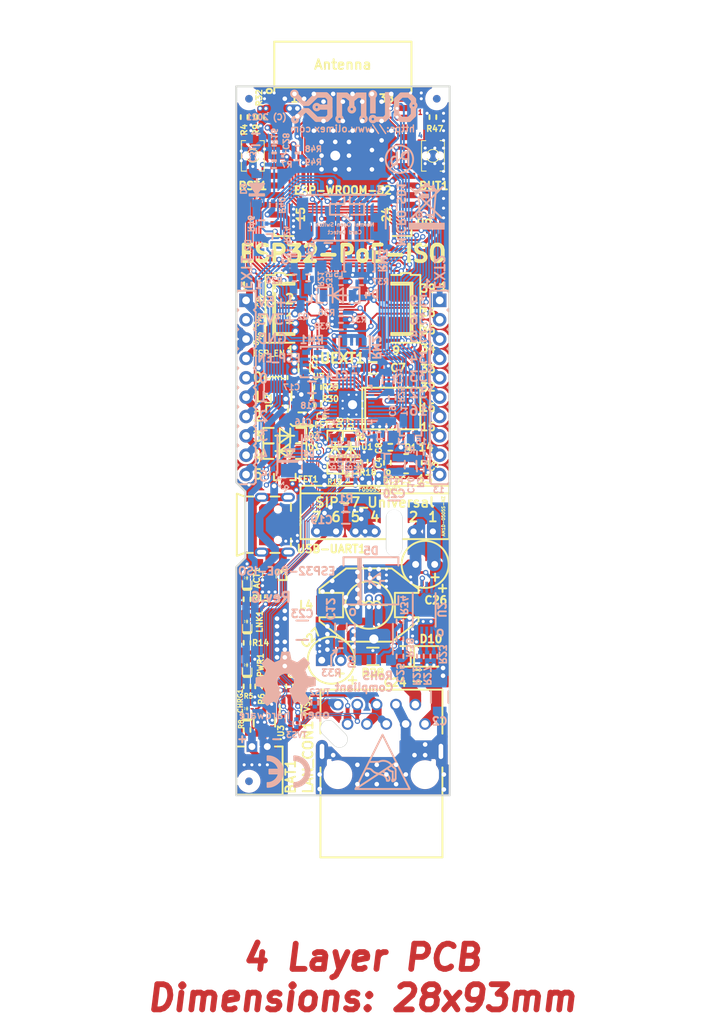
<source format=kicad_pcb>
(kicad_pcb (version 20221018) (generator pcbnew)
  (title_block (title "ESP32-PoE-ISO") (date "2021-11-05") (rev "G1") (company "OLIMEX Ltd.") (comment 1 "https://www.olimex.com"))
  (layers (0 "F.Cu" signal) (1 "In1.Cu" power) (2 "In2.Cu" power) (31 "B.Cu" signal) (34 "B.Paste" user) (35 "F.Paste" user) (36 "B.SilkS" user "B.Silkscreen") (37 "F.SilkS" user "F.Silkscreen") (38 "B.Mask" user) (39 "F.Mask" user) (44 "Edge.Cuts" user))
  (net 0 "")
  (net 1 "+5V")
  (net 2 "GND")
  (net 3 "Net-(BAT1-Pad1)")
  (net 4 "Net-(BUT1-Pad2)")
  (net 5 "/GPI34/BUT1")
  (net 6 "+3V3")
  (net 7 "Net-(C11-Pad1)")
  (net 8 "/GPIO3/U0RXD")
  (net 9 "/ESP_EN")
  (net 10 "/GPIO25/EMAC_RXD0(RMII)")
  (net 11 "/GPIO19/EMAC_TXD0(RMII)")
  (net 12 "/GPIO26/EMAC_RXD1(RMII)")
  (net 13 "/GPIO1/U0TXD")
  (net 14 "Net-(L2-Pad1)")
  (net 15 "Net-(Q2-Pad1)")
  (net 16 "/GPIO22/EMAC_TXD1(RMII)")
  (net 17 "/GPIO21/EMAC_TX_EN(RMII)")
  (net 18 "Net-(MICRO_SD1-Pad5)")
  (net 19 "/GPI36/U1RXD")
  (net 20 "/GPIO23/MDC(RMII)")
  (net 21 "/GPIO27/EMAC_RX_CRS_DV")
  (net 22 "/GPIO4/U1TXD")
  (net 23 "/GPIO2/HS2_DATA0")
  (net 24 "/GPIO13/I2C-SDA")
  (net 25 "/GPIO14/HS2_CLK")
  (net 26 "/GPIO15/HS2_CMD")
  (net 27 "/GPIO16/I2C-SCL")
  (net 28 "/GPIO18/MDIO(RMII)")
  (net 29 "/+5V_USB")
  (net 30 "Net-(MICRO_SD1-Pad1)")
  (net 31 "Net-(MICRO_SD1-Pad2)")
  (net 32 "Net-(MICRO_SD1-Pad8)")
  (net 33 "Net-(U4-Pad4)")
  (net 34 "Net-(U4-Pad14)")
  (net 35 "Net-(U4-Pad18)")
  (net 36 "Net-(U4-Pad20)")
  (net 37 "Net-(U4-Pad26)")
  (net 38 "Net-(USB-UART1-Pad4)")
  (net 39 "Net-(MICRO_SD1-Pad7)")
  (net 40 "/D_Com")
  (net 41 "Earth")
  (net 42 "+5VP")
  (net 43 "Spare1")
  (net 44 "Spare2")
  (net 45 "/GPIO33")
  (net 46 "/GPIO32")
  (net 47 "/GPI39")
  (net 48 "Net-(FID1-PadFid1)")
  (net 49 "Net-(FID2-PadFid1)")
  (net 50 "Net-(FID3-PadFid1)")
  (net 51 "Net-(MICRO_SD1-PadCD1)")
  (net 52 "Net-(C4-Pad1)")
  (net 53 "Net-(C5-Pad1)")
  (net 54 "Net-(C21-Pad2)")
  (net 55 "Net-(D4-Pad1)")
  (net 56 "Net-(Q2-Pad2)")
  (net 57 "Net-(Q3-Pad3)")
  (net 58 "Net-(Q3-Pad2)")
  (net 59 "Net-(Q3-Pad1)")
  (net 60 "Net-(R6-Pad1)")
  (net 61 "Net-(R26-Pad1)")
  (net 62 "Net-(R29-Pad1)")
  (net 63 "Net-(U1-Pad17)")
  (net 64 "Net-(U1-Pad14)")
  (net 65 "Net-(U1-Pad13)")
  (net 66 "Net-(U1-Pad12)")
  (net 67 "Net-(U1-Pad11)")
  (net 68 "Net-(U9-Pad32)")
  (net 69 "Net-(C6-Pad1)")
  (net 70 "+3.3VLAN")
  (net 71 "Net-(C17-Pad1)")
  (net 72 "/GPIO0")
  (net 73 "/GPIO5/SPI_CS")
  (net 74 "/GPI35")
  (net 75 "Net-(RM1-Pad3.2)")
  (net 76 "Net-(RM1-Pad2.2)")
  (net 77 "Net-(RM1-Pad4.2)")
  (net 78 "/GPIO17/EMAC_CLK_OUT_180")
  (net 79 "Net-(U9-Pad22)")
  (net 80 "Net-(U9-Pad21)")
  (net 81 "Net-(U9-Pad20)")
  (net 82 "Net-(U9-Pad19)")
  (net 83 "Net-(U9-Pad18)")
  (net 84 "Net-(U9-Pad17)")
  (net 85 "/GPIO12/PHY_PWR")
  (net 86 "Net-(FID4-PadFid1)")
  (net 87 "Net-(FID5-PadFid1)")
  (net 88 "Net-(FID6-PadFid1)")
  (net 89 "Net-(ACT1-Pad2)")
  (net 90 "Net-(ACT1-Pad1)")
  (net 91 "Net-(LNK1-Pad1)")
  (net 92 "Net-(C3-Pad1)")
  (net 93 "Net-(RM1-Pad1.2)")
  (net 94 "Net-(CHRG1-Pad1)")
  (net 95 "Net-(PWR1-Pad1)")
  (net 96 "Net-(C10-Pad2)")
  (net 97 "Net-(R3-Pad2)")
  (net 98 "Net-(L3-Pad1)")
  (net 99 "Net-(R8-Pad2)")
  (net 100 "/TD+")
  (net 101 "/TD-")
  (net 102 "/RD+")
  (net 103 "/RD-")
  (net 104 "/Shield")
  (net 105 "Net-(R14-Pad2)")
  (net 106 "/USB_D-")
  (net 107 "/USB_D+")
  (net 108 "Net-(C8-Pad1)")
  (net 109 "Net-(D6-Pad1)")
  (net 110 "Net-(D7-Pad2)")
  (net 111 "Net-(U1-Pad20)")
  (net 112 "Net-(D9-Pad1)")
  (net 113 "Net-(C12-Pad1)")
  (net 114 "Net-(C12-Pad2)")
  (net 115 "Net-(C25-Pad2)")
  (net 116 "Net-(R22-Pad2)")
  (net 117 "Net-(R23-Pad1)")
  (net 118 "Net-(R27-Pad2)")
  (net 119 "Net-(R33-Pad1)")
  (net 120 "Net-(U2-Pad7)")
  (net 121 "Net-(U2-Pad6)")
  (net 122 "Net-(U5-Pad7)")
  (net 123 "/5V_DCDC")
  (net 124 "/ILIM")
  (footprint "OLIMEX_Other-FP:Fiducial1x3" (layer "F.Cu") (at 91.821 186.309 -90)
    (fp_text reference "FID3" hide)
    (fp_text value "Fiducial" hide)
  )
  (footprint "OLIMEX_Cases-FP:ESP-WROOM-32_MODULE" (layer "F.Cu") (at 104.14 102.035)
    (fp_text reference "U9")
    (fp_text value "ESP32-WROOM-32D-4MB")
  )
  (footprint "OLIMEX_Other-FP:Fiducial1x3" (layer "F.Cu") (at 116.459 96.774 -90)
    (fp_text reference "FID2" hide)
    (fp_text value "Fiducial" hide)
  )
  (footprint "OLIMEX_RLC-FP:R_0402_5MIL_DWS" (layer "F.Cu") (at 93.345 99.187 -90)
    (fp_text reference "R32")
    (fp_text value "10k/R0402")
  )
  (footprint "OLIMEX_Buttons-FP:IT1185AU2_V2" (layer "F.Cu") (at 115.959 104.267 90)
    (fp_text reference "BUT1")
    (fp_text value "IT1185AU2")
  )
  (footprint "OLIMEX_RLC-FP:C_0603_5MIL_DWS" (layer "F.Cu") (at 94.869 174.371 90)
    (fp_text reference "C1")
    (fp_text value "22uF/6.3V/20%/X5R/C0603")
  )
  (footprint "OLIMEX_IC-FP:SOT-23-5" (layer "F.Cu") (at 93.853 178.562 -90)
    (fp_text reference "U3")
    (fp_text value "BL4054B-42TPRN(SOT23-5)")
  )
  (footprint "OLIMEX_RLC-FP:R_0402_5MIL_DWS" (layer "F.Cu") (at 93.091 173.863 90)
    (fp_text reference "R6")
    (fp_text value "10k/R0402")
  )
  (footprint "OLIMEX_RLC-FP:R_0402_5MIL_DWS" (layer "F.Cu") (at 91.186 99.187 90)
    (fp_text reference "R4")
    (fp_text value "47k/R0402")
  )
  (footprint "OLIMEX_RLC-FP:R_0402_5MIL_DWS" (layer "F.Cu") (at 92.075 99.187 -90)
    (fp_text reference "R9")
    (fp_text value "100k/R0402")
  )
  (footprint "OLIMEX_LEDs-FP:LED_0603_KA" (layer "F.Cu") (at 91.567 176.784 90)
    (fp_text reference "CHRG1")
    (fp_text value "LED/YELLOW/0603")
  )
  (footprint "OLIMEX_LEDs-FP:LED_0603_KA" (layer "F.Cu") (at 91.567 171.069 90)
    (fp_text reference "PWR1")
    (fp_text value "LED/RED/0603")
  )
  (footprint "OLIMEX_RLC-FP:R_0402_5MIL_DWS" (layer "F.Cu") (at 91.567 173.863 -90)
    (fp_text reference "R5")
    (fp_text value "2.2k/R0402")
  )
  (footprint "OLIMEX_Other-FP:Fiducial1x3" (layer "F.Cu") (at 91.821 96.774 -90)
    (fp_text reference "FID1" hide)
    (fp_text value "Fiducial" hide)
  )
  (footprint "OLIMEX_Buttons-FP:IT1185AU2_V2" (layer "F.Cu") (at 92.321 104.267 90)
    (fp_text reference "RST1")
    (fp_text value "IT1185AU2")
  )
  (footprint "OLIMEX_Connectors-FP:LIPO_BAT-CON2DW02R" (layer "F.Cu") (at 93.218 184.912)
    (fp_text reference "BAT1")
    (fp_text value "DW02R")
  )
  (footprint "OLIMEX_RLC-FP:C_0402_5MIL_DWS" (layer "F.Cu") (at 97.155 173.863 90)
    (fp_text reference "C11")
    (fp_text value "100nF/16V/10%/X7R/C0402")
  )
  (footprint "OLIMEX_Transistors-FP:SOT23" (layer "F.Cu") (at 96.52 146.177 90)
    (fp_text reference "FET1")
    (fp_text value "WPM2015-3/TR")
  )
  (footprint "OLIMEX_RLC-FP:CD32" (layer "F.Cu") (at 95.377 133.35 90)
    (fp_text reference "L2")
    (fp_text value "2.2uH/1.5A/DCR=72mR/20%/3.00x3.00x1.50mm/CD32(NR3015T2R2M)")
  )
  (footprint "OLIMEX_RLC-FP:R_0402_5MIL_DWS" (layer "F.Cu") (at 100.838 136.906 -90)
    (fp_text reference "R30")
    (fp_text value "49.9k/1%/R0402")
  )
  (footprint "OLIMEX_RLC-FP:R_0402_5MIL_DWS" (layer "F.Cu") (at 100.838 134.62 90)
    (fp_text reference "R29")
    (fp_text value "220k/R0402")
  )
  (footprint "OLIMEX_RLC-FP:C_0603_5MIL_DWS" (layer "F.Cu") (at 98.806 138.684)
    (fp_text reference "C6")
    (fp_text value "22uF/6.3V/20%/X5R/C0603")
  )
  (footprint "OLIMEX_Regulators-FP:SOT-23-5" (layer "F.Cu") (at 98.806 135.763 90)
    (fp_text reference "U7")
    (fp_text value "SY8089AAAC(SOT23-5)")
  )
  (footprint "OLIMEX_RLC-FP:C_0603_5MIL_DWS" (layer "F.Cu") (at 99.06 132.08 -90)
    (fp_text reference "C22")
    (fp_text value "22uF/6.3V/20%/X5R/C0603")
  )
  (footprint "OLIMEX_RLC-FP:R_0402_5MIL_DWS" (layer "F.Cu") (at 91.567 168.148 -90)
    (fp_text reference "R14")
    (fp_text value "2.2k/R0402")
  )
  (footprint "OLIMEX_LEDs-FP:LED_0603_KA" (layer "F.Cu") (at 91.567 165.354 90)
    (fp_text reference "LNK1")
    (fp_text value "LED/GREEN/0603")
  )
  (footprint "OLIMEX_RLC-FP:R_0402_5MIL_DWS" (layer "F.Cu") (at 91.567 162.433 -90)
    (fp_text reference "R15")
    (fp_text value "2.2k/R0402")
  )
  (footprint "OLIMEX_LEDs-FP:LED_0603_KA" (layer "F.Cu") (at 91.567 159.639 90)
    (fp_text reference "ACT1")
    (fp_text value "LED/YELLOW/0603")
  )
  (footprint "OLIMEX_RLC-FP:L_0805_5MIL_DWS" (layer "F.Cu") (at 94.488 159.258 -90)
    (fp_text reference "L3")
    (fp_text value "FB0805/600R/2A")
  )
  (footprint "OLIMEX_RLC-FP:C_0603_5MIL_DWS" (layer "F.Cu") (at 108.077 132.08 180)
    (fp_text reference "C7")
    (fp_text value "22uF/6.3V/20%/X5R/C0603")
  )
  (footprint "OLIMEX_RLC-FP:C_0402_5MIL_DWS" (layer "F.Cu") (at 114.935 144.526 -90)
    (fp_text reference "C5")
    (fp_text value "27pF/50V/5%/C0G/C0402")
  )
  (footprint "OLIMEX_RLC-FP:C_0402_5MIL_DWS" (layer "F.Cu") (at 109.982 144.526 90)
    (fp_text reference "C4")
    (fp_text value "27pF/50V/5%/C0G/C0402")
  )
  (footprint "OLIMEX_Transistors-FP:SOT23" (layer "F.Cu") (at 95.504 137.668 -90)
    (fp_text reference "FET2")
    (fp_text value "WPM2015-3/TR")
  )
  (footprint "OLIMEX_RLC-FP:R_0402_5MIL_DWS" (layer "F.Cu") (at 106.934 144.399 -90)
    (fp_text reference "R18")
    (fp_text value "10k/R0402")
  )
  (footprint "OLIMEX_Other-FP:Mounting_hole_2_mm" (layer "F.Cu") (at 102.9716 180.0987 45)
    (fp_text reference "Drill_Slot3" hide)
    (fp_text value "2 mm" hide)
  )
  (footprint "OLIMEX_Regulators-FP:SIP-7_Universal" (layer "F.Cu") (at 108.331 153.543 180)
    (fp_text reference "DCDC1")
    (fp_text value "F0505S-2WR2(SIP-7)")
  )
  (footprint "OLIMEX_RLC-FP:CPOL-RM2.5mm_6.3x11mm_PTH" (layer "F.Cu") (at 102.616 170.434 180)
    (fp_text reference "C27")
    (fp_text value "15uF/100V/20%/RM2.5/6.3x11mm(Farnell:1281844)")
  )
  (footprint "OLIMEX_IC-FP:SSOP-20W" (layer "F.Cu") (at 110.49 137.414)
    (fp_text reference "U1")
    (fp_text value "CH340T(SSOP20W)")
  )
  (footprint "OLIMEX_Crystal-FP:TSX-3.2x2.5mm_GND(3)" (layer "F.Cu") (at 112.438 144.653)
    (fp_text reference "Q1")
    (fp_text value "Q12MHz/20pF/10ppm/4P/3.2x2.5mm")
  )
  (footprint "OLIMEX_RLC-FP:R_0402_5MIL_DWS" (layer "F.Cu") (at 104.775 146.685 180)
    (fp_text reference "R19")
    (fp_text value "10k/R0402")
  )
  (footprint "OLIMEX_Diodes-FP:SOD-123_1C-2A_KA" (layer "F.Cu") (at 103.124 143.129 -90)
    (fp_text reference "D6")
    (fp_text value "1N5819S4/SOD123")
  )
  (footprint "OLIMEX_Diodes-FP:SOD-123_1C-2A_KA" (layer "F.Cu") (at 105.156 143.129 -90)
    (fp_text reference "D7")
    (fp_text value "1N5819S4/SOD123")
  )
  (footprint "OLIMEX_Diodes-FP:SOD-123_1C-2A_KA" (layer "F.Cu") (at 96.52 140.97 180)
    (fp_text reference "D3")
    (fp_text value "1N5819S4/SOD123")
  )
  (footprint "OLIMEX_Diodes-FP:SOD-123_1C-2A_KA" (layer "F.Cu") (at 96.52 143.002)
    (fp_text reference "D1")
    (fp_text value "1N5819S4/SOD123")
  )
  (footprint "OLIMEX_Connectors-FP:USB-MICRO_MISB-SWMM-5B_LF" (layer "F.Cu") (at 93.726 152.654 180)
    (fp_text reference "USB-UART1")
    (fp_text value "MISB-SWMM-5B-LF(USB_MICRO)")
  )
  (footprint "OLIMEX_Other-FP:Mounting_hole_2_mm" (layer "F.Cu") (at 110.871 153.7335)
    (fp_text reference "Drill_Slot1" hide)
    (fp_text value "2 mm" hide)
  )
  (footprint "OLIMEX_Diodes-FP:SOT-23-5" (layer "F.Cu") (at 97.282 176.911 -90)
    (fp_text reference "TVS1")
    (fp_text value "ESDS314DBVR(SOT-23-5)")
  )
  (footprint "OLIMEX_Connectors-FP:RJP-003TC1(LPJ4112CNL)" (layer "F.Cu") (at 109.2 185.293)
    (fp_text reference "LAN_CON1")
    (fp_text value "RJP-003TC1(LPJ4112CNL)")
  )
  (footprint "OLIMEX_Connectors-FP:GBH-254-SMT-10" (layer "F.Cu") (at 104.14 124.333)
    (fp_text reference "UEXT1")
    (fp_text value "P-B-V-10-LF")
  )
  (footprint "OLIMEX_RLC-FP:C_0402_5MIL_DWS" (layer "F.Cu") (at 110.363 142.494)
    (fp_text reference "C8")
    (fp_text value "100nF/16V/10%/X7R/C0402")
  )
  (footprint "OLIMEX_Diodes-FP:SMA-KA" (layer "F.Cu") (at 114.173 169.926)
    (fp_text reference "D10")
    (fp_text value "SMAJ58A/SMA")
  )
  (footprint "OLIMEX_RLC-FP:R_1206_5MIL_DWS" (layer "F.Cu") (at 108.077 169.926)
    (fp_text reference "R28")
    (fp_text value "0.03R/1%/R1206")
  )
  (footprint "OLIMEX_RLC-FP:DBS135" (layer "F.Cu") (at 107.569 163.195)
    (fp_text reference "L4")
    (fp_text value "33uH/2.1A/DCR=0.1R/20%/DBS135(PD3316MT330)")
  )
  (footprint "OLIMEX_RLC-FP:CPOL-RM2.5mm_6.3x11mm_PTH" (layer "F.Cu") (at 114.935 157.861 180)
    (fp_text reference "C26")
    (fp_text value "470uF/10V/20%/Low_ESR/RM2.5/6.0x11mm")
  )
  (footprint "OLIMEX_RLC-FP:R_0402_5MIL_DWS" (layer "F.Cu") (at 115.951 99.187 90)
    (fp_text reference "R47")
    (fp_text value "220R/R0402")
  )
  (footprint "OLIMEX_RLC-FP:R_0402_5MIL_DWS" (layer "F.Cu") (at 91.567 179.578 -90)
    (fp_text reference "R8")
    (fp_text value "2.2k/R0402")
  )
  (footprint "OLIMEX_RLC-FP:C_0603_5MIL_DWS" (layer "F.Cu") (at 113.919 172.466)
    (fp_text reference "C24")
    (fp_text value "100nF/100V/10%/X7R/C0603")
  )
  (footprint "OLIMEX_RLC-FP:L_0805_5MIL_DWS" (layer "B.Cu") (at 102.235 118.618)
    (fp_text reference "L5")
    (fp_text value "FB0805/600R/2A")
  )
  (footprint "OLIMEX_Connectors-FP:HN1x10" (layer "B.Cu") (at 116.84 134.65 -90)
    (fp_text reference "EXT2")
    (fp_text value "NS(HN1x10)")
  )
  (footprint "OLIMEX_Other-FP:Fiducial1x3" (layer "B.Cu") (at 91.821 186.309 -90)
    (fp_text reference "FID6" hide)
    (fp_text value "Fiducial" hide)
  )
  (footprint "OLIMEX_RLC-FP:R_0402_5MIL_DWS" (layer "B.Cu") (at 106.553 120.777 180)
    (fp_text reference "R37")
    (fp_text value "10k/R0402")
  )
  (footprint "OLIMEX_Connectors-FP:uSD(TFC-9P-1.xH(ATFFS150A01BR016))" (layer "B.Cu") (at 104.14 111.887)
    (fp_text reference "MICRO_SD1")
    (fp_text value "TFC-9P-1.7H(ATFFS150A01BR016)")
  )
  (footprint "OLIMEX_RLC-FP:R_0402_5MIL_DWS" (layer "B.Cu") (at 94.996 110.744 90)
    (fp_text reference "R40")
    (fp_text value "10R/R0402")
  )
  (footprint "OLIMEX_Other-FP:Fiducial1x3" (layer "B.Cu") (at 116.459 96.774 -90)
    (fp_text reference "FID5" hide)
    (fp_text value "Fiducial" hide)
  )
  (footprint "OLIMEX_Other-FP:Fiducial1x3" (layer "B.Cu") (at 91.821 96.774 -90)
    (fp_text reference "FID4" hide)
    (fp_text value "Fiducial" hide)
  )
  (footprint "OLIMEX_RLC-FP:R_MATRIX_4" (layer "B.Cu") (at 106.299 117.983)
    (fp_text reference "RM3")
    (fp_text value "RA1206_(4X0603)_4B8_2.2k")
  )
  (footprint "OLIMEX_RLC-FP:R_0402_5MIL_DWS" (layer "B.Cu") (at 103.886 126.619)
    (fp_text reference "R39")
    (fp_text value "10k/R0402")
  )
  (footprint "OLIMEX_Connectors-FP:HN1x10" (layer "B.Cu") (at 91.44 134.65 -90)
    (fp_text reference "EXT1")
    (fp_text value "NS(HN1x10)")
  )
  (footprint "OLIMEX_RLC-FP:C_0603_5MIL_DWS" (layer "B.Cu") (at 104.521 151.765)
    (fp_text reference "C19")
    (fp_text value "22uF/6.3V/20%/X5R/C0603")
  )
  (footprint "OLIMEX_RLC-FP:C_1206_5MIL_DWS_ISO" (layer "B.Cu") (at 116.84 175.26 -90)
    (fp_text reference "C2")
    (fp_text value "1nF/2000V/10%/X7R/C1206")
  )
  (footprint "OLIMEX_RLC-FP:C_1808(4520)_5MIL_DWS_ISO" (layer "B.Cu") (at 110.871 150.749)
    (fp_text reference "C20")
    (fp_text value "NA(1.0nF/3kV/10%/X7R/SMD/1808(VISHAY-VJ1808Y102KBHAT4X_Farnell-2407291))")
  )
  (footprint "OLIMEX_RLC-FP:C_1808(4520)_5MIL_DWS_ISO" (layer "B.Cu") (at 98.806 166.497)
    (fp_text reference "C23")
    (fp_text value "1.0nF/3kV/10%/X7R/SMD/1808(VISHAY-VJ1808Y102KBHAT4X_Farnell-2407291)")
  )
  (footprint "OLIMEX_RLC-FP:R_0402_5MIL_DWS" (layer "B.Cu") (at 97.155 116.205 180)
    (fp_text reference "R24")
    (fp_text value "220R/R0402")
  )
  (footprint "OLIMEX_RLC-FP:R_0402_5MIL_DWS" (layer "B.Cu") (at 114.3 143.256 90)
    (fp_text reference "R3")
    (fp_text value "1k/R0402")
  )
  (footprint "OLIMEX_RLC-FP:C_0603_5MIL_DWS" (layer "B.Cu") (at 113.03 144.78 90)
    (fp_text reference "C10")
    (fp_text value "22uF/6.3V/20%/X5R/C0603")
  )
  (footprint "OLIMEX_RLC-FP:C_0402_5MIL_DWS" (layer "B.Cu") (at 100.076 135.89 180)
    (fp_text reference "C18")
    (fp_text value "100nF/16V/10%/X7R/C0402")
  )
  (footprint "OLIMEX_RLC-FP:C_0603_5MIL_DWS" (layer "B.Cu") (at 110.109 133.604 -90)
    (fp_text reference "C21")
    (fp_text value "NA(10uF/6.3V/20%/X5R/C0603)")
  )
  (footprint "OLIMEX_RLC-FP:C_0603_5MIL_DWS" (layer "B.Cu") (at 100.076 134.62 180)
    (fp_text reference "C17")
    (fp_text value "2.2uF/6.3V/10%/X5R/C0603")
  )
  (footprint "OLIMEX_RLC-FP:L_0805_5MIL_DWS" (layer "B.Cu") (at 109.093 142.367 180)
    (fp_text reference "L1")
    (fp_text value "FB0805/600R/2A")
  )
  (footprint "OLIMEX_IC-FP:QFN32_EP(33)_5.00x5.00x0.90mm_Pitch_0.50mm" (layer "B.Cu") (at 105.41 136.906 90)
    (fp_text reference "U4")
    (fp_text value "LAN8710A-EZC(QFN32)")
  )
  (footprint "OLIMEX_Transistors-FP:SOT23" (layer "B.Cu") (at 113.03 140.335 90)
    (fp_text reference "T1")
    (fp_text value "LMUN2211LT1G(SOT-23)")
  )
  (footprint "OLIMEX_RLC-FP:R_0402_5MIL_DWS" (layer "B.Cu") (at 106.68 141.986 90)
    (fp_text reference "R12")
    (fp_text value "49.9R/1%/R0402")
  )
  (footprint "OLIMEX_RLC-FP:R_0402_5MIL_DWS" (layer "B.Cu") (at 114.3 145.415 90)
    (fp_text reference "R2")
    (fp_text value "10k/R0402")
  )
  (footprint "OLIMEX_RLC-FP:R_0402_5MIL_DWS" (layer "B.Cu") (at 95.123 103.378 180)
    (fp_text reference "R16")
    (fp_text value "470k/R0402")
  )
  (footprint "OLIMEX_RLC-FP:R_0402_5MIL_DWS" (layer "B.Cu") (at 95.123 105.41)
    (fp_text reference "R7")
    (fp_text value "470k/R0402")
  )
  (footprint "OLIMEX_RLC-FP:C_0603_5MIL_DWS" (layer "B.Cu") (at 110.617 139.954 90)
    (fp_text reference "C9")
    (fp_text value "22uF/6.3V/20%/X5R/C0603")
  )
  (footprint "OLIMEX_Transistors-FP:SOT23" (layer "B.Cu") (at 110.236 144.78)
    (fp_text reference "FET3")
    (fp_text value "WPM2015-3/TR")
  )
  (footprint "OLIMEX_RLC-FP:R_0402_5MIL_DWS" (layer "B.Cu") (at 110.617 136.017 -90)
    (fp_text reference "R25")
    (fp_text value "10k/R0402")
  )
  (footprint "OLIMEX_RLC-FP:C_0402_5MIL_DWS" (layer "B.Cu") (at 100.965 139.192 180)
    (fp_text reference "C16")
    (fp_text value "100nF/16V/10%/X7R/C0402")
  )
  (footprint "OLIMEX_RLC-FP:R_0402_5MIL_DWS" (layer "B.Cu") (at 100.965 140.081 180)
    (fp_text reference "R26")
    (fp_text value "12.1k/1%/R0402")
  )
  (footprint "OLIMEX_RLC-FP:R_0402_5MIL_DWS" (layer "B.Cu") (at 104.521 150.495)
    (fp_text reference "R1")
    (fp_text value "10k/R0402")
  )
  (footprint "OLIMEX_RLC-FP:R_0402_5MIL_DWS" (layer "B.Cu") (at 97.79 120.269 180)
    (fp_text reference "R20")
    (fp_text value "1k/R0402")
  )
  (footprint "OLIMEX_RLC-FP:R_0402_5MIL_DWS" (layer "B.Cu") (at 99.568 120.269 180)
    (fp_text reference "R21")
    (fp_text value "1k/R0402")
  )
  (footprint "OLIMEX_Transistors-FP:SOT23" (layer "B.Cu") (at 98.679 117.729 -90)
    (fp_text reference "Q3")
    (fp_text value "BC817-40(SOT23)")
  )
  (footprint "OLIMEX_Transistors-FP:SOT23" (layer "B.Cu") (at 98.61296 122.77344 90)
    (fp_text reference "Q2")
    (fp_text value "BC817-40(SOT23)")
  )
  (footprint "OLIMEX_Diodes-FP:SOT23-3" (layer "B.Cu") (at 94.234 115.951 180)
    (fp_text reference "D2")
    (fp_text value "BAT54C(SOT23-3)")
  )
  (footprint "OLIMEX_RLC-FP:R_0402_5MIL_DWS" (layer "B.Cu") (at 103.886 125.73)
    (fp_text reference "R31")
    (fp_text value "2.2k/R0402")
  )
  (footprint "OLIMEX_RLC-FP:R_0402_5MIL_DWS" (layer "B.Cu") (at 98.171 103.378 180)
    (fp_text reference "R48")
    (fp_text value "10k/R0402")
  )
  (footprint "OLIMEX_RLC-FP:R_0402_5MIL_DWS" (layer "B.Cu") (at 98.171 104.394)
    (fp_text reference "R49")
    (fp_text value "NA/R0402")
  )
  (footprint "OLIMEX_RLC-FP:R_0402_5MIL_DWS" (layer "B.Cu") (at 103.886 120.777)
    (fp_text reference "R35")
    (fp_text value "2.2k/R0402")
  )
  (footprint "OLIMEX_RLC-FP:R_0402_5MIL_DWS" (layer "B.Cu") (at 103.886 124.841)
    (fp_text reference "R36")
    (fp_text value "10k/R0402")
  )
  (footprint "OLIMEX_RLC-FP:C_0603_5MIL_DWS" (layer "B.Cu") (at 107.442 144.78 -90)
    (fp_text reference "C13")
    (fp_text value "22uF/6.3V/20%/X5R/C0603")
  )
  (footprint "OLIMEX_RLC-FP:R_0402_5MIL_DWS" (layer "B.Cu") (at 93.599 113.157)
    (fp_text reference "R46")
    (fp_text value "220R/R0402")
  )
  (footprint "OLIMEX_Diodes-FP:SOD-123_1C-2A_KA" (layer "B.Cu") (at 103.505 122.555)
    (fp_text reference "D4")
    (fp_text value "1N5819S4/SOD123")
  )
  (footprint "OLIMEX_RLC-FP:R_0402_5MIL_DWS" (layer "B.Cu") (at 103.124 141.986 90)
    (fp_text reference "R11")
    (fp_text value "49.9R/1%/R0402")
  )
  (footprint "OLIMEX_RLC-FP:R_0402_5MIL_DWS" (layer "B.Cu") (at 104.394 141.986 90)
    (fp_text reference "R10")
    (fp_text value "49.9R/1%/R0402")
  )
  (footprint "OLIMEX_RLC-FP:R_0402_5MIL_DWS" (layer "B.Cu") (at 94.996 145.923 90)
    (fp_text reference "R17")
    (fp_text value "NA/R0402")
  )
  (footprint "OLIMEX_RLC-FP:C_0603_5MIL_DWS" (layer "B.Cu") (at 92.71 102.108 180)
    (fp_text reference "C31")
    (fp_text value "1uF/10V/20%/X5R/C0603")
  )
  (footprint "OLIMEX_Diodes-FP:SOD-123_1C-2A_KA" (layer "B.Cu") (at 92.837 108.585 90)
    (fp_text reference "D9")
    (fp_text value "1N5819S4/SOD123")
  )
  (footprint "OLIMEX_Diodes-FP:D_0402_5MIL_DWS" (layer "B.Cu") (at 100.457 176.022 -90)
    (fp_text reference "TVS2")
    (fp_text value "NA(GG0402052R542P)")
  )
  (footprint "OLIMEX_Diodes-FP:D_0402_5MIL_DWS" (layer "B.Cu") (at 98.044 178.689 -90)
    (fp_text reference "TVS3")
    (fp_text value "NA(GG0402052R542P)")
  )
  (footprint "OLIMEX_RLC-FP:C_0805_5MIL_DWS" (layer "B.Cu") (at 102.235 116.713 180)
    (fp_text reference "C3")
    (fp_text value "47uF/6.3V/20%/X5R/C0805")
  )
  (footprint "OLIMEX_RLC-FP:R_MATRIX_4" (layer "B.Cu") (at 105.664 129.413)
    (fp_text reference "RM2")
    (fp_text value "RA1206_(4X0603)_4B8_2.2k")
  )
  (footprint "OLIMEX_RLC-FP:R_0402_5MIL_DWS" (layer "B.Cu") (at 105.41 141.986 90)
    (fp_text reference "R13")
    (fp_text value "49.9R/1%/R0402")
  )
  (footprint "OLIMEX_RLC-FP:C_0402_5MIL_DWS" (layer "B.Cu") (at 108.839 140.97)
    (fp_text reference "C15")
    (fp_text value "100nF/16V/10%/X7R/C0402")
  )
  (footprint "OLIMEX_Diodes-FP:DO214AA_1(K)-2(A)" (layer "B.Cu") (at 97.155 143.383 90)
    (fp_text reference "D8")
    (fp_text value "NA(SMBJ6.0A)")
  )
  (footprint "OLIMEX_LOGOs-FP:OLIMEX_LOGO_TB" (layer "B.Cu") (at 105.41 97.79 180)
    (fp_text reference "Logo_Olimex" hide)
    (fp_text value "" hide)
  )
  (footprint "OLIMEX_LOGOs-FP:LOGO_PBFREE" (layer "B.Cu") (at 111.76 104.394)
    (fp_text reference "Sign_PB-Free")
    (fp_text value "")
  )
  (footprint "OLIMEX_LOGOs-FP:LOGO_RECYCLEBIN_1" (layer "B.Cu") (at 117.475 113.919 180)
    (fp_text reference "Sign_RecycleBin" hide)
    (fp_text value "" hide)
  )
  (footprint "OLIMEX_LOGOs-FP:LOGO_OPENHARDWARE_8x8" (layer "B.Cu") (at 96.647 173.355 180)
    (fp_text reference "Logo_OSHW" hide)
    (fp_text value "" hide)
  )
  (footprint "OLIMEX_LOGOs-FP:CE_Sign" (layer "B.Cu") (at 96.012 185.039 180)
    (fp_text reference "Sign_CE" hide)
    (fp_text value "CE_Sign" hide)
  )
  (footprint "OLIMEX_LOGOs-FP:LOGO_ANTISTATIC_1" (layer "B.Cu") (at 112.903 187.325 180)
    (fp_text reference "Sign_Antistatic" hide)
    (fp_text value "Val**" hide)
  )
  (footprint "OLIMEX_RLC-FP:C_0402_5MIL_DWS" (layer "B.Cu") (at 111.633 169.926 90)
    (fp_text reference "C25")
    (fp_text value "12pF/50V/5%/COG/C0402")
  )
  (footprint "OLIMEX_RLC-FP:R_0402_5MIL_DWS" (layer "B.Cu") (at 114.3 169.926 90)
    (fp_text reference "R22")
    (fp_text value "24.9k/1%/R0402")
  )
  (footprint "OLIMEX_RLC-FP:R_0402_5MIL_DWS" (layer "B.Cu") (at 116.078 169.926 -90)
    (fp_text reference "R23")
    (fp_text value "180k/1%/R0402")
  )
  (footprint "OLIMEX_RLC-FP:R_0402_5MIL_DWS" (layer "B.Cu") (at 115.189 169.926 90)
    (fp_text reference "R27")
    (fp_text value "4.42k/1%/1/16W/R0402")
  )
  (footprint "OLIMEX_RLC-FP:R_0402_5MIL_DWS" (layer "B.Cu") (at 111.633 165.354 90)
    (fp_text reference "R34")
    (fp_text value "10.5k/1%/R0402")
  )
  (footprint "OLIMEX_RLC-FP:R_0402_5MIL_DWS" (layer "B.Cu") (at 111.633 167.64 -90)
    (fp_text reference "R38")
    (fp_text value "56.2k/1%/R0402")
  )
  (footprint "OLIMEX_IC-FP:TSSOP-8_Pitch-0.65mm_Dimensions-4.40x3.00x1.20mm" (layer "B.Cu") (at 114.808 163.83 90)
    (fp_text reference "U2")
    (fp_text value "TPS2375PW(TSSOP-8)")
  )
  (footprint "OLIMEX_Diodes-FP:DO214AB(SMC)_1(K)-2(A)" (layer "B.Cu") (at 107.823 160.02)
    (fp_text reference "D5")
    (fp_text value "SS510/100V/5A/0.85V/DO214AB(SMC)")
  )
  (footprint "OLIMEX_Regulators-FP:ESOIC-8" (layer "B.Cu") (at 108.204 167.646)
    (fp_text reference "U5")
    (fp_text value "TX4138(ESOIC-8)")
  )
  (footprint "OLIMEX_RLC-FP:C_0402_5MIL_DWS" (layer "B.Cu") (at 95.123 104.394 180)
    (fp_text reference "C28")
    (fp_text value "1nF/50V/10%/X7R/C0402")
  )
  (footprint "OLIMEX_RLC-FP:C_0402_5MIL_DWS" (layer "B.Cu") (at 105.664 132.334)
    (fp_text reference "C14")
    (fp_text value "100nF/16V/10%/X7R/C0402")
  )
  (footprint "OLIMEX_RLC-FP:R_MATRIX_4" (layer "B.Cu") (at 100.076 131.318 90)
    (fp_text reference "RM1")
    (fp_text value "RA1206_(4X0603)_4B8_2.2k")
  )
  (footprint "OLIMEX_RLC-FP:C_0603_5MIL_DWS" (layer "B.Cu") (at 103.886 166.116 -90)
    (fp_text reference "C12")
    (fp_text value "100nF/100V/10%/X7R/C0603")
  )
  (footprint "OLIMEX_RLC-FP:R_0402_5MIL_DWS" (layer "B.Cu") (at 103.886 168.402 180)
    (fp_text reference "R33")
    (fp_text value "4.7R/R0402")
  )
  (gr_line (start 102.616 171.196) (end 102.616 169.799) (stroke (width 0.254)) (layer "B.SilkS"))
  (gr_line (start 96.139 104.394) (end 96.393 104.394) (stroke (width 0.2032)) (layer "B.SilkS"))
  (gr_line (start 96.139 104.394) (end 96.139 104.14) (stroke (width 0.2032)) (layer "B.SilkS"))
  (gr_line (start 96.139 104.394) (end 96.647 103.886) (stroke (width 0.2032)) (layer "B.SilkS"))
  (gr_line (start 102.616 169.799) (end 103.378 169.037) (stroke (width 0.254)) (layer "B.SilkS"))
  (gr_line (start 103.378 169.037) (end 102.87 169.164) (stroke (width 0.254)) (layer "B.SilkS"))
  (gr_line (start 96.647 103.886) (end 96.647 103.632) (stroke (width 0.2032)) (layer "B.SilkS"))
  (gr_line (start 103.378 169.037) (end 103.251 169.545) (stroke (width 0.254)) (layer "B.SilkS"))
  (gr_line (start 100.33 139.7) (end 99.822 139.446) (stroke (width 0.254)) (layer "F.SilkS"))
  (gr_line (start 97.536 139.7) (end 97.282 139.446) (stroke (width 0.254)) (layer "F.SilkS"))
  (gr_line (start 100.33 139.7) (end 97.663 139.7) (stroke (width 0.254)) (layer "F.SilkS"))
  (gr_line (start 97.663 139.7) (end 97.536 139.7) (stroke (width 0.254)) (layer "F.SilkS"))
  (gr_line (start 100.33 139.7) (end 99.822 139.954) (stroke (width 0.254)) (layer "F.SilkS"))
  (gr_line (start 118.15 188.15) (end 118.15 95.15) (stroke (width 0.254)) (layer "Edge.Cuts"))
  (gr_line (start 90.15 147.1) (end 90.15 95.15) (stroke (width 0.254)) (layer "Edge.Cuts"))
  (gr_line (start 90.15 95.15) (end 118.15 95.15) (stroke (width 0.254)) (layer "Edge.Cuts"))
  (gr_line (start 90.15 188.15) (end 118.15 188.15) (stroke (width 0.254)) (layer "Edge.Cuts"))
  (gr_line (start 90.15 188.15) (end 90.15 158.2) (stroke (width 0.254)) (layer "Edge.Cuts"))
  (gr_line (start 90.15 158.2) (end 91.35 157) (stroke (width 0.254)) (layer "Edge.Cuts"))
  (gr_arc (start 101.538363 180.095033) (mid 101.538363 178.658179) (end 102.975217 178.658179) (stroke (width 0.15)) (layer "Edge.Cuts"))
  (gr_arc (start 104.412048 180.095025) (mid 104.41205 181.531863) (end 102.975212 181.531865) (stroke (width 0.15)) (layer "Edge.Cuts"))
  (gr_line (start 102.975212 181.531865) (end 101.538369 180.095027) (stroke (width 0.15)) (layer "Edge.Cuts"))
  (gr_line (start 104.41205 180.095025) (end 102.975217 178.658179) (stroke (width 0.15)) (layer "Edge.Cuts"))
  (gr_line (start 111.887 155.702) (end 111.887 151.765) (stroke (width 0.15)) (layer "Edge.Cuts"))
  (gr_arc (start 111.887 155.702) (mid 110.871 156.718) (end 109.855 155.702) (stroke (width 0.15)) (layer "Edge.Cuts"))
  (gr_line (start 109.855 155.702) (end 109.854991 151.765) (stroke (width 0.15)) (layer "Edge.Cuts"))
  (gr_arc (start 109.854991 151.765) (mid 110.871 150.748991) (end 111.887009 151.765) (stroke (width 0.15)) (layer "Edge.Cuts"))
  (gr_line (start 90.15 147.1) (end 91.35 148.3) (stroke (width 0.254)) (layer "Edge.Cuts"))
  (gr_line (start 91.35 148.3) (end 91.35 157) (stroke (width 0.254)) (layer "Edge.Cuts"))
  (gr_text "1" (at 114.3 98.552) (layer "F.Cu") (effects (font (size 0.635 0.635) (thickness 0.15875))))
  (gr_text "4 Layer PCB\nDimensions: 28x93mm" (at 106.68 212.09) (layer "F.Cu") (effects (font (size 3.302 3.302) (thickness 0.762) italic)))
  (gr_text "4" (at 114.3 101.6) (layer "B.Cu") (effects (font (size 0.635 0.635) (thickness 0.15875))))
  (gr_text "1" (at 115.189 121.031) (layer "B.SilkS") (effects (font (size 1.016 1.016) (thickness 0.254)) (justify mirror)))
  (gr_text "https://www.olimex.com" (at 105.41 100.711) (layer "B.SilkS") (effects (font (size 0.889 0.889) (thickness 0.1905)) (justify mirror)))
  (gr_text "1" (at 108.839 108.585) (layer "B.SilkS") (effects (font (size 0.762 0.762) (thickness 0.1905)) (justify mirror)))
  (gr_text "(C) 2021" (at 94.107 99.187) (layer "B.SilkS") (effects (font (size 0.762 0.762) (thickness 0.1905)) (justify mirror)))
  (gr_text "RoHS" (at 108.712 172.466) (layer "B.SilkS") (effects (font (size 1.016 1.016) (thickness 0.254)) (justify mirror)))
  (gr_text "Compliant" (at 106.934 173.99) (layer "B.SilkS") (effects (font (size 1.016 1.016) (thickness 0.254)) (justify mirror)))
  (gr_text "ESP32-PoE-ISO" (at 96.774 158.75) (layer "B.SilkS") (effects (font (size 1.016 1.016) (thickness 0.254)) (justify mirror)))
  (gr_text "39" (at 114.046 123.317) (layer "B.SilkS") (effects (font (size 1.27 1.27) (thickness 0.254)) (justify mirror)))
  (gr_text "35" (at 114.046 128.016) (layer "B.SilkS") (effects (font (size 1.27 1.27) (thickness 0.254)) (justify mirror)))
  (gr_text "34" (at 114.046 130.81) (layer "B.SilkS") (effects (font (size 1.27 1.27) (thickness 0.254)) (justify mirror)))
  (gr_text "33" (at 114.046 133.223) (layer "B.SilkS") (effects (font (size 1.27 1.27) (thickness 0.254)) (justify mirror)))
  (gr_text "32" (at 114.046 135.382) (layer "B.SilkS") (effects (font (size 1.27 1.27) (thickness 0.254)) (justify mirror)))
  (gr_text "16" (at 114.046 137.668) (layer "B.SilkS") (effects (font (size 1.27 1.27) (thickness 0.254)) (justify mirror)))
  (gr_text "15" (at 114.427 141.732) (layer "B.SilkS") (effects (font (size 0.762 0.762) (thickness 0.1905)) (justify mirror)))
  (gr_text "14" (at 115.189 144.145 60) (layer "B.SilkS") (effects (font (size 0.762 0.762) (thickness 0.1905)) (justify mirror)))
  (gr_text "13" (at 116.713 148.082) (layer "B.SilkS") (effects (font (size 0.762 0.762) (thickness 0.1905)) (justify mirror)))
  (gr_text "+5V" (at 94.869 123.444) (layer "B.SilkS") (effects (font (size 1.27 1.27) (thickness 0.254)) (justify mirror)))
  (gr_text "+3V3" (at 95.377 125.73) (layer "B.SilkS") (effects (font (size 1.27 1.27) (thickness 0.254)) (justify mirror)))
  (gr_text "GND" (at 94.869 128.27) (layer "B.SilkS") (effects (font (size 1.27 1.27) (thickness 0.254)) (justify mirror)))
  (gr_text "ESP_EN" (at 95.758 130.81) (layer "B.SilkS") (effects (font (size 1.016 1.016) (thickness 0.254)) (justify mirror)))
  (gr_text "0" (at 93.726 133.477) (layer "B.SilkS") (effects (font (size 1.27 1.27) (thickness 0.254)) (justify mirror)))
  (gr_text "1" (at 93.726 135.89) (layer "B.SilkS") (effects (font (size 1.27 1.27) (thickness 0.254)) (justify mirror)))
  (gr_text "2" (at 93.726 138.43) (layer "B.SilkS") (effects (font (size 1.27 1.27) (thickness 0.254)) (justify mirror)))
  (gr_text "3" (at 93.726 140.97) (layer "B.SilkS") (effects (font (size 1.27 1.27) (thickness 0.254)) (justify mirror)))
  (gr_text "4" (at 93.726 143.51) (layer "B.SilkS") (effects (font (size 1.27 1.27) (thickness 0.254)) (justify mirror)))
  (gr_text "5" (at 93.726 146.304) (layer "B.SilkS") (effects (font (size 1.27 1.27) (thickness 0.254)) (justify mirror)))
  (gr_text "+" (at 90.932 180.721) (layer "B.SilkS") (effects (font (size 1.016 1.016) (thickness 0.254)) (justify mirror)))
  (gr_text "-" (at 95.377 180.721) (layer "B.SilkS") (effects (font (size 1.016 1.016) (thickness 0.254)) (justify mirror)))
  (gr_text "36" (at 114.046 125.73) (layer "B.SilkS") (effects (font (size 1.27 1.27) (thickness 0.254)) (justify mirror)))
  (gr_text "Rev.G" (at 94.6785 162.179) (layer "B.SilkS") (effects (font (size 1.27 1.27) (thickness 0.3175)) (justify mirror)))
  (gr_text "1" (at 93.091 121.158) (layer "B.SilkS") (effects (font (size 1.016 1.016) (thickness 0.254)) (justify mirror)))
  (gr_text "ESP32-PoE-ISO" (at 104.14 117.094) (layer "F.SilkS") (effects (font (size 2.159 2.159) (thickness 0.508))))
  (gr_text "1" (at 117.348 121.412) (layer "F.SilkS") (effects (font (size 1.016 1.016) (thickness 0.254))))
  (gr_text "+" (at 90.932 180.721) (layer "F.SilkS") (effects (font (size 1.016 1.016) (thickness 0.254))))
  (gr_text "1" (at 97.282 129.794) (layer "F.SilkS") (effects (font (size 1.016 1.016) (thickness 0.254))))
  (gr_text "+5V" (at 93.091 123.317 60) (layer "F.SilkS") (effects (font (size 0.635 0.635) (thickness 0.15875))))
  (gr_text "+3V3" (at 92.964 126.111 60) (layer "F.SilkS") (effects (font (size 0.635 0.635) (thickness 0.15875))))
  (gr_text "GND" (at 93.091 128.27 60) (layer "F.SilkS") (effects (font (size 0.635 0.635) (thickness 0.15875))))
  (gr_text "ESP_EN" (at 94.4245 130.175) (layer "F.SilkS") (effects (font (size 0.762 0.762) (thickness 0.15875))))
  (gr_text "0" (at 92.964 133.223 180) (layer "F.SilkS") (effects (font (size 1.27 1.27) (thickness 0.254))))
  (gr_text "9" (at 111.125 129.794) (layer "F.SilkS") (effects (font (size 1.016 1.016) (thickness 0.254))))
  (gr_text "1" (at 92.964 135.89) (layer "F.SilkS") (effects (font (size 1.27 1.27) (thickness 0.254))))
  (gr_text "2" (at 92.964 138.43) (layer "F.SilkS") (effects (font (size 1.27 1.27) (thickness 0.254))))
  (gr_text "3" (at 92.964 141.097) (layer "F.SilkS") (effects (font (size 1.27 1.27) (thickness 0.254))))
  (gr_text "4" (at 92.964 143.637) (layer "F.SilkS") (effects (font (size 1.27 1.27) (thickness 0.254))))
  (gr_text "5" (at 92.964 146.05) (layer "F.SilkS") (effects (font (size 1.27 1.27) (thickness 0.254))))
  (gr_text "13" (at 114.935 146.685) (layer "F.SilkS") (effects (font (size 1.016 1.016) (thickness 0.254))))
  (gr_text "14" (at 115.062 142.494) (layer "F.SilkS") (effects (font (size 1.016 1.016) (thickness 0.254))))
  (gr_text "15" (at 115.316 139.827) (layer "F.SilkS") (effects (font (size 1.016 1.016) (thickness 0.254))))
  (gr_text "16" (at 115.316 137.287) (layer "F.SilkS") (effects (font (size 1.016 1.016) (thickness 0.254))))
  (gr_text "32" (at 115.316 134.62) (layer "F.SilkS") (effects (font (size 1.016 1.016) (thickness 0.254))))
  (gr_text "33" (at 115.316 132.207) (layer "F.SilkS") (effects (font (size 1.016 1.016) (thickness 0.254))))
  (gr_text "34" (at 115.316 129.54) (layer "F.SilkS") (effects (font (size 1.016 1.016) (thickness 0.254))))
  (gr_text "35" (at 115.316 127.127) (layer "F.SilkS") (effects (font (size 1.016 1.016) (thickness 0.254))))
  (gr_text "36" (at 115.316 124.841) (layer "F.SilkS") (effects (font (size 1.016 1.016) (thickness 0.254))))
  (gr_text "39" (at 115.316 121.666) (layer "F.SilkS") (effects (font (size 1.016 1.016) (thickness 0.254))))
  (gr_text "1" (at 91.186 121.412) (layer "F.SilkS") (effects (font (size 1.016 1.016) (thickness 0.254))))
  (gr_text "-" (at 95.631 180.721) (layer "F.SilkS") (effects (font (size 1.016 1.016) (thickness 0.254))))
  (segment (start 93.98 138.2014) (end 93.98 136.779) (width 1.27) (layer "F.Cu") (net 1))
  (segment (start 94.803 177.262) (end 94.803 178.242) (width 0.762) (layer "F.Cu") (net 1))
  (segment (start 94.615 138.8364) (end 94.615 140.97) (width 1.27) (layer "F.Cu") (net 1))
  (segment (start 92.329 104.4575) (end 91.039021 105.747479) (width 0.508) (layer "F.Cu") (net 1))
  (segment (start 94.803 176.215) (end 94.803014 176.214986) (width 0.762) (layer "F.Cu") (net 1))
  (segment (start 94.803014 176.214986) (end 94.803014 175.325986) (width 0.762) (layer "F.Cu") (net 1))
  (segment (start 95.123 146.304) (end 95.123 147.574) (width 1.016) (layer "F.Cu") (net 1))
  (segment (start 91.039021 105.747479) (end 91.039021 120.122021) (width 0.508) (layer "F.Cu") (net 1))
  (segment (start 91.694 120.777) (end 92.075 121.158) (width 0.508) (layer "F.Cu") (net 1))
  (segment (start 91.694 121.158) (end 91.694 123.063) (width 0.508) (layer "F.Cu") (net 1))
  (segment (start 91.186 99.695) (end 91.186 102.87) (width 0.508) (layer "F.Cu") (net 1))
  (segment (start 91.694 120.777) (end 91.694 121.158) (width 0.508) (layer "F.Cu") (net 1))
  (segment (start 95.758 145.669) (end 95.758 145.161) (width 1.016) (layer "F.Cu") (net 1))
  (segment (start 92.329 175.26) (end 91.567 176.022) (width 0.762) (layer "F.Cu") (net 1))
  (segment (start 93.091 135.89) (end 93.091 132.08) (width 1.27) (layer "F.Cu") (net 1))
  (segment (start 94.803 178.242) (end 94.869 178.308) (width 0.762) (layer "F.Cu") (net 1))
  (segment (start 94.55404 138.77544) (end 93.98 138.2014) (width 1.27) (layer "F.Cu") (net 1))
  (segment (start 92.075 121.158) (end 92.075 123.19) (width 0.508) (layer "F.Cu") (net 1))
  (segment (start 95.5675 145.06956) (end 95.123 145.51406) (width 1.016) (layer "F.Cu") (net 1))
  (segment (start 95.123 145.51406) (end 95.123 146.304) (width 1.016) (layer "F.Cu") (net 1))
  (segment (start 95.123 146.304) (end 95.123 144.653) (width 1.016) (layer "F.Cu") (net 1))
  (segment (start 92.075 123.19) (end 91.44 123.19) (width 0.508) (layer "F.Cu") (net 1))
  (segment (start 91.44 123.22) (end 91.186 122.966) (width 0.508) (layer "F.Cu") (net 1))
  (segment (start 95.5675 145.06956) (end 94.615 144.11706) (width 1.27) (layer "F.Cu") (net 1))
  (segment (start 91.694 123.063) (end 91.44 123.317) (width 0.508) (layer "F.Cu") (net 1))
  (segment (start 94.62 140.97) (end 94.62 142.245) (width 1.27) (layer "F.Cu") (net 1))
  (segment (start 92.583 170.307) (end 91.567 170.307) (width 0.762) (layer "F.Cu") (net 1))
  (segment (start 91.039021 120.122021) (end 91.694 120.777) (width 0.508) (layer "F.Cu") (net 1))
  (segment (start 94.803 177.262) (end 94.803 176.215) (width 0.762) (layer "F.Cu") (net 1))
  (segment (start 94.803014 175.325986) (end 94.869 175.26) (width 0.762) (layer "F.Cu") (net 1))
  (segment (start 95.123 146.304) (end 95.758 145.669) (width 1.016) (layer "F.Cu") (net 1))
  (segment (start 91.567 176.022) (end 92.583 176.022) (width 0.762) (layer "F.Cu") (net 1))
  (segment (start 92.583 175.26) (end 92.329 175.26) (width 0.762) (layer "F.Cu") (net 1))
  (segment (start 94.615 144.11706) (end 94.615 143.002) (width 1.27) (layer "F.Cu") (net 1))
  (segment (start 94.62 143.002) (end 94.62 142.245) (width 1.27) (layer "F.Cu") (net 1))
  (segment (start 93.98 136.779) (end 93.091 135.89) (width 1.27) (layer "F.Cu") (net 1))
  (segment (start 92.583 176.022017) (end 92.583 175.26) (width 0.762) (layer "F.Cu") (net 1))
  (segment (start 91.186 102.87) (end 92.329 104.013) (width 0.508) (layer "F.Cu") (net 1))
  (segment (start 92.329 104.013) (end 92.329 104.4575) (width 0.508) (layer "F.Cu") (net 1))
  (via (at 92.583 170.307) (size 0.7) (drill 0.4) (layers "F.Cu" "B.Cu") (net 1))
  (via (at 92.583 176.022) (size 0.7) (drill 0.4) (layers "F.Cu" "B.Cu") (net 1))
  (via (at 94.869 178.308) (size 0.7) (drill 0.4) (layers "F.Cu" "B.Cu") (net 1))
  (via (at 93.091 132.08) (size 1) (drill 0.6) (layers "F.Cu" "B.Cu") (net 1))
  (via (at 95.123 147.574) (size 1) (drill 0.6) (layers "F.Cu" "B.Cu") (net 1))
  (via (at 94.803014 176.214986) (size 0.7) (drill 0.4) (layers "F.Cu" "B.Cu") (net 1))
  (via (at 92.583 175.26) (size 0.7) (drill 0.4) (layers "F.Cu" "B.Cu") (net 1))
  (segment (start 92.583 170.307) (end 92.583 171.069) (width 1.016) (layer "B.Cu") (net 1))
  (segment (start 92.583 173.99) (end 94.803014 176.210014) (width 1.016) (layer "B.Cu") (net 1))
  (segment (start 94.869 177.038) (end 93.853 176.022) (width 1.016) (layer "B.Cu") (net 1))
  (segment (start 93.218 151.511) (end 95.123 149.606) (width 1.016) (layer "B.Cu") (net 1))
  (segment (start 95.25 155.829) (end 93.218 153.797) (width 1.016) (layer "B.Cu") (net 1))
  (segment (start 92.583 172.339) (end 92.583 173.99) (width 1.016) (layer "B.Cu") (net 1))
  (segment (start 94.803014 176.210014) (end 94.803014 176.214986) (width 1.016) (layer "B.Cu") (net 1))
  (segment (start 94.869 178.308) (end 94.869 176.280972) (width 1.016) (layer "B.Cu") (net 1))
  (segment (start 94.869 176.280972) (end 94.803014 176.214986) (width 1.016) (layer "B.Cu") (net 1))
  (segment (start 93.091 132.08) (end 93.091 125.0315) (width 1.27) (layer "B.Cu") (net 1))
  (segment (start 95.25 156.8212) (end 95.25 155.829) (width 1.016) (layer "B.Cu") (net 1))
  (segment (start 92.583 171.069) (end 92.583 172.339) (width 1.016) (layer "B.Cu") (net 1))
  (segment (start 92.583 170.307) (end 92.583 159.4882) (width 1.016) (layer "B.Cu") (net 1))
  (segment (start 93.091 125.0315) (end 91.44 123.3805) (width 1.27) (layer "B.Cu") (net 1))
  (segment (start 92.583 159.4882) (end 95.25 156.8212) (width 1.016) (layer "B.Cu") (net 1))
  (segment (start 95.123 149.606) (end 95.123 147.574) (width 1.016) (layer "B.Cu") (net 1))
  (segment (start 92.583 175.26) (end 93.848028 175.26) (width 1.016) (layer "B.Cu") (net 1))
  (segment (start 91.44 123.3805) (end 91.44 123.19) (width 1.27) (layer "B.Cu") (net 1))
  (segment (start 94.610028 176.022) (end 94.803014 176.214986) (width 1.016) (layer "B.Cu") (net 1))
  (segment (start 92.583 176.022) (end 93.853 176.022) (width 1.016) (layer "B.Cu") (net 1))
  (segment (start 93.853 176.022) (end 94.610028 176.022) (width 1.016) (layer "B.Cu") (net 1))
  (segment (start 94.869 178.308) (end 94.869 177.038) (width 1.016) (layer "B.Cu") (net 1))
  (segment (start 92.583 173.609) (end 92.583 176.022) (width 1.016) (layer "B.Cu") (net 1))
  (segment (start 93.218 153.797) (end 93.218 151.511) (width 1.016) (layer "B.Cu") (net 1))
  (segment (start 93.848028 175.26) (end 94.803014 176.214986) (width 1.016) (layer "B.Cu") (net 1))
  (segment (start 92.583 172.339) (end 92.583 173.609) (width 1.016) (layer "B.Cu") (net 1))
  (segment (start 94.742 173.355) (end 95.631 173.355) (width 0.762) (layer "F.Cu") (net 2))
  (segment (start 112.115 141.859) (end 111.76 142.214) (width 0.3302) (layer "F.Cu") (net 2))
  (segment (start 114.935 146.304) (end 112.65301 146.304) (width 0.508) (layer "F.Cu") (net 2))
  (segment (start 92.075 100.33) (end 92.075 100.838) (width 0.508) (layer "F.Cu") (net 2))
  (segment (start 92.075 100.965) (end 92.075 100.838) (width 0.508) (layer "F.Cu") (net 2))
  (segment (start 114.931 146.4056) (end 112.64901 146.4056) (width 0.508) (layer "F.Cu") (net 2))
  (segment (start 93.853 96.012) (end 93.853 96.774) (width 0.762) (layer "F.Cu") (net 2))
  (segment (start 112.115 142.1505) (end 112.115 144.171) (width 0.3302) (layer "F.Cu") (net 2))
  (segment (start 113.5 145.453) (end 112.649 146.304) (width 0.508) (layer "F.Cu") (net 2))
  (segment (start 112.115 140.1445) (end 112.115 139.446) (width 0.254) (layer "F.Cu") (net 2))
  (segment (start 109.957 144.018) (end 109.6395 144.3355) (width 0.254) (layer "F.Cu") (net 2))
  (segment (start 107.823 131.318) (end 109.601 131.318) (width 0.254) (layer "F.Cu") (net 2))
  (segment (start 93.98 96.139) (end 93.853 96.012) (width 0.508) (layer "F.Cu") (net 2))
  (segment (start 109.4105 144.145) (end 110.9345 142.621) (width 0.254) (layer "F.Cu") (net 2))
  (segment (start 112.369 139.7) (end 113.665 139.7) (width 0.254) (layer "F.Cu") (net 2))
  (segment (start 97.663 115.062) (end 98.425 115.062) (width 0.762) (layer "F.Cu") (net 2))
  (segment (start 112.115 140.1445) (end 112.115 139.954) (width 0.254) (layer "F.Cu") (net 2))
  (segment (start 99.06 121.208) (end 99.06 122.936) (width 0.762) (layer "F.Cu") (net 2))
  (segment (start 112.115 141.0335) (end 112.115 142.139) (width 0.3302) (layer "F.Cu") (net 2))
  (segment (start 90.551 158.623) (end 91.376504 157.797496) (width 0.254) (layer "F.Cu") (net 2))
  (segment (start 115.316 145.796) (end 114.935 145.796) (width 0.762) (layer "F.Cu") (net 2))
  (segment (start 110.1725 144.2085) (end 110.617 144.2085) (width 0.508) (layer "F.Cu") (net 2))
  (segment (start 114.935 145.034) (end 114.935 145.792) (width 0.508) (layer "F.Cu") (net 2))
  (segment (start 93.853 179.862) (end 93.853 181.356) (width 0.508) (layer "F.Cu") (net 2))
  (segment (start 95.25 161.4805) (end 95.25 159.893) (width 0.762) (layer "F.Cu") (net 2))
  (segment (start 112.115 141.0335) (end 112.115 140.1445) (width 0.254) (layer "F.Cu") (net 2))
  (segment (start 91.567 162.941) (end 90.551 162.941) (width 0.254) (layer "F.Cu") (net 2))
  (segment (start 111.252 143.129) (end 110.871 143.51) (width 0.508) (layer "F.Cu") (net 2))
  (segment (start 111.252 142.494) (end 111.76 142.494) (width 0.508) (layer "F.Cu") (net 2))
  (segment (start 111.338 143.853) (end 111.76 143.431) (width 0.762) (layer "F.Cu") (net 2))
  (segment (start 93.853 96.774) (end 93.864 96.785) (width 0.762) (layer "F.Cu") (net 2))
  (segment (start 106.934 131.826) (end 106.793974 131.826) (width 0.762) (layer "F.Cu") (net 2))
  (segment (start 110.871 142.875) (end 110.49 143.256) (width 0.508) (layer "F.Cu") (net 2))
  (segment (start 107.569 145.996902) (end 108.497514 145.068388) (width 0.6096) (layer "F.Cu") (net 2))
  (segment (start 93.599 161.0995) (end 93.599 160.655) (width 0.762) (layer "F.Cu") (net 2))
  (segment (start 99.314 139.065) (end 99.314 141.986) (width 0.254) (layer "F.Cu") (net 2))
  (segment (start 100.838 137.414) (end 100.965 137.541) (width 0.508) (layer "F.Cu") (net 2))
  (segment (start 114.427 96.139) (end 114.427 96.774) (width 1.016) (layer "F.Cu") (net 2))
  (segment (start 93.726 177.546) (end 93.726 173.355) (width 0.254) (layer "F.Cu") (net 2))
  (segment (start 98.933 119.507) (end 97.663 119.507) (width 0.762) (layer "F.Cu") (net 2))
  (segment (start 114.427 96.774) (end 114.688999 97.035999) (width 0.508) (layer "F.Cu") (net 2))
  (segment (start 113.908 96.785) (end 113.937999 96.785) (width 0.508) (layer "F.Cu") (net 2))
  (segment (start 96.647 154.813) (end 97.282 154.813) (width 0.508) (layer "F.Cu") (net 2))
  (segment (start 109.4105 144.3355) (end 109.4105 144.145) (width 0.254) (layer "F.Cu") (net 2))
  (segment (start 90.551 99.441) (end 90.551 103.124) (width 0.254) (layer "F.Cu") (net 2))
  (segment (start 96.393 179.832) (end 96.393 183.642) (width 0.508) (layer "F.Cu") (net 2))
  (segment (start 113.937999 96.785) (end 114.688999 97.536) (width 0.508) (layer "F.Cu") (net 2))
  (segment (start 93.249001 161.830499) (end 93.599 161.4805) (width 0.762) (layer "F.Cu") (net 2))
  (segment (start 100.838 137.668) (end 100.457 138.049) (width 0.508) (layer "F.Cu") (net 2))
  (segment (start 102.489 106.988896) (end 102.489 107.696002) (width 0.508) (layer "F.Cu") (net 2))
  (segment (start 112.115 139.446) (end 112.115 138.583) (width 0.254) (layer "F.Cu") (net 2))
  (segment (start 95.885 184.15) (end 94.234 184.15) (width 0.508) (layer "F.Cu") (net 2))
  (segment (start 99.695 138.684) (end 99.822 138.684) (width 0.508) (layer "F.Cu") (net 2))
  (segment (start 93.599 159.893) (end 94.488 159.893) (width 0.762) (layer "F.Cu") (net 2))
  (segment (start 111.252 142.494) (end 111.252 143.129) (width 0.508) (layer "F.Cu") (net 2))
  (segment (start 109.982 144.018) (end 110.1725 144.2085) (width 0.508) (layer "F.Cu") (net 2))
  (segment (start 97.282 178.211) (end 97.282 178.943) (width 0.508) (layer "F.Cu") (net 2))
  (segment (start 113.908 96.785) (end 114.416 96.785) (width 0.762) (layer "F.Cu") (net 2))
  (segment (start 98.3615 135.89) (end 97.663 135.89) (width 0.508) (layer "F.Cu") (net 2))
  (segment (start 91.567 162.941) (end 92.1385 162.941) (width 0.762) (layer "F.Cu") (net 2))
  (segment (start 110.871 142.494) (end 110.871 142.875) (width 0.508) (layer "F.Cu") (net 2))
  (segment (start 94.2213 181.7243) (end 93.853 181.356) (width 0.508) (layer "F.Cu") (net 2))
  (segment (start 99.06 119.634) (end 98.933 119.507) (width 0.762) (layer "F.Cu") (net 2))
  (segment (start 95.631 173.482) (end 95.631 173.355) (width 0.508) (layer "F.Cu") (net 2))
  (segment (start 107.442 146.6215) (end 107.569 146.4945) (width 0.508) (layer "F.Cu") (net 2))
  (segment (start 92.075 99.695) (end 92.075 100.33) (width 0.508) (layer "F.Cu") (net 2))
  (segment (start 93.853 179.862) (end 93.853 178.562) (width 0.508) (layer "F.Cu") (net 2))
  (segment (start 94.488 161.036) (end 94.488 160.274) (width 0.762) (layer "F.Cu") (net 2))
  (segment (start 112.522 138.176) (end 114.173 138.176) (width 0.254) (layer "F.Cu") (net 2))
  (segment (start 107.565 132.457) (end 107.188 132.08) (width 0.254) (layer "F.Cu") (net 2))
  (segment (start 98.425 112.014) (end 98.425 112.776) (width 0.762) (layer "F.Cu") (net 2))
  (segment (start 114.152 145.034) (end 113.771 145.415) (width 0.508) (layer "F.Cu") (net 2))
  (segment (start 109.6395 144.3355) (end 109.4105 144.5645) (width 0.254) (layer "F.Cu") (net 2))
  (segment (start 99.06 122.936) (end 98.552 122.936) (width 0.762) (layer "F.Cu") (net 2))
  (segment (start 107.569 146.4945) (end 107.569 147.193) (width 0.508) (layer "F.Cu") (net 2))
  (segment (start 90.805 99.187) (end 90.551 99.441) (width 0.254) (layer "F.Cu") (net 2))
  (segment (start 106.68 146.6215) (end 107.442 146.6215) (width 0.508) (layer "F.Cu") (net 2))
  (segment (start 96.393 154.559) (end 96.647 154.813) (width 0.508) (layer "F.Cu") (net 2))
  (segment (start 92.075 99.695) (end 92.075 99.601798) (width 0.254) (layer "F.Cu") (net 2))
  (segment (start 90.551 99.441) (end 90.551 98.933) (width 0.254) (layer "F.Cu") (net 2))
  (segment (start 94.488 159.893) (end 94.488 160.3375) (width 0.762) (layer "F.Cu") (net 2))
  (segment (start 98.425 114.3) (end 97.663 114.3) (width 0.762) (layer "F.Cu") (net 2))
  (segment (start 114.935 145.64361) (end 114.935 146.4056) (width 0.508) (layer "F.Cu") (net 2))
  (segment (start 97.155 173.228) (end 96.52 172.593) (width 0.762) (layer "F.Cu") (net 2))
  (segment (start 112.369 139.7) (end 112.115 139.446) (width 0.254) (layer "F.Cu") (net 2))
  (segment (start 113.538 145.796) (end 113.538 145.415) (width 0.508) (layer "F.Cu") (net 2))
  (segment (start 98.806 135.4455) (end 98.679 135.5725) (width 0.508) (layer "F.Cu") (net 2))
  (segment (start 90.582001 121.316001) (end 90.932 121.666) (width 0.254) (layer "F.Cu") (net 2))
  (segment (start 110.871 142.494) (end 111.252 142.494) (width 0.508) (layer "F.Cu") (net 2))
  (segment (start 115.951 98.679) (end 115.189 98.679) (width 0.508) (layer "F.Cu") (net 2))
  (segment (start 110.49 143.256) (end 110.49 144.018) (width 0.508) (layer "F.Cu") (net 2))
  (segment (start 93.853 178.562) (end 93.853 177.673) (width 0.508) (layer "F.Cu") (net 2))
  (segment (start 96.876 154.0415) (end 98.1615 154.0415) (width 0.508) (layer "F.Cu") (net 2))
  (segment (start 98.171 154.051) (end 98.171 154.813) (width 0.508) (layer "F.Cu") (net 2))
  (segment (start 97.155 173.355) (end 97.155 173.228) (width 0.762) (layer "F.Cu") (net 2))
  (segment (start 96.52 173.355) (end 95.631 173.355) (width 0.762) (layer "F.Cu") (net 2))
  (segment (start 99.06 132.969) (end 99.441 133.35) (width 0.508) (layer "F.Cu") (net 2))
  (segment (start 90.805 103.632) (end 90.805 104.902) (width 0.254) (layer "F.Cu") (net 2))
  (segment (start 93.853 178.562) (end 92.964 178.562) (width 0.508) (layer "F.Cu") (net 2))
  (segment (start 96.393 154.051) (end 96.393 154.559) (width 0.508) (layer "F.Cu") (net 2))
  (segment (start 112.649 146.304) (end 113.538 145.415) (width 0.254) (layer "F.Cu") (net 2))
  (segment (start 90.551 162.941) (end 90.551 158.623) (width 0.254) (layer "F.Cu") (net 2))
  (segment (start 90.805 103.378) (end 90.551 103.124) (width 0.254) (layer "F.Cu") (net 2))
  (segment (start 94.4245 161.4805) (end 94.488 161.417) (width 0.762) (layer "F.Cu") (net 2))
  (segment (start 97.282 154.813) (end 98.171 154.813) (width 0.508) (layer "F.Cu") (net 2))
  (segment (start 109.4105 144.3355) (end 109.855 143.891) (width 0.254) (layer "F.Cu") (net 2))
  (segment (start 98.806 133.731) (end 98.806 133.223) (width 0.508) (layer "F.Cu") (net 2))
  (segment (start 90.551 169.545) (end 90.551 184.15) (width 0.254) (layer "F.Cu") (net 2))
  (segment (start 109.601 131.318) (end 110.109 131.826) (width 0.254) (layer "F.Cu") (net 2))
  (segment (start 112.115 144.171) (end 112.014 144.272) (width 0.3302) (layer "F.Cu") (net 2))
  (segment (start 94.4245 161.4805) (end 95.25 161.4805) (width 0.762) (layer "F.Cu") (net 2))
  (segment (start 115.316 145.796) (end 115.062 145.796) (width 0.762) (layer "F.Cu") (net 2))
  (segment (start 97.663 119.507) (end 96.646988 119.507) (width 0.762) (layer "F.Cu") (net 2))
  (segment (start 112.115 138.583) (end 112.522 138.176) (width 0.254) (layer "F.Cu") (net 2))
  (segment (start 113.908 96.842602) (end 113.908 96.785) (width 0.508) (layer "F.Cu") (net 2))
  (segment (start 114.935 145.034) (end 114.152 145.034) (width 0.508) (layer "F.Cu") (net 2))
  (segment (start 90.559001 169.553001) (end 95.004001 169.553001) (width 0.254) (layer "F.Cu") (net 2))
  (segment (start 98.425 114.77) (end 98.425 112.776) (width 0.762) (layer "F.Cu") (net 2))
  (segment (start 90.551 169.545) (end 90.559001 169.553001) (width 0.254) (layer "F.Cu") (net 2))
  (segment (start 115.062 145.796) (end 114.935 145.923) (width 0.762) (layer "F.Cu") (net 2))
  (segment (start 99.441 133.35) (end 99.949 133.35) (width 0.508) (layer "F.Cu") (net 2))
  (segment (start 111.76 143.431) (end 111.76 142.494) (width 0.762) (layer "F.Cu") (net 2))
  (segment (start 95.25 159.893) (end 93.599 159.893) (width 0.762) (layer "F.Cu") (net 2))
  (segment (start 91.660202 99.187) (end 90.805 99.187) (width 0.254) (layer "F.Cu") (net 2))
  (segment (start 90.805 99.187) (end 90.551 98.933) (width 0.254) (layer "F.Cu") (net 2))
  (segment (start 100.965 137.541) (end 104.013 137.541) (width 0.508) (layer "F.Cu") (net 2))
  (segment (start 98.679 135.5725) (end 98.3615 135.89) (width 0.508) (layer "F.Cu") (net 2))
  (segment (start 98.806 134.463) (end 98.806 133.731) (width 0.508) (layer "F.Cu") (net 2))
  (segment (start 97.663 114.3) (end 97.663 113.538) (width 0.762) (layer "F.Cu") (net 2))
  (segment (start 110.871 142.24) (end 111.754046 142.24) (width 0.3302) (layer "F.Cu") (net 2))
  (segment (start 98.425 115.062) (end 98.425 114.3) (width 0.762) (layer "F.Cu") (net 2))
  (segment (start 90.805 105.156) (end 90.551 105.41) (width 0.254) (layer "F.Cu") (net 2))
  (segment (start 111.173 144.018) (end 110.744 144.018) (width 0.508) (layer "F.Cu") (net 2))
  (segment (start 106.807 132.334) (end 106.648999 132.175999) (width 0.254) (layer "F.Cu") (net 2))
  (segment (start 93.864 96.785) (end 113.908 96.785) (width 0.762) (layer "F.Cu") (net 2))
  (segment (start 93.726 173.355) (end 94.107 173.355) (width 0.508) (layer "F.Cu") (net 2))
  (segment (start 112.395 146.431) (end 112.522 146.431) (width 0.254) (layer "F.Cu") (net 2))
  (segment (start 103.124 106.045) (end 102.489 106.68) (width 0.508) (layer "F.Cu") (net 2))
  (segment (start 109.4105 145.444702) (end 110.396798 146.431) (width 0.254) (layer "F.Cu") (net 2))
  (segment (start 109.347 144.145) (end 109.4105 144.145) (width 0.508) (layer "F.Cu") (net 2))
  (segment (start 106.793974 131.826) (end 106.299 131.826) (width 0.762) (layer "F.Cu") (net 2))
  (segment (start 90.551 103.124) (end 90.551 105.41) (width 0.254) (layer "F.Cu") (net 2))
  (segment (start 98.806 134.463) (end 98.806 135.4455) (width 0.508) (layer "F.Cu") (net 2))
  (segment (start 97.663 121.285) (end 97.663 119.507) (width 0.762) (layer "F.Cu") (net 2))
  (segment (start 92.075 99.601798) (end 91.660202 99.187) (width 0.254) (layer "F.Cu") (net 2))
  (segment (start 98.44 113.917026) (end 98.44 114.785) (width 0.762) (layer "F.Cu") (net 2))
  (segment (start 109.982 144.018) (end 110.49 144.018) (width 0.508) (layer "F.Cu") (net 2))
  (segment (start 90.551 162.941) (end 90.551 169.545) (width 0.254) (layer "F.Cu") (net 2))
  (segment (start 114.681 146.431) (end 115.316 145.796) (width 0.254) (layer "F.Cu") (net 2))
  (segment (start 99.06 138.049) (end 99.695 138.684) (width 0.762) (layer "F.Cu") (net 2))
  (segment (start 98.44 114.785) (end 98.425 114.77) (width 0.762) (layer "F.Cu") (net 2))
  (segment (start 98.425 112.776) (end 97.663 112.014) (width 0.762) (layer "F.Cu") (net 2))
  (segment (start 93.6625 161.036) (end 94.488 161.036) (width 0.762) (layer "F.Cu") (net 2))
  (segment (start 107.569 145.996902) (end 107.569 146.4945) (width 0.508) (layer "F.Cu") (net 2))
  (segment (start 96.393 179.832) (end 96.774 179.451) (width 0.508) (layer "F.Cu") (net 2))
  (segment (start 92.321 102.09) (end 92.075 101.844) (width 0.508) (layer "F.Cu") (net 2))
  (segment (start 96.4025 154.0415) (end 96.393 154.051) (width 0.4064) (layer "F.Cu") (net 2))
  (segment (start 96.876 154.0415) (end 96.4025 154.0415) (width 0.4064) (layer "F.Cu") (net 2))
  (segment (start 93.599 160.655) (end 93.599 159.893) (width 0.762) (layer "F.Cu") (net 2))
  (segment (start 91.376504 157.797496) (end 91.567 157.797496) (width 0.254) (layer "F.Cu") (net 2))
  (segment (start 97.2725 154.0415) (end 97.282 154.051) (width 0.4064) (layer "F.Cu") (net 2))
  (segment (start 90.805 103.632) (end 90.805 103.378) (width 0.254) (layer "F.Cu") (net 2))
  (segment (start 97.282 154.051) (end 97.282 154.686) (width 0.508) (layer "F.Cu") (net 2))
  (segment (start 97.663 111.252) (end 98.425 112.014) (width 0.762) (layer "F.Cu") (net 2))
  (segment (start 111.338 143.853) (end 111.173 144.018) (width 0.508) (layer "F.Cu") (net 2))
  (segment (start 112.522 146.431) (end 112.649 146.304) (width 0.254) (layer "F.Cu") (net 2))
  (segment (start 114.935 145.923) (end 114.935 145.669) (width 0.508) (layer "F.Cu") (net 2))
  (segment (start 91.567 174.371) (end 91.821 174.371) (width 0.508) (layer "F.Cu") (net 2))
  (segment (start 90.551 98.933) (end 90.551 98.044) (width 0.254) (layer "F.Cu") (net 2))
  (segment (start 95.004001 169.553001) (end 95.504 170.053) (width 0.254) (layer "F.Cu") (net 2))
  (segment (start 97.663 114.3) (end 97.663 115.062) (width 0.762) (layer "F.Cu") (net 2))
  (segment (start 99.314 132.969) (end 99.314 133.35) (width 0.508) (layer "F.Cu") (net 2))
  (segment (start 99.314 133.35) (end 98.806 133.858) (width 0.508) (layer "F.Cu") (net 2))
  (segment (start 99.314 141.986) (end 99.314 143.383) (width 0.254) (layer "F.Cu") (net 2))
  (segment (start 113.538 145.453) (end 113.5 145.453) (width 0.508) (layer "F.Cu") (net 2))
  (segment (start 97.663 122.936) (end 98.552 122.936) (width 0.762) (layer "F.Cu") (net 2))
  (segment (start 115.951 98.679) (end 117.348 98.679) (width 0.508) (layer "F.Cu") (net 2))
  (segment (start 96.52 168.021) (end 96.52 172.593) (width 0.762) (layer "F.Cu") (net 2))
  (segment (start 90.53101 121.26501) (end 90.582001 121.316001) (width 0.254) (layer "F.Cu") (net 2))
  (segment (start 99.822 138.684) (end 100.457 138.049) (width 0.508) (layer "F.Cu") (net 2))
  (segment (start 92.837 173.355) (end 93.726 173.355) (width 0.508) (layer "F.Cu") (net 2))
  (segment (start 110.9345 142.621) (end 110.998 142.621) (width 0.254) (layer "F.Cu") (net 2))
  (segment (start 93.853 103.322) (end 93.853 103.378) (width 0.508) (layer "F.Cu") (net 2))
  (segment (start 90.53101 105.42999) (end 90.53101 121.26501) (width 0.254) (layer "F.Cu") (net 2))
  (segment (start 110.617 144.2085) (end 112.014 144.2085) (width 0.508) (layer "F.Cu") (net 2))
  (segment (start 96.52 172.593) (end 96.52 173.355) (width 0.762) (layer "F.Cu") (net 2))
  (segment (start 114.688999 97.536) (end 114.688999 96.948398) (width 0.508) (layer "F.Cu") (net 2))
  (segment (start 107.188 131.953) (end 107.823 131.318) (width 0.254) (layer "F.Cu") (net 2))
  (segment (start 95.123 96.647) (end 95.123 96.139) (width 1.016) (layer "F.Cu") (net 2))
  (segment (start 99.06 121.208) (end 97.74 121.208) (width 0.762) (layer "F.Cu") (net 2))
  (segment (start 112.64901 146.30399) (end 112.649 146.304) (width 0.508) (layer "F.Cu") (net 2))
  (segment (start 97.282 154.686) (end 97.409 154.813) (width 0.508) (layer "F.Cu") (net 2))
  (segment (start 112.115 142.139) (end 111.76 142.494) (width 0.3302) (layer "F.Cu") (net 2))
  (segment (start 92.321 102.09) (end 92.621 102.09) (width 0.508) (layer "F.Cu") (net 2))
  (segment (start 106.648999 132.175999) (end 106.299 131.826) (width 0.254) (layer "F.Cu") (net 2))
  (segment (start 109.6395 144.3355) (end 110.49 144.3355) (width 0.254) (layer "F.Cu") (net 2))
  (segment (start 95.123 96.139) (end 93.98 96.139) (width 1.016) (layer "F.Cu") (net 2))
  (segment (start 94.2213 181.75732) (end 94.2213 181.7243) (width 0.508) (layer "F.Cu") (net 2))
  (segment (start 99.314 141.986) (end 97.155 141.986) (width 0.254) (layer "F.Cu") (net 2))
  (segment (start 110.396798 146.431) (end 112.395 146.431) (width 0.254) (layer "F.Cu") (net 2))
  (segment (start 90.551 184.15) (end 90.551 184.912) (width 0.254) (layer "F.Cu") (net 2))
  (segment (start 99.695 138.684) (end 99.314 139.065) (width 0.254) (layer "F.Cu") (net 2))
  (segment (start 99.06 132.969) (end 99.314 132.969) (width 0.508) (layer "F.Cu") (net 2))
  (segment (start 90.551 105.41) (end 90.53101 105.42999) (width 0.254) (layer "F.Cu") (net 2))
  (segment (start 94.107 173.355) (end 94.742 173.355) (width 0.762) (layer "F.Cu") (net 2))
  (segment (start 93.599 161.4805) (end 94.4245 161.4805) (width 0.762) (layer "F.Cu") (net 2))
  (segment (start 95.123 96.139) (end 114.427 96.139) (width 1.016) (layer "F.Cu") (net 2))
  (segment (start 115.189 98.044) (end 115.189 98.679) (width 0.508) (layer "F.Cu") (net 2))
  (segment (start 112.395 146.431) (end 114.681 146.431) (width 0.254) (layer "F.Cu") (net 2))
  (segment (start 98.806 133.223) (end 99.06 132.969) (width 0.508) (layer "F.Cu") (net 2))
  (segment (start 99.06 121.208) (end 99.06 119.634) (width 0.762) (layer "F.Cu") (net 2))
  (segment (start 110.49 144.018) (end 110.765 144.018) (width 0.508) (layer "F.Cu") (net 2))
  (segment (start 93.599 161.0995) (end 93.6625 161.036) (width 0.762) (layer "F.Cu") (net 2))
  (segment (start 113.665 139.7) (end 113.823001 139.858001) (width 0.254) (layer "F.Cu") (net 2))
  (segment (start 107.188 132.08) (end 106.934 131.826) (width 0.762) (layer "F.Cu") (net 2))
  (segment (start 114.688999 97.543999) (end 115.189 98.044) (width 0.508) (layer "F.Cu") (net 2))
  (segment (start 102.489 106.68) (end 102.489 106.988896) (width 0.508) (layer "F.Cu") (net 2))
  (segment (start 100.838 137.414) (end 100.838 137.668) (width 0.508) (layer "F.Cu") (net 2))
  (segment (start 107.188 132.08) (end 107.188 131.953) (width 0.254) (layer "F.Cu") (net 2))
  (segment (start 97.663 113.538) (end 97.663 111.252) (width 0.762) (layer "F.Cu") (net 2))
  (segment (start 93.599 161.4805) (end 93.599 161.0995) (width 0.762) (layer "F.Cu") (net 2))
  (segment (start 97.74 121.208) (end 97.663 121.285) (width 0.762) (layer "F.Cu") (net 2))
  (segment (start 109.982 144.018) (end 109.957 144.018) (width 0.254) (layer "F.Cu") (net 2))
  (segment (start 93.853 177.673) (end 93.726 177.546) (width 0.254) (layer "F.Cu") (net 2))
  (segment (start 110.49 144.3355) (end 110.617 144.2085) (width 0.254) (layer "F.Cu") (net 2))
  (segment (start 109.4105 144.5645) (end 109.4105 144.3355) (width 0.254) (layer "F.Cu") (net 2))
  (segment (start 113.771 145.415) (end 113.538 145.415) (width 0.508) (layer "F.Cu") (net 2))
  (segment (start 110.49 143.256) (end 109.982 143.764) (width 0.508) (layer "F.Cu") (net 2))
  (segment (start 96.52 96.774) (end 97.663 96.774) (width 1.016) (layer "F.Cu") (net 2))
  (segment (start 112.115 139.954) (end 112.369 139.7) (width 0.254) (layer "F.Cu") (net 2))
  (segment (start 97.663 122.936) (end 97.663 121.285) (width 0.762) (layer "F.Cu") (net 2))
  (segment (start 90.805 104.902) (end 90.805 105.156) (width 0.254) (layer "F.Cu") (net 2))
  (segment (start 108.497514 145.068388) (end 108.497514 144.994486) (width 0.508) (layer "F.Cu") (net 2))
  (segment (start 104.013 137.541) (end 104.14 137.414) (width 0.508) (layer "F.Cu") (net 2))
  (segment (start 97.155 173.355) (end 96.52 173.355) (width 0.762) (layer "F.Cu") (net 2))
  (segment (start 114.6175 96.9645) (end 114.427 96.774) (width 0.508) (layer "F.Cu") (net 2))
  (segment (start 92.1385 162.941) (end 93.249001 161.830499) (width 0.762) (layer "F.Cu") (net 2))
  (segment (start 109.4105 144.5645) (end 109.4105 145.444702) (width 0.254) (layer "F.Cu") (net 2))
  (segment (start 90.551 184.15) (end 91.186 184.15) (width 0.254) (layer "F.Cu") (net 2))
  (segment (start 113.823001 139.858001) (end 114.173 140.208) (width 0.254) (layer "F.Cu") (net 2))
  (segment (start 108.497514 144.994486) (end 109.347 144.145) (width 0.508) (layer "F.Cu") (net 2))
  (segment (start 91.821 174.371) (end 92.837 173.355) (width 0.508) (layer "F.Cu") (net 2))
  (segment (start 97.282 178.943) (end 96.774 179.451) (width 0.508) (layer "F.Cu") (net 2))
  (segment (start 96.393 183.642) (end 95.885 184.15) (width 0.508) (layer "F.Cu") (net 2))
  (segment (start 92.621 102.09) (end 93.853 103.322) (width 0.508) (layer "F.Cu") (net 2))
  (segment (start 94.488 161.417) (end 94.488 161.036) (width 0.762) (layer "F.Cu") (net 2))
  (segment (start 96.876 154.0415) (end 97.2725 154.0415) (width 0.4064) (layer "F.Cu") (net 2))
  (segment (start 109.982 143.764) (end 109.982 144.018) (width 0.508) (layer "F.Cu") (net 2))
  (segment (start 92.075 101.844) (end 92.075 100.965) (width 0.508) (layer "F.Cu") (net 2))
  (segment (start 114.931 145.796) (end 113.538 145.796) (width 0.508) (layer "F.Cu") (net 2))
  (segment (start 98.1615 154.0415) (end 98.171 154.051) (width 0.4064) (layer "F.Cu") (net 2))
  (via (at 105.664 150.749) (size 0.7) (drill 0.4) (layers "F.Cu" "B.Cu") (net 2))
  (via (at 106.553 151.892) (size 1) (drill 0.6) (layers "F.Cu" "B.Cu") (net 2))
  (via (at 106.553 150.749) (size 1) (drill 0.6) (layers "F.Cu" "B.Cu") (net 2))
  (via (at 95.504 164.973) (size 1) (drill 0.6) (layers "F.Cu" "B.Cu") (net 2))
  (via (at 95.504 165.989) (size 1) (drill 0.6) (layers "F.Cu" "B.Cu") (net 2))
  (via (at 95.504 167.005) (size 1) (drill 0.6) (layers "F.Cu" "B.Cu") (net 2))
  (via (at 95.504 168.021) (size 1) (drill 0.6) (layers "F.Cu" "B.Cu") (net 2))
  (via (at 96.52 168.021) (size 1) (drill 0.6) (layers "F.Cu" "B.Cu") (net 2))
  (via (at 93.218 184.15) (size 0.7) (drill 0.4) (layers "F.Cu" "B.Cu") (net 2))
  (via (at 97.409 154.813) (size 0.7) (drill 0.4) (layers "F.Cu" "B.Cu") (net 2))
  (via (at 98.171 154.813) (size 0.7) (drill 0.4) (layers "F.Cu" "B.Cu") (net 2))
  (via (at 98.171 154.051) (size 0.7) (drill 0.4) (layers "F.Cu" "B.Cu") (net 2))
  (via (at 96.52 171.196) (size 1) (drill 0.6) (layers "F.Cu" "B.Cu") (net 2))
  (via (at 96.52 169.037) (size 1) (drill 0.6) (layers "F.Cu" "B.Cu") (net 2))
  (via (at 96.52 170.053) (size 1) (drill 0.6) (layers "F.Cu" "B.Cu") (net 2))
  (via (at 95.504 169.037) (size 1) (drill 0.6) (layers "F.Cu" "B.Cu") (net 2))
  (via (at 95.504 170.053) (size 1) (drill 0.6) (layers "F.Cu" "B.Cu") (net 2))
  (via (at 96.52 163.957) (size 1) (drill 0.6) (layers "F.Cu" "B.Cu") (net 2))
  (via (at 93.599 159.893) (size 0.7) (drill 0.4) (layers "F.Cu" "B.Cu") (net 2))
  (via (at 93.599 160.655) (size 0.7) (drill 0.4) (layers "F.Cu" "B.Cu") (net 2))
  (via (at 110.109 131.826) (size 0.7) (drill 0.4) (layers "F.Cu" "B.Cu") (net 2))
  (via (at 101.854 141.859) (size 0.7) (drill 0.4) (layers "F.Cu" "B.Cu") (net 2))
  (via (at 93.599 161.4805) (size 0.7) (drill 0.4) (layers "F.Cu" "B.Cu") (net 2))
  (via (at 95.25 161.4805) (size 0.7) (drill 0.4) (layers "F.Cu" "B.Cu") (net 2))
  (via (at 99.06 138.049) (size 0.7) (drill 0.4) (layers "F.Cu" "B.Cu") (net 2))
  (via (at 92.075 100.2284) (size 0.7) (drill 0.4) (layers "F.Cu" "B.Cu") (net 2))
  (via (at 90.805 104.902) (size 0.7) (drill 0.4) (layers "F.Cu" "B.Cu") (net 2))
  (via (at 90.805 103.632) (size 0.7) (drill 0.4) (layers "F.Cu" "B.Cu") (net 2))
  (via (at 97.663 112.776) (size 0.7) (drill 0.4) (layers "F.Cu" "B.Cu") (net 2))
  (via (at 96.52 96.774) (size 1) (drill 0.6) (layers "F.Cu" "B.Cu") (net 2))
  (via (at 95.123 96.012) (size 0.7) (drill 0.4) (layers "F.Cu" "B.Cu") (net 2))
  (via (at 97.663 111.252) (size 0.7) (drill 0.4) (layers "F.Cu" "B.Cu") (net 2))
  (via (at 102.0445 116.1415) (size 0.7) (drill 0.4) (layers "F.Cu" "B.Cu") (net 2))
  (via (at 97.79 96.139) (size 1) (drill 0.6) (layers "F.Cu" "B.Cu") (net 2))
  (via (at 100.33 96.139) (size 1) (drill 0.6) (layers "F.Cu" "B.Cu") (net 2))
  (via (at 102.87 96.139) (size 1) (drill 0.6) (layers "F.Cu" "B.Cu") (net 2))
  (via (at 105.41 96.139) (size 1) (drill 0.6) (layers "F.Cu" "B.Cu") (net 2))
  (via (at 107.95 96.139) (size 1) (drill 0.6) (layers "F.Cu" "B.Cu") (net 2))
  (via (at 110.49 96.139) (size 1) (drill 0.6) (layers "F.Cu" "B.Cu") (net 2))
  (via (at 113.03 96.012) (size 0.7) (drill 0.4) (layers "F.Cu" "B.Cu") (net 2))
  (via (at 93.853 96.012) (size 0.7) (drill 0.4) (layers "F.Cu" "B.Cu") (net 2))
  (via (at 99.06 96.774) (size 1) (drill 0.6) (layers "F.Cu" "B.Cu") (net 2))
  (via (at 101.6 97.155) (size 1) (drill 0.6) (layers "F.Cu" "B.Cu") (net 2))
  (via (at 104.14 97.155) (size 1) (drill 0.6) (layers "F.Cu" "B.Cu") (net 2))
  (via (at 106.68 97.155) (size 1) (drill 0.6) (layers "F.Cu" "B.Cu") (net 2))
  (via (at 109.22 97.155) (size 1) (drill 0.6) (layers "F.Cu" "B.Cu") (net 2))
  (via (at 114.427 96.012) (size 0.7) (drill 0.4) (layers "F.Cu" "B.Cu") (net 2))
  (via (at 97.663 113.538) (size 0.7) (drill 0.4) (layers "F.Cu" "B.Cu") (net 2))
  (via (at 97.663 114.3) (size 0.7) (drill 0.4) (layers "F.Cu" "B.Cu") (net 2))
  (via (at 97.663 115.062) (size 0.7) (drill 0.4) (layers "F.Cu" "B.Cu") (net 2))
  (via (at 117.348 99.695) (size 0.7) (drill 0.4) (layers "F.Cu" "B.Cu") (net 2))
  (via (at 117.348 100.965) (size 0.7) (drill 0.4) (layers "F.Cu" "B.Cu") (net 2))
  (via (at 117.348 102.235) (size 0.7) (drill 0.4) (layers "F.Cu" "B.Cu") (net 2))
  (via (at 117.348 103.251) (size 0.7) (drill 0.4) (layers "F.Cu" "B.Cu") (net 2))
  (via (at 117.348 105.283) (size 0.7) (drill 0.4) (layers "F.Cu" "B.Cu") (net 2))
  (via (at 117.348 106.299) (size 0.7) (drill 0.4) (layers "F.Cu" "B.Cu") (net 2))
  (via (at 117.348 107.315) (size 0.7) (drill 0.4) (layers "F.Cu" "B.Cu") (net 2))
  (via (at 117.348 108.585) (size 0.7) (drill 0.4) (layers "F.Cu" "B.Cu") (net 2))
  (via (at 117.348 109.855) (size 0.7) (drill 0.4) (layers "F.Cu" "B.Cu") (net 2))
  (via (at 117.348 111.125) (size 0.7) (drill 0.4) (layers "F.Cu" "B.Cu") (net 2))
  (via (at 117.348 112.395) (size 0.7) (drill 0.4) (layers "F.Cu" "B.Cu") (net 2))
  (via (at 100.33 100.965) (size 1) (drill 0.6) (layers "F.Cu" "B.Cu") (net 2))
  (via (at 104.14 99.695) (size 1) (drill 0.6) (layers "F.Cu" "B.Cu") (net 2))
  (via (at 106.68 99.695) (size 1) (drill 0.6) (layers "F.Cu" "B.Cu") (net 2))
  (via (at 109.22 99.695) (size 1) (drill 0.6) (layers "F.Cu" "B.Cu") (net 2))
  (via (at 102.87 100.965) (size 1) (drill 0.6) (layers "F.Cu" "B.Cu") (net 2))
  (via (at 105.41 100.965) (size 1) (drill 0.6) (layers "F.Cu" "B.Cu") (net 2))
  (via (at 107.95 100.965) (size 1) (drill 0.6) (layers "F.Cu" "B.Cu") (net 2))
  (via (at 110.49 100.965) (size 1) (drill 0.6) (layers "F.Cu" "B.Cu") (net 2))
  (via (at 109.22 102.235) (size 1) (drill 0.6) (layers "F.Cu" "B.Cu") (net 2))
  (via (at 107.95 103.505) (size 1) (drill 0.6) (layers "F.Cu" "B.Cu") (net 2))
  (via (at 109.22 104.775) (size 1) (drill 0.6) (layers "F.Cu" "B.Cu") (net 2))
  (via (at 107.95 106.045) (size 1) (drill 0.6) (layers "F.Cu" "B.Cu") (net 2))
  (via (at 116.205 103.251) (size 0.7) (drill 0.4) (layers "F.Cu" "B.Cu") (net 2))
  (via (at 116.205 105.283) (size 0.7) (drill 0.4) (layers "F.Cu" "B.Cu") (net 2))
  (via (at 114.935 105.283) (size 0.7) (drill 0.4) (layers "F.Cu" "B.Cu") (net 2))
  (via (at 114.935 103.251) (size 0.7) (drill 0.4) (layers "F.Cu" "B.Cu") (net 2))
  (via (at 110.617 108.585) (size 1) (drill 0.6) (layers "F.Cu" "B.Cu") (net 2))
  (via (at 110.617 109.728) (size 1) (drill 0.6) (layers "F.Cu" "B.Cu") (net 2))
  (via (at 107.569 147.193) (size 1) (drill 0.6) (layers "F.Cu" "B.Cu") (net 2))
  (via (at 97.663 135.89) (size 0.7) (drill 0.4) (layers "F.Cu" "B.Cu") (net 2))
  (via (at 99.949 133.35) (size 0.7) (drill 0.4) (layers "F.Cu" "B.Cu") (net 2))
  (via (at 91.821 147.447) (size 0.7) (drill 0.4) (layers "F.Cu" "B.Cu") (net 2))
  (via (at 96.393 180.594) (size 0.7) (drill 0.4) (layers "F.Cu" "B.Cu") (net 2))
  (via (at 96.774 179.451) (size 0.7) (drill 0.4) (layers "F.Cu" "B.Cu") (net 2))
  (via (at 106.68 146.6215) (size 0.9) (drill 0.5) (layers "F.Cu" "B.Cu") (net 2))
  (via (at 108.077 139.785743) (size 0.7) (drill 0.4) (layers "F.Cu" "B.Cu") (net 2))
  (via (at 97.663 122.936) (size 0.7) (drill 0.4) (layers "F.Cu" "B.Cu") (net 2))
  (via (at 114.427 96.774) (size 0.7) (drill 0.4) (layers "F.Cu" "B.Cu") (net 2))
  (via (at 90.932 121.666) (size 0.7) (drill 0.4) (layers "F.Cu" "B.Cu") (net 2))
  (via (at 115.189 98.679) (size 0.7) (drill 0.4) (layers "F.Cu" "B.Cu") (net 2))
  (via (at 115.316 145.796) (size 0.7) (drill 0.4) (layers "F.Cu" "B.Cu") (net 2))
  (via (at 100.076 116.60035) (size 0.7) (drill 0.4) (layers "F.Cu" "B.Cu") (net 2))
  (via (at 109.855 139.785743) (size 0.7) (drill 0.4) (layers "F.Cu" "B.Cu") (net 2))
  (via (at 93.853 177.673) (size 0.7) (drill 0.4) (layers "F.Cu" "B.Cu") (net 2))
  (via (at 108.966 139.785743) (size 0.7) (drill 0.4) (layers "F.Cu" "B.Cu") (net 2))
  (via (at 96.52 164.973) (size 1) (drill 0.6) (layers "F.Cu" "B.Cu") (net 2))
  (via (at 106.299 131.826) (size 0.7) (drill 0.4) (layers "F.Cu" "B.Cu") (net 2))
  (via (at 96.646988 119.507) (size 0.7) (drill 0.4) (layers "F.Cu" "B.Cu") (net 2))
  (via (at 111.76 142.494) (size 1) (drill 0.6) (layers "F.Cu" "B.Cu") (net 2))
  (via (at 114.173 140.208) (size 0.7) (drill 0.4) (layers "F.Cu" "B.Cu") (net 2))
  (via (at 107.061 153.543) (size 1) (drill 0.6) (layers "F.Cu" "B.Cu") (net 2))
  (via (at 91.186 184.15) (size 0.7) (drill 0.4) (layers "F.Cu" "B.Cu") (net 2))
  (via (at 93.853 178.562) (size 0.7) (drill 0.4) (layers "F.Cu" "B.Cu") (net 2))
  (via (at 101.6 99.695) (size 1) (drill 0.6) (layers "F.Cu" "B.Cu") (net 2))
  (via (at 92.202 184.15) (size 0.7) (drill 0.4) (layers "F.Cu" "B.Cu") (net 2))
  (via (at 117.348 98.679) (size 0.7) (drill 0.4) (layers "F.Cu" "B.Cu") (net 2))
  (via (at 98.679 135.5725) (size 1) (drill 0.6) (layers "F.Cu" "B.Cu") (net 2))
  (via (at 96.647 154.813) (size 0.7) (drill 0.4) (layers "F.Cu" "B.Cu") (net 2))
  (via (at 94.4245 161.4805) (size 0.7) (drill 0.4) (layers "F.Cu" "B.Cu") (net 2))
  (via (at 109.474 108.585) (size 1) (drill 0.6) (layers "F.Cu" "B.Cu") (net 2))
  (via (at 94.234 184.15) (size 0.7) (drill 0.4) (layers "F.Cu" "B.Cu") (net 2))
  (via (at 92.075 100.965) (size 0.7) (drill 0.4) (layers "F.Cu" "B.Cu") (net 2))
  (via (at 91.567 157.797496) (size 0.7) (drill 0.4) (layers "F.Cu" "B.Cu") (net 2))
  (via (at 93.853 103.378) (size 0.7) (drill 0.4) (layers "F.Cu" "B.Cu") (net 2))
  (via (at 101.34057 141.25651) (size 0.7) (drill 0.4) (layers "F.Cu" "B.Cu") (net 2))
  (via (at 102.489 107.696002) (size 1) (drill 0.6) (layers "F.Cu" "B.Cu") (net 2))
  (via (at 97.663 112.014) (size 0.7) (drill 0.4) (layers "F.Cu" "B.Cu") (net 2))
  (via (at 114.173 138.176) (size 0.7) (drill 0.4) (layers "F.Cu" "B.Cu") (net 2))
  (via (at 92.964 178.562) (size 0.7) (drill 0.4) (layers "F.Cu" "B.Cu") (net 2))
  (via (at 93.853 96.774) (size 0.7) (drill 0.4) (layers "F.Cu" "B.Cu") (net 2))
  (segment (start 107.061 153.543) (end 108.269354 153.543) (width 1.27) (layer "B.Cu") (net 2))
  (segment (start 98.679 133.35) (end 98.679 132.969) (width 0.4064) (layer "B.Cu") (net 2))
  (segment (start 96.52 166.497) (end 96.52 164.973) (width 1.016) (layer "B.Cu") (net 2))
  (segment (start 98.044 115.062) (end 99.314 115.062) (width 0.762) (layer "B.Cu") (net 2))
  (segment (start 107.569 147.193) (end 107.569 145.796) (width 0.508) (layer "B.Cu") (net 2))
  (segment (start 105.791 152.146) (end 105.41 151.765) (width 1.016) (layer "B.Cu") (net 2))
  (segment (start 98.9965 135.89) (end 98.679 135.5725) (width 0.508) (layer "B.Cu") (net 2))
  (segment (start 109.474 108.585) (end 110.109 108.585) (width 1.016) (layer "B.Cu") (net 2))
  (segment (start 109.44 111.794) (end 109.474 111.76) (width 1.016) (layer "B.Cu") (net 2))
  (segment (start 97.663 115.062) (end 98.044 115.062) (width 0.762) (layer "B.Cu") (net 2))
  (segment (start 102.235 115.316) (end 102.235 115.951) (width 0.508) (layer "B.Cu") (net 2))
  (segment (start 106.553 150.749) (end 106.553 151.892) (width 1.016) (layer "B.Cu") (net 2))
  (segment (start 107.496894 153.543) (end 108.204 153.543) (width 1.016) (layer "B.Cu") (net 2))
  (segment (start 91.821 102.108) (end 92.075 101.854) (width 0.508) (layer "B.Cu") (net 2))
  (segment (start 96.52 163.957) (end 95.504 164.973) (width 1.016) (layer "B.Cu") (net 2))
  (segment (start 110.109 109.22) (end 110.109 110.236) (width 1.016) (layer "B.Cu") (net 2))
  (segment (start 106.934 147.193) (end 107.569 147.193) (width 0.508) (layer "B.Cu") (net 2))
  (segment (start 102.49 108.587) (end 102.49 109.094) (width 0.508) (layer "B.Cu") (net 2))
  (segment (start 107.781743 140.081) (end 108.077 139.785743) (width 0.254) (layer "B.Cu") (net 2))
  (segment (start 105.41 150.495) (end 105.664 150.749) (width 0.508) (layer "B.Cu") (net 2))
  (segment (start 99.568 114.808) (end 99.568 113.284) (width 0.762) (layer "B.Cu") (net 2))
  (segment (start 94.615 103.378) (end 94.615 104.394) (width 0.508) (layer "B.Cu") (net 2))
  (segment (start 108.077 139.785743) (end 108.966 139.785743) (width 0.762) (layer "B.Cu") (net 2))
  (segment (start 106.172 131.953) (end 106.172 132.334) (width 0.508) (layer "B.Cu") (net 2))
  (segment (start 99.06 135.9535) (end 98.679 135.5725) (width 0.762) (layer "B.Cu") (net 2))
  (segment (start 98.679 111.252) (end 98.044 111.252) (width 0.762) (layer "B.Cu") (net 2))
  (segment (start 98.679 134.62) (end 99.187 134.62) (width 0.508) (layer "B.Cu") (net 2))
  (segment (start 97.663 113.538) (end 97.663 114.3) (width 0.762) (layer "B.Cu") (net 2))
  (segment (start 98.679 137.668) (end 99.06 138.049) (width 0.762) (layer "B.Cu") (net 2))
  (segment (start 102.489 108.586) (end 102.489 108.403108) (width 0.508) (layer "B.Cu") (net 2))
  (segment (start 97.663 113.538) (end 97.663 113.411) (width 0.762) (layer "B.Cu") (net 2))
  (segment (start 96.52 168.021) (end 95.504 168.021) (width 0.762) (layer "B.Cu") (net 2))
  (segment (start 99.187 135.0645) (end 98.679 135.5725) (width 0.4064) (layer "B.Cu") (net 2))
  (segment (start 96.52 166.497) (end 96.52 168.021) (width 1.016) (layer "B.Cu") (net 2))
  (segment (start 107.315 140.081) (end 107.781743 140.081) (width 0.254) (layer "B.Cu") (net 2))
  (segment (start 100.076 116.60035) (end 101.10635 116.60035) (width 0.762) (layer "B.Cu") (net 2))
  (segment (start 99.187 135.89) (end 98.9965 135.89) (width 0.508) (layer "B.Cu") (net 2))
  (segment (start 106.68 146.6215) (end 106.68 146.939) (width 0.508) (layer "B.Cu") (net 2))
  (segment (start 102.87 109.474) (end 102.87 114.681) (width 0.508) (layer "B.Cu") (net 2))
  (segment (start 110.109 108.585) (end 110.109 109.22) (width 1.016) (layer "B.Cu") (net 2))
  (segment (start 98.84 111.413) (end 98.679 111.252) (width 0.762) (layer "B.Cu") (net 2))
  (segment (start 98.679 131.699) (end 98.679 131.953) (width 0.4064) (layer "B.Cu") (net 2))
  (segment (start 94.2213 181.75732) (end 94.2213 184.1373) (width 1.524) (layer "B.Cu") (net 2))
  (segment (start 108.684 138.656) (end 110.208 138.656) (width 0.254) (layer "B.Cu") (net 2))
  (segment (start 107.442 145.669) (end 107.188 145.669) (width 0.508) (layer "B.Cu") (net 2))
  (segment (start 98.679 135.5725) (end 98.679 134.62) (width 0.508) (layer "B.Cu") (net 2))
  (segment (start 102.489 108.403108) (end 102.489 107.696002) (width 0.508) (layer "B.Cu") (net 2))
  (segment (start 91.217001 158.147495) (end 91.567 157.797496) (width 0.254) (layer "B.Cu") (net 2))
  (segment (start 99.187 134.62) (end 99.187 135.0645) (width 0.4064) (layer "B.Cu") (net 2))
  (segment (start 107.5055 140.2715) (end 107.6325 140.3985) (width 0.254) (layer "B.Cu") (net 2))
  (segment (start 96.52 163.957) (end 96.52 164.973) (width 1.016) (layer "B.Cu") (net 2))
  (segment (start 100.457 139.192) (end 100.457 140.081) (width 0.508) (layer "B.Cu") (net 2))
  (segment (start 107.315 140.081) (end 107.5055 140.2715) (width 0.254) (layer "B.Cu") (net 2))
  (segment (start 90.678 158.686496) (end 91.217001 158.147495) (width 0.254) (layer "B.Cu") (net 2))
  (segment (start 102.0445 116.1415) (end 101.473 116.713) (width 0.762) (layer "B.Cu") (net 2))
  (segment (start 97.663 114.3) (end 97.663 115.062) (width 0.762) (layer "B.Cu") (net 2))
  (segment (start 106.299 131.826) (end 106.172 131.953) (width 0.508) (layer "B.Cu") (net 2))
  (segment (start 107.86 138.656) (end 108.684 138.656) (width 0.254) (layer "B.Cu") (net 2))
  (segment (start 98.679 130.937) (end 98.679 131.699) (width 0.4064) (layer "B.Cu") (net 2))
  (segment (start 98.679 131.699) (end 99.314 131.699) (width 0.254) (layer "B.Cu") (net 2))
  (segment (start 92.202 184.15) (end 91.186 184.15) (width 0.762) (layer "B.Cu") (net 2))
  (segment (start 102.49 109.094) (end 102.87 109.474) (width 0.508) (layer "B.Cu") (net 2))
  (segment (start 99.06 138.049) (end 99.06 135.9535) (width 0.762) (layer "B.Cu") (net 2))
  (segment (start 98.679 138.049) (end 99.06 138.049) (width 0.762) (layer "B.Cu") (net 2))
  (segment (start 102.235 115.951) (end 101.473 116.713) (width 0.508) (layer "B.Cu") (net 2))
  (segment (start 105.41 151.765) (end 105.41 150.749) (width 1.016) (layer "B.Cu") (net 2))
  (segment (start 110.208 138.656) (end 110.617 139.065) (width 0.254) (layer "B.Cu") (net 2))
  (segment (start 107.7595 140.3985) (end 108.077 140.081) (width 0.254) (layer "B.Cu") (net 2))
  (segment (start 109.44 114.787) (end 109.44 112.488) (width 0.762) (layer "B.Cu") (net 2))
  (segment (start 109.347 139.827) (end 109.388257 139.785743) (width 0.508) (layer "B.Cu") (net 2))
  (segment (start 109.855 139.785743) (end 109.388257 139.785743) (width 0.762) (layer "B.Cu") (net 2))
  (segment (start 95.504 168.021) (end 95.504 170.2435) (width 1.016) (layer "B.Cu") (net 2))
  (segment (start 98.044 113.03) (end 98.044 115.062) (width 0.762) (layer "B.Cu") (net 2))
  (segment (start 107.6325 140.3985) (end 107.7595 140.3985) (width 0.254) (layer "B.Cu") (net 2))
  (segment (start 99.441 134.874) (end 99.441 135.89) (width 0.508) (layer "B.Cu") (net 2))
  (segment (start 110.617 108.585) (end 110.617 109.728) (width 1.016) (layer "B.Cu") (net 2))
  (segment (start 97.663 113.411) (end 98.044 113.03) (width 0.762) (layer "B.Cu") (net 2))
  (segment (start 101.854 141.859) (end 101.34057 141.34557) (width 0.508) (layer "B.Cu") (net 2))
  (segment (start 99.568 135.89) (end 99.568 137.033) (width 0.508) (layer "B.Cu") (net 2))
  (segment (start 107.781743 140.081) (end 107.781743 139.538057) (width 0.254) (layer "B.Cu") (net 2))
  (segment (start 98.84 114.787) (end 98.84 113.318) (width 0.762) (layer "B.Cu") (net 2))
  (segment (start 106.553 153.035) (end 107.061 153.543) (width 1.016) (layer "B.Cu") (net 2))
  (segment (start 98.679 133.35) (end 99.949 133.35) (width 0.4064) (layer "B.Cu") (net 2))
  (segment (start 99.568 135.89) (end 99.568 134.366) (width 0.508) (layer "B.Cu") (net 2))
  (segment (start 110.617 139.065) (end 109.896257 139.785743) (width 0.762) (layer "B.Cu") (net 2))
  (segment (start 99.314 130.937) (end 98.679 130.937) (width 0.4064) (layer "B.Cu") (net 2))
  (segment (start 107.188 145.669) (end 106.68 146.177) (width 0.508) (layer "B.Cu") (net 2))
  (segment (start 101.473 116.713) (end 101.219 116.713) (width 0.762) (layer "B.Cu") (net 2))
  (segment (start 106.553 151.892) (end 105.41 150.749) (width 1.016) (layer "B.Cu") (net 2))
  (segment (start 98.84 112.387) (end 98.84 113.377) (width 1.016) (layer "B.Cu") (net 2))
  (segment (start 98.679 131.953) (end 98.679 132.969) (width 0.4064) (layer "B.Cu") (net 2))
  (segment (start 102.49 108.587) (end 102.489 108.586) (width 0.508) (layer "B.Cu") (net 2))
  (segment (start 99.568 137.541) (end 99.06 138.049) (width 0.508) (layer "B.Cu") (net 2))
  (segment (start 98.679 134.62) (end 98.679 133.35) (width 0.4064) (layer "B.Cu") (net 2))
  (segment (start 97.155 139.573) (end 98.679 138.049) (width 1.016) (layer "B.Cu") (net 2))
  (segment (start 98.84 112.387) (end 98.84 111.413) (width 0.762) (layer "B.Cu") (net 2))
  (segment (start 106.553 152.599106) (end 107.496894 153.543) (width 1.016) (layer "B.Cu") (net 2))
  (segment (start 99.187 134.62) (end 99.187 135.89) (width 0.4064) (layer "B.Cu") (net 2))
  (segment (start 108.077 140.081) (end 108.077 139.785743) (width 0.254) (layer "B.Cu") (net 2))
  (segment (start 94.234 184.15) (end 92.202 184.15) (width 0.762) (layer "B.Cu") (net 2))
  (segment (start 102.87 114.681) (end 102.235 115.316) (width 0.508) (layer "B.Cu") (net 2))
  (segment (start 109.093 132.715) (end 108.458 133.35) (width 0.254) (layer "B.Cu") (net 2))
  (segment (start 95.504 170.2435) (end 96.393 171.1325) (width 1.016) (layer "B.Cu") (net 2))
  (segment (start 99.314 115.062) (end 99.568 114.808) (width 0.762) (layer "B.Cu") (net 2))
  (segment (start 98.044 111.252) (end 98.044 113.03) (width 0.762) (layer "B.Cu") (net 2))
  (segment (start 99.187 134.62) (end 99.441 134.874) (width 0.508) (layer "B.Cu") (net 2))
  (segment (start 100.84951 141.25651) (end 101.34057 141.25651) (width 0.508) (layer "B.Cu") (net 2))
  (segment (start 114.173 138.176) (end 114.173 140.208) (width 0.762) (layer "B.Cu") (net 2))
  (segment (start 105.791 153.543) (end 105.791 152.146) (width 1.016) (layer "B.Cu") (net 2))
  (segment (start 101.10635 116.60035) (end 101.219 116.713) (width 0.762) (layer "B.Cu") (net 2))
  (segment (start 99.568 135.89) (end 99.187 135.89) (width 0.508) (layer "B.Cu") (net 2))
  (segment (start 98.679 132.588) (end 99.314 132.588) (width 0.4064) (layer "B.Cu") (net 2))
  (segment (start 97.663 111.252) (end 97.663 113.538) (width 0.762) (layer "B.Cu") (net 2))
  (segment (start 98.044 113.03) (end 98.425 112.649) (width 0.762) (layer "B.Cu") (net 2))
  (segment (start 109.601 110.744) (end 110.617 109.728) (width 1.016) (layer "B.Cu") (net 2))
  (segment (start 110.109 108.585) (end 110.617 108.585) (width 1.016) (layer "B.Cu") (net 2))
  (segment (start 94.615 103.378) (end 93.853 103.378) (width 0.508) (layer "B.Cu") (net 2))
  (segment (start 106.553 151.892) (end 106.553 153.035) (width 1.016) (layer "B.Cu") (net 2))
  (segment (start 95.504 164.973) (end 96.39299 164.973) (width 1.016) (layer "B.Cu") (net 2))
  (segment (start 98.679 138.049) (end 98.425 138.303) (width 1.016) (layer "B.Cu") (net 2))
  (segment (start 98.044 111.252) (end 97.663 111.252) (width 0.762) (layer "B.Cu") (net 2))
  (segment (start 106.68 146.939) (end 106.934 147.193) (width 0.508) (layer "B.Cu") (net 2))
  (segment (start 109.474 111.76) (end 109.474 108.585) (width 1.016) (layer "B.Cu") (net 2))
  (segment (start 99.568 137.033) (end 99.568 137.541) (width 0.508) (layer "B.Cu") (net 2))
  (segment (start 94.2213 184.1373) (end 94.234 184.15) (width 0.762) (layer "B.Cu") (net 2))
  (segment (start 108.966 139.785743) (end 109.855 139.785743) (width 0.762) (layer "B.Cu") (net 2))
  (segment (start 92.075 101.854) (end 92.075 100.965) (width 0.508) (layer "B.Cu") (net 2))
  (segment (start 97.155 141.206) (end 97.155 139.573) (width 1.016) (layer "B.Cu") (net 2))
  (segment (start 98.679 135.5725) (end 98.679 138.049) (width 1.016) (layer "B.Cu") (net 2))
  (segment (start 106.553 151.892) (end 106.553 152.599106) (width 1.016) (layer "B.Cu") (net 2))
  (segment (start 95.504 168.021) (end 96.39299 168.021) (width 1.016) (layer "B.Cu") (net 2))
  (segment (start 109.44 112.387) (end 109.44 113.445) (width 0.762) (layer "B.Cu") (net 2))
  (segment (start 110.109 132.715) (end 109.093 132.715) (width 0.254) (layer "B.Cu") (net 2))
  (segment (start 96.52 164.973) (end 95.504 164.973) (width 0.762) (layer "B.Cu") (net 2))
  (segment (start 107.781743 139.538057) (end 107.8738 139.446) (width 0.254) (layer "B.Cu") (net 2))
  (segment (start 110.109 131.826) (end 110.109 132.715) (width 0.762) (layer "B.Cu") (net 2))
  (segment (start 106.68 146.177) (end 106.68 146.6215) (width 0.508) (layer "B.Cu") (net 2))
  (segment (start 105.029 150.495) (end 105.41 150.495) (width 0.508) (layer "B.Cu") (net 2))
  (segment (start 90.678 183.642) (end 90.678 158.686496) (width 0.254) (layer "B.Cu") (net 2))
  (segment (start 107.16 139.356) (end 107.16 139.926) (width 0.254) (layer "B.Cu") (net 2))
  (segment (start 101.34057 141.34557) (end 101.34057 141.25651) (width 0.508) (layer "B.Cu") (net 2))
  (segment (start 98.84 113.377) (end 98.806 113.411) (width 1.016) (layer "B.Cu") (net 2))
  (segment (start 108.077 139.6492) (end 108.077 139.785743) (width 0.254) (layer "B.Cu") (net 2))
  (segment (start 107.16 139.926) (end 107.315 140.081) (width 0.254) (layer "B.Cu") (net 2))
  (segment (start 107.8738 139.446) (end 108.077 139.6492) (width 0.254) (layer "B.Cu") (net 2))
  (segment (start 105.41 150.749) (end 106.553 150.749) (width 1.016) (layer "B.Cu") (net 2))
  (segment (start 109.896257 139.785743) (end 109.855 139.785743) (width 0.762) (layer "B.Cu") (net 2))
  (segment (start 96.52 168.021) (end 96.52 171.196) (width 1.016) (layer "B.Cu") (net 2))
  (segment (start 99.568 137.16) (end 99.568 137.033) (width 0.508) (layer "B.Cu") (net 2))
  (segment (start 100.457 140.081) (end 100.457 140.864) (width 0.508) (layer "B.Cu") (net 2))
  (segment (start 98.84 113.318) (end 98.806 113.284) (width 0.762) (layer "B.Cu") (net 2))
  (segment (start 100.457 140.864) (end 100.84951 141.25651) (width 0.508) (layer "B.Cu") (net 2))
  (segment (start 107.5055 140.2715) (end 107.823 140.2715) (width 0.254) (layer "B.Cu") (net 2))
  (segment (start 109.44 112.387) (end 109.44 111.794) (width 1.016) (layer "B.Cu") (net 2))
  (segment (start 95.504 164.973) (end 95.504 168.021) (width 1.016) (layer "B.Cu") (net 2))
  (segment (start 91.186 184.15) (end 90.678 183.642) (width 0.254) (layer "B.Cu") (net 2))
  (segment (start 109.347 140.97) (end 109.347 139.827) (width 0.508) (layer "B.Cu") (net 2))
  (segment (start 108.458 133.35) (end 108.458 134.239) (width 0.254) (layer "B.Cu") (net 2))
  (segment (start 96.647 136.144) (end 96.647 137.16) (width 1.016) (layer "F.Cu") (net 3))
  (segment (start 92.182043 118.217043) (end 94.477435 120.512435) (width 0.254) (layer "F.Cu") (net 3))
  (segment (start 95.939894 137.16) (end 95.558894 136.779) (width 1.016) (layer "F.Cu") (net 3))
  (segment (start 92.182043 108.731957) (end 92.182043 118.217043) (width 0.254) (layer "F.Cu") (net 3))
  (segment (start 95.504 181.102) (end 95.504 182.499) (width 0.762) (layer "F.Cu") (net 3))
  (segment (start 94.869 183.134) (end 93.091 183.134) (width 0.762) (layer "F.Cu") (net 3))
  (segment (start 95.9485 136.144) (end 96.647 136.144) (width 1.016) (layer "F.Cu") (net 3))
  (segment (start 94.803 180.401) (end 95.504 181.102) (width 0.762) (layer "F.Cu") (net 3))
  (segment (start 93.599 105.41) (end 93.599 107.315) (width 0.254) (layer "F.Cu") (net 3))
  (segment (start 96.647 137.16) (end 95.939894 137.16) (width 1.016) (layer "F.Cu") (net 3))
  (segment (start 94.803 179.862) (end 94.803 180.401) (width 0.762) (layer "F.Cu") (net 3))
  (segment (start 95.504 136.398) (end 95.758 136.144) (width 1.016) (layer "F.Cu") (net 3))
  (segment (start 92.20962 181.75986) (end 92.20962 181.99862) (width 0.508) (layer "F.Cu") (net 3))
  (segment (start 93.091 183.134) (end 92.20962 182.25262) (width 0.762) (layer "F.Cu") (net 3))
  (segment (start 92.20962 182.25262) (end 92.20962 181.75986) (width 0.762) (layer "F.Cu") (net 3))
  (segment (start 95.758 136.144) (end 95.9485 136.144) (width 1.016) (layer "F.Cu") (net 3))
  (segment (start 95.504 136.779) (end 95.504 136.525) (width 1.016) (layer "F.Cu") (net 3))
  (segment (start 93.599 107.315) (end 92.182043 108.731957) (width 0.254) (layer "F.Cu") (net 3))
  (segment (start 95.558894 136.779) (end 95.504 136.779) (width 1.016) (layer "F.Cu") (net 3))
  (segment (start 94.477435 120.512435) (end 94.477435 121.30385) (width 0.254) (layer "F.Cu") (net 3))
  (segment (start 95.504 182.499) (end 94.869 183.134) (width 0.762) (layer "F.Cu") (net 3))
  (via (at 96.647 136.144) (size 1) (drill 0.6) (layers "F.Cu" "B.Cu") (net 3))
  (via (at 96.647 137.16) (size 1) (drill 0.6) (layers "F.Cu" "B.Cu") (net 3))
  (via (at 94.477435 121.30385) (size 0.7) (drill 0.4) (layers "F.Cu" "B.Cu") (net 3))
  (via (at 93.599 105.41) (size 0.7) (drill 0.4) (layers "F.Cu" "B.Cu") (net 3))
  (segment (start 93.218 145.034) (end 94.234 144.018) (width 0.762) (layer "B.Cu") (net 3))
  (segment (start 94.972409 121.30385) (end 94.477435 121.30385) (width 0.254) (layer "B.Cu") (net 3))
  (segment (start 94.234 144.018) (end 94.234 139.573) (width 0.762) (layer "B.Cu") (net 3))
  (segment (start 92.06799 148.595048) (end 93.218 147.445038) (width 0.762) (layer "B.Cu") (net 3))
  (segment (start 92.20962 180.04386) (end 91.44 179.27424) (width 1.016) (layer "B.Cu") (net 3))
  (segment (start 91.44 161.417) (end 91.44 159.385) (width 1.016) (layer "B.Cu") (net 3))
  (segment (start 96.647 136.144) (end 96.647 135.255) (width 0.762) (layer "B.Cu") (net 3))
  (segment (start 91.44 179.27424) (end 91.44 161.417) (width 1.016) (layer "B.Cu") (net 3))
  (segment (start 92.20962 181.75986) (end 92.20962 180.04386) (width 1.016) (layer "B.Cu") (net 3))
  (segment (start 92.583 157.353) (end 92.06799 156.83799) (width 0.762) (layer "B.Cu") (net 3))
  (segment (start 96.266 134.874) (end 96.266 123.063) (width 0.254) (layer "B.Cu") (net 3))
  (segment (start 92.583 158.051344) (end 92.583 157.353) (width 0.762) (layer "B.Cu") (net 3))
  (segment (start 96.647 135.255) (end 96.266 134.874) (width 0.254) (layer "B.Cu") (net 3))
  (segment (start 96.647 137.16) (end 96.647 136.144) (width 0.762) (layer "B.Cu") (net 3))
  (segment (start 93.599 105.41) (end 94.615 105.41) (width 0.508) (layer "B.Cu") (net 3))
  (segment (start 91.44 159.385) (end 91.44 159.194344) (width 0.762) (layer "B.Cu") (net 3))
  (segment (start 92.06799 156.83799) (end 92.06799 148.595048) (width 0.762) (layer "B.Cu") (net 3))
  (segment (start 95.885 121.69699) (end 95.49186 121.30385) (width 0.254) (layer "B.Cu") (net 3))
  (segment (start 96.266 123.063) (end 95.885 122.682) (width 0.254) (layer "B.Cu") (net 3))
  (segment (start 93.218 147.445038) (end 93.218 145.034) (width 0.762) (layer "B.Cu") (net 3))
  (segment (start 94.234 139.573) (end 96.647 137.16) (width 0.762) (layer "B.Cu") (net 3))
  (segment (start 91.44 159.194344) (end 92.583 158.051344) (width 0.762) (layer "B.Cu") (net 3))
  (segment (start 95.885 122.682) (end 95.885 121.69699) (width 0.254) (layer "B.Cu") (net 3))
  (segment (start 95.49186 121.30385) (end 94.972409 121.30385) (width 0.254) (layer "B.Cu") (net 3))
  (segment (start 115.951 99.814) (end 115.951 99.695) (width 0.508) (layer "F.Cu") (net 4))
  (segment (start 115.959 102.09) (end 115.959 99.822) (width 0.762) (layer "F.Cu") (net 4))
  (segment (start 115.959 99.822) (end 115.951 99.814) (width 0.508) (layer "F.Cu") (net 4))
  (segment (start 111.271132 115.843128) (end 114.193939 115.843128) (width 0.4064) (layer "F.Cu") (net 5))
  (segment (start 97.331 103.075) (end 97.663 102.743) (width 0.762) (layer "F.Cu") (net 5))
  (segment (start 116.205 107.569) (end 116.205 114.327041) (width 0.508) (layer "F.Cu") (net 5))
  (segment (start 97.663 102.743) (end 97.663 103.378) (width 0.762) (layer "F.Cu") (net 5))
  (segment (start 116.205 114.327041) (end 114.688913 115.843128) (width 0.508) (layer "F.Cu") (net 5))
  (segment (start 101.727 109.601) (end 109.347 109.601) (width 0.254) (layer "F.Cu") (net 5))
  (segment (start 95.54 103.075) (end 97.331 103.075) (width 0.762) (layer "F.Cu") (net 5))
  (segment (start 116.205 107.569) (end 116.205 107.315) (width 0.508) (layer "F.Cu") (net 5))
  (segment (start 109.347 109.601) (end 110.871 111.125) (width 0.254) (layer "F.Cu") (net 5))
  (segment (start 97.663 103.378) (end 97.36 103.075) (width 0.762) (layer "F.Cu") (net 5))
  (segment (start 100.763232 110.564768) (end 101.727 109.601) (width 0.254) (layer "F.Cu") (net 5))
  (segment (start 115.969 106.444) (end 116.205 106.68) (width 0.508) (layer "F.Cu") (net 5))
  (segment (start 97.663 103.378) (end 98.298033 104.013033) (width 0.254) (layer "F.Cu") (net 5))
  (segment (start 116.205 106.68) (end 116.205 107.569) (width 0.508) (layer "F.Cu") (net 5))
  (segment (start 98.298033 109.372502) (end 99.490299 110.564768) (width 0.254) (layer "F.Cu") (net 5))
  (segment (start 114.193939 115.843128) (end 114.688913 115.843128) (width 0.4064) (layer "F.Cu") (net 5))
  (segment (start 98.298033 104.013033) (end 98.298033 109.372502) (width 0.254) (layer "F.Cu") (net 5))
  (segment (start 116.205 107.315) (end 115.57 106.68) (width 0.508) (layer "F.Cu") (net 5))
  (segment (start 110.871 115.442996) (end 111.271132 115.843128) (width 0.4064) (layer "F.Cu") (net 5))
  (segment (start 99.490299 110.564768) (end 100.763232 110.564768) (width 0.254) (layer "F.Cu") (net 5))
  (segment (start 115.959 106.444) (end 115.969 106.444) (width 0.508) (layer "F.Cu") (net 5))
  (via (at 97.663 102.743) (size 0.7) (drill 0.4) (layers "F.Cu" "B.Cu") (net 5))
  (via (at 110.871 115.442996) (size 0.7) (drill 0.4) (layers "F.Cu" "B.Cu") (net 5))
  (via (at 114.688913 115.843128) (size 0.7) (drill 0.4) (layers "F.Cu" "B.Cu") (net 5))
  (via (at 110.871 111.125) (size 0.7) (drill 0.4) (layers "F.Cu" "B.Cu") (net 5))
  (segment (start 97.663 103.378) (end 97.663 104.394) (width 0.508) (layer "B.Cu") (net 5))
  (segment (start 116.84 130.84) (end 116.84 130.302) (width 1.016) (layer "B.Cu") (net 5))
  (segment (start 113.664978 121.442848) (end 115.061967 120.045859) (width 0.254) (layer "B.Cu") (net 5))
  (segment (start 115.061967 116.216182) (end 115.038912 116.193127) (width 0.254) (layer "B.Cu") (net 5))
  (segment (start 113.664978 126.999978) (end 113.664978 121.442848) (width 0.254) (layer "B.Cu") (net 5))
  (segment (start 115.038912 116.193127) (end 114.688913 115.843128) (width 0.254) (layer "B.Cu") (net 5))
  (segment (start 110.871 111.125) (end 110.871 115.442996) (width 0.508) (layer "B.Cu") (net 5))
  (segment (start 116.84 130.302) (end 116.84 130.175) (width 0.254) (layer "B.Cu") (net 5))
  (segment (start 115.061967 120.045859) (end 115.061967 116.216182) (width 0.254) (layer "B.Cu") (net 5))
  (segment (start 116.84 130.175) (end 113.664978 126.999978) (width 0.254) (layer "B.Cu") (net 5))
  (segment (start 116.84 130.302) (end 116.362001 129.824001) (width 1.016) (layer "B.Cu") (net 5))
  (segment (start 97.663 102.743) (end 97.663 103.378) (width 0.508) (layer "B.Cu") (net 5))
  (segment (start 95.377 132.15) (end 95.307 132.08) (width 1.016) (layer "F.Cu") (net 6))
  (segment (start 97.781465 131.055465) (end 97.79 131.064) (width 1.016) (layer "F.Cu") (net 6))
  (segment (start 94.488 131.699) (end 95.123 131.064) (width 1.016) (layer "F.Cu") (net 6))
  (segment (start 94.8055 126.6825) (end 94.361 127.127) (width 1.016) (layer "F.Cu") (net 6))
  (segment (start 97.155 129.032) (end 97.79 128.397) (width 1.016) (layer "F.Cu") (net 6))
  (segment (start 98.171 98.044) (end 98.171 99.06) (width 1.016) (layer "F.Cu") (net 6))
  (segment (start 98.171 99.06) (end 97.155 98.044) (width 1.016) (layer "F.Cu") (net 6))
  (segment (start 94.361 129.413) (end 96.52 129.413) (width 1.016) (layer "F.Cu") (net 6))
  (segment (start 97.917 126.238) (end 97.917 127.254) (width 1.016) (layer "F.Cu") (net 6))
  (segment (start 94.361 129.921) (end 97.028 129.921) (width 1.016) (layer "F.Cu") (net 6))
  (segment (start 97.79 132.08) (end 99.06 130.81) (width 1.016) (layer "F.Cu") (net 6))
  (segment (start 97.79 128.397) (end 98.298 127.889) (width 1.016) (layer "F.Cu") (net 6))
  (segment (start 93.2815 98.044) (end 93.2815 98.6155) (width 0.762) (layer "F.Cu") (net 6))
  (segment (start 100.838 134.112) (end 100.838 132.969) (width 0.508) (layer "F.Cu") (net 6))
  (segment (start 97.79 132.461) (end 97.79 131.445) (width 1.016) (layer "F.Cu") (net 6))
  (segment (start 96.139 130.048) (end 95.123 131.064) (width 1.016) (layer "F.Cu") (net 6))
  (segment (start 98.298 127.889) (end 94.742 127.889) (width 1.016) (layer "F.Cu") (net 6))
  (segment (start 94.742 127.889) (end 94.361 128.27) (width 1.016) (layer "F.Cu") (net 6))
  (segment (start 96.901 130.048) (end 96.901 131.064) (width 1.016) (layer "F.Cu") (net 6))
  (segment (start 99.695 131.826) (end 99.449001 131.580001) (width 0.762) (layer "F.Cu") (net 6))
  (segment (start 94.361 128.27) (end 97.917 128.27) (width 1.016) (layer "F.Cu") (net 6))
  (segment (start 99.06 131.191) (end 97.917 131.191) (width 1.016) (layer "F.Cu") (net 6))
  (segment (start 99.449001 131.580001) (end 98.289999 131.580001) (width 0.762) (layer "F.Cu") (net 6))
  (segment (start 97.917 126.238) (end 95.25 126.238) (width 1.016) (layer "F.Cu") (net 6))
  (segment (start 96.52 129.413) (end 97.79 129.413) (width 1.016) (layer "F.Cu") (net 6))
  (segment (start 97.917 129.159) (end 98.044 129.032) (width 1.016) (layer "F.Cu") (net 6))
  (segment (start 96.901 132.461) (end 95.504 132.461) (width 1.016) (layer "F.Cu") (net 6))
  (segment (start 97.79 128.397) (end 99.06 128.397) (width 1.016) (layer "F.Cu") (net 6))
  (segment (start 95.307 132.08) (end 94.869 132.08) (width 1.016) (layer "F.Cu") (net 6))
  (segment (start 98.806 129.032) (end 98.044 129.032) (width 1.016) (layer "F.Cu") (net 6))
  (segment (start 97.917 130.048) (end 97.917 129.159) (width 1.016) (layer "F.Cu") (net 6))
  (segment (start 98.624106 126.238) (end 98.933 126.546894) (width 1.016) (layer "F.Cu") (net 6))
  (segment (start 94.742 127.254) (end 94.361 127.635) (width 1.016) (layer "F.Cu") (net 6))
  (segment (start 98.933 125.603) (end 98.933 127.254) (width 0.508) (layer "F.Cu") (net 6))
  (segment (start 94.361 129.921) (end 94.361 130.429) (width 1.016) (layer "F.Cu") (net 6))
  (segment (start 95.504 132.461) (end 95.377 132.334) (width 1.016) (layer "F.Cu") (net 6))
  (segment (start 94.869 132.08) (end 94.488 131.699) (width 1.016) (layer "F.Cu") (net 6))
  (segment (start 100.838 132.969) (end 99.695 131.826) (width 0.508) (layer "F.Cu") (net 6))
  (segment (start 98.044 129.032) (end 97.155 129.032) (width 1.016) (layer "F.Cu") (net 6))
  (segment (start 94.361 127.635) (end 94.361 128.27) (width 1.016) (layer "F.Cu") (net 6))
  (segment (start 97.917 130.048) (end 96.901 130.048) (width 1.016) (layer "F.Cu") (net 6))
  (segment (start 94.361 127.127) (end 94.361 127.635) (width 1.016) (layer "F.Cu") (net 6))
  (segment (start 97.917 128.27) (end 98.298 127.889) (width 1.016) (layer "F.Cu") (net 6))
  (segment (start 95.123 131.064) (end 96.139 131.064) (width 1.016) (layer "F.Cu") (net 6))
  (segment (start 94.361 130.429) (end 94.361 132.334) (width 1.016) (layer "F.Cu") (net 6))
  (segment (start 97.917 126.238) (end 98.552 125.603) (width 0.508) (layer "F.Cu") (net 6))
  (segment (start 98.289999 131.580001) (end 97.79 132.08) (width 0.762) (layer "F.Cu") (net 6))
  (segment (start 93.2815 98.6155) (end 93.6625 98.6155) (width 0.762) (layer "F.Cu") (net 6))
  (segment (start 94.361 128.905) (end 97.917 128.905) (width 1.016) (layer "F.Cu") (net 6))
  (segment (start 97.79 130.4925) (end 97.79 130.048) (width 1.016) (layer "F.Cu") (net 6))
  (segment (start 97.79 132.461) (end 96.901 132.461) (width 1.016) (layer "F.Cu") (net 6))
  (segment (start 95.25 126.238) (end 94.8055 126.6825) (width 1.016) (layer "F.Cu") (net 6))
  (segment (start 94.361 128.905) (end 94.361 129.413) (width 1.016) (layer "F.Cu") (net 6))
  (segment (start 97.3455 126.6825) (end 97.917 127.254) (width 1.016) (layer "F.Cu") (net 6))
  (segment (start 97.917 131.191) (end 97.79 131.064) (width 1.016) (layer "F.Cu") (net 6))
  (segment (start 97.917 126.238) (end 98.624106 126.238) (width 1.016) (layer "F.Cu") (net 6))
  (segment (start 94.0435 98.044) (end 97.155 98.044) (width 1.016) (layer "F.Cu") (net 6))
  (segment (start 94.0435 98.044) (end 93.2815 98.044) (width 0.762) (layer "F.Cu") (net 6))
  (segment (start 97.917 130.048) (end 98.933 129.032) (width 1.016) (layer "F.Cu") (net 6))
  (segment (start 94.361 129.413) (end 94.361 129.921) (width 1.016) (layer "F.Cu") (net 6))
  (segment (start 99.06 128.778) (end 98.806 129.032) (width 1.016) (layer "F.Cu") (net 6))
  (segment (start 94.8055 126.6825) (end 97.3455 126.6825) (width 1.016) (layer "F.Cu") (net 6))
  (segment (start 96.901 131.064) (end 96.901 132.461) (width 1.016) (layer "F.Cu") (net 6))
  (segment (start 94.361 128.27) (end 94.361 128.905) (width 1.016) (layer "F.Cu") (net 6))
  (segment (start 93.345 98.679) (end 93.345 98.044) (width 0.508) (layer "F.Cu") (net 6))
  (segment (start 98.298 127.889) (end 98.933 127.254) (width 1.016) (layer "F.Cu") (net 6))
  (segment (start 99.06 131.191) (end 99.06 130.4925) (width 1.016) (layer "F.Cu") (net 6))
  (segment (start 99.695 131.826) (end 99.187 131.318) (width 0.762) (layer "F.Cu") (net 6))
  (segment (start 97.917 129.286) (end 97.79 129.413) (width 1.016) (layer "F.Cu") (net 6))
  (segment (start 97.917 128.905) (end 98.044 129.032) (width 1.016) (layer "F.Cu") (net 6))
  (segment (start 99.06 127.458) (end 99.06 128.778) (width 1.016) (layer "F.Cu") (net 6))
  (segment (start 97.917 127.254) (end 97.917 129.286) (width 1.016) (layer "F.Cu") (net 6))
  (segment (start 97.79 131.064) (end 97.79 130.4925) (width 1.016) (layer "F.Cu") (net 6))
  (segment (start 97.155 98.044) (end 98.171 98.044) (width 1.016) (layer "F.Cu") (net 6))
  (segment (start 93.6625 98.6155) (end 94.234 98.044) (width 0.762) (layer "F.Cu") (net 6))
  (segment (start 97.79 132.08) (end 97.79 131.064) (width 1.016) (layer "F.Cu") (net 6))
  (segment (start 97.155 129.032) (end 96.139 130.048) (width 1.016) (layer "F.Cu") (net 6))
  (segment (start 96.782535 131.055465) (end 97.781465 131.055465) (width 1.016) (layer "F.Cu") (net 6))
  (segment (start 99.06 130.4925) (end 99.06 128.905) (width 1.016) (layer "F.Cu") (net 6))
  (segment (start 96.139 130.048) (end 96.139 131.064) (width 1.016) (layer "F.Cu") (net 6))
  (segment (start 98.933 126.546894) (end 98.933 127.381) (width 1.016) (layer "F.Cu") (net 6))
  (segment (start 96.139 131.064) (end 96.901 131.064) (width 1.016) (layer "F.Cu") (net 6))
  (segment (start 99.06 130.4925) (end 97.79 130.4925) (width 1.016) (layer "F.Cu") (net 6))
  (segment (start 96.52 130.429) (end 96.901 130.048) (width 1.016) (layer "F.Cu") (net 6))
  (segment (start 98.552 125.603) (end 98.933 125.603) (width 0.508) (layer "F.Cu") (net 6))
  (segment (start 97.917 127.254) (end 94.742 127.254) (width 1.016) (layer "F.Cu") (net 6))
  (segment (start 94.361 130.429) (end 96.52 130.429) (width 1.016) (layer "F.Cu") (net 6))
  (via (at 108.839 146.177) (size 1) (drill 0.6) (layers "F.Cu" "B.Cu") (net 6))
  (via (at 108.839 147.193) (size 1) (drill 0.6) (layers "F.Cu" "B.Cu") (net 6))
  (via (at 97.79 129.413) (size 1) (drill 0.6) (layers "F.Cu" "B.Cu") (net 6))
  (via (at 97.79 130.429) (size 1) (drill 0.6) (layers "F.Cu" "B.Cu") (net 6))
  (via (at 97.79 131.445) (size 1) (drill 0.6) (layers "F.Cu" "B.Cu") (net 6))
  (via (at 97.79 132.461) (size 1) (drill 0.6) (layers "F.Cu" "B.Cu") (net 6))
  (via (at 97.917 127.254) (size 1) (drill 0.6) (layers "F.Cu" "B.Cu") (net 6))
  (via (at 97.917 126.238) (size 1) (drill 0.6) (layers "F.Cu" "B.Cu") (net 6))
  (via (at 97.028 129.921) (size 0.7) (drill 0.4) (layers "F.Cu" "B.Cu") (net 6))
  (via (at 97.028 130.937) (size 0.7) (drill 0.4) (layers "F.Cu" "B.Cu") (net 6))
  (via (at 107.823 119.888) (size 0.7) (drill 0.4) (layers "F.Cu" "B.Cu") (net 6))
  (via (at 107.823 120.777) (size 0.7) (drill 0.4) (layers "F.Cu" "B.Cu") (net 6))
  (via (at 100.584 121.412) (size 0.7) (drill 0.4) (layers "F.Cu" "B.Cu") (net 6))
  (via (at 100.584 122.174) (size 0.7) (drill 0.4) (layers "F.Cu" "B.Cu") (net 6))
  (via (at 97.155 98.044) (size 1) (drill 0.6) (layers "F.Cu" "B.Cu") (net 6))
  (via (at 93.2815 98.044) (size 0.7) (drill 0.4) (layers "F.Cu" "B.Cu") (net 6))
  (via (at 94.0435 98.044) (size 0.7) (drill 0.4) (layers "F.Cu" "B.Cu") (net 6))
  (via (at 98.171 98.044) (size 1) (drill 0.6) (layers "F.Cu" "B.Cu") (net 6))
  (via (at 102.743 126.365) (size 0.7) (drill 0.4) (layers "F.Cu" "B.Cu") (net 6))
  (via (at 98.171 99.06) (size 1) (drill 0.6) (layers "F.Cu" "B.Cu") (net 6))
  (via (at 94.107 147.447) (size 0.7) (drill 0.4) (layers "F.Cu" "B.Cu") (net 6))
  (via (at 98.171 101.726988) (size 0.7) (drill 0.4) (layers "F.Cu" "B.Cu") (net 6))
  (via (at 102.743 125.603) (size 0.7) (drill 0.4) (layers "F.Cu" "B.Cu") (net 6))
  (via (at 105.41 119.888) (size 0.7) (drill 0.4) (layers "F.Cu" "B.Cu") (net 6))
  (segment (start 114.046 145.669) (end 114.3 145.923) (width 0.4064) (layer "B.Cu") (net 6))
  (segment (start 104.013 119.888) (end 104.5845 119.888) (width 0.762) (layer "B.Cu") (net 6))
  (segment (start 108.839 147.193) (end 108.839 146.177) (width 1.016) (layer "B.Cu") (net 6))
  (segment (start 103.124 125.222) (end 102.743 125.603) (width 0.508) (layer "B.Cu") (net 6))
  (segment (start 107.569 118.745) (end 107.569 119.634) (width 0.635) (layer "B.Cu") (net 6))
  (segment (start 108.966 147.193) (end 109.982 146.177) (width 1.016) (layer "B.Cu") (net 6))
  (segment (start 103.378 120.777) (end 103.124 120.777) (width 0.508) (layer "B.Cu") (net 6))
  (segment (start 104.5845 119.888) (end 105.029 119.888) (width 0.762) (layer "B.Cu") (net 6))
  (segment (start 102.616 120.65) (end 103.378 119.888) (width 0.762) (layer "B.Cu") (net 6))
  (segment (start 105.918 118.745) (end 105.918 119.888) (width 0.4064) (layer "B.Cu") (net 6))
  (segment (start 107.061 120.777) (end 107.823 120.777) (width 0.508) (layer "B.Cu") (net 6))
  (segment (start 111.34344 145.7325) (end 110.2995 145.7325) (width 1.016) (layer "B.Cu") (net 6))
  (segment (start 103.378 120.523) (end 104.013 119.888) (width 0.508) (layer "B.Cu") (net 6))
  (segment (start 102.743 120.777) (end 102.616 120.65) (width 0.762) (layer "B.Cu") (net 6))
  (segment (start 102.616 120.269) (end 102.616 120.65) (width 0.762) (layer "B.Cu") (net 6))
  (segment (start 105.791 119.888) (end 105.41 119.888) (width 0.762) (layer "B.Cu") (net 6))
  (segment (start 100.838 120.65) (end 100.838 121.158) (width 0.762) (layer "B.Cu") (net 6))
  (segment (start 102.108 120.65) (end 102.743 121.285) (width 0.762) (layer "B.Cu") (net 6))
  (segment (start 104.7115 118.745) (end 104.8385 118.618) (width 0.762) (layer "B.Cu") (net 6))
  (segment (start 107.569 119.634) (end 107.823 119.888) (width 0.508) (layer "B.Cu") (net 6))
  (segment (start 105.41 119.888) (end 105.029 119.888) (width 0.762) (layer "B.Cu") (net 6))
  (segment (start 102.616 120.269) (end 101.6 120.269) (width 0.762) (layer "B.Cu") (net 6))
  (segment (start 109.601 146.558) (end 109.601 146.177) (width 0.762) (layer "B.Cu") (net 6))
  (segment (start 110.2995 145.7325) (end 109.855 146.177) (width 1.016) (layer "B.Cu") (net 6))
  (segment (start 102.616 120.65) (end 103.124 121.158) (width 0.508) (layer "B.Cu") (net 6))
  (segment (start 103.378 125.73) (end 102.743 126.365) (width 0.508) (layer "B.Cu") (net 6))
  (segment (start 103.378 121.412) (end 103.378 125.603) (width 0.508) (layer "B.Cu") (net 6))
  (segment (start 102.616 120.65) (end 103.110974 120.65) (width 0.762) (layer "B.Cu") (net 6))
  (segment (start 103.378 126.619) (end 103.378 125.603) (width 0.508) (layer "B.Cu") (net 6))
  (segment (start 101.219 120.269) (end 100.838 120.65) (width 0.762) (layer "B.Cu") (net 6))
  (segment (start 98.171 99.06) (end 97.155 98.044) (width 1.016) (layer "B.Cu") (net 6))
  (segment (start 111.40694 145.669) (end 113.03 145.669) (width 1.016) (layer "B.Cu") (net 6))
  (segment (start 113.03 145.669) (end 114.046 145.669) (width 0.4064) (layer "B.Cu") (net 6))
  (segment (start 104.7115 119.761) (end 104.7115 118.745) (width 0.762) (layer "B.Cu") (net 6))
  (segment (start 103.378 125.603) (end 103.378 125.73) (width 0.508) (layer "B.Cu") (net 6))
  (segment (start 102.743 124.841) (end 102.743 121.285) (width 0.762) (layer "B.Cu") (net 6))
  (segment (start 103.124 121.158) (end 103.378 121.412) (width 0.508) (layer "B.Cu") (net 6))
  (segment (start 104.8385 119.253) (end 104.2035 119.888) (width 0.762) (layer "B.Cu") (net 6))
  (segment (start 102.616 119.888) (end 102.616 120.269) (width 0.762) (layer "B.Cu") (net 6))
  (segment (start 102.743 125.603) (end 102.743 126.365) (width 0.762) (layer "B.Cu") (net 6))
  (segment (start 114.3 145.923) (end 112.776 145.923) (width 0.508) (layer "B.Cu") (net 6))
  (segment (start 102.108 119.888) (end 102.616 119.888) (width 0.762) (layer "B.Cu") (net 6))
  (segment (start 106.68 118.745) (end 106.68 119.888) (width 0.4064) (layer "B.Cu") (net 6))
  (segment (start 103.124 120.636974) (end 103.124 120.523) (width 0.762) (layer "B.Cu") (net 6))
  (segment (start 103.378 124.841) (end 102.743 124.841) (width 0.508) (layer "B.Cu") (net 6))
  (segment (start 101.6 120.142) (end 101.6 120.269) (width 0.508) (layer "B.Cu") (net 6))
  (segment (start 102.616 120.65) (end 102.108 120.65) (width 0.762) (layer "B.Cu") (net 6))
  (segment (start 103.378 125.603) (end 102.743 125.603) (width 0.508) (layer "B.Cu") (net 6))
  (segment (start 103.378 119.888) (end 104.013 119.888) (width 0.762) (layer "B.Cu") (net 6))
  (segment (start 98.171 99.06) (end 98.171 101.726988) (width 0.762) (layer "B.Cu") (net 6))
  (segment (start 107.823 120.777) (end 107.823 119.888) (width 0.762) (layer "B.Cu") (net 6))
  (segment (start 101.219 119.761) (end 101.6 120.142) (width 0.508) (layer "B.Cu") (net 6))
  (segment (start 104.5845 119.888) (end 104.7115 119.761) (width 0.762) (layer "B.Cu") (net 6))
  (segment (start 106.68 119.888) (end 107.061 119.888) (width 0.762) (layer "B.Cu") (net 6))
  (segment (start 107.823 119.888) (end 107.823 118.745) (width 0.762) (layer "B.Cu") (net 6))
  (segment (start 102.743 121.285) (end 102.743 120.777) (width 0.762) (layer "B.Cu") (net 6))
  (segment (start 107.061 120.777) (end 107.061 119.888) (width 0.508) (layer "B.Cu") (net 6))
  (segment (start 101.219 118.999) (end 102.108 119.888) (width 0.762) (layer "B.Cu") (net 6))
  (segment (start 103.110974 120.65) (end 103.124 120.636974) (width 0.762) (layer "B.Cu") (net 6))
  (segment (start 107.061 119.888) (end 107.823 119.888) (width 0.762) (layer "B.Cu") (net 6))
  (segment (start 101.6 120.269) (end 101.219 120.269) (width 0.762) (layer "B.Cu") (net 6))
  (segment (start 108.839 146.177) (end 109.855 146.177) (width 1.016) (layer "B.Cu") (net 6))
  (segment (start 98.679 103.378) (end 98.679 102.234988) (width 0.508) (layer "B.Cu") (net 6))
  (segment (start 94.996 146.431) (end 94.996 146.558) (width 0.254) (layer "B.Cu") (net 6))
  (segment (start 98.171 98.044) (end 98.171 99.06) (width 1.016) (layer "B.Cu") (net 6))
  (segment (start 105.791 119.888) (end 106.68 119.888) (width 0.762) (layer "B.Cu") (net 6))
  (segment (start 100.838 121.158) (end 100.584 121.412) (width 0.762) (layer "B.Cu") (net 6))
  (segment (start 103.378 120.777) (end 103.378 120.523) (width 0.508) (layer "B.Cu") (net 6))
  (segment (start 107.823 118.745) (end 107.696 118.618) (width 0.762) (layer "B.Cu") (net 6))
  (segment (start 104.2035 119.888) (end 104.013 119.888) (width 0.762) (layer "B.Cu") (net 6))
  (segment (start 103.124 121.158) (end 103.124 125.222) (width 0.508) (layer "B.Cu") (net 6))
  (segment (start 94.996 146.558) (end 94.107 147.447) (width 0.254) (layer "B.Cu") (net 6))
  (segment (start 103.378 120.777) (end 103.378 119.888) (width 0.508) (layer "B.Cu") (net 6))
  (segment (start 100.838 120.65) (end 100.838 118.618) (width 0.762) (layer "B.Cu") (net 6))
  (segment (start 101.219 118.618) (end 101.219 118.999) (width 0.762) (layer "B.Cu") (net 6))
  (segment (start 111.34344 145.7325) (end 111.40694 145.669) (width 1.016) (layer "B.Cu") (net 6))
  (segment (start 98.679 102.234988) (end 98.171 101.726988) (width 0.508) (layer "B.Cu") (net 6))
  (segment (start 103.378 121.412) (end 103.378 120.777) (width 0.508) (layer "B.Cu") (net 6))
  (segment (start 100.584 122.174) (end 100.584 121.412) (width 0.762) (layer "B.Cu") (net 6))
  (segment (start 103.378 126.619) (end 102.997 126.619) (width 0.508) (layer "B.Cu") (net 6))
  (segment (start 102.616 119.888) (end 103.378 119.888) (width 0.762) (layer "B.Cu") (net 6))
  (segment (start 105.029 118.745) (end 105.029 119.888) (width 0.635) (layer "B.Cu") (net 6))
  (segment (start 102.108 120.65) (end 101.346 120.65) (width 0.762) (layer "B.Cu") (net 6))
  (segment (start 101.346 120.65) (end 100.838 120.65) (width 0.762) (layer "B.Cu") (net 6))
  (segment (start 102.743 125.603) (end 102.743 124.841) (width 0.762) (layer "B.Cu") (net 6))
  (segment (start 101.219 118.618) (end 101.219 119.761) (width 0.508) (layer "B.Cu") (net 6))
  (segment (start 100.584 121.412) (end 101.346 120.65) (width 0.762) (layer "B.Cu") (net 6))
  (segment (start 102.997 126.619) (end 102.743 126.365) (width 0.508) (layer "B.Cu") (net 6))
  (segment (start 97.155 98.044) (end 98.171 98.044) (width 1.016) (layer "B.Cu") (net 6))
  (segment (start 105.791 147.447) (end 104.346962 147.447) (width 0.508) (layer "F.Cu") (net 7))
  (segment (start 97.155 174.371) (end 95.97949 174.371) (width 0.508) (layer "F.Cu") (net 7))
  (segment (start 103.091479 143.129) (end 104.902 143.129) (width 0.508) (layer "F.Cu") (net 7))
  (segment (start 97.0915 174.371) (end 95.97949 174.371) (width 0.508) (layer "F.Cu") (net 7))
  (segment (start 93.98 163.087) (end 93.98 163.067994) (width 0.508) (layer "F.Cu") (net 7))
  (segment (start 107.295 178.793) (end 108.585 177.503) (width 1.27) (layer "F.Cu") (net 7))
  (segment (start 104.346962 147.447) (end 103.759 148.034962) (width 0.508) (layer "F.Cu") (net 7))
  (segment (start 107.31501 175.00601) (end 107.823 175.514) (width 0.508) (layer "F.Cu") (net 7))
  (segment (start 103.759 148.034962) (end 103.759 150.876) (width 0.508) (layer "F.Cu") (net 7))
  (segment (start 96.49461 159.404022) (end 96.49461 162.124904) (width 0.508) (layer "F.Cu") (net 7))
  (segment (start 92.475 164.592) (end 93.98 163.087) (width 0.508) (layer "F.Cu") (net 7))
  (segment (start 95.551521 163.067994) (end 94.474974 163.067994) (width 0.508) (layer "F.Cu") (net 7))
  (segment (start 96.49461 162.124904) (end 95.551521 163.067994) (width 0.508) (layer "F.Cu") (net 7))
  (segment (start 108.585 176.276) (end 108.077 175.768) (width 0.508) (layer "F.Cu") (net 7))
  (segment (start 98.552 174.371) (end 99.18701 175.00601) (width 0.508) (layer "F.Cu") (net 7))
  (segment (start 99.18701 175.00601) (end 107.31501 175.00601) (width 0.508) (layer "F.Cu") (net 7))
  (segment (start 97.280801 174.371) (end 95.97949 174.371) (width 0.508) (layer "F.Cu") (net 7))
  (segment (start 101.981 152.654) (end 101.981 153.917632) (width 0.508) (layer "F.Cu") (net 7))
  (segment (start 103.759 150.876) (end 101.981 152.654) (width 0.508) (layer "F.Cu") (net 7))
  (segment (start 104.902 143.129) (end 106.934 143.129) (width 0.508) (layer "F.Cu") (net 7))
  (segment (start 91.567 164.592) (end 92.475 164.592) (width 0.508) (layer "F.Cu") (net 7))
  (segment (start 108.585 177.503) (end 108.585 176.276) (width 1.27) (layer "F.Cu") (net 7))
  (segment (start 97.155 174.371) (end 97.280801 174.371) (width 0.508) (layer "F.Cu") (net 7))
  (segment (start 108.565 176.253) (end 108.562 176.253) (width 1.016) (layer "F.Cu") (net 7))
  (segment (start 94.474974 163.067994) (end 93.98 163.067994) (width 0.508) (layer "F.Cu") (net 7))
  (segment (start 101.981 153.917632) (end 96.49461 159.404022) (width 0.508) (layer "F.Cu") (net 7))
  (segment (start 108.077 175.768) (end 107.823 175.514) (width 0.508) (layer "F.Cu") (net 7))
  (segment (start 108.562 176.253) (end 107.823 175.514) (width 1.016) (layer "F.Cu") (net 7))
  (segment (start 97.280801 174.371) (end 98.552 174.371) (width 0.508) (layer "F.Cu") (net 7))
  (via (at 105.791 147.447) (size 0.7) (drill 0.4) (layers "F.Cu" "B.Cu") (net 7))
  (via (at 106.934 143.129) (size 0.7) (drill 0.4) (layers "F.Cu" "B.Cu") (net 7))
  (via (at 93.98 163.067994) (size 0.7) (drill 0.4) (layers "F.Cu" "B.Cu") (net 7))
  (via (at 104.902 143.129) (size 0.7) (drill 0.4) (layers "F.Cu" "B.Cu") (net 7))
  (via (at 103.091479 143.129) (size 0.7) (drill 0.4) (layers "F.Cu" "B.Cu") (net 7))
  (via (at 95.97949 174.371) (size 0.7) (drill 0.4) (layers "F.Cu" "B.Cu") (net 7))
  (segment (start 106.68 143.096491) (end 106.712509 143.129) (width 0.508) (layer "B.Cu") (net 7))
  (segment (start 103.099 142.494) (end 103.124 142.494) (width 0.254) (layer "B.Cu") (net 7))
  (segment (start 106.68 142.748) (end 107.823 142.748) (width 0.508) (layer "B.Cu") (net 7))
  (segment (start 107.442 142.367) (end 106.712509 143.096491) (width 0.508) (layer "B.Cu") (net 7))
  (segment (start 108.077 142.367) (end 107.95 142.494) (width 0.508) (layer "B.Cu") (net 7))
  (segment (start 105.791 145.19275) (end 105.791 147.447) (width 0.508) (layer "B.Cu") (net 7))
  (segment (start 107.188 142.494) (end 106.68 142.494) (width 0.508) (layer "B.Cu") (net 7))
  (segment (start 101.346 139.192) (end 100.965 139.573) (width 0.254) (layer "B.Cu") (net 7))
  (segment (start 107.188 142.494) (end 107.696 141.986) (width 0.508) (layer "B.Cu") (net 7))
  (segment (start 107.09275 143.891) (end 106.712509 144.271241) (width 0.508) (layer "B.Cu") (net 7))
  (segment (start 102.489 141.478) (end 102.489 141.884) (width 0.254) (layer "B.Cu") (net 7))
  (segment (start 106.712509 143.129) (end 107.442 143.129) (width 0.508) (layer "B.Cu") (net 7))
  (segment (start 106.68 142.494) (end 106.68 142.748) (width 0.508) (layer "B.Cu") (net 7))
  (segment (start 93.98 163.067994) (end 93.4395 163.608494) (width 0.4064) (layer "B.Cu") (net 7))
  (segment (start 104.394 142.621) (end 104.902 143.129) (width 0.508) (layer "B.Cu") (net 7))
  (segment (start 106.68 143.161509) (end 106.68 143.860009) (width 0.508) (layer "B.Cu") (net 7))
  (segment (start 106.712509 143.096491) (end 106.712509 143.129) (width 0.508) (layer "B.Cu") (net 7))
  (segment (start 108.331 142.367) (end 108.077 142.367) (width 1.016) (layer "B.Cu") (net 7))
  (segment (start 106.16 139.942) (end 107.188 140.97) (width 0.254) (layer "B.Cu") (net 7))
  (segment (start 107.442 143.891) (end 107.09275 143.891) (width 0.508) (layer "B.Cu") (net 7))
  (segment (start 107.315 141.097) (end 107.442 141.224) (width 0.254) (layer "B.Cu") (net 7))
  (segment (start 104.902 142.494) (end 104.902 143.129) (width 0.508) (layer "B.Cu") (net 7))
  (segment (start 105.41 142.621) (end 104.902 143.129) (width 0.508) (layer "B.Cu") (net 7))
  (segment (start 106.68 143.860009) (end 106.712509 143.8275) (width 0.508) (layer "B.Cu") (net 7))
  (segment (start 106.680759 144.271241) (end 106.712509 144.271241) (width 0.508) (layer "B.Cu") (net 7))
  (segment (start 104.394 142.494) (end 104.394 142.621) (width 0.508) (layer "B.Cu") (net 7))
  (segment (start 106.68 142.748) (end 106.68 143.096491) (width 0.508) (layer "B.Cu") (net 7))
  (segment (start 106.712509 143.129) (end 107.347509 143.764) (width 0.508) (layer "B.Cu") (net 7))
  (segment (start 93.4395 171.83101) (end 95.97949 174.371) (width 0.4064) (layer "B.Cu") (net 7))
  (segment (start 103.091479 142.634026) (end 103.091479 143.129) (width 0.508) (layer "B.Cu") (net 7))
  (segment (start 107.442 141.224) (end 107.442 142.367) (width 0.254) (layer "B.Cu") (net 7))
  (segment (start 107.95 142.494) (end 107.188 142.494) (width 0.508) (layer "B.Cu") (net 7))
  (segment (start 108.331 140.97) (end 107.188 140.97) (width 0.254) (layer "B.Cu") (net 7))
  (segment (start 103.091479 142.526521) (end 103.091479 142.634026) (width 0.508) (layer "B.Cu") (net 7))
  (segment (start 107.347509 143.764) (end 107.442 143.764) (width 0.508) (layer "B.Cu") (net 7))
  (segment (start 102.009 138.656) (end 102.96 138.656) (width 0.254) (layer "B.Cu") (net 7))
  (segment (start 108.331 143.002) (end 108.331 142.494) (width 1.016) (layer "B.Cu") (net 7))
  (segment (start 102.489 141.884) (end 103.099 142.494) (width 0.254) (layer "B.Cu") (net 7))
  (segment (start 106.68 144.272) (end 106.680759 144.271241) (width 0.508) (layer "B.Cu") (net 7))
  (segment (start 107.442 143.891) (end 108.331 143.002) (width 1.016) (layer "B.Cu") (net 7))
  (segment (start 101.6635 140.6525) (end 102.489 141.478) (width 0.254) (layer "B.Cu") (net 7))
  (segment (start 106.712509 143.8275) (end 106.712509 143.794991) (width 0.508) (layer "B.Cu") (net 7))
  (segment (start 107.442 143.129) (end 107.442 142.367) (width 0.508) (layer "B.Cu") (net 7))
  (segment (start 105.41 142.494) (end 105.41 142.621) (width 0.508) (layer "B.Cu") (net 7))
  (segment (start 101.473 139.192) (end 102.009 138.656) (width 0.254) (layer "B.Cu") (net 7))
  (segment (start 104.394 142.494) (end 104.902 142.494) (width 0.508) (layer "B.Cu") (net 7))
  (segment (start 107.442 143.891) (end 107.442 143.129) (width 0.508) (layer "B.Cu") (net 7))
  (segment (start 106.712509 143.129) (end 106.68 143.161509) (width 0.508) (layer "B.Cu") (net 7))
  (segment (start 107.188 140.97) (end 107.315 141.097) (width 0.254) (layer "B.Cu") (net 7))
  (segment (start 104.902 142.494) (end 105.41 142.494) (width 0.508) (layer "B.Cu") (net 7))
  (segment (start 103.124 142.494) (end 103.091479 142.526521) (width 0.508) (layer "B.Cu") (net 7))
  (segment (start 108.331 140.97) (end 108.331 142.367) (width 0.508) (layer "B.Cu") (net 7))
  (segment (start 107.442 141.224) (end 108.331 141.224) (width 0.254) (layer "B.Cu") (net 7))
  (segment (start 107.315 141.097) (end 108.331 141.097) (width 0.254) (layer "B.Cu") (net 7))
  (segment (start 101.473 139.192) (end 101.346 139.192) (width 0.254) (layer "B.Cu") (net 7))
  (segment (start 101.092 140.6525) (end 101.6635 140.6525) (width 0.254) (layer "B.Cu") (net 7))
  (segment (start 100.965 140.5255) (end 101.092 140.6525) (width 0.254) (layer "B.Cu") (net 7))
  (segment (start 106.68 143.8275) (end 106.68 144.272) (width 0.508) (layer "B.Cu") (net 7))
  (segment (start 100.965 139.573) (end 100.965 140.5255) (width 0.254) (layer "B.Cu") (net 7))
  (segment (start 106.712509 144.271241) (end 105.791 145.19275) (width 0.508) (layer "B.Cu") (net 7))
  (segment (start 106.16 139.356) (end 106.16 139.942) (width 0.254) (layer "B.Cu") (net 7))
  (segment (start 93.4395 163.608494) (end 93.4395 171.83101) (width 0.4064) (layer "B.Cu") (net 7))
  (segment (start 99.187 103.886) (end 99.187 100.647511) (width 0.254) (layer "F.Cu") (net 8))
  (segment (start 100.14148 109.03148) (end 99.949 108.839) (width 0.254) (layer "F.Cu") (net 8))
  (segment (start 92.456 142.016) (end 93.345 142.905) (width 0.254) (layer "F.Cu") (net 8))
  (segment (start 112.564 101.981) (end 111.9505 101.981) (width 0.254) (layer "F.Cu") (net 8))
  (segment (start 99.187 100.647511) (end 101.0285 98.806011) (width 0.254) (layer "F.Cu") (net 8))
  (segment (start 99.949 108.839) (end 99.949 104.648) (width 0.254) (layer "F.Cu") (net 8))
  (segment (start 112.092 101.805) (end 111.254 100.967) (width 0.254) (layer "F.Cu") (net 8))
  (segment (start 104.267 146.172) (end 103.124 145.029) (width 0.4064) (layer "F.Cu") (net 8))
  (segment (start 112.74 101.805) (end 112.564 101.981) (width 0.254) (layer "F.Cu") (net 8))
  (segment (start 111.254 101.2845) (end 111.254 100.967) (width 0.254) (layer "F.Cu") (net 8))
  (segment (start 99.949 104.648) (end 99.187 103.886) (width 0.254) (layer "F.Cu") (net 8))
  (segment (start 101.732 145.029) (end 101.727 145.034) (width 0.508) (layer "F.Cu") (net 8))
  (segment (start 100.14148 109.960758) (end 100.14148 109.03148) (width 0.254) (layer "F.Cu") (net 8))
  (segment (start 93.345 145.669) (end 94.107 146.431) (width 0.254) (layer "F.Cu") (net 8))
  (segment (start 91.44 141) (end 92.456 142.016) (width 1.016) (layer "F.Cu") (net 8))
  (segment (start 101.0285 98.806011) (end 109.434141 98.806011) (width 0.254) (layer "F.Cu") (net 8))
  (segment (start 93.345 142.905) (end 93.345 145.669) (width 0.254) (layer "F.Cu") (net 8))
  (segment (start 103.124 145.029) (end 101.732 145.029) (width 0.508) (layer "F.Cu") (net 8))
  (segment (start 104.267 146.685) (end 104.267 146.172) (width 0.4064) (layer "F.Cu") (net 8))
  (segment (start 111.252 100.967) (end 111.254 100.967) (width 0.254) (layer "F.Cu") (net 8))
  (segment (start 111.9505 101.981) (end 111.254 101.2845) (width 0.254) (layer "F.Cu") (net 8))
  (segment (start 109.434141 98.806011) (end 111.252 100.62387) (width 0.254) (layer "F.Cu") (net 8))
  (segment (start 111.252 100.62387) (end 111.252 100.967) (width 0.254) (layer "F.Cu") (net 8))
  (segment (start 112.74 101.805) (end 112.092 101.805) (width 0.254) (layer "F.Cu") (net 8))
  (via (at 94.107 146.431) (size 0.7) (drill 0.4) (layers "F.Cu" "B.Cu") (net 8))
  (via (at 100.14148 109.960758) (size 0.7) (drill 0.4) (layers "F.Cu" "B.Cu") (net 8))
  (via (at 101.727 145.034) (size 0.7) (drill 0.4) (layers "F.Cu" "B.Cu") (net 8))
  (segment (start 93.853 120.904) (end 97.028 117.729) (width 0.254) (layer "B.Cu") (net 8))
  (segment (start 96.3168 143.7132) (end 98.97837 143.7132) (width 0.254) (layer "B.Cu") (net 8))
  (segment (start 92.71 139.73) (end 92.71 138.811) (width 0.254) (layer "B.Cu") (net 8))
  (segment (start 100.711 110.530278) (end 100.491479 110.310757) (width 0.254) (layer "B.Cu") (net 8))
  (segment (start 100.491479 110.310757) (end 100.14148 109.960758) (width 0.254) (layer "B.Cu") (net 8))
  (segment (start 95.123 144.907) (end 96.3168 143.7132) (width 0.254) (layer "B.Cu") (net 8))
  (segment (start 99.441 117.602) (end 99.441 116.205) (width 0.254) (layer "B.Cu") (net 8))
  (segment (start 98.97837 143.7132) (end 99.53717 144.272) (width 0.254) (layer "B.Cu") (net 8))
  (segment (start 95.123 144.907) (end 94.869 145.161) (width 0.254) (layer "B.Cu") (net 8))
  (segment (start 99.441 116.205) (end 100.711 114.935) (width 0.254) (layer "B.Cu") (net 8))
  (segment (start 92.71 138.811) (end 95.123 136.398) (width 0.254) (layer "B.Cu") (net 8))
  (segment (start 93.853 122.555) (end 93.853 120.904) (width 0.254) (layer "B.Cu") (net 8))
  (segment (start 99.314 117.729) (end 99.441 117.602) (width 0.254) (layer "B.Cu") (net 8))
  (segment (start 94.107 146.431) (end 94.107 146.304) (width 0.254) (layer "B.Cu") (net 8))
  (segment (start 100.711 114.935) (end 100.711 110.530278) (width 0.254) (layer "B.Cu") (net 8))
  (segment (start 97.028 117.729) (end 99.314 117.729) (width 0.254) (layer "B.Cu") (net 8))
  (segment (start 95.123 145.288) (end 95.123 144.907) (width 0.254) (layer "B.Cu") (net 8))
  (segment (start 100.965 144.272) (end 101.727 145.034) (width 0.254) (layer "B.Cu") (net 8))
  (segment (start 95.123 123.825) (end 93.853 122.555) (width 0.254) (layer "B.Cu") (net 8))
  (segment (start 99.53717 144.272) (end 100.965 144.272) (width 0.254) (layer "B.Cu") (net 8))
  (segment (start 94.107 146.304) (end 94.996 145.415) (width 0.254) (layer "B.Cu") (net 8))
  (segment (start 92.202 140.238) (end 92.71 139.73) (width 0.254) (layer "B.Cu") (net 8))
  (segment (start 91.44 141) (end 92.202 140.238) (width 1.016) (layer "B.Cu") (net 8))
  (segment (start 94.869 145.161) (end 94.869 145.542) (width 0.254) (layer "B.Cu") (net 8))
  (segment (start 95.123 136.398) (end 95.123 123.825) (width 0.254) (layer "B.Cu") (net 8))
  (segment (start 94.996 145.415) (end 95.123 145.288) (width 0.254) (layer "B.Cu") (net 8))
  (segment (start 93.4085 100.33) (end 93.345 100.33) (width 0.508) (layer "F.Cu") (net 9))
  (segment (start 92.321 106.444) (end 92.329 106.436) (width 0.508) (layer "F.Cu") (net 9))
  (segment (start 91.674032 119.741032) (end 92.964 121.031) (width 0.508) (layer "F.Cu") (net 9))
  (segment (start 94.3229 99.4156) (end 94.0435 99.695) (width 0.508) (layer "F.Cu") (net 9))
  (segment (start 93.345 99.695) (end 93.345 100.33) (width 0.508) (layer "F.Cu") (net 9))
  (segment (start 94.0435 99.695) (end 93.345 99.695) (width 0.508) (layer "F.Cu") (net 9))
  (segment (start 92.964 121.031) (end 92.964 129.286) (width 0.508) (layer "F.Cu") (net 9))
  (segment (start 91.674032 108.350968) (end 91.674032 119.741032) (width 0.508) (layer "F.Cu") (net 9))
  (segment (start 91.674032 107.969968) (end 91.674032 107.868968) (width 0.508) (layer "F.Cu") (net 9))
  (segment (start 92.964 129.286) (end 92.329 129.921) (width 0.508) (layer "F.Cu") (net 9))
  (segment (start 92.71 107.315) (end 91.674032 108.350968) (width 0.508) (layer "F.Cu") (net 9))
  (segment (start 94.615 99.1235) (end 94.0435 99.695) (width 0.508) (layer "F.Cu") (net 9))
  (segment (start 94.0435 99.695) (end 93.4085 100.33) (width 0.508) (layer "F.Cu") (net 9))
  (segment (start 92.329 129.921) (end 91.44 130.81) (width 1.016) (layer "F.Cu") (net 9))
  (segment (start 95.54 99.265) (end 95.3894 99.4156) (width 0.508) (layer "F.Cu") (net 9))
  (segment (start 91.674032 107.969968) (end 91.674032 108.350968) (width 0.508) (layer "F.Cu") (net 9))
  (segment (start 92.71 106.833) (end 92.71 107.315) (width 0.508) (layer "F.Cu") (net 9))
  (segment (start 91.674032 107.090968) (end 91.674032 107.422032) (width 0.508) (layer "F.Cu") (net 9))
  (segment (start 92.321 106.444) (end 92.71 106.833) (width 0.508) (layer "F.Cu") (net 9))
  (segment (start 92.321 106.444) (end 91.674032 107.090968) (width 0.508) (layer "F.Cu") (net 9))
  (segment (start 95.3894 99.4156) (end 94.3229 99.4156) (width 0.508) (layer "F.Cu") (net 9))
  (segment (start 91.674032 107.422032) (end 91.713968 107.422032) (width 0.508) (layer "F.Cu") (net 9))
  (segment (start 95.54 99.265) (end 95.3985 99.1235) (width 0.508) (layer "F.Cu") (net 9))
  (segment (start 95.3985 99.1235) (end 94.615 99.1235) (width 0.508) (layer "F.Cu") (net 9))
  (segment (start 92.329 106.436) (end 92.329 105.664) (width 0.762) (layer "F.Cu") (net 9))
  (segment (start 91.674032 107.868968) (end 92.71 106.833) (width 0.508) (layer "F.Cu") (net 9))
  (segment (start 91.674032 107.422032) (end 91.674032 107.969968) (width 0.508) (layer "F.Cu") (net 9))
  (segment (start 91.713968 107.422032) (end 92.456 106.68) (width 0.508) (layer "F.Cu") (net 9))
  (via (at 93.345 100.33) (size 0.7) (drill 0.4) (layers "F.Cu" "B.Cu") (net 9))
  (via (at 92.329 105.664) (size 0.7) (drill 0.4) (layers "F.Cu" "B.Cu") (net 9))
  (segment (start 92.329 103.632) (end 93.599 102.362) (width 0.762) (layer "B.Cu") (net 9))
  (segment (start 92.837 106.68) (end 92.329 106.172) (width 1.016) (layer "B.Cu") (net 9))
  (segment (start 93.599 102.108) (end 93.599 101.6) (width 0.762) (layer "B.Cu") (net 9))
  (segment (start 93.345 101.346) (end 93.345 100.33) (width 0.762) (layer "B.Cu") (net 9))
  (segment (start 92.837 106.685) (end 92.837 106.68) (width 1.016) (layer "B.Cu") (net 9))
  (segment (start 93.599 102.362) (end 93.599 102.108) (width 0.762) (layer "B.Cu") (net 9))
  (segment (start 92.329 106.172) (end 92.329 105.664) (width 1.016) (layer "B.Cu") (net 9))
  (segment (start 93.599 101.6) (end 93.345 101.346) (width 0.762) (layer "B.Cu") (net 9))
  (segment (start 92.329 104.902) (end 92.329 103.632) (width 0.762) (layer "B.Cu") (net 9))
  (segment (start 92.329 105.664) (end 92.329 104.902) (width 1.016) (layer "B.Cu") (net 9))
  (segment (start 96.393 120.65) (end 95.15383 120.65) (width 0.254) (layer "F.Cu") (net 10))
  (segment (start 92.563054 109.317946) (end 93.726 108.155) (width 0.254) (layer "F.Cu") (net 10))
  (segment (start 95.54 108.155) (end 93.726 108.155) (width 0.762) (layer "F.Cu") (net 10))
  (segment (start 95.15383 120.65) (end 92.563054 118.059224) (width 0.254) (layer "F.Cu") (net 10))
  (segment (start 92.563054 118.059224) (end 92.563054 109.317946) (width 0.254) (layer "F.Cu") (net 10))
  (via (at 96.393 120.65) (size 0.7) (drill 0.4) (layers "F.Cu" "B.Cu") (net 10))
  (segment (start 96.742999 120.999999) (end 96.393 120.65) (width 0.254) (layer "B.Cu") (net 10))
  (segment (start 105.283 129.794) (end 104.902 129.413) (width 0.254) (layer "B.Cu") (net 10))
  (segment (start 104.363013 132.557013) (end 104.66 132.854) (width 0.254) (layer "B.Cu") (net 10))
  (segment (start 97.02801 122.68201) (end 96.742999 122.396999) (width 0.254) (layer "B.Cu") (net 10))
  (segment (start 97.02801 127.76201) (end 97.02801 122.68201) (width 0.254) (layer "B.Cu") (net 10))
  (segment (start 103.505 129.413) (end 102.235 128.143) (width 0.254) (layer "B.Cu") (net 10))
  (segment (start 105.283 130.175) (end 105.283 129.794) (width 0.254) (layer "B.Cu") (net 10))
  (segment (start 102.235 128.143) (end 97.409 128.143) (width 0.254) (layer "B.Cu") (net 10))
  (segment (start 104.902 129.413) (end 103.505 129.413) (width 0.254) (layer "B.Cu") (net 10))
  (segment (start 105.283 130.4925) (end 104.363013 131.412487) (width 0.254) (layer "B.Cu") (net 10))
  (segment (start 96.742999 122.396999) (end 96.742999 120.999999) (width 0.254) (layer "B.Cu") (net 10))
  (segment (start 104.66 132.854) (end 104.66 134.456) (width 0.254) (layer "B.Cu") (net 10))
  (segment (start 97.409 128.143) (end 97.02801 127.76201) (width 0.254) (layer "B.Cu") (net 10))
  (segment (start 105.283 130.175) (end 105.283 130.4925) (width 0.254) (layer "B.Cu") (net 10))
  (segment (start 104.363013 131.412487) (end 104.363013 132.557013) (width 0.254) (layer "B.Cu") (net 10))
  (segment (start 111.233591 105.615) (end 111.15599 105.692601) (width 0.762) (layer "F.Cu") (net 11))
  (segment (start 112.74 105.615) (end 111.233591 105.615) (width 0.762) (layer "F.Cu") (net 11))
  (via (at 111.15599 105.692601) (size 0.7) (drill 0.4) (layers "F.Cu" "B.Cu") (net 11))
  (segment (start 110.109044 129.667044) (end 110.109044 118.43054) (width 0.254) (layer "B.Cu") (net 11))
  (segment (start 111.632989 133.741873) (end 111.633023 133.741839) (width 0.254) (layer "B.Cu") (net 11))
  (segment (start 110.109044 118.43054) (end 112.394967 116.144617) (width 0.254) (layer "B.Cu") (net 11))
  (segment (start 107.86 137.656) (end 111.04083 137.656) (width 0.254) (layer "B.Cu") (net 11))
  (segment (start 111.632989 137.063841) (end 111.632989 133.741873) (width 0.254) (layer "B.Cu") (net 11))
  (segment (start 112.394967 107.091797) (end 111.15599 105.85282) (width 0.254) (layer "B.Cu") (net 11))
  (segment (start 111.04083 137.656) (end 111.632989 137.063841) (width 0.254) (layer "B.Cu") (net 11))
  (segment (start 111.633023 131.191023) (end 110.109044 129.667044) (width 0.254) (layer "B.Cu") (net 11))
  (segment (start 111.633023 133.741839) (end 111.633023 131.191023) (width 0.254) (layer "B.Cu") (net 11))
  (segment (start 111.15599 105.85282) (end 111.15599 105.692601) (width 0.254) (layer "B.Cu") (net 11))
  (segment (start 112.394967 116.144617) (end 112.394967 107.091797) (width 0.254) (layer "B.Cu") (net 11))
  (segment (start 92.944065 117.823039) (end 95.009012 119.887986) (width 0.254) (layer "F.Cu") (net 12))
  (segment (start 95.009012 119.887986) (end 95.758 119.887986) (width 0.254) (layer "F.Cu") (net 12))
  (segment (start 95.54 109.425) (end 93.726 109.425) (width 0.762) (layer "F.Cu") (net 12))
  (segment (start 92.944065 110.206935) (end 92.944065 117.823039) (width 0.254) (layer "F.Cu") (net 12))
  (segment (start 93.726 109.425) (end 92.944065 110.206935) (width 0.254) (layer "F.Cu") (net 12))
  (via (at 95.758 119.887986) (size 0.7) (drill 0.4) (layers "F.Cu" "B.Cu") (net 12))
  (segment (start 96.266 122.45883) (end 96.266 121.52598) (width 0.254) (layer "B.Cu") (net 12))
  (segment (start 104.394 130.175) (end 104.394 129.794) (width 0.254) (layer "B.Cu") (net 12))
  (segment (start 96.646999 122.839829) (end 96.266 122.45883) (width 0.254) (layer "B.Cu") (net 12))
  (segment (start 103.982002 130.840998) (end 103.982002 132.836502) (width 0.254) (layer "B.Cu") (net 12))
  (segment (start 96.266 121.52598) (end 95.758 121.01798) (width 0.254) (layer "B.Cu") (net 12))
  (segment (start 103.998214 129.906214) (end 103.886 129.794) (width 0.254) (layer "B.Cu") (net 12))
  (segment (start 104.394 130.429) (end 103.998214 130.824786) (width 0.254) (layer "B.Cu") (net 12))
  (segment (start 103.998214 130.160214) (end 103.998214 129.906214) (width 0.254) (layer "B.Cu") (net 12))
  (segment (start 96.647 128.016) (end 96.646999 122.839829) (width 0.254) (layer "B.Cu") (net 12))
  (segment (start 103.632 129.794) (end 103.262592 129.794) (width 0.254) (layer "B.Cu") (net 12))
  (segment (start 101.992592 128.524) (end 97.155 128.524) (width 0.254) (layer "B.Cu") (net 12))
  (segment (start 103.998214 130.160214) (end 103.632 129.794) (width 0.254) (layer "B.Cu") (net 12))
  (segment (start 103.886 129.794) (end 103.632 129.794) (width 0.254) (layer "B.Cu") (net 12))
  (segment (start 97.155 128.524) (end 96.647 128.016) (width 0.254) (layer "B.Cu") (net 12))
  (segment (start 104.394 130.175) (end 104.394 130.429) (width 0.254) (layer "B.Cu") (net 12))
  (segment (start 104.394 129.794) (end 103.886 129.794) (width 0.254) (layer "B.Cu") (net 12))
  (segment (start 103.982002 132.836502) (end 104.16 133.0145) (width 0.254) (layer "B.Cu") (net 12))
  (segment (start 103.998214 130.824786) (end 103.998214 130.160214) (width 0.254) (layer "B.Cu") (net 12))
  (segment (start 95.758 121.01798) (end 95.758 119.887986) (width 0.254) (layer "B.Cu") (net 12))
  (segment (start 103.262592 129.794) (end 101.992592 128.524) (width 0.254) (layer "B.Cu") (net 12))
  (segment (start 104.16 133.0145) (end 104.16 134.456) (width 0.254) (layer "B.Cu") (net 12))
  (segment (start 103.998214 130.824786) (end 103.982002 130.840998) (width 0.254) (layer "B.Cu") (net 12))
  (segment (start 92.964 137.668) (end 92.964 138.557) (width 0.254) (layer "F.Cu") (net 13))
  (segment (start 104.521 141.859) (end 103.886 142.494) (width 0.254) (layer "F.Cu") (net 13))
  (segment (start 112.727 100.535) (end 112.59002 100.39802) (width 0.254) (layer "F.Cu") (net 13))
  (segment (start 98.805989 104.043819) (end 99.56799 104.805819) (width 0.254) (layer "F.Cu") (net 13))
  (segment (start 93.726 145.034) (end 94.107 145.415) (width 0.254) (layer "F.Cu") (net 13))
  (segment (start 111.70196 100.535) (end 111.56498 100.39802) (width 0.254) (layer "F.Cu") (net 13))
  (segment (start 100.870681 98.425) (end 98.805989 100.489692) (width 0.254) (layer "F.Cu") (net 13))
  (segment (start 99.56799 104.805819) (end 99.56799 108.839004) (width 0.254) (layer "F.Cu") (net 13))
  (segment (start 112.74 100.535) (end 111.70196 100.535) (width 0.254) (layer "F.Cu") (net 13))
  (segment (start 91.44 135.92) (end 91.44 136.144) (width 1.016) (layer "F.Cu") (net 13))
  (segment (start 105.151 141.229) (end 104.521 141.859) (width 0.508) (layer "F.Cu") (net 13))
  (segment (start 112.74 100.535) (end 112.564 100.711) (width 0.254) (layer "F.Cu") (net 13))
  (segment (start 109.59196 98.425) (end 100.870681 98.425) (width 0.254) (layer "F.Cu") (net 13))
  (segment (start 99.56799 108.839004) (end 99.187 109.219994) (width 0.254) (layer "F.Cu") (net 13))
  (segment (start 92.202 136.906) (end 92.964 137.668) (width 0.254) (layer "F.Cu") (net 13))
  (segment (start 103.886 142.494) (end 102.616 142.494) (width 0.254) (layer "F.Cu") (net 13))
  (segment (start 112.564 100.711) (end 111.87796 100.711) (width 0.254) (layer "F.Cu") (net 13))
  (segment (start 112.59002 100.39802) (end 111.56498 100.39802) (width 0.254) (layer "F.Cu") (net 13))
  (segment (start 112.74 100.535) (end 112.727 100.535) (width 0.254) (layer "F.Cu") (net 13))
  (segment (start 93.726 139.319) (end 93.726 145.034) (width 0.254) (layer "F.Cu") (net 13))
  (segment (start 111.87796 100.711) (end 111.56498 100.39802) (width 0.254) (layer "F.Cu") (net 13))
  (segment (start 92.964 138.557) (end 93.726 139.319) (width 0.254) (layer "F.Cu") (net 13))
  (segment (start 91.44 136.144) (end 92.202 136.906) (width 1.016) (layer "F.Cu") (net 13))
  (segment (start 98.805989 100.489692) (end 98.805989 104.043819) (width 0.254) (layer "F.Cu") (net 13))
  (segment (start 102.616 142.494) (end 102.235 142.875) (width 0.254) (layer "F.Cu") (net 13))
  (segment (start 111.56498 100.39802) (end 109.59196 98.425) (width 0.254) (layer "F.Cu") (net 13))
  (segment (start 105.156 141.229) (end 105.151 141.229) (width 0.508) (layer "F.Cu") (net 13))
  (via (at 94.107 145.415) (size 0.7) (drill 0.4) (layers "F.Cu" "B.Cu") (net 13))
  (via (at 102.235 142.875) (size 0.7) (drill 0.4) (layers "F.Cu" "B.Cu") (net 13))
  (via (at 99.187 109.219994) (size 0.7) (drill 0.4) (layers "F.Cu" "B.Cu") (net 13))
  (segment (start 97.155 115.697) (end 97.155 116.679202) (width 0.254) (layer "B.Cu") (net 13))
  (segment (start 99.695 143.764) (end 99.187 143.256) (width 0.254) (layer "B.Cu") (net 13))
  (segment (start 91.44 135.92) (end 92.583 134.777) (width 1.016) (layer "B.Cu") (net 13))
  (segment (start 96.774 110.55166) (end 96.774 115.316) (width 0.254) (layer "B.Cu") (net 13))
  (segment (start 99.187 143.256) (end 96.139 143.256) (width 0.254) (layer "B.Cu") (net 13))
  (segment (start 94.361 132.999) (end 92.583 134.777) (width 0.254) (layer "B.Cu") (net 13))
  (segment (start 97.155 116.679202) (end 96.867202 116.967) (width 0.254) (layer "B.Cu") (net 13))
  (segment (start 94.107 145.288) (end 94.107 145.415) (width 0.254) (layer "B.Cu") (net 13))
  (segment (start 97.851649 109.474011) (end 96.774 110.55166) (width 0.254) (layer "B.Cu") (net 13))
  (segment (start 94.361 124.333) (end 94.361 132.999) (width 0.254) (layer "B.Cu") (net 13))
  (segment (start 98.932983 109.474011) (end 97.851649 109.474011) (width 0.254) (layer "B.Cu") (net 13))
  (segment (start 96.139 143.256) (end 94.107 145.288) (width 0.254) (layer "B.Cu") (net 13))
  (segment (start 102.235 142.875) (end 101.346 143.764) (width 0.254) (layer "B.Cu") (net 13))
  (segment (start 96.867202 116.967) (end 95.504 116.967) (width 0.254) (layer "B.Cu") (net 13))
  (segment (start 93.091 120.4595) (end 93.091 123.063) (width 0.254) (layer "B.Cu") (net 13))
  (segment (start 95.123 118.4275) (end 93.091 120.4595) (width 0.254) (layer "B.Cu") (net 13))
  (segment (start 96.774 115.316) (end 97.155 115.697) (width 0.254) (layer "B.Cu") (net 13))
  (segment (start 95.504 116.967) (end 95.123 117.348) (width 0.254) (layer "B.Cu") (net 13))
  (segment (start 93.091 123.063) (end 94.361 124.333) (width 0.254) (layer "B.Cu") (net 13))
  (segment (start 95.123 117.348) (end 95.123 118.4275) (width 0.254) (layer "B.Cu") (net 13))
  (segment (start 101.346 143.764) (end 99.695 143.764) (width 0.254) (layer "B.Cu") (net 13))
  (segment (start 99.187 109.219994) (end 98.932983 109.474011) (width 0.254) (layer "B.Cu") (net 13))
  (segment (start 97.79 134.747) (end 97.856 134.681) (width 0.508) (layer "F.Cu") (net 14))
  (segment (start 95.377 133.985) (end 95.377 134.493) (width 0.508) (layer "F.Cu") (net 14))
  (segment (start 95.377 134.747) (end 97.79 134.747) (width 0.508) (layer "F.Cu") (net 14))
  (segment (start 97.856 134.808) (end 97.536 135.128) (width 0.508) (layer "F.Cu") (net 14))
  (segment (start 97.79 133.985) (end 95.377 133.985) (width 0.508) (layer "F.Cu") (net 14))
  (segment (start 97.856 134.463) (end 97.759 134.366) (width 0.508) (layer "F.Cu") (net 14))
  (segment (start 97.856 134.051) (end 97.79 133.985) (width 0.508) (layer "F.Cu") (net 14))
  (segment (start 95.377 135.128) (end 95.377 134.747) (width 0.508) (layer "F.Cu") (net 14))
  (segment (start 97.536 135.128) (end 95.377 135.128) (width 0.508) (layer "F.Cu") (net 14))
  (segment (start 97.856 134.463) (end 97.856 134.808) (width 0.508) (layer "F.Cu") (net 14))
  (segment (start 97.856 134.463) (end 97.856 134.051) (width 0.508) (layer "F.Cu") (net 14))
  (segment (start 97.759 134.366) (end 95.377 134.366) (width 0.508) (layer "F.Cu") (net 14))
  (segment (start 97.856 134.681) (end 97.856 134.463) (width 0.508) (layer "F.Cu") (net 14))
  (segment (start 97.282 120.523) (end 97.917 121.158) (width 0.508) (layer "B.Cu") (net 15))
  (segment (start 97.282 120.269) (end 97.282 121.285) (width 0.508) (layer "B.Cu") (net 15))
  (segment (start 97.917 121.158) (end 97.917 121.539) (width 0.508) (layer "B.Cu") (net 15))
  (segment (start 97.282 121.285) (end 97.663 121.666) (width 0.508) (layer "B.Cu") (net 15))
  (segment (start 97.282 120.269) (end 97.282 120.523) (width 0.508) (layer "B.Cu") (net 15))
  (segment (start 112.74 99.265) (end 111.33 99.265) (width 0.762) (layer "F.Cu") (net 16))
  (segment (start 111.33 99.265) (end 111.252 99.187) (width 0.762) (layer "F.Cu") (net 16))
  (via (at 111.252 99.187) (size 0.7) (drill 0.4) (layers "F.Cu" "B.Cu") (net 16))
  (segment (start 110.490055 118.588359) (end 112.775978 116.302436) (width 0.254) (layer "B.Cu") (net 16))
  (segment (start 111.76 105.918) (end 112.776 106.934) (width 0.254) (layer "B.Cu") (net 16))
  (segment (start 110.490055 129.413055) (end 110.490055 118.588359) (width 0.254) (layer "B.Cu") (net 16))
  (segment (start 111.145 138.156) (end 112.014 137.287) (width 0.254) (layer "B.Cu") (net 16))
  (segment (start 112.776033 114.619307) (end 112.776033 111.248287) (width 0.254) (layer "B.Cu") (net 16))
  (segment (start 112.014034 133.899658) (end 112.014034 130.937034) (width 0.254) (layer "B.Cu") (net 16))
  (segment (start 107.86 138.156) (end 111.145 138.156) (width 0.254) (layer "B.Cu") (net 16))
  (segment (start 111.76 99.695) (end 111.76 105.918) (width 0.254) (layer "B.Cu") (net 16))
  (segment (start 111.252 99.187) (end 111.76 99.695) (width 0.254) (layer "B.Cu") (net 16))
  (segment (start 112.775978 114.619362) (end 112.776033 114.619307) (width 0.254) (layer "B.Cu") (net 16))
  (segment (start 112.776 106.934) (end 112.776 111.248254) (width 0.254) (layer "B.Cu") (net 16))
  (segment (start 112.014 137.287) (end 112.014 133.899692) (width 0.254) (layer "B.Cu") (net 16))
  (segment (start 112.775978 116.302436) (end 112.775978 114.619362) (width 0.254) (layer "B.Cu") (net 16))
  (segment (start 112.014034 130.937034) (end 110.490055 129.413055) (width 0.254) (layer "B.Cu") (net 16))
  (segment (start 112.014 133.899692) (end 112.014034 133.899658) (width 0.254) (layer "B.Cu") (net 16))
  (segment (start 111.233591 103.075) (end 111.15599 103.152601) (width 0.762) (layer "F.Cu") (net 17))
  (segment (start 112.74 103.075) (end 111.233591 103.075) (width 0.762) (layer "F.Cu") (net 17))
  (via (at 111.15599 103.152601) (size 0.7) (drill 0.4) (layers "F.Cu" "B.Cu") (net 17))
  (segment (start 107.86 137.156) (end 111.002 137.156) (width 0.254) (layer "B.Cu") (net 17))
  (segment (start 112.013956 115.986798) (end 112.013956 107.444489) (width 0.254) (layer "B.Cu") (net 17))
  (segment (start 110.551989 105.248797) (end 111.15599 104.644796) (width 0.254) (layer "B.Cu") (net 17))
  (segment (start 111.252012 133.58402) (end 111.252012 131.348842) (width 0.254) (layer "B.Cu") (net 17))
  (segment (start 109.728033 118.272721) (end 112.013956 115.986798) (width 0.254) (layer "B.Cu") (net 17))
  (segment (start 109.728033 129.824863) (end 109.728033 118.272721) (width 0.254) (layer "B.Cu") (net 17))
  (segment (start 111.251978 136.906022) (end 111.251978 133.584054) (width 0.254) (layer "B.Cu") (net 17))
  (segment (start 110.551989 105.982522) (end 110.551989 105.248797) (width 0.254) (layer "B.Cu") (net 17))
  (segment (start 111.15599 104.644796) (end 111.15599 103.647575) (width 0.254) (layer "B.Cu") (net 17))
  (segment (start 112.013956 107.444489) (end 110.551989 105.982522) (width 0.254) (layer "B.Cu") (net 17))
  (segment (start 111.251978 133.584054) (end 111.252012 133.58402) (width 0.254) (layer "B.Cu") (net 17))
  (segment (start 111.252012 131.348842) (end 109.728033 129.824863) (width 0.254) (layer "B.Cu") (net 17))
  (segment (start 111.002 137.156) (end 111.251978 136.906022) (width 0.254) (layer "B.Cu") (net 17))
  (segment (start 111.15599 103.647575) (end 111.15599 103.152601) (width 0.254) (layer "B.Cu") (net 17))
  (segment (start 103.59 108.587) (end 103.59 107.527) (width 0.508) (layer "B.Cu") (net 18))
  (segment (start 98.216125 106.939001) (end 103.002001 106.939001) (width 0.254) (layer "B.Cu") (net 18))
  (segment (start 94.996 110.236) (end 94.996 110.159126) (width 0.254) (layer "B.Cu") (net 18))
  (segment (start 94.996 110.159126) (end 98.216125 106.939001) (width 0.254) (layer "B.Cu") (net 18))
  (segment (start 103.002001 106.939001) (end 103.59 107.527) (width 0.254) (layer "B.Cu") (net 18))
  (segment (start 105.109151 123.697967) (end 103.377967 123.697967) (width 0.254) (layer "F.Cu") (net 19))
  (segment (start 103.377967 123.697967) (end 103.251 123.571) (width 0.254) (layer "F.Cu") (net 19))
  (segment (start 116.84 125.76) (end 116.175 125.095) (width 1.016) (layer "F.Cu") (net 19))
  (segment (start 103.251 123.571) (end 103.251 118.618) (width 0.254) (layer "F.Cu") (net 19))
  (segment (start 115.286 124.206) (end 116.175 125.095) (width 0.254) (layer "F.Cu") (net 19))
  (segment (start 96.266 115.189) (end 95.25 114.173) (width 0.254) (layer "F.Cu") (net 19))
  (segment (start 96.266 117.348) (end 96.266 115.189) (width 0.254) (layer "F.Cu") (net 19))
  (segment (start 95.54 100.535) (end 94.283 100.535) (width 0.762) (layer "F.Cu") (net 19))
  (segment (start 94.283 100.535) (end 94.234 100.584) (width 0.762) (layer "F.Cu") (net 19))
  (segment (start 109.22 124.206) (end 115.286 124.206) (width 0.254) (layer "F.Cu") (net 19))
  (segment (start 105.33215 123.474968) (end 105.109151 123.697967) (width 0.254) (layer "F.Cu") (net 19))
  (segment (start 96.901022 117.983022) (end 96.266 117.348) (width 0.254) (layer "F.Cu") (net 19))
  (segment (start 102.616022 117.983022) (end 96.901022 117.983022) (width 0.254) (layer "F.Cu") (net 19))
  (segment (start 108.204 123.19) (end 109.22 124.206) (width 0.254) (layer "F.Cu") (net 19))
  (segment (start 103.251 118.618) (end 102.616022 117.983022) (width 0.254) (layer "F.Cu") (net 19))
  (via (at 108.204 123.19) (size 0.7) (drill 0.4) (layers "F.Cu" "B.Cu") (net 19))
  (via (at 94.234 100.584) (size 0.7) (drill 0.4) (layers "F.Cu" "B.Cu") (net 19))
  (via (at 105.33215 123.474968) (size 0.7) (drill 0.4) (layers "F.Cu" "B.Cu") (net 19))
  (via (at 95.25 114.173) (size 0.7) (drill 0.4) (layers "F.Cu" "B.Cu") (net 19))
  (segment (start 94.2975 110.0455) (end 94.2975 110.9345) (width 0.254) (layer "B.Cu") (net 19))
  (segment (start 95.123 101.473) (end 95.123 109.22) (width 0.254) (layer "B.Cu") (net 19))
  (segment (start 95.123 109.22) (end 94.2975 110.0455) (width 0.254) (layer "B.Cu") (net 19))
  (segment (start 105.405 122.179) (end 105.426 122.179) (width 0.508) (layer "B.Cu") (net 19))
  (segment (start 93.98 114.173) (end 95.25 114.173) (width 0.254) (layer "B.Cu") (net 19))
  (segment (start 105.33215 122.62785) (end 105.33215 122.979994) (width 0.762) (layer "B.Cu") (net 19))
  (segment (start 94.234 100.584) (end 95.123 101.473) (width 0.254) (layer "B.Cu") (net 19))
  (segment (start 107.854001 122.840001) (end 105.695001 122.840001) (width 0.762) (layer "B.Cu") (net 19))
  (segment (start 105.426 122.179) (end 106.045 121.56) (width 0.508) (layer "B.Cu") (net 19))
  (segment (start 108.204 123.19) (end 107.854001 122.840001) (width 0.762) (layer "B.Cu") (net 19))
  (segment (start 105.695001 122.840001) (end 105.41 122.555) (width 0.762) (layer "B.Cu") (net 19))
  (segment (start 106.045 121.56) (end 106.045 120.777) (width 0.508) (layer "B.Cu") (net 19))
  (segment (start 93.599 111.633) (end 93.599 113.792) (width 0.254) (layer "B.Cu") (net 19))
  (segment (start 94.2975 110.9345) (end 93.599 111.633) (width 0.254) (layer "B.Cu") (net 19))
  (segment (start 105.405 122.555) (end 105.33215 122.62785) (width 0.762) (layer "B.Cu") (net 19))
  (segment (start 105.33215 122.979994) (end 105.33215 123.474968) (width 0.762) (layer "B.Cu") (net 19))
  (segment (start 105.405 122.555) (end 105.405 122.179) (width 0.508) (layer "B.Cu") (net 19))
  (segment (start 93.599 113.792) (end 93.98 114.173) (width 0.254) (layer "B.Cu") (net 19))
  (segment (start 112.74 97.995) (end 111.301 97.995) (width 0.762) (layer "F.Cu") (net 20))
  (segment (start 111.301 97.995) (end 111.252 98.044) (width 0.762) (layer "F.Cu") (net 20))
  (via (at 111.252 98.044) (size 0.7) (drill 0.4) (layers "F.Cu" "B.Cu") (net 20))
  (segment (start 110.170978 105.090978) (end 110.49 104.771956) (width 0.254) (layer "B.Cu") (net 20))
  (segment (start 111.632945 115.828979) (end 111.632945 107.602308) (width 0.254) (layer "B.Cu") (net 20))
  (segment (start 109.347022 129.982682) (end 109.347022 118.114902) (width 0.254) (layer "B.Cu") (net 20))
  (segment (start 110.49 104.771956) (end 110.49 102.87) (width 0.254) (layer "B.Cu") (net 20))
  (segment (start 109.347 134.747) (end 109.347 133.858) (width 0.254) (layer "B.Cu") (net 20))
  (segment (start 111.379 100.207922) (end 110.647999 99.476921) (width 0.254) (layer "B.Cu") (net 20))
  (segment (start 110.170978 106.140341) (end 110.170978 105.090978) (width 0.254) (layer "B.Cu") (net 20))
  (segment (start 111.632945 107.602308) (end 110.170978 106.140341) (width 0.254) (layer "B.Cu") (net 20))
  (segment (start 110.870967 132.003765) (end 110.870967 131.506627) (width 0.254) (layer "B.Cu") (net 20))
  (segment (start 110.902001 98.393999) (end 111.252 98.044) (width 0.254) (layer "B.Cu") (net 20))
  (segment (start 109.601 133.604) (end 110.744 133.604) (width 0.254) (layer "B.Cu") (net 20))
  (segment (start 108.938 135.156) (end 109.347 134.747) (width 0.254) (layer "B.Cu") (net 20))
  (segment (start 110.870967 133.426235) (end 110.871001 133.426201) (width 0.254) (layer "B.Cu") (net 20))
  (segment (start 110.49 102.87) (end 111.379 101.981) (width 0.254) (layer "B.Cu") (net 20))
  (segment (start 111.379 101.981) (end 111.379 100.207922) (width 0.254) (layer "B.Cu") (net 20))
  (segment (start 110.870967 131.506627) (end 109.347022 129.982682) (width 0.254) (layer "B.Cu") (net 20))
  (segment (start 110.647999 98.648001) (end 110.902001 98.393999) (width 0.254) (layer "B.Cu") (net 20))
  (segment (start 110.870967 133.477033) (end 110.870967 133.426235) (width 0.254) (layer "B.Cu") (net 20))
  (segment (start 108.303 135.156) (end 108.938 135.156) (width 0.254) (layer "B.Cu") (net 20))
  (segment (start 109.347022 118.114902) (end 111.632945 115.828979) (width 0.254) (layer "B.Cu") (net 20))
  (segment (start 110.744 133.604) (end 110.870967 133.477033) (width 0.254) (layer "B.Cu") (net 20))
  (segment (start 109.347 133.858) (end 109.601 133.604) (width 0.254) (layer "B.Cu") (net 20))
  (segment (start 110.871001 133.426201) (end 110.871001 132.003799) (width 0.254) (layer "B.Cu") (net 20))
  (segment (start 110.871001 132.003799) (end 110.870967 132.003765) (width 0.254) (layer "B.Cu") (net 20))
  (segment (start 110.647999 99.476921) (end 110.647999 98.648001) (width 0.254) (layer "B.Cu") (net 20))
  (segment (start 107.86 135.156) (end 108.303 135.156) (width 0.254) (layer "B.Cu") (net 20))
  (segment (start 102.488978 123.886638) (end 103.062329 124.459989) (width 0.254) (layer "F.Cu") (net 21))
  (segment (start 94.4245 118.745044) (end 102.173384 118.745044) (width 0.254) (layer "F.Cu") (net 21))
  (segment (start 93.853 110.695) (end 93.325076 111.222924) (width 0.254) (layer "F.Cu") (net 21))
  (segment (start 95.54 110.695) (end 93.853 110.695) (width 0.762) (layer "F.Cu") (net 21))
  (segment (start 102.488978 119.060638) (end 102.488978 123.886638) (width 0.254) (layer "F.Cu") (net 21))
  (segment (start 106.187623 124.459989) (end 106.410622 124.23699) (width 0.254) (layer "F.Cu") (net 21))
  (segment (start 93.325076 117.64562) (end 94.4245 118.745044) (width 0.254) (layer "F.Cu") (net 21))
  (segment (start 103.062329 124.459989) (end 106.187623 124.459989) (width 0.254) (layer "F.Cu") (net 21))
  (segment (start 93.325076 111.222924) (end 93.325076 117.64562) (width 0.254) (layer "F.Cu") (net 21))
  (segment (start 102.173384 118.745044) (end 102.488978 119.060638) (width 0.254) (layer "F.Cu") (net 21))
  (via (at 106.410622 124.23699) (size 0.7) (drill 0.4) (layers "F.Cu" "B.Cu") (net 21))
  (segment (start 106.426 129.413) (end 107.442 129.413) (width 0.254) (layer "B.Cu") (net 21))
  (segment (start 108.585 126.873) (end 108.585 126.411368) (width 0.254) (layer "B.Cu") (net 21))
  (segment (start 106.66 132.989) (end 106.66 133.802) (width 0.254) (layer "B.Cu") (net 21))
  (segment (start 106.66 133.802) (end 106.66 134.456) (width 0.254) (layer "B.Cu") (net 21))
  (segment (start 106.760621 124.586989) (end 106.410622 124.23699) (width 0.254) (layer "B.Cu") (net 21))
  (segment (start 106.045 130.175) (end 106.045 129.794) (width 0.254) (layer "B.Cu") (net 21))
  (segment (start 106.934 132.715) (end 106.66 132.989) (width 0.254) (layer "B.Cu") (net 21))
  (segment (start 108.585 126.411368) (end 106.760621 124.586989) (width 0.254) (layer "B.Cu") (net 21))
  (segment (start 107.695989 129.159011) (end 107.695989 127.762011) (width 0.254) (layer "B.Cu") (net 21))
  (segment (start 107.442 129.413) (end 107.695989 129.159011) (width 0.254) (layer "B.Cu") (net 21))
  (segment (start 106.045 130.175) (end 106.045 130.556) (width 0.254) (layer "B.Cu") (net 21))
  (segment (start 106.934 131.445) (end 106.934 132.715) (width 0.254) (layer "B.Cu") (net 21))
  (segment (start 106.045 129.794) (end 106.426 129.413) (width 0.254) (layer "B.Cu") (net 21))
  (segment (start 107.695989 127.762011) (end 108.585 126.873) (width 0.254) (layer "B.Cu") (net 21))
  (segment (start 106.045 130.556) (end 106.934 131.445) (width 0.254) (layer "B.Cu") (net 21))
  (segment (start 102.108 126.873) (end 101.6 126.365) (width 0.508) (layer "F.Cu") (net 22))
  (segment (start 108.627798 124.968) (end 107.823 125.772798) (width 0.254) (layer "F.Cu") (net 22))
  (segment (start 101.981 125.349) (end 101.981 125.73) (width 0.254) (layer "F.Cu") (net 22))
  (segment (start 101.6 127.458) (end 101.6 125.857) (width 0.254) (layer "F.Cu") (net 22))
  (segment (start 102.130369 127.593212) (end 102.480368 127.243213) (width 0.508) (layer "F.Cu") (net 22))
  (segment (start 107.823 125.772798) (end 107.823 126.619) (width 0.254) (layer "F.Cu") (net 22))
  (segment (start 94.488 123.19) (end 94.488 122.333059) (width 0.254) (layer "F.Cu") (net 22))
  (segment (start 95.504 124.206) (end 94.488 123.19) (width 0.254) (layer "F.Cu") (net 22))
  (segment (start 101.6 128.397) (end 101.6 128.123581) (width 0.508) (layer "F.Cu") (net 22))
  (segment (start 102.108 126.873) (end 102.478213 127.243213) (width 0.508) (layer "F.Cu") (net 22))
  (segment (start 112.64 111.965) (end 114.759009 111.965) (width 0.762) (layer "F.Cu") (net 22))
  (segment (start 115.062 124.968) (end 108.627798 124.968) (width 0.254) (layer "F.Cu") (net 22))
  (segment (start 101.854 125.222) (end 101.981 125.349) (width 0.254) (layer "F.Cu") (net 22))
  (segment (start 100.711 125.222) (end 99.949 125.222) (width 0.254) (layer "F.Cu") (net 22))
  (segment (start 100.965 125.222) (end 100.711 125.222) (width 0.254) (layer "F.Cu") (net 22))
  (segment (start 100.711 125.222) (end 101.346 125.857) (width 0.254) (layer "F.Cu") (net 22))
  (segment (start 114.759009 111.965) (end 114.759018 111.965009) (width 0.762) (layer "F.Cu") (net 22))
  (segment (start 101.6 125.857) (end 100.965 125.222) (width 0.254) (layer "F.Cu") (net 22))
  (segment (start 100.965 125.222) (end 101.854 125.222) (width 0.254) (layer "F.Cu") (net 22))
  (segment (start 102.478213 127.243213) (end 102.480368 127.243213) (width 0.508) (layer "F.Cu") (net 22))
  (segment (start 101.6 127.458) (end 102.265581 127.458) (width 0.508) (layer "F.Cu") (net 22))
  (segment (start 99.949 125.222) (end 98.933 124.206) (width 0.254) (layer "F.Cu") (net 22))
  (segment (start 102.265581 127.458) (end 102.480368 127.243213) (width 0.508) (layer "F.Cu") (net 22))
  (segment (start 94.488 122.333059) (end 94.466418 122.311477) (width 0.254) (layer "F.Cu") (net 22))
  (segment (start 101.6 128.123581) (end 102.130369 127.593212) (width 0.508) (layer "F.Cu") (net 22))
  (segment (start 98.933 124.206) (end 95.504 124.206) (width 0.254) (layer "F.Cu") (net 22))
  (via (at 114.759018 111.965009) (size 0.7) (drill 0.4) (layers "F.Cu" "B.Cu") (net 22))
  (via (at 94.466418 122.311477) (size 0.7) (drill 0.4) (layers "F.Cu" "B.Cu") (net 22))
  (via (at 115.062 124.968) (size 0.7) (drill 0.4) (layers "F.Cu" "B.Cu") (net 22))
  (via (at 107.823 126.619) (size 0.7) (drill 0.4) (layers "F.Cu" "B.Cu") (net 22))
  (via (at 102.480368 127.243213) (size 0.7) (drill 0.4) (layers "F.Cu" "B.Cu") (net 22))
  (segment (start 94.816417 122.661476) (end 94.466418 122.311477) (width 0.254) (layer "B.Cu") (net 22))
  (segment (start 92.71 142.27) (end 93.218 141.762) (width 0.254) (layer "B.Cu") (net 22))
  (segment (start 92.328999 142.651001) (end 92.71 142.27) (width 1.016) (layer "B.Cu") (net 22))
  (segment (start 93.218 141.762) (end 93.218 138.938) (width 0.254) (layer "B.Cu") (net 22))
  (segment (start 102.480368 127.243213) (end 107.198787 127.243213) (width 0.254) (layer "B.Cu") (net 22))
  (segment (start 116.586 113.791991) (end 115.109017 112.315008) (width 0.254) (layer "B.Cu") (net 22))
  (segment (start 115.109017 112.315008) (end 114.759018 111.965009) (width 0.254) (layer "B.Cu") (net 22))
  (segment (start 94.816417 122.931986) (end 94.816417 122.661476) (width 0.254) (layer "B.Cu") (net 22))
  (segment (start 95.504 123.619569) (end 94.816417 122.931986) (width 0.254) (layer "B.Cu") (net 22))
  (segment (start 95.504 136.652) (end 95.504 123.619569) (width 0.254) (layer "B.Cu") (net 22))
  (segment (start 115.697 124.333) (end 115.697 121.666) (width 0.254) (layer "B.Cu") (net 22))
  (segment (start 116.586 120.777) (end 116.586 113.791991) (width 0.254) (layer "B.Cu") (net 22))
  (segment (start 93.218 138.938) (end 95.504 136.652) (width 0.254) (layer "B.Cu") (net 22))
  (segment (start 91.44 143.54) (end 92.328999 142.651001) (width 1.016) (layer "B.Cu") (net 22))
  (segment (start 107.198787 127.243213) (end 107.823 126.619) (width 0.254) (layer "B.Cu") (net 22))
  (segment (start 115.697 121.666) (end 116.586 120.777) (width 0.254) (layer "B.Cu") (net 22))
  (segment (start 115.062 124.968) (end 115.697 124.333) (width 0.254) (layer "B.Cu") (net 22))
  (segment (start 96.266033 118.364033) (end 95.758 117.856) (width 0.254) (layer "F.Cu") (net 23))
  (segment (start 107.265 121.793) (end 107.823 121.793) (width 0.508) (layer "F.Cu") (net 23))
  (segment (start 109.87 115.936) (end 109.347 116.459) (width 0.762) (layer "F.Cu") (net 23))
  (segment (start 95.758 117.856) (end 94.437084 117.856) (width 0.508) (layer "F.Cu") (net 23))
  (segment (start 106.68 121.208) (end 107.265 121.793) (width 0.508) (layer "F.Cu") (net 23))
  (segment (start 102.331203 118.364033) (end 96.266033 118.364033) (width 0.254) (layer "F.Cu") (net 23))
  (segment (start 102.869989 123.728819) (end 102.869989 118.902819) (width 0.254) (layer "F.Cu") (net 23))
  (segment (start 102.869989 118.902819) (end 102.331203 118.364033) (width 0.254) (layer "F.Cu") (net 23))
  (segment (start 94.437084 117.856) (end 93.929098 117.348014) (width 0.508) (layer "F.Cu") (net 23))
  (segment (start 107.265 121.793) (end 106.68 122.378) (width 0.508) (layer "F.Cu") (net 23))
  (segment (start 109.347 116.459) (end 108.331 116.459) (width 0.762) (layer "F.Cu") (net 23))
  (segment (start 106.68 122.9995) (end 105.600522 124.078978) (width 0.254) (layer "F.Cu") (net 23))
  (segment (start 106.68 122.378) (end 106.68 122.809) (width 0.508) (layer "F.Cu") (net 23))
  (segment (start 103.220148 124.078978) (end 102.869989 123.728819) (width 0.254) (layer "F.Cu") (net 23))
  (segment (start 105.600522 124.078978) (end 103.220148 124.078978) (width 0.254) (layer "F.Cu") (net 23))
  (segment (start 106.68 122.809) (end 106.68 121.158) (width 0.254) (layer "F.Cu") (net 23))
  (segment (start 106.68 122.809) (end 106.68 122.9995) (width 0.254) (layer "F.Cu") (net 23))
  (segment (start 109.87 114.235) (end 109.87 115.936) (width 0.762) (layer "F.Cu") (net 23))
  (via (at 93.929098 117.348014) (size 0.7) (drill 0.4) (layers "F.Cu" "B.Cu") (net 23))
  (via (at 108.331 116.459) (size 0.7) (drill 0.4) (layers "F.Cu" "B.Cu") (net 23))
  (via (at 107.823 121.793) (size 0.7) (drill 0.4) (layers "F.Cu" "B.Cu") (net 23))
  (via (at 95.758 117.856) (size 0.7) (drill 0.4) (layers "F.Cu" "B.Cu") (net 23))
  (segment (start 108.331 117.475) (end 108.204 117.475) (width 0.254) (layer "B.Cu") (net 23))
  (segment (start 93.482084 116.901) (end 93.929098 117.348014) (width 0.508) (layer "B.Cu") (net 23))
  (segment (start 107.823 121.793) (end 108.585 121.031) (width 0.254) (layer "B.Cu") (net 23))
  (segment (start 91.44 138.46) (end 92.202 137.698) (width 1.016) (layer "B.Cu") (net 23))
  (segment (start 108.204 117.475) (end 108.204 117.602) (width 0.254) (layer "B.Cu") (net 23))
  (segment (start 108.585 117.983) (end 108.585 117.729) (width 0.254) (layer "B.Cu") (net 23))
  (segment (start 108.204 117.602) (end 108.204 117.856) (width 0.254) (layer "B.Cu") (net 23))
  (segment (start 108.585 121.031) (end 108.585 118.364) (width 0.254) (layer "B.Cu") (net 23))
  (segment (start 107.569 117.221) (end 108.331 116.459) (width 0.762) (layer "B.Cu") (net 23))
  (segment (start 108.331 116.459) (end 108.331 117.348) (width 0.762) (layer "B.Cu") (net 23))
  (segment (start 108.204 117.856) (end 108.585 118.237) (width 0.254) (layer "B.Cu") (net 23))
  (segment (start 108.585 116.84) (end 108.204 116.459) (width 0.254) (layer "B.Cu") (net 23))
  (segment (start 94.742 124.079) (end 93.472 122.809) (width 0.254) (layer "B.Cu") (net 23))
  (segment (start 107.569 117.348) (end 107.569 117.221) (width 0.254) (layer "B.Cu") (net 23))
  (segment (start 94.742 135.158) (end 94.742 124.079) (width 0.254) (layer "B.Cu") (net 23))
  (segment (start 93.134 116.901) (end 93.482084 116.901) (width 0.508) (layer "B.Cu") (net 23))
  (segment (start 108.585 118.237) (end 108.585 117.983) (width 0.254) (layer "B.Cu") (net 23))
  (segment (start 92.232 137.668) (end 94.742 135.158) (width 0.254) (layer "B.Cu") (net 23))
  (segment (start 108.585 117.729) (end 108.585 116.84) (width 0.254) (layer "B.Cu") (net 23))
  (segment (start 95.758 118.389739) (end 95.758 117.856) (width 0.254) (layer "B.Cu") (net 23))
  (segment (start 108.585 118.364) (end 107.569 117.348) (width 0.254) (layer "B.Cu") (net 23))
  (segment (start 93.091 113.157) (end 92.075 114.173) (width 0.254) (layer "B.Cu") (net 23))
  (segment (start 108.585 117.983) (end 108.204 117.602) (width 0.254) (layer "B.Cu") (net 23))
  (segment (start 108.585 118.364) (end 108.585 118.237) (width 0.254) (layer "B.Cu") (net 23))
  (segment (start 92.075 114.173) (end 92.075 116.078) (width 0.254) (layer "B.Cu") (net 23))
  (segment (start 93.472 122.809) (end 93.472 120.675739) (width 0.254) (layer "B.Cu") (net 23))
  (segment (start 92.075 116.078) (end 92.898 116.901) (width 0.254) (layer "B.Cu") (net 23))
  (segment (start 93.472 120.675739) (end 95.758 118.389739) (width 0.254) (layer "B.Cu") (net 23))
  (segment (start 92.898 116.901) (end 93.134 116.901) (width 0.254) (layer "B.Cu") (net 23))
  (segment (start 108.331 117.348) (end 108.204 117.475) (width 0.762) (layer "B.Cu") (net 23))
  (segment (start 108.585 117.729) (end 108.331 117.475) (width 0.254) (layer "B.Cu") (net 23))
  (segment (start 104.14 119.888) (end 104.14 119.761) (width 0.762) (layer "F.Cu") (net 24))
  (segment (start 104.14 121.539) (end 104.14 121.158) (width 0.762) (layer "F.Cu") (net 24))
  (segment (start 104.14 121.208) (end 104.14 119.583) (width 0.254) (layer "F.Cu") (net 24))
  (segment (start 104.267 121.539) (end 104.14 121.539) (width 0.762) (layer "F.Cu") (net 24))
  (segment (start 103.3145 116.7765) (end 104.139989 117.601989) (width 0.254) (layer "F.Cu") (net 24))
  (segment (start 104.520989 118.745011) (end 104.14 118.74501) (width 0.254) (layer "F.Cu") (net 24))
  (segment (start 107.670284 118.745) (end 108.077 118.745) (width 0.254) (layer "F.Cu") (net 24))
  (segment (start 104.14 118.74501) (end 104.14 119.126) (width 0.254) (layer "F.Cu") (net 24))
  (segment (start 104.14 121.208) (end 104.14 119.126) (width 1.016) (layer "F.Cu") (net 24))
  (segment (start 105.029 120.777) (end 104.14 120.777) (width 0.508) (layer "F.Cu") (net 24))
  (segment (start 101.1555 116.7765) (end 103.3145 116.7765) (width 0.254) (layer "F.Cu") (net 24))
  (segment (start 112.187712 117.601989) (end 112.259169 117.673446) (width 0.254) (layer "F.Cu") (net 24))
  (segment (start 104.520989 118.745011) (end 104.14 119.126) (width 0.254) (layer "F.Cu") (net 24))
  (segment (start 104.14 119.583) (end 104.965511 118.757489) (width 0.254) (layer "F.Cu") (net 24))
  (segment (start 104.394 119.126) (end 104.774989 118.745011) (width 0.254) (layer "F.Cu") (net 24))
  (segment (start 108.077 118.745) (end 108.077011 118.745011) (width 0.254) (layer "F.Cu") (net 24))
  (segment (start 111.305145 119.360801) (end 111.800119 119.360801) (width 0.254) (layer "F.Cu") (net 24))
  (segment (start 108.077011 118.745011) (end 109.982011 118.745011) (width 0.254) (layer "F.Cu") (net 24))
  (segment (start 105.029 120.777) (end 104.14 119.888) (width 0.762) (layer "F.Cu") (net 24))
  (segment (start 104.14 121.158) (end 104.14 119.634) (width 0.254) (layer "F.Cu") (net 24))
  (segment (start 104.965511 118.757489) (end 104.965511 118.745011) (width 0.254) (layer "F.Cu") (net 24))
  (segment (start 107.670273 118.745011) (end 107.670284 118.745) (width 0.254) (layer "F.Cu") (net 24))
  (segment (start 104.139989 117.601989) (end 112.187712 117.601989) (width 0.254) (layer "F.Cu") (net 24))
  (segment (start 104.774989 118.745011) (end 104.520989 118.745011) (width 0.254) (layer "F.Cu") (net 24))
  (segment (start 104.14 119.126) (end 104.394 119.126) (width 0.254) (layer "F.Cu") (net 24))
  (segment (start 100.0125 115.6335) (end 99.8855 115.5065) (width 0.762) (layer "F.Cu") (net 24))
  (segment (start 104.965511 118.745011) (end 107.670273 118.745011) (width 0.254) (layer "F.Cu") (net 24))
  (segment (start 105.029 120.777) (end 104.267 121.539) (width 0.762) (layer "F.Cu") (net 24))
  (segment (start 109.982011 118.745011) (end 110.597801 119.360801) (width 0.254) (layer "F.Cu") (net 24))
  (segment (start 110.597801 119.360801) (end 111.305145 119.360801) (width 0.254) (layer "F.Cu") (net 24))
  (segment (start 99.71 115.331) (end 100.0125 115.6335) (width 0.762) (layer "F.Cu") (net 24))
  (segment (start 104.14 120.777) (end 104.14 121.158) (width 0.508) (layer "F.Cu") (net 24))
  (segment (start 104.774989 118.745011) (end 104.965511 118.745011) (width 0.254) (layer "F.Cu") (net 24))
  (segment (start 100.0125 115.6335) (end 101.1555 116.7765) (width 0.254) (layer "F.Cu") (net 24))
  (segment (start 99.71 114.335) (end 99.71 115.331) (width 0.762) (layer "F.Cu") (net 24))
  (via (at 112.259169 117.673446) (size 0.7) (drill 0.4) (layers "F.Cu" "B.Cu") (net 24))
  (via (at 105.029 120.777) (size 0.7) (drill 0.4) (layers "F.Cu" "B.Cu") (net 24))
  (via (at 111.800119 119.360801) (size 0.7) (drill 0.4) (layers "F.Cu" "B.Cu") (net 24))
  (segment (start 113.664945 136.722645) (end 113.664945 131.410435) (width 0.254) (layer "B.Cu") (net 24))
  (segment (start 104.394 120.777) (end 105.029 120.777) (width 0.508) (layer "B.Cu") (net 24))
  (segment (start 111.45012 119.7108) (end 111.800119 119.360801) (width 0.254) (layer "B.Cu") (net 24))
  (segment (start 116.81 146.05) (end 115.794 145.034) (width 0.762) (layer "B.Cu") (net 24))
  (segment (start 113.664945 131.410435) (end 111.282997 129.028485) (width 0.254) (layer "B.Cu") (net 24))
  (segment (start 111.282997 119.877923) (end 111.45012 119.7108) (width 0.254) (layer "B.Cu") (net 24))
  (segment (start 116.84 146.08) (end 115.794 145.034) (width 0.254) (layer "B.Cu") (net 24))
  (segment (start 111.282997 129.028485) (end 111.282997 119.877923) (width 0.254) (layer "B.Cu") (net 24))
  (segment (start 112.259169 118.16842) (end 112.259169 117.673446) (width 0.254) (layer "B.Cu") (net 24))
  (segment (start 116.84 146.05) (end 116.81 146.05) (width 1.016) (layer "B.Cu") (net 24))
  (segment (start 114.871489 144.111489) (end 114.871489 137.929189) (width 0.254) (layer "B.Cu") (net 24))
  (segment (start 115.794 145.034) (end 114.871489 144.111489) (width 0.254) (layer "B.Cu") (net 24))
  (segment (start 112.259169 118.901751) (end 112.259169 118.16842) (width 0.254) (layer "B.Cu") (net 24))
  (segment (start 116.84 146.08) (end 116.84 146.05) (width 0.762) (layer "B.Cu") (net 24))
  (segment (start 111.800119 119.360801) (end 112.259169 118.901751) (width 0.254) (layer "B.Cu") (net 24))
  (segment (start 114.871489 137.929189) (end 113.664945 136.722645) (width 0.254) (layer "B.Cu") (net 24))
  (segment (start 97.028 112.522) (end 97.028 112.776) (width 0.254) (layer "F.Cu") (net 25))
  (segment (start 109.98201 128.52399) (end 109.982 128.524) (width 0.508) (layer "F.Cu") (net 25))
  (segment (start 103.886 117.983) (end 111.662876 117.983) (width 0.254) (layer "F.Cu") (net 25))
  (segment (start 95.618 111.887) (end 96.393 111.887) (width 0.254) (layer "F.Cu") (net 25))
  (segment (start 110.236 128.524) (end 109.982 128.524) (width 0.254) (layer "F.Cu") (net 25))
  (segment (start 109.982 128.524) (end 109.601 128.143) (width 0.254) (layer "F.Cu") (net 25))
  (segment (start 97.028 116.84) (end 97.409 117.221) (width 0.254) (layer "F.Cu") (net 25))
  (segment (start 97.409 117.221) (end 103.124 117.221) (width 0.254) (layer "F.Cu") (net 25))
  (segment (start 95.54 111.965) (end 94.234 111.965) (width 0.762) (layer "F.Cu") (net 25))
  (segment (start 109.22 127.458) (end 109.22 128.524) (width 0.254) (layer "F.Cu") (net 25))
  (segment (start 96.217 111.965) (end 97.028 112.776) (width 0.254) (layer "F.Cu") (net 25))
  (segment (start 96.393 111.887) (end 97.028 112.522) (width 0.254) (layer "F.Cu") (net 25))
  (segment (start 95.54 111.965) (end 96.217 111.965) (width 0.254) (layer "F.Cu") (net 25))
  (segment (start 109.982 128.524) (end 109.855 128.524) (width 0.254) (layer "F.Cu") (net 25))
  (segment (start 96.4565 111.76) (end 97.028 112.3315) (width 0.254) (layer "F.Cu") (net 25))
  (segment (start 112.170876 118.491) (end 112.879183 118.491) (width 0.254) (layer "F.Cu") (net 25))
  (segment (start 109.982 128.524) (end 109.474 129.032) (width 0.254) (layer "F.Cu") (net 25))
  (segment (start 111.88701 128.524) (end 111.887 128.52399) (width 0.254) (layer "F.Cu") (net 25))
  (segment (start 112.879183 118.491) (end 112.903011 118.514828) (width 0.254) (layer "F.Cu") (net 25))
  (segment (start 95.54 111.965) (end 95.745 111.76) (width 0.254) (layer "F.Cu") (net 25))
  (segment (start 97.028 112.776) (end 97.028 116.84) (width 0.254) (layer "F.Cu") (net 25))
  (segment (start 109.22 128.524) (end 109.982 128.524) (width 0.254) (layer "F.Cu") (net 25))
  (segment (start 95.54 111.965) (end 95.618 111.887) (width 0.254) (layer "F.Cu") (net 25))
  (segment (start 111.662876 117.983) (end 112.170876 118.491) (width 0.254) (layer "F.Cu") (net 25))
  (segment (start 95.745 111.76) (end 96.4565 111.76) (width 0.254) (layer "F.Cu") (net 25))
  (segment (start 111.887 128.52399) (end 109.98201 128.52399) (width 0.508) (layer "F.Cu") (net 25))
  (segment (start 103.124 117.221) (end 103.886 117.983) (width 0.254) (layer "F.Cu") (net 25))
  (segment (start 97.028 112.3315) (end 97.028 112.522) (width 0.254) (layer "F.Cu") (net 25))
  (segment (start 110.236 128.524) (end 111.88701 128.524) (width 0.254) (layer "F.Cu") (net 25))
  (via (at 111.887 128.52399) (size 0.7) (drill 0.4) (layers "F.Cu" "B.Cu") (net 25))
  (via (at 112.903011 118.514828) (size 0.7) (drill 0.4) (layers "F.Cu" "B.Cu") (net 25))
  (via (at 94.234 111.965) (size 0.7) (drill 0.4) (layers "F.Cu" "B.Cu") (net 25))
  (segment (start 111.759934 120.269066) (end 112.903011 119.125989) (width 0.254) (layer "B.Cu") (net 25))
  (segment (start 114.045956 131.252616) (end 111.887 129.09366) (width 0.254) (layer "B.Cu") (net 25))
  (segment (start 111.887 129.09366) (end 111.887 129.018964) (width 0.254) (layer "B.Cu") (net 25))
  (segment (start 115.2525 137.77137) (end 114.045956 136.564826) (width 0.254) (layer "B.Cu") (net 25))
  (segment (start 115.2525 141.9525) (end 115.2525 137.77137) (width 0.254) (layer "B.Cu") (net 25))
  (segment (start 94.869 111.379) (end 94.283 111.965) (width 0.762) (layer "B.Cu") (net 25))
  (segment (start 111.759934 128.396924) (end 111.759934 120.269066) (width 0.254) (layer "B.Cu") (net 25))
  (segment (start 94.996 111.252) (end 94.869 111.379) (width 0.4064) (layer "B.Cu") (net 25))
  (segment (start 111.887 129.018964) (end 111.887 128.52399) (width 0.254) (layer "B.Cu") (net 25))
  (segment (start 116.84 143.54) (end 115.921 142.621) (width 1.016) (layer "B.Cu") (net 25))
  (segment (start 111.887 128.52399) (end 111.759934 128.396924) (width 0.254) (layer "B.Cu") (net 25))
  (segment (start 112.903011 119.125989) (end 112.903011 119.009802) (width 0.254) (layer "B.Cu") (net 25))
  (segment (start 115.921 142.621) (end 115.2525 141.9525) (width 0.254) (layer "B.Cu") (net 25))
  (segment (start 112.903011 119.009802) (end 112.903011 118.514828) (width 0.254) (layer "B.Cu") (net 25))
  (segment (start 94.283 111.965) (end 94.234 111.965) (width 0.762) (layer "B.Cu") (net 25))
  (segment (start 114.045956 136.564826) (end 114.045956 131.252616) (width 0.254) (layer "B.Cu") (net 25))
  (segment (start 107.696 116.332) (end 107.696 116.967) (width 0.254) (layer "F.Cu") (net 26))
  (segment (start 105.791 126.619) (end 106.553 127.381) (width 0.762) (layer "F.Cu") (net 26))
  (segment (start 112.747155 128.552845) (end 112.141 129.159) (width 0.254) (layer "F.Cu") (net 26))
  (segment (start 108.6 114.335) (end 108.6 112.791) (width 0.762) (layer "F.Cu") (net 26))
  (segment (start 108.07701 115.82399) (end 108.067971 115.82399) (width 0.254) (layer "F.Cu") (net 26))
  (segment (start 107.69599 116.195971) (end 107.69599 116.332) (width 0.254) (layer "F.Cu") (net 26))
  (segment (start 108.473 115.428) (end 108.07701 115.82399) (width 0.254) (layer "F.Cu") (net 26))
  (segment (start 109.855 129.921) (end 108.585 129.921) (width 0.254) (layer "F.Cu") (net 26))
  (segment (start 108.6 114.335) (end 108.6 115.428) (width 0.762) (layer "F.Cu") (net 26))
  (segment (start 112.807001 117.252001) (end 113.157 117.602) (width 0.254) (layer "F.Cu") (net 26))
  (segment (start 108.067971 115.82399) (end 107.69599 116.195971) (width 0.254) (layer "F.Cu") (net 26))
  (segment (start 108.256424 112.447424) (end 105.226229 112.447424) (width 0.762) (layer "F.Cu") (net 26))
  (segment (start 106.68 128.9685) (end 106.68 127.458) (width 0.254) (layer "F.Cu") (net 26))
  (segment (start 107.696 116.967) (end 107.949989 117.220989) (width 0.254) (layer "F.Cu") (net 26))
  (segment (start 108.1405 129.4765) (end 107.188 129.4765) (width 0.254) (layer "F.Cu") (net 26))
  (segment (start 106.68 125.73) (end 105.791 126.619) (width 0.762) (layer "F.Cu") (net 26))
  (segment (start 106.553 127.381) (end 106.68 127.381) (width 0.762) (layer "F.Cu") (net 26))
  (segment (start 110.617 129.159) (end 109.855 129.921) (width 0.254) (layer "F.Cu") (net 26))
  (segment (start 112.014 116.967) (end 112.522 116.967) (width 0.254) (layer "F.Cu") (net 26))
  (segment (start 108.6 112.791) (end 108.256424 112.447424) (width 0.762) (layer "F.Cu") (net 26))
  (segment (start 112.522 116.967) (end 112.807001 117.252001) (width 0.254) (layer "F.Cu") (net 26))
  (segment (start 112.141 129.159) (end 110.617 129.159) (width 0.254) (layer "F.Cu") (net 26))
  (segment (start 108.585 129.921) (end 108.1405 129.4765) (width 0.254) (layer "F.Cu") (net 26))
  (segment (start 107.949989 117.220989) (end 111.760011 117.220989) (width 0.254) (layer "F.Cu") (net 26))
  (segment (start 108.6 115.428) (end 108.473 115.428) (width 0.254) (layer "F.Cu") (net 26))
  (segment (start 111.760011 117.220989) (end 112.014 116.967) (width 0.254) (layer "F.Cu") (net 26))
  (segment (start 107.188 129.4765) (end 106.68 128.9685) (width 0.254) (layer "F.Cu") (net 26))
  (via (at 112.747155 128.552845) (size 0.7) (drill 0.4) (layers "F.Cu" "B.Cu") (net 26))
  (via (at 105.226229 112.447424) (size 0.7) (drill 0.4) (layers "F.Cu" "B.Cu") (net 26))
  (via (at 113.157 117.602) (size 0.7) (drill 0.4) (layers "F.Cu" "B.Cu") (net 26))
  (via (at 105.791 126.619) (size 0.7) (drill 0.4) (layers "F.Cu" "B.Cu") (net 26))
  (segment (start 112.747155 129.414985) (end 112.747155 129.047819) (width 0.254) (layer "B.Cu") (net 26))
  (segment (start 114.426967 136.407007) (end 114.426967 131.094797) (width 0.254) (layer "B.Cu") (net 26))
  (segment (start 112.140945 127.915805) (end 112.140945 120.523055) (width 0.254) (layer "B.Cu") (net 26))
  (segment (start 105.226229 110.165771) (end 105.226229 111.95245) (width 0.508) (layer "B.Cu") (net 26))
  (segment (start 112.140945 120.523055) (end 113.537923 119.126077) (width 0.254) (layer "B.Cu") (net 26))
  (segment (start 113.537923 117.982923) (end 113.506999 117.951999) (width 0.254) (layer "B.Cu") (net 26))
  (segment (start 116.175 140.335) (end 115.63351 139.79351) (width 0.254) (layer "B.Cu") (net 26))
  (segment (start 112.747155 128.522015) (end 112.140945 127.915805) (width 0.254) (layer "B.Cu") (net 26))
  (segment (start 116.84 141) (end 116.175 140.335) (width 1.016) (layer "B.Cu") (net 26))
  (segment (start 105.79 108.587) (end 105.79 109.602) (width 0.508) (layer "B.Cu") (net 26))
  (segment (start 115.63351 137.61355) (end 114.426967 136.407007) (width 0.254) (layer "B.Cu") (net 26))
  (segment (start 113.506999 117.951999) (end 113.157 117.602) (width 0.254) (layer "B.Cu") (net 26))
  (segment (start 112.747155 129.047819) (end 112.747155 128.552845) (width 0.254) (layer "B.Cu") (net 26))
  (segment (start 114.426967 131.094797) (end 112.747155 129.414985) (width 0.254) (layer "B.Cu") (net 26))
  (segment (start 105.226229 111.95245) (end 105.226229 112.447424) (width 0.508) (layer "B.Cu") (net 26))
  (segment (start 104.394 126.619) (end 105.791 126.619) (width 0.508) (layer "B.Cu") (net 26))
  (segment (start 115.63351 139.79351) (end 115.63351 137.61355) (width 0.254) (layer "B.Cu") (net 26))
  (segment (start 113.537923 119.126077) (end 113.537923 117.982923) (width 0.254) (layer "B.Cu") (net 26))
  (segment (start 112.747155 128.552845) (end 112.747155 128.522015) (width 0.254) (layer "B.Cu") (net 26))
  (segment (start 105.79 109.602) (end 105.226229 110.165771) (width 0.508) (layer "B.Cu") (net 26))
  (segment (start 113.538 129.032) (end 113.03 129.54) (width 0.254) (layer "F.Cu") (net 27))
  (segment (start 110.109 130.302) (end 108.331 130.302) (width 0.254) (layer "F.Cu") (net 27))
  (segment (start 105.029 125.73) (end 104.521 125.73) (width 0.762) (layer "F.Cu") (net 27))
  (segment (start 107.8865 129.8575) (end 104.9655 129.8575) (width 0.254) (layer "F.Cu") (net 27))
  (segment (start 104.14 127.458) (end 104.14 125.73) (width 0.762) (layer "F.Cu") (net 27))
  (segment (start 113.714 110.695) (end 113.918984 110.490016) (width 0.762) (layer "F.Cu") (net 27))
  (segment (start 112.74 110.695) (end 113.714 110.695) (width 0.762) (layer "F.Cu") (net 27))
  (segment (start 104.9655 129.8575) (end 104.14 129.032) (width 0.254) (layer "F.Cu") (net 27))
  (segment (start 104.14 129.032) (end 104.14 127.458) (width 0.254) (layer "F.Cu") (net 27))
  (segment (start 105.029 125.73) (end 104.14 126.619) (width 0.762) (layer "F.Cu") (net 27))
  (segment (start 113.03 129.54) (end 110.871 129.54) (width 0.254) (layer "F.Cu") (net 27))
  (segment (start 108.331 130.302) (end 107.8865 129.8575) (width 0.254) (layer "F.Cu") (net 27))
  (segment (start 104.14 126.619) (end 104.14 126.873) (width 0.762) (layer "F.Cu") (net 27))
  (segment (start 104.14 125.73) (end 104.14 127.381) (width 0.762) (layer "F.Cu") (net 27))
  (segment (start 110.871 129.54) (end 110.109 130.302) (width 0.254) (layer "F.Cu") (net 27))
  (via (at 113.538 129.032) (size 0.7) (drill 0.4) (layers "F.Cu" "B.Cu") (net 27))
  (via (at 105.029 125.73) (size 0.7) (drill 0.4) (layers "F.Cu" "B.Cu") (net 27))
  (via (at 113.918984 110.490016) (size 0.7) (drill 0.4) (layers "F.Cu" "B.Cu") (net 27))
  (segment (start 114.807978 135.889978) (end 114.807978 130.936978) (width 0.254) (layer "B.Cu") (net 27))
  (segment (start 113.918934 119.380066) (end 113.918934 117.093934) (width 0.254) (layer "B.Cu") (net 27))
  (segment (start 114.807978 130.936978) (end 113.538 129.667) (width 0.254) (layer "B.Cu") (net 27))
  (segment (start 113.538 129.667) (end 113.538 129.032) (width 0.254) (layer "B.Cu") (net 27))
  (segment (start 113.918934 117.093934) (end 113.156989 116.331989) (width 0.254) (layer "B.Cu") (net 27))
  (segment (start 116.84 137.922) (end 115.57 136.652) (width 0.762) (layer "B.Cu") (net 27))
  (segment (start 113.156989 116.331989) (end 113.156989 114.777181) (width 0.254) (layer "B.Cu") (net 27))
  (segment (start 116.84 138.46) (end 116.84 137.922) (width 0.762) (layer "B.Cu") (net 27))
  (segment (start 113.568985 110.840015) (end 113.918984 110.490016) (width 0.254) (layer "B.Cu") (net 27))
  (segment (start 113.157033 114.777137) (end 113.157033 111.251967) (width 0.254) (layer "B.Cu") (net 27))
  (segment (start 113.538 128.48949) (end 112.521956 127.473446) (width 0.254) (layer "B.Cu") (net 27))
  (segment (start 113.157033 111.251967) (end 113.568985 110.840015) (width 0.254) (layer "B.Cu") (net 27))
  (segment (start 112.521956 127.473446) (end 112.521956 120.777044) (width 0.254) (layer "B.Cu") (net 27))
  (segment (start 113.538 129.032) (end 113.538 128.48949) (width 0.254) (layer "B.Cu") (net 27))
  (segment (start 115.57 136.652) (end 114.807978 135.889978) (width 0.254) (layer "B.Cu") (net 27))
  (segment (start 112.521956 120.777044) (end 113.918934 119.380066) (width 0.254) (layer "B.Cu") (net 27))
  (segment (start 104.394 125.73) (end 105.029 125.73) (width 0.508) (layer "B.Cu") (net 27))
  (segment (start 113.156989 114.777181) (end 113.157033 114.777137) (width 0.254) (layer "B.Cu") (net 27))
  (segment (start 111.301 106.885) (end 110.617 107.569) (width 0.762) (layer "F.Cu") (net 28))
  (segment (start 112.74 106.885) (end 111.301 106.885) (width 0.762) (layer "F.Cu") (net 28))
  (via (at 110.617 107.569) (size 0.7) (drill 0.4) (layers "F.Cu" "B.Cu") (net 28))
  (segment (start 107.315 115.57) (end 107.315 110.617) (width 0.254) (layer "B.Cu") (net 28))
  (segment (start 106.934 130.429) (end 107.315 130.81) (width 0.254) (layer "B.Cu") (net 28))
  (segment (start 107.5055 129.9845) (end 106.9975 129.9845) (width 0.254) (layer "B.Cu") (net 28))
  (segment (start 107.315 130.175) (end 107.315 130.81) (width 0.254) (layer "B.Cu") (net 28))
  (segment (start 107.315 110.617) (end 108.585 109.347) (width 0.254) (layer "B.Cu") (net 28))
  (segment (start 107.315 130.81) (end 107.315 132.969) (width 0.254) (layer "B.Cu") (net 28))
  (segment (start 108.966011 116.078011) (end 108.712 115.824) (width 0.254) (layer "B.Cu") (net 28))
  (segment (start 108.585 108.217034) (end 109.233034 107.569) (width 0.254) (layer "B.Cu") (net 28))
  (segment (start 108.077 129.413) (end 108.077 127.952511) (width 0.254) (layer "B.Cu") (net 28))
  (segment (start 107.188 129.794) (end 107.696 129.794) (width 0.254) (layer "B.Cu") (net 28))
  (segment (start 108.077 127.952511) (end 108.966011 127.0635) (width 0.254) (layer "B.Cu") (net 28))
  (segment (start 107.569 115.824) (end 107.315 115.57) (width 0.254) (layer "B.Cu") (net 28))
  (segment (start 106.934 130.175) (end 106.934 130.429) (width 0.254) (layer "B.Cu") (net 28))
  (segment (start 109.233034 107.569) (end 110.122026 107.569) (width 0.254) (layer "B.Cu") (net 28))
  (segment (start 107.16 133.124) (end 107.16 134.456) (width 0.254) (layer "B.Cu") (net 28))
  (segment (start 108.966011 127.0635) (end 108.966011 116.078011) (width 0.254) (layer "B.Cu") (net 28))
  (segment (start 107.5055 129.9845) (end 107.315 130.175) (width 0.254) (layer "B.Cu") (net 28))
  (segment (start 107.696 129.794) (end 107.5055 129.9845) (width 0.254) (layer "B.Cu") (net 28))
  (segment (start 106.934 130.175) (end 106.934 130.048) (width 0.254) (layer "B.Cu") (net 28))
  (segment (start 106.934 130.048) (end 107.188 129.794) (width 0.254) (layer "B.Cu") (net 28))
  (segment (start 108.585 109.347) (end 108.585 108.217034) (width 0.254) (layer "B.Cu") (net 28))
  (segment (start 107.315 132.969) (end 107.16 133.124) (width 0.254) (layer "B.Cu") (net 28))
  (segment (start 107.696 129.794) (end 108.077 129.413) (width 0.254) (layer "B.Cu") (net 28))
  (segment (start 108.712 115.824) (end 107.569 115.824) (width 0.254) (layer "B.Cu") (net 28))
  (segment (start 110.122026 107.569) (end 110.617 107.569) (width 0.254) (layer "B.Cu") (net 28))
  (segment (start 98.826795 147.721795) (end 98.552 147.447) (width 0.254) (layer "F.Cu") (net 29))
  (segment (start 98.826795 148.336) (end 98.826795 149.839205) (width 1.524) (layer "F.Cu") (net 29))
  (segment (start 98.298 148.336) (end 98.044 148.082) (width 0.254) (layer "F.Cu") (net 29))
  (segment (start 97.536 147.27936) (end 97.770155 147.27936) (width 1.524) (layer "F.Cu") (net 29))
  (segment (start 96.876 151.2665) (end 96.8855 151.257) (width 0.508) (layer "F.Cu") (net 29))
  (segment (start 96.647 150.241) (end 98.425 150.241) (width 0.508) (layer "F.Cu") (net 29))
  (segment (start 108.204 131.953) (end 108.331 132.08) (width 0.762) (layer "F.Cu") (net 29))
  (segment (start 96.647 150.241) (end 96.393 150.495) (width 0.508) (layer "F.Cu") (net 29))
  (segment (start 98.826795 149.839205) (end 97.917 150.749) (width 1.524) (layer "F.Cu") (net 29))
  (segment (start 98.826795 148.336) (end 98.826795 148.336) (width 1.524) (layer "F.Cu") (net 29))
  (segment (start 108.215 132.831) (end 108.966 132.08) (width 0.254) (layer "F.Cu") (net 29))
  (segment (start 96.393 150.495) (end 96.393 151.257) (width 0.508) (layer "F.Cu") (net 29))
  (segment (start 98.826795 148.336) (end 98.826795 147.721795) (width 0.254) (layer "F.Cu") (net 29))
  (segment (start 96.647 151.003) (end 96.901 150.749) (width 0.508) (layer "F.Cu") (net 29))
  (segment (start 96.393 151.257) (end 96.4025 151.2665) (width 0.508) (layer "F.Cu") (net 29))
  (segment (start 108.331 132.08) (end 108.966 132.08) (width 0.762) (layer "F.Cu") (net 29))
  (segment (start 96.901 147.32) (end 96.52 147.32) (width 1.016) (layer "F.Cu") (net 29))
  (segment (start 96.876 151.2665) (end 97.1455 151.2665) (width 0.508) (layer "F.Cu") (net 29))
  (segment (start 98.826795 148.336) (end 98.298 148.336) (width 0.254) (layer "F.Cu") (net 29))
  (segment (start 97.770155 147.27936) (end 98.826795 148.336) (width 1.524) (layer "F.Cu") (net 29))
  (segment (start 106.934 143.891) (end 105.791 143.891) (width 0.508) (layer "F.Cu") (net 29))
  (segment (start 97.917 150.749) (end 97.409 150.749) (width 1.524) (layer "F.Cu") (net 29))
  (segment (start 96.94164 147.27936) (end 96.901 147.32) (width 1.016) (layer "F.Cu") (net 29))
  (segment (start 105.791 143.891) (end 105.664 144.018) (width 0.508) (layer "F.Cu") (net 29))
  (segment (start 108.215 133.7945) (end 108.215 132.831) (width 0.254) (layer "F.Cu") (net 29))
  (segment (start 96.901 150.749) (end 97.409 150.749) (width 0.508) (layer "F.Cu") (net 29))
  (segment (start 105.664 144.018) (end 102.108 144.018) (width 0.508) (layer "F.Cu") (net 29))
  (segment (start 108.204 131.953) (end 108.839 131.953) (width 0.762) (layer "F.Cu") (net 29))
  (segment (start 108.204 132.715) (end 108.204 131.953) (width 0.762) (layer "F.Cu") (net 29))
  (segment (start 96.4025 151.2665) (end 96.876 151.2665) (width 0.508) (layer "F.Cu") (net 29))
  (segment (start 98.425 150.241) (end 98.826795 149.839205) (width 0.508) (layer "F.Cu") (net 29))
  (segment (start 96.647 150.241) (end 96.647 151.003) (width 0.508) (layer "F.Cu") (net 29))
  (segment (start 96.94164 147.27936) (end 97.536 147.27936) (width 1.524) (layer "F.Cu") (net 29))
  (via (at 108.204 132.715) (size 0.7) (drill 0.4) (layers "F.Cu" "B.Cu") (net 29))
  (via (at 98.044 148.082) (size 0.7) (drill 0.4) (layers "F.Cu" "B.Cu") (net 29))
  (via (at 102.108 144.018) (size 0.7) (drill 0.4) (layers "F.Cu" "B.Cu") (net 29))
  (via (at 108.204 131.953) (size 0.7) (drill 0.4) (layers "F.Cu" "B.Cu") (net 29))
  (via (at 98.552 147.447) (size 0.7) (drill 0.4) (layers "F.Cu" "B.Cu") (net 29))
  (via (at 97.536 147.27936) (size 0.7) (drill 0.4) (layers "F.Cu" "B.Cu") (net 29))
  (segment (start 107.99 109.198081) (end 106.68 110.508081) (width 0.508) (layer "B.Cu") (net 30))
  (segment (start 106.68 110.508081) (end 106.68 115.316) (width 0.508) (layer "B.Cu") (net 30))
  (segment (start 107.99 108.587) (end 107.99 109.198081) (width 0.508) (layer "B.Cu") (net 30))
  (segment (start 106.68 117.221) (end 106.68 116.586) (width 0.254) (layer "B.Cu") (net 30))
  (segment (start 106.68 115.316) (end 106.68 116.586) (width 0.508) (layer "B.Cu") (net 30))
  (segment (start 105.918 117.221) (end 105.918 116.713) (width 0.254) (layer "B.Cu") (net 31))
  (segment (start 106.89 108.587) (end 106.89 109.40004) (width 0.508) (layer "B.Cu") (net 31))
  (segment (start 105.918 117.221) (end 105.918 116.586) (width 0.254) (layer "B.Cu") (net 31))
  (segment (start 106.89 109.40004) (end 105.957231 110.332809) (width 0.508) (layer "B.Cu") (net 31))
  (segment (start 105.957231 110.332809) (end 105.957231 116.546769) (width 0.508) (layer "B.Cu") (net 31))
  (segment (start 105.957231 116.546769) (end 105.918 116.586) (width 0.508) (layer "B.Cu") (net 31))
  (segment (start 101.346 112.522) (end 104.267 112.522) (width 0.508) (layer "F.Cu") (net 32))
  (via (at 101.346 112.522) (size 0.7) (drill 0.4) (layers "F.Cu" "B.Cu") (net 32))
  (via (at 104.267 112.522) (size 0.7) (drill 0.4) (layers "F.Cu" "B.Cu") (net 32))
  (segment (start 105.029 117.221) (end 105.029 113.284) (width 0.508) (layer "B.Cu") (net 32))
  (segment (start 101.346 112.522) (end 101.346 110.271356) (width 0.254) (layer "B.Cu") (net 32))
  (segment (start 101.346 110.271356) (end 100.29 109.215356) (width 0.254) (layer "B.Cu") (net 32))
  (segment (start 105.029 113.284) (end 104.267 112.522) (width 0.508) (layer "B.Cu") (net 32))
  (segment (start 100.29 108.587) (end 100.29 109.215356) (width 0.508) (layer "B.Cu") (net 32))
  (segment (start 94.996 113.157) (end 94.107 113.157) (width 0.254) (layer "B.Cu") (net 39))
  (segment (start 98.373944 107.320012) (end 95.631 110.062956) (width 0.254) (layer "B.Cu") (net 39))
  (segment (start 101.39 107.74) (end 100.970012 107.320012) (width 0.254) (layer "B.Cu") (net 39))
  (segment (start 95.631 110.062956) (end 95.631 112.522) (width 0.254) (layer "B.Cu") (net 39))
  (segment (start 101.39 108.587) (end 101.39 107.74) (width 0.508) (layer "B.Cu") (net 39))
  (segment (start 100.970012 107.320012) (end 98.373944 107.320012) (width 0.254) (layer "B.Cu") (net 39))
  (segment (start 95.631 112.522) (end 94.996 113.157) (width 0.254) (layer "B.Cu") (net 39))
  (segment (start 98.963958 105.156) (end 98.963958 108.300042) (width 0.508) (layer "F.Cu") (net 40))
  (segment (start 98.963958 108.300042) (end 98.933 108.331) (width 0.508) (layer "F.Cu") (net 40))
  (via (at 98.933 108.331) (size 0.7) (drill 0.4) (layers "F.Cu" "B.Cu") (net 40))
  (via (at 98.963958 105.156) (size 0.7) (drill 0.4) (layers "F.Cu" "B.Cu") (net 40))
  (segment (start 96.647 115.951) (end 96.393 115.697) (width 0.254) (layer "B.Cu") (net 40))
  (segment (start 96.393 116.078) (end 96.266 116.205) (width 0.254) (layer "B.Cu") (net 40))
  (segment (start 95.376989 115.908011) (end 95.334 115.951) (width 0.254) (layer "B.Cu") (net 40))
  (segment (start 96.139 115.443) (end 96.266 115.316) (width 0.254) (layer "B.Cu") (net 40))
  (segment (start 96.139 116.078) (end 96.266 116.205) (width 0.254) (layer "B.Cu") (net 40))
  (segment (start 96.139 115.443) (end 96.139 116.078) (width 0.254) (layer "B.Cu") (net 40))
  (segment (start 97.82083 108.966) (end 98.298 108.966) (width 0.254) (layer "B.Cu") (net 40))
  (segment (start 96.266 115.316) (end 96.393 115.189) (width 0.254) (layer "B.Cu") (net 40))
  (segment (start 98.963958 105.156) (end 98.963958 104.678958) (width 0.508) (layer "B.Cu") (net 40))
  (segment (start 96.266 115.951) (end 96.393 116.078) (width 0.254) (layer "B.Cu") (net 40))
  (segment (start 96.393 115.189) (end 96.393 110.39383) (width 0.254) (layer "B.Cu") (net 40))
  (segment (start 96.393 115.697) (end 96.393 116.078) (width 0.254) (layer "B.Cu") (net 40))
  (segment (start 98.298 108.966) (end 98.933 108.331) (width 0.254) (layer "B.Cu") (net 40))
  (segment (start 96.393 110.39383) (end 97.82083 108.966) (width 0.254) (layer "B.Cu") (net 40))
  (segment (start 96.647 116.205) (end 96.266 116.205) (width 0.508) (layer "B.Cu") (net 40))
  (segment (start 96.266 115.316) (end 96.266 115.951) (width 0.254) (layer "B.Cu") (net 40))
  (segment (start 96.647 116.205) (end 96.647 115.951) (width 0.254) (layer "B.Cu") (net 40))
  (segment (start 95.631 115.951) (end 96.139 115.443) (width 0.254) (layer "B.Cu") (net 40))
  (segment (start 95.631 116.205) (end 95.377 115.951) (width 0.508) (layer "B.Cu") (net 40))
  (segment (start 95.334 115.951) (end 95.631 115.951) (width 0.254) (layer "B.Cu") (net 40))
  (segment (start 98.963958 104.678958) (end 98.679 104.394) (width 0.508) (layer "B.Cu") (net 40))
  (segment (start 96.266 116.205) (end 95.631 116.205) (width 0.508) (layer "B.Cu") (net 40))
  (segment (start 96.393 115.189) (end 96.393 115.697) (width 0.254) (layer "B.Cu") (net 40))
  (segment (start 95.334 115.951) (end 95.334 115.867) (width 0.254) (layer "B.Cu") (net 40))
  (via (at 117.2845 171.45) (size 1) (drill 0.6) (layers "F.Cu" "B.Cu") (net 41))
  (via (at 102.108 167.005) (size 1) (drill 0.6) (layers "F.Cu" "B.Cu") (net 41))
  (via (at 113.03 159.512) (size 0.7) (drill 0.4) (layers "F.Cu" "B.Cu") (net 41))
  (via (at 108.839 158.496) (size 1) (drill 0.6) (layers "F.Cu" "B.Cu") (net 41))
  (via (at 108.839 160.782) (size 1) (drill 0.6) (layers "F.Cu" "B.Cu") (net 41))
  (via (at 108.839 159.639) (size 1) (drill 0.6) (layers "F.Cu" "B.Cu") (net 41))
  (via (at 109.855 159.258) (size 0.7) (drill 0.4) (layers "F.Cu" "B.Cu") (net 41))
  (via (at 109.855 160.02) (size 0.7) (drill 0.4) (layers "F.Cu" "B.Cu") (net 41))
  (via (at 109.855 160.782) (size 0.7) (drill 0.4) (layers "F.Cu" "B.Cu") (net 41))
  (via (at 107.696 159.639) (size 1) (drill 0.6) (layers "F.Cu" "B.Cu") (net 41))
  (via (at 107.696 160.782) (size 1) (drill 0.6) (layers "F.Cu" "B.Cu") (net 41))
  (via (at 107.696 158.496) (size 1) (drill 0.6) (layers "F.Cu" "B.Cu") (net 41))
  (via (at 101.092 168.529) (size 0.7) (drill 0.4) (layers "F.Cu" "B.Cu") (net 41))
  (via (at 101.092 169.291) (size 0.7) (drill 0.4) (layers "F.Cu" "B.Cu") (net 41))
  (via (at 102.108 168.021) (size 1) (drill 0.6) (layers "F.Cu" "B.Cu") (net 41))
  (via (at 102.108 169.037) (size 1) (drill 0.6) (layers "F.Cu" "B.Cu") (net 41))
  (via (at 113.087477 160.25419) (size 0.7) (drill 0.4) (layers "F.Cu" "B.Cu") (net 41))
  (via (at 102.108 165.989) (size 1) (drill 0.6) (layers "F.Cu" "B.Cu") (net 41))
  (via (at 117.2845 172.466) (size 1) (drill 0.6) (layers "F.Cu" "B.Cu") (net 41))
  (via (at 109.855 158.496) (size 0.7) (drill 0.4) (layers "F.Cu" "B.Cu") (net 41))
  (via (at 101.092 167.767) (size 0.7) (drill 0.4) (layers "F.Cu" "B.Cu") (net 41))
  (segment (start 113.919 158.095) (end 113.919 158.623) (width 0.762) (layer "B.Cu") (net 41))
  (segment (start 113.792 162.687) (end 113.03 162.687) (width 1.016) (layer "B.Cu") (net 41))
  (segment (start 110.998 164.465) (end 110.998 160.782) (width 0.762) (layer "B.Cu") (net 41))
  (segment (start 113.665 161.29) (end 113.538 161.29) (width 0.3556) (layer "B.Cu") (net 41))
  (segment (start 113.685 157.861) (end 113.685 157.246) (width 1.016) (layer "B.Cu") (net 41))
  (segment (start 101.092 167.005) (end 101.092 166.497) (width 0.762) (layer "B.Cu") (net 41))
  (segment (start 110.109 162.179) (end 110.109 162.052) (width 0.762) (layer "B.Cu") (net 41))
  (segment (start 113.833 160.88) (end 113.833 162.646) (width 0.3556) (layer "B.Cu") (net 41))
  (segment (start 110.109 162.052) (end 108.839 160.782) (width 0.762) (layer "B.Cu") (net 41))
  (segment (start 113.411 153.543) (end 113.665 153.797) (width 1.27) (layer "B.Cu") (net 41))
  (segment (start 113.685 157.861) (end 113.919 158.095) (width 0.762) (layer "B.Cu") (net 41))
  (segment (start 113.833 160.88) (end 113.833 159.004) (width 0.3556) (layer "B.Cu") (net 41))
  (segment (start 112.559667 160.782) (end 113.087477 160.25419) (width 1.016) (layer "B.Cu") (net 41))
  (segment (start 107.696 158.496) (end 107.696 160.782) (width 1.016) (layer "B.Cu") (net 41))
  (segment (start 102.108 165.989) (end 102.108 167.005) (width 1.016) (layer "B.Cu") (net 41))
  (segment (start 109.855 160.782) (end 112.559667 160.782) (width 1.016) (layer "B.Cu") (net 41))
  (segment (start 101.366 170.434) (end 102.108 170.434) (width 1.016) (layer "B.Cu") (net 41))
  (segment (start 113.03 163.195) (end 113.03 161.29) (width 0.762) (layer "B.Cu") (net 41))
  (segment (start 112.395 158.496) (end 108.839 158.496) (width 1.016) (layer "B.Cu") (net 41))
  (segment (start 108.839 158.496) (end 108.331 158.496) (width 1.016) (layer "B.Cu") (net 41))
  (segment (start 108.331 160.655) (end 108.204 160.782) (width 1.016) (layer "B.Cu") (net 41))
  (segment (start 113.538 162.687) (end 113.792 162.687) (width 0.762) (layer "B.Cu") (net 41))
  (segment (start 112.3315 160.7185) (end 111.86719 160.25419) (width 0.762) (layer "B.Cu") (net 41))
  (segment (start 111.86719 160.25419) (end 109.45419 160.25419) (width 1.016) (layer "B.Cu") (net 41))
  (segment (start 117.2845 171.45) (end 116.2685 172.466) (width 1.016) (layer "B.Cu") (net 41))
  (segment (start 110.109 164.846) (end 110.109 162.179) (width 0.762) (layer "B.Cu") (net 41))
  (segment (start 113.665 157.226) (end 112.4585 158.4325) (width 1.016) (layer "B.Cu") (net 41))
  (segment (start 108.204 160.782) (end 108.839 160.782) (width 1.016) (layer "B.Cu") (net 41))
  (segment (start 110.998 165.227) (end 110.109 165.227) (width 0.762) (layer "B.Cu") (net 41))
  (segment (start 113.833 161.966) (end 114.554 162.687) (width 0.3556) (layer "B.Cu") (net 41))
  (segment (start 108.839 158.496) (end 108.839 160.782) (width 1.016) (layer "B.Cu") (net 41))
  (segment (start 113.03 159.512) (end 113.03 160.196713) (width 0.762) (layer "B.Cu") (net 41))
  (segment (start 113.685 157.246) (end 113.665 157.226) (width 1.016) (layer "B.Cu") (net 41))
  (segment (start 110.998 164.465) (end 110.617 164.465) (width 0.762) (layer "B.Cu") (net 41))
  (segment (start 110.109 165.227) (end 110.109 164.846) (width 0.762) (layer "B.Cu") (net 41))
  (segment (start 101.366 166.731) (end 102.108 165.989) (width 1.016) (layer "B.Cu") (net 41))
  (segment (start 108.331 158.496) (end 107.696 158.496) (width 1.016) (layer "B.Cu") (net 41))
  (segment (start 113.833 160.88) (end 113.833 161.966) (width 0.3556) (layer "B.Cu") (net 41))
  (segment (start 117.2845 172.466) (end 116.2685 172.466) (width 1.016) (layer "B.Cu") (net 41))
  (segment (start 114.554 162.687) (end 113.792 162.687) (width 1.016) (layer "B.Cu") (net 41))
  (segment (start 114.046 157.099) (end 114.046 158.496) (width 0.762) (layer "B.Cu") (net 41))
  (segment (start 111.252 161.036) (end 111.252 160.02) (width 0.762) (layer "B.Cu") (net 41))
  (segment (start 117.2845 171.45) (end 117.348 171.3865) (width 1.016) (layer "B.Cu") (net 41))
  (segment (start 113.833 162.646) (end 113.792 162.687) (width 0.3556) (layer "B.Cu") (net 41))
  (segment (start 101.092 165.989) (end 102.108 165.989) (width 1.016) (layer "B.Cu") (net 41))
  (segment (start 113.087477 160.25419) (end 111.86719 160.25419) (width 1.016) (layer "B.Cu") (net 41))
  (segment (start 111.9505 163.5125) (end 111.506 163.957) (width 0.762) (layer "B.Cu") (net 41))
  (segment (start 113.538 161.29) (end 113.538 162.433) (width 0.762) (layer "B.Cu") (net 41))
  (segment (start 102.108 167.005) (end 101.092 167.005) (width 1.016) (layer "B.Cu") (net 41))
  (segment (start 117.348 169.291) (end 117.348 173.482) (width 1.016) (layer "B.Cu") (net 41))
  (segment (start 111.506 163.957) (end 110.998 164.465) (width 0.762) (layer "B.Cu") (net 41))
  (segment (start 112.4585 158.4325) (end 111.76 159.131) (width 1.016) (layer "B.Cu") (net 41))
  (segment (start 113.03 161.29) (end 113.538 161.29) (width 0.762) (layer "B.Cu") (net 41))
  (segment (start 116.2685 173.4185) (end 116.332 173.482) (width 1.016) (layer "B.Cu") (net 41))
  (segment (start 113.538 162.433) (end 113.792 162.687) (width 0.762) (layer "B.Cu") (net 41))
  (segment (start 111.506 163.957) (end 111.506 160.782) (width 0.762) (layer "B.Cu") (net 41))
  (segment (start 113.792 161.29) (end 113.665 161.29) (width 0.3556) (layer "B.Cu") (net 41))
  (segment (start 110.617 161.544) (end 109.855 160.782) (width 0.762) (layer "B.Cu") (net 41))
  (segment (start 110.998 161.29) (end 110.49 161.798) (width 0.762) (layer "B.Cu") (net 41))
  (segment (start 113.03 163.195) (end 113.538 162.687) (width 0.762) (layer "B.Cu") (net 41))
  (segment (start 110.109 164.846) (end 111.633 164.846) (width 0.508) (layer "B.Cu") (net 41))
  (segment (start 110.49 161.798) (end 111.252 161.036) (width 0.762) (layer "B.Cu") (net 41))
  (segment (start 111.76 159.512) (end 111.252 160.02) (width 0.762) (layer "B.Cu") (net 41))
  (segment (start 109.45419 160.25419) (end 108.839 159.639) (width 1.016) (layer "B.Cu") (net 41))
  (segment (start 111.223 160.02) (end 111.223 158.49601) (width 1.016) (layer "B.Cu") (net 41))
  (segment (start 117.348 171.3865) (end 117.348 169.291) (width 1.016) (layer "B.Cu") (net 41))
  (segment (start 113.03 161.29) (end 113.03 160.311667) (width 0.762) (layer "B.Cu") (net 41))
  (segment (start 101.092 166.497) (end 101.092 165.989) (width 0.762) (layer "B.Cu") (net 41))
  (segment (start 112.776 162.687) (end 112.3315 163.1315) (width 0.762) (layer "B.Cu") (net 41))
  (segment (start 117.348 162.687) (end 114.554 162.687) (width 1.016) (layer "B.Cu") (net 41))
  (segment (start 102.108 169.037) (end 102.108 167.005) (width 1.016) (layer "B.Cu") (net 41))
  (segment (start 116.2685 172.466) (end 116.2685 173.4185) (width 1.016) (layer "B.Cu") (net 41))
  (segment (start 111.9505 163.5125) (end 111.9505 160.8455) (width 0.762) (layer "B.Cu") (net 41))
  (segment (start 110.617 164.465) (end 110.109 164.465) (width 0.762) (layer "B.Cu") (net 41))
  (segment (start 113.03 161.29) (end 110.998 161.29) (width 0.762) (layer "B.Cu") (net 41))
  (segment (start 107.696 160.782) (end 108.204 160.782) (width 1.016) (layer "B.Cu") (net 41))
  (segment (start 101.092 170.16) (end 101.092 169.291) (width 0.762) (layer "B.Cu") (net 41))
  (segment (start 112.3315 163.1315) (end 112.3315 160.7185) (width 0.762) (layer "B.Cu") (net 41))
  (segment (start 108.839 160.782) (end 109.855 160.782) (width 1.016) (layer "B.Cu") (net 41))
  (segment (start 113.03 160.196713) (end 113.087477 160.25419) (width 0.762) (layer "B.Cu") (net 41))
  (segment (start 113.03 162.687) (end 113.03 161.29) (width 1.016) (layer "B.Cu") (net 41))
  (segment (start 113.665 153.797) (end 113.665 157.861) (width 1.524) (layer "B.Cu") (net 41))
  (segment (start 112.3315 163.1315) (end 111.9505 163.5125) (width 0.762) (layer "B.Cu") (net 41))
  (segment (start 117.221 173.482) (end 117.221 171.5135) (width 1.016) (layer "B.Cu") (net 41))
  (segment (start 109.855 159.512) (end 108.839 158.496) (width 1.016) (layer "B.Cu") (net 41))
  (segment (start 108.839 158.496) (end 109.474 158.496) (width 1.016) (layer "B.Cu") (net 41))
  (segment (start 112.39499 158.49601) (end 112.4585 158.4325) (width 1.016) (layer "B.Cu") (net 41))
  (segment (start 110.109 164.846) (end 111.379 164.846) (width 0.762) (layer "B.Cu") (net 41))
  (segment (start 108.331 158.496) (end 108.331 160.655) (width 1.016) (layer "B.Cu") (net 41))
  (segment (start 110.109 162.179) (end 110.49 161.798) (width 0.762) (layer "B.Cu") (net 41))
  (segment (start 111.76 159.131) (end 111.76 159.385) (width 1.016) (layer "B.Cu") (net 41))
  (segment (start 113.833 161.249) (end 113.792 161.29) (width 0.3556) (layer "B.Cu") (net 41))
  (segment (start 113.538 162.687) (end 112.776 162.687) (width 0.762) (layer "B.Cu") (net 41))
  (segment (start 113.538 159.004) (end 113.538 161.29) (width 0.762) (layer "B.Cu") (net 41))
  (segment (start 113.833 160.88) (end 113.833 161.249) (width 0.3556) (layer "B.Cu") (net 41))
  (segment (start 113.685 157.861) (end 113.685 157.968) (width 1.016) (layer "B.Cu") (net 41))
  (segment (start 111.379 164.846) (end 110.998 165.227) (width 0.762) (layer "B.Cu") (net 41))
  (segment (start 116.84 173.482) (end 116.332 173.482) (width 1.016) (layer "B.Cu") (net 41))
  (segment (start 112.141 159.512) (end 109.855 159.512) (width 1.016) (layer "B.Cu") (net 41))
  (segment (start 111.76 159.385) (end 111.76 159.512) (width 1.016) (layer "B.Cu") (net 41))
  (segment (start 101.092 168.529) (end 101.092 169.291) (width 0.762) (layer "B.Cu") (net 41))
  (segment (start 101.092 166.497) (end 101.092 167.767) (width 0.762) (layer "B.Cu") (net 41))
  (segment (start 113.919 158.623) (end 113.538 159.004) (width 0.762) (layer "B.Cu") (net 41))
  (segment (start 101.366 170.434) (end 101.092 170.16) (width 0.762) (layer "B.Cu") (net 41))
  (segment (start 114.046 158.496) (end 113.03 159.512) (width 0.762) (layer "B.Cu") (net 41))
  (segment (start 113.685 157.968) (end 112.141 159.512) (width 1.016) (layer "B.Cu") (net 41))
  (segment (start 101.366 170.434) (end 101.366 166.731) (width 1.016) (layer "B.Cu") (net 41))
  (segment (start 111.223 158.49601) (end 112.39499 158.49601) (width 1.016) (layer "B.Cu") (net 41))
  (segment (start 113.03 159.512) (end 112.141 159.512) (width 1.016) (layer "B.Cu") (net 41))
  (segment (start 117.221 171.5135) (end 117.2845 171.45) (width 1.016) (layer "B.Cu") (net 41))
  (segment (start 113.03 159.512) (end 111.76 159.512) (width 0.762) (layer "B.Cu") (net 41))
  (segment (start 109.855 160.782) (end 109.855 161.798) (width 0.762) (layer "B.Cu") (net 41))
  (segment (start 117.348 162.687) (end 117.348 159.639) (width 1.016) (layer "B.Cu") (net 41))
  (segment (start 111.379 164.846) (end 113.03 163.195) (width 0.762) (layer "B.Cu") (net 41))
  (segment (start 113.03 160.311667) (end 113.087477 160.25419) (width 0.762) (layer "B.Cu") (net 41))
  (segment (start 101.092 167.767) (end 101.092 168.529) (width 0.762) (layer "B.Cu") (net 41))
  (segment (start 112.4585 158.4325) (end 112.395 158.496) (width 1.016) (layer "B.Cu") (net 41))
  (segment (start 102.108 170.434) (end 102.108 169.037) (width 1.016) (layer "B.Cu") (net 41))
  (segment (start 117.348 169.291) (end 117.348 162.687) (width 1.016) (layer "B.Cu") (net 41))
  (segment (start 109.855 161.798) (end 110.109 162.052) (width 0.762) (layer "B.Cu") (net 41))
  (segment (start 108.839 159.639) (end 107.696 159.639) (width 1.016) (layer "B.Cu") (net 41))
  (segment (start 110.617 164.465) (end 110.617 161.544) (width 0.762) (layer "B.Cu") (net 41))
  (segment (start 102.743 146.304) (end 102.743 150.114) (width 1.016) (layer "F.Cu") (net 42))
  (segment (start 98.42 143.002) (end 97.79 143.002) (width 1.016) (layer "F.Cu") (net 42))
  (segment (start 98.552 144.526) (end 98.552 145.669) (width 1.016) (layer "F.Cu") (net 42))
  (segment (start 100.711 152.146) (end 100.711 153.543) (width 1.016) (layer "F.Cu") (net 42))
  (segment (start 101.727 151.13) (end 101.727 148.154106) (width 1.016) (layer "F.Cu") (net 42))
  (segment (start 102.743 150.114) (end 100.711 152.146) (width 1.016) (layer "F.Cu") (net 42))
  (segment (start 97.79 144.907) (end 98.552 145.669) (width 1.016) (layer "F.Cu") (net 42))
  (segment (start 97.79 143.002) (end 97.536 143.256) (width 1.016) (layer "F.Cu") (net 42))
  (segment (start 101.727 148.154106) (end 101.727 147.447) (width 1.016) (layer "F.Cu") (net 42))
  (segment (start 102.743 150.114) (end 101.727 151.13) (width 1.016) (layer "F.Cu") (net 42))
  (segment (start 101.727 146.304) (end 102.743 146.304) (width 1.016) (layer "F.Cu") (net 42))
  (segment (start 97.536 145.669) (end 97.536 145.034) (width 1.016) (layer "F.Cu") (net 42))
  (segment (start 101.727 147.447) (end 101.727 146.304) (width 1.016) (layer "F.Cu") (net 42))
  (segment (start 98.42 143.002) (end 98.552 143.134) (width 1.016) (layer "F.Cu") (net 42))
  (segment (start 97.79 143.002) (end 97.79 144.907) (width 1.016) (layer "F.Cu") (net 42))
  (segment (start 98.552 145.669) (end 97.536 145.669) (width 1.016) (layer "F.Cu") (net 42))
  (segment (start 97.536 143.256) (end 97.536 145.161) (width 1.016) (layer "F.Cu") (net 42))
  (segment (start 97.95256 145.06956) (end 98.552 145.669) (width 1.016) (layer "F.Cu") (net 42))
  (segment (start 97.46996 145.06956) (end 97.95256 145.06956) (width 1.016) (layer "F.Cu") (net 42))
  (segment (start 98.552 143.134) (end 98.552 144.526) (width 1.016) (layer "F.Cu") (net 42))
  (via (at 98.552 145.669) (size 1) (drill 0.6) (layers "F.Cu" "B.Cu") (net 42))
  (via (at 98.552 144.526) (size 1) (drill 0.6) (layers "F.Cu" "B.Cu") (net 42))
  (via (at 102.743 146.304) (size 1) (drill 0.6) (layers "F.Cu" "B.Cu") (net 42))
  (via (at 101.727 151.13) (size 1) (drill 0.6) (layers "F.Cu" "B.Cu") (net 42))
  (via (at 102.489 150.368) (size 1) (drill 0.6) (layers "F.Cu" "B.Cu") (net 42))
  (via (at 101.727 146.304) (size 1) (drill 0.6) (layers "F.Cu" "B.Cu") (net 42))
  (via (at 101.727 147.447) (size 1) (drill 0.6) (layers "F.Cu" "B.Cu") (net 42))
  (segment (start 106.807 149.352) (end 104.521 149.352) (width 1.016) (layer "B.Cu") (net 42))
  (segment (start 107.188 148.463) (end 108.45799 149.73299) (width 1.016) (layer "B.Cu") (net 42))
  (segment (start 100.203 145.034) (end 101.473 146.304) (width 1.016) (layer "B.Cu") (net 42))
  (segment (start 100.711 152.146) (end 104.394 148.463) (width 1.016) (layer "B.Cu") (net 42))
  (segment (start 101.473 146.304) (end 101.727 146.304) (width 1.016) (layer "B.Cu") (net 42))
  (segment (start 104.521 149.352) (end 103.632 150.241) (width 1.016) (layer "B.Cu") (net 42))
  (segment (start 108.585 150.749) (end 108.458 150.749) (width 0.762) (layer "B.Cu") (net 42))
  (segment (start 101.727 146.304) (end 102.743 146.304) (width 1.016) (layer "B.Cu") (net 42))
  (segment (start 102.489 151.765) (end 103.505 151.765) (width 1.016) (layer "B.Cu") (net 42))
  (segment (start 101.727 147.447) (end 101.219 147.447) (width 1.016) (layer "B.Cu") (net 42))
  (segment (start 102.489 151.765) (end 103.632 150.622) (width 1.016) (layer "B.Cu") (net 42))
  (segment (start 108.077 149.352) (end 108.45799 149.73299) (width 1.016) (layer "B.Cu") (net 42))
  (segment (start 100.711 153.543) (end 102.489 153.543) (width 1.27) (layer "B.Cu") (net 42))
  (segment (start 108.077 149.352) (end 106.807 149.352) (width 1.016) (layer "B.Cu") (net 42))
  (segment (start 103.632 153.162) (end 103.251 153.543) (width 1.016) (layer "B.Cu") (net 42))
  (segment (start 97.155 145.56) (end 97.155 145.161) (width 1.016) (layer "B.Cu") (net 42))
  (segment (start 97.79 144.526) (end 98.552 144.526) (width 1.016) (layer "B.Cu") (net 42))
  (segment (start 103.759 150.495) (end 103.632 150.622) (width 0.508) (layer "B.Cu") (net 42))
  (segment (start 108.20401 148.46301) (end 107.18801 148.46301) (width 1.016) (layer "B.Cu") (net 42))
  (segment (start 99.06 145.034) (end 100.203 145.034) (width 1.016) (layer "B.Cu") (net 42))
  (segment (start 103.632 151.765) (end 103.632 150.622) (width 1.016) (layer "B.Cu") (net 42))
  (segment (start 102.489 153.543) (end 103.378 153.543) (width 1.27) (layer "B.Cu") (net 42))
  (segment (start 108.585 148.84399) (end 108.585 149.73299) (width 1.016) (layer "B.Cu") (net 42))
  (segment (start 108.458 150.749) (end 107.061 149.352) (width 0.762) (layer "B.Cu") (net 42))
  (segment (start 103.632 151.765) (end 103.632 153.162) (width 1.016) (layer "B.Cu") (net 42))
  (segment (start 100.711 153.543) (end 100.711 152.146) (width 1.016) (layer "B.Cu") (net 42))
  (segment (start 103.251 152.146) (end 103.632 151.765) (width 1.016) (layer "B.Cu") (net 42))
  (segment (start 103.251 153.543) (end 103.251 152.146) (width 1.016) (layer "B.Cu") (net 42))
  (segment (start 102.489 151.765) (end 102.489 153.543) (width 1.016) (layer "B.Cu") (net 42))
  (segment (start 103.378 153.543) (end 103.251 153.543) (width 1.27) (layer "B.Cu") (net 42))
  (segment (start 102.743 146.431) (end 101.727 147.447) (width 1.016) (layer "B.Cu") (net 42))
  (segment (start 108.20401 148.46301) (end 108.585 148.844) (width 1.016) (layer "B.Cu") (net 42))
  (segment (start 102.743 146.304) (end 102.743 146.431) (width 1.016) (layer "B.Cu") (net 42))
  (segment (start 101.727 146.304) (end 101.727 146.939) (width 1.016) (layer "B.Cu") (net 42))
  (segment (start 98.552 144.526) (end 98.552 145.669) (width 1.016) (layer "B.Cu") (net 42))
  (segment (start 98.552 144.526) (end 99.06 145.034) (width 1.016) (layer "B.Cu") (net 42))
  (segment (start 107.061 149.352) (end 106.807 149.352) (width 0.762) (layer "B.Cu") (net 42))
  (segment (start 103.632 150.241) (end 103.632 150.622) (width 1.016) (layer "B.Cu") (net 42))
  (segment (start 104.013 150.495) (end 103.759 150.495) (width 0.508) (layer "B.Cu") (net 42))
  (segment (start 98.298 145.923) (end 98.552 145.669) (width 1.016) (layer "B.Cu") (net 42))
  (segment (start 100.711 153.543) (end 102.489 151.765) (width 1.016) (layer "B.Cu") (net 42))
  (segment (start 108.45799 149.73299) (end 108.58499 149.85999) (width 1.016) (layer "B.Cu") (net 42))
  (segment (start 104.394 148.463) (end 107.188 148.463) (width 1.016) (layer "B.Cu") (net 42))
  (segment (start 98.552 145.669) (end 97.282 145.669) (width 1.016) (layer "B.Cu") (net 42))
  (segment (start 107.18801 148.46301) (end 107.188 148.463) (width 1.016) (layer "B.Cu") (net 42))
  (segment (start 101.727 146.939) (end 101.727 147.447) (width 1.016) (layer "B.Cu") (net 42))
  (segment (start 97.282 145.669) (end 97.155 145.542) (width 1.016) (layer "B.Cu") (net 42))
  (segment (start 101.219 147.447) (end 99.695 145.923) (width 1.016) (layer "B.Cu") (net 42))
  (segment (start 97.155 145.161) (end 97.79 144.526) (width 1.016) (layer "B.Cu") (net 42))
  (segment (start 99.695 145.923) (end 98.298 145.923) (width 1.016) (layer "B.Cu") (net 42))
  (segment (start 109.347 162.687) (end 108.966 162.306) (width 1.016) (layer "F.Cu") (net 43))
  (segment (start 109.22 169.672) (end 109.22 168.901802) (width 1.016) (layer "F.Cu") (net 43))
  (segment (start 110.744 165.735) (end 109.855 164.846) (width 1.016) (layer "F.Cu") (net 43))
  (segment (start 109.855 161.925) (end 110.236 161.544) (width 0.3556) (layer "F.Cu") (net 43))
  (segment (start 108.839 164.38337) (end 108.839 163.449) (width 1.016) (layer "F.Cu") (net 43))
  (segment (start 103.866 170.434) (end 103.866 166.263) (width 1.016) (layer "F.Cu") (net 43))
  (segment (start 111.673 169.926) (end 109.474 169.926) (width 1.524) (layer "F.Cu") (net 43))
  (segment (start 110.236 162.814) (end 109.855 163.195) (width 0.254) (layer "F.Cu") (net 43))
  (segment (start 112.522 172.583958) (end 112.522 172.72) (width 1.016) (layer "F.Cu") (net 43))
  (segment (start 108.458 165.354) (end 108.839 164.973) (width 1.016) (layer "F.Cu") (net 43))
  (segment (start 114.249199 158.927801) (end 115.011191 158.927801) (width 0.3556) (layer "F.Cu") (net 43))
  (segment (start 109.474 169.926) (end 109.855 169.926) (width 1.016) (layer "F.Cu") (net 43))
  (segment (start 113.03 172.466) (end 112.776 172.466) (width 1.016) (layer "F.Cu") (net 43))
  (segment (start 112.903 174.117) (end 112.903 170.307) (width 1.27) (layer "F.Cu") (net 43))
  (segment (start 110.118042 170.18) (end 112.522 172.583958) (width 1.016) (layer "F.Cu") (net 43))
  (segment (start 109.855 168.91) (end 110.871 169.926) (width 1.016) (layer "F.Cu") (net 43))
  (segment (start 109.855 166.751) (end 109.855 164.846) (width 1.016) (layer "F.Cu") (net 43))
  (segment (start 109.855 163.195) (end 109.855 162.306) (width 1.016) (layer "F.Cu") (net 43))
  (segment (start 108.839 162.306) (end 109.855 162.306) (width 1.016) (layer "F.Cu") (net 43))
  (segment (start 108.839 163.449) (end 108.839 163.83) (width 1.016) (layer "F.Cu") (net 43))
  (segment (start 113.645 176.022) (end 113.645 175.748) (width 1.524) (layer "F.Cu") (net 43))
  (segment (start 112.522 171.577) (end 112.522 173.736) (width 1.524) (layer "F.Cu") (net 43))
  (segment (start 112.522 173.736) (end 113.645 174.859) (width 1.524) (layer "F.Cu") (net 43))
  (segment (start 113.792 160.655) (end 113.792 159.385) (width 0.3556) (layer "F.Cu") (net 43))
  (segment (start 108.458 165.354) (end 107.86837 165.354) (width 1.016) (layer "F.Cu") (net 43))
  (segment (start 112.522 171.577) (end 112.522 170.1165) (width 1.524) (layer "F.Cu") (net 43))
  (segment (start 113.645 174.859) (end 113.645 175.748) (width 1.524) (layer "F.Cu") (net 43))
  (segment (start 109.855 168.148) (end 110.744 167.259) (width 1.016) (layer "F.Cu") (net 43))
  (segment (start 109.855 162.306) (end 109.855 161.925) (width 0.3556) (layer "F.Cu") (net 43))
  (segment (start 108.839 164.973) (end 108.839 165.735) (width 1.016) (layer "F.Cu") (net 43))
  (segment (start 110.871 169.926) (end 112.522 171.577) (width 1.524) (layer "F.Cu") (net 43))
  (segment (start 109.855 163.195) (end 108.966 162.306) (width 1.016) (layer "F.Cu") (net 43))
  (segment (start 111.673 169.926) (end 110.871 169.926) (width 1.524) (layer "F.Cu") (net 43))
  (segment (start 110.236 161.544) (end 110.871 160.909) (width 0.3556) (layer "F.Cu") (net 43))
  (segment (start 108.839 163.83) (end 107.315 165.354) (width 1.016) (layer "F.Cu") (net 43))
  (segment (start 110.744 167.259) (end 110.744 165.735) (width 1.016) (layer "F.Cu") (net 43))
  (segment (start 108.839 164.211) (end 108.839 162.306) (width 1.016) (layer "F.Cu") (net 43))
  (segment (start 109.474 169.926) (end 109.855 169.545) (width 1.016) (layer "F.Cu") (net 43))
  (segment (start 113.538 160.909) (end 113.792 160.655) (width 0.3556) (layer "F.Cu") (net 43))
  (segment (start 109.855 168.529) (end 109.855 168.91) (width 1.016) (layer "F.Cu") (net 43))
  (segment (start 112.522 170.1165) (end 112.268 169.8625) (width 1.524) (layer "F.Cu") (net 43))
  (segment (start 109.474 169.926) (end 109.22 169.672) (width 1.016) (layer "F.Cu") (net 43))
  (segment (start 109.855 166.751) (end 108.839 165.735) (width 1.016) (layer "F.Cu") (net 43))
  (segment (start 108.839 165.735) (end 108.458 165.354) (width 1.016) (layer "F.Cu") (net 43))
  (segment (start 103.866 166.263) (end 104.775 165.354) (width 1.016) (layer "F.Cu") (net 43))
  (segment (start 109.855 168.529) (end 109.855 166.751) (width 1.016) (layer "F.Cu") (net 43))
  (segment (start 112.522 172.72) (end 112.522 171.577) (width 1.524) (layer "F.Cu") (net 43))
  (segment (start 108.966 162.306) (end 108.839 162.306) (width 1.016) (layer "F.Cu") (net 43))
  (segment (start 110.236 161.544) (end 110.236 162.814) (width 0.254) (layer "F.Cu") (net 43))
  (segment (start 109.347 166.243) (end 109.855 166.751) (width 1.016) (layer "F.Cu") (net 43))
  (segment (start 109.855 169.926) (end 110.109 170.18) (width 1.016) (layer "F.Cu") (net 43))
  (segment (start 109.855 169.545) (end 109.855 168.529) (width 1.016) (layer "F.Cu") (net 43))
  (segment (start 110.871 160.909) (end 113.538 160.909) (width 0.3556) (layer "F.Cu") (net 43))
  (segment (start 112.522 173.736) (end 112.522 172.72) (width 1.27) (layer "F.Cu") (net 43))
  (segment (start 109.855 164.846) (end 109.855 163.195) (width 1.016) (layer "F.Cu") (net 43))
  (segment (start 115.011191 158.927801) (end 115.011196 158.927796) (width 0.3556) (layer "F.Cu") (net 43))
  (segment (start 113.645 174.859) (end 112.903 174.117) (width 1.27) (layer "F.Cu") (net 43))
  (segment (start 109.855 168.529) (end 109.855 168.148) (width 1.016) (layer "F.Cu") (net 43))
  (segment (start 113.792 159.385) (end 114.249199 158.927801) (width 0.3556) (layer "F.Cu") (net 43))
  (segment (start 112.776 172.466) (end 112.522 172.72) (width 1.016) (layer "F.Cu") (net 43))
  (segment (start 110.109 170.18) (end 110.118042 170.18) (width 1.016) (layer "F.Cu") (net 43))
  (segment (start 109.347 162.687) (end 109.347 166.243) (width 1.016) (layer "F.Cu") (net 43))
  (segment (start 104.775 165.354) (end 107.315 165.354) (width 1.016) (layer "F.Cu") (net 43))
  (segment (start 112.903 170.307) (end 112.395 169.799) (width 1.27) (layer "F.Cu") (net 43))
  (segment (start 109.22 168.901802) (end 109.739001 168.382801) (width 1.016) (layer "F.Cu") (net 43))
  (segment (start 107.86837 165.354) (end 108.839 164.38337) (width 1.016) (layer "F.Cu") (net 43))
  (segment (start 107.315 165.354) (end 107.86837 165.354) (width 1.016) (layer "F.Cu") (net 43))
  (segment (start 108.839 164.973) (end 108.839 164.211) (width 1.016) (layer "F.Cu") (net 43))
  (via (at 108.839 162.306) (size 1) (drill 0.6) (layers "F.Cu" "B.Cu") (net 43))
  (via (at 112.903 170.942) (size 0.7) (drill 0.4) (layers "F.Cu" "B.Cu") (net 43))
  (via (at 108.839 165.735) (size 0.7) (drill 0.4) (layers "F.Cu" "B.Cu") (net 43))
  (via (at 108.839 163.449) (size 1) (drill 0.6) (layers "F.Cu" "B.Cu") (net 43))
  (via (at 115.011196 158.927796) (size 0.7) (drill 0.4) (layers "F.Cu" "B.Cu") (net 43))
  (segment (start 114.3 170.434) (end 113.411 170.434) (width 0.508) (layer "B.Cu") (net 43))
  (segment (start 108.839 164.846) (end 108.839 162.306) (width 1.016) (layer "B.Cu") (net 43))
  (segment (start 115.783 159.6996) (end 115.011196 158.927796) (width 0.3556) (layer "B.Cu") (net 43))
  (segment (start 108.839 165.608) (end 108.839 164.719) (width 1.016) (layer "B.Cu") (net 43))
  (segment (start 113.411 170.434) (end 112.903 170.942) (width 0.508) (layer "B.Cu") (net 43))
  (segment (start 108.839 165.735) (end 108.839 165.481) (width 0.508) (layer "B.Cu") (net 43))
  (segment (start 115.783 160.88) (end 115.783 159.6996) (width 0.3556) (layer "B.Cu") (net 43))
  (segment (start 113.284 167.259) (end 113.284 166.37) (width 0.762) (layer "F.Cu") (net 44))
  (segment (start 116.078 173.99) (end 116.459 174.371) (width 1.524) (layer "F.Cu") (net 44))
  (segment (start 117.475 165.354) (end 117.094 165.735) (width 0.762) (layer "F.Cu") (net 44))
  (segment (start 117.094 165.735) (end 117.094 167.132) (width 1.524) (layer "F.Cu") (net 44))
  (segment (start 116.673 170.474) (end 116.078 171.069) (width 0.762) (layer "F.Cu") (net 44))
  (segment (start 115.189 172.593) (end 115.189 171.069) (width 1.27) (layer "F.Cu") (net 44))
  (segment (start 113.792 168.021002) (end 113.792 165.608) (width 0.762) (layer "F.Cu") (net 44))
  (segment (start 113.284 167.513) (end 113.284 167.259) (width 0.762) (layer "F.Cu") (net 44))
  (segment (start 116.205 165.735) (end 116.205 169.672) (width 1.524) (layer "F.Cu") (net 44))
  (segment (start 116.673 169.926) (end 115.189 169.926) (width 1.27) (layer "F.Cu") (net 44))
  (segment (start 116.078 174.1805) (end 114.935 173.0375) (width 1.27) (layer "F.Cu") (net 44))
  (segment (start 116.459 176.403) (end 116.459 177.2285) (width 1.524) (layer "F.Cu") (net 44))
  (segment (start 115.316 169.037) (end 115.316 165.862) (width 1.524) (layer "F.Cu") (net 44))
  (segment (start 114.935 168.402002) (end 114.299999 167.767001) (width 1.27) (layer "F.Cu") (net 44))
  (segment (start 116.078 173.99) (end 116.078 174.117) (width 0.762) (layer "F.Cu") (net 44))
  (segment (start 115.697 165.354) (end 117.475 165.354) (width 0.762) (layer "F.Cu") (net 44))
  (segment (start 113.792 168.021002) (end 113.284 167.513) (width 0.762) (layer "F.Cu") (net 44))
  (segment (start 117.475 165.354) (end 117.475 166.751) (width 0.762) (layer "F.Cu") (net 44))
  (segment (start 113.792 168.021002) (end 114.299999 168.529001) (width 0.762) (layer "F.Cu") (net 44))
  (segment (start 116.459 177.2285) (end 115.062 178.6255) (width 1.524) (layer "F.Cu") (net 44))
  (segment (start 114.299999 165.735001) (end 114.681 165.354) (width 0.762) (layer "F.Cu") (net 44))
  (segment (start 116.078 171.069) (end 115.189 171.958) (width 0.762) (layer "F.Cu") (net 44))
  (segment (start 114.046 165.354) (end 113.792 165.608) (width 0.762) (layer "F.Cu") (net 44))
  (segment (start 115.316 172.72) (end 115.316 173.228) (width 1.524) (layer "F.Cu") (net 44))
  (segment (start 115.316 172.72) (end 115.189 172.593) (width 1.27) (layer "F.Cu") (net 44))
  (segment (start 114.299999 168.529001) (end 114.807998 169.037) (width 0.762) (layer "F.Cu") (net 44))
  (segment (start 115.697 165.354) (end 114.046 165.354) (width 0.762) (layer "F.Cu") (net 44))
  (segment (start 116.673 169.926) (end 116.673 170.474) (width 0.762) (layer "F.Cu") (net 44))
  (segment (start 113.284 166.116) (end 113.284 166.37) (width 0.762) (layer "F.Cu") (net 44))
  (segment (start 114.808 172.466) (end 115.062 172.466) (width 1.016) (layer "F.Cu") (net 44))
  (segment (start 116.713 165.354) (end 117.094 165.735) (width 0.762) (layer "F.Cu") (net 44))
  (segment (start 115.316 173.228) (end 116.078 173.99) (width 1.524) (layer "F.Cu") (net 44))
  (segment (start 117.094 169.545) (end 116.078 170.561) (width 1.524) (layer "F.Cu") (net 44))
  (segment (start 116.459 174.371) (end 116.459 176.403) (width 1.524) (layer "F.Cu") (net 44))
  (segment (start 117.475 166.751) (end 117.094 167.132) (width 0.762) (layer "F.Cu") (net 44))
  (segment (start 115.697 165.354) (end 116.713 165.354) (width 0.762) (layer "F.Cu") (net 44))
  (segment (start 115.189 169.926) (end 115.189 171.069) (width 1.27) (layer "F.Cu") (net 44))
  (segment (start 117.094 167.132) (end 117.094 169.545) (width 1.524) (layer "F.Cu") (net 44))
  (segment (start 115.316 172.72) (end 115.316 169.037) (width 1.524) (layer "F.Cu") (net 44))
  (segment (start 114.915 178.793) (end 114.915 178.7725) (width 1.27) (layer "F.Cu") (net 44))
  (segment (start 114.807998 169.037) (end 115.316 169.037) (width 0.762) (layer "F.Cu") (net 44))
  (segment (start 115.062 172.466) (end 115.316 172.72) (width 1.016) (layer "F.Cu") (net 44))
  (segment (start 114.299999 167.767001) (end 114.299999 165.735001) (width 0.762) (layer "F.Cu") (net 44))
  (segment (start 114.299999 168.529001) (end 114.299999 167.767001) (width 0.762) (layer "F.Cu") (net 44))
  (segment (start 113.792 165.608) (end 113.284 166.116) (width 0.762) (layer "F.Cu") (net 44))
  (segment (start 114.915 178.7725) (end 115.062 178.6255) (width 1.27) (layer "F.Cu") (net 44))
  (segment (start 114.935 173.0375) (end 114.935 168.402002) (width 1.27) (layer "F.Cu") (net 44))
  (segment (start 116.078 171.069) (end 116.078 173.99) (width 0.762) (layer "F.Cu") (net 44))
  (via (at 114.681 165.354) (size 0.7) (drill 0.4) (layers "F.Cu" "B.Cu") (net 44))
  (via (at 115.697 165.354) (size 0.7) (drill 0.4) (layers "F.Cu" "B.Cu") (net 44))
  (via (at 113.284 166.37) (size 0.7) (drill 0.4) (layers "F.Cu" "B.Cu") (net 44))
  (via (at 115.189 171.069) (size 0.7) (drill 0.4) (layers "F.Cu" "B.Cu") (net 44))
  (via (at 113.284 167.259) (size 0.7) (drill 0.4) (layers "F.Cu" "B.Cu") (net 44))
  (via (at 113.792 168.021002) (size 0.7) (drill 0.4) (layers "F.Cu" "B.Cu") (net 44))
  (via (at 113.792 165.608) (size 0.7) (drill 0.4) (layers "F.Cu" "B.Cu") (net 44))
  (via (at 116.078 171.069) (size 0.7) (drill 0.4) (layers "F.Cu" "B.Cu") (net 44))
  (segment (start 113.284 167.259) (end 113.284 166.37) (width 0.762) (layer "B.Cu") (net 44))
  (segment (start 114.046 165.354) (end 115.697 165.354) (width 0.762) (layer "B.Cu") (net 44))
  (segment (start 113.792 167.259) (end 113.284 167.259) (width 0.3556) (layer "B.Cu") (net 44))
  (segment (start 113.284 166.116) (end 113.792 165.608) (width 0.762) (layer "B.Cu") (net 44))
  (segment (start 113.284 166.37) (end 113.284 166.116) (width 0.762) (layer "B.Cu") (net 44))
  (segment (start 113.833 166.78) (end 113.833 166.37) (width 0.3556) (layer "B.Cu") (net 44))
  (segment (start 113.792 168.021002) (end 113.284 167.513) (width 0.762) (layer "B.Cu") (net 44))
  (segment (start 113.833 166.78) (end 113.833 167.218) (width 0.3556) (layer "B.Cu") (net 44))
  (segment (start 113.833 166.78) (end 113.833 167.980002) (width 0.3556) (layer "B.Cu") (net 44))
  (segment (start 115.189 171.069) (end 116.078 171.069) (width 0.508) (layer "B.Cu") (net 44))
  (segment (start 113.833 166.37) (end 113.284 166.37) (width 0.3556) (layer "B.Cu") (net 44))
  (segment (start 116.078 170.434) (end 116.078 171.069) (width 0.508) (layer "B.Cu") (net 44))
  (segment (start 113.833 167.980002) (end 113.792 168.021002) (width 0.3556) (layer "B.Cu") (net 44))
  (segment (start 115.189 170.434) (end 115.189 171.069) (width 0.508) (layer "B.Cu") (net 44))
  (segment (start 113.833 167.218) (end 113.792 167.259) (width 0.3556) (layer "B.Cu") (net 44))
  (segment (start 113.792 165.608) (end 114.046 165.354) (width 0.762) (layer "B.Cu") (net 44))
  (segment (start 115.189 170.434) (end 116.078 170.434) (width 0.508) (layer "B.Cu") (net 44))
  (segment (start 113.833 166.78) (end 113.833 165.649) (width 0.3556) (layer "B.Cu") (net 44))
  (segment (start 113.284 167.513) (end 113.284 167.259) (width 0.762) (layer "B.Cu") (net 44))
  (segment (start 113.833 165.649) (end 113.792 165.608) (width 0.3556) (layer "B.Cu") (net 44))
  (segment (start 96.724978 106.885) (end 97.155 107.315022) (width 0.254) (layer "F.Cu") (net 45))
  (segment (start 95.745 106.68) (end 96.519978 106.68) (width 0.254) (layer "F.Cu") (net 45))
  (segment (start 110.6805 114.2365) (end 111.76 115.316) (width 0.2032) (layer "F.Cu") (net 45))
  (segment (start 95.7795 107.1245) (end 96.710456 107.1245) (width 0.254) (layer "F.Cu") (net 45))
  (segment (start 95.54 106.885) (end 95.7795 107.1245) (width 0.254) (layer "F.Cu") (net 45))
  (segment (start 96.900978 107.315022) (end 97.155 107.569044) (width 0.254) (layer "F.Cu") (net 45))
  (segment (start 108.532801 111.707801) (end 109.686988 112.861988) (width 0.254) (layer "F.Cu") (net 45))
  (segment (start 111.76 115.316) (end 114.182236 115.316) (width 0.254) (layer "F.Cu") (net 45))
  (segment (start 99.016842 111.707801) (end 108.532801 111.707801) (width 0.254) (layer "F.Cu") (net 45))
  (segment (start 95.54 106.885) (end 96.724978 106.885) (width 0.254) (layer "F.Cu") (net 45))
  (segment (start 114.272119 115.226117) (end 114.622118 114.876118) (width 0.254) (layer "F.Cu") (net 45))
  (segment (start 109.686988 112.861988) (end 110.277012 112.861988) (width 0.254) (layer "F.Cu") (net 45))
  (segment (start 110.6805 113.265476) (end 110.6805 114.2365) (width 0.2032) (layer "F.Cu") (net 45))
  (segment (start 96.519978 106.68) (end 96.724978 106.885) (width 0.254) (layer "F.Cu") (net 45))
  (segment (start 97.155 109.845959) (end 99.016842 111.707801) (width 0.254) (layer "F.Cu") (net 45))
  (segment (start 95.54 106.885) (end 95.745 106.68) (width 0.254) (layer "F.Cu") (net 45))
  (segment (start 97.155 107.569044) (end 97.155 109.845959) (width 0.254) (layer "F.Cu") (net 45))
  (segment (start 96.710456 107.1245) (end 96.900978 107.315022) (width 0.254) (layer "F.Cu") (net 45))
  (segment (start 110.277012 112.861988) (end 110.6805 113.265476) (width 0.2032) (layer "F.Cu") (net 45))
  (segment (start 114.182236 115.316) (end 114.272119 115.226117) (width 0.254) (layer "F.Cu") (net 45))
  (segment (start 97.155 107.315022) (end 97.155 107.569044) (width 0.254) (layer "F.Cu") (net 45))
  (via (at 114.622118 114.876118) (size 0.7) (drill 0.4) (layers "F.Cu" "B.Cu") (net 45))
  (segment (start 113.283978 127.157808) (end 113.283978 121.285018) (width 0.254) (layer "B.Cu") (net 45))
  (segment (start 114.272119 115.226117) (end 114.622118 114.876118) (width 0.254) (layer "B.Cu") (net 45))
  (segment (start 115.57 132.11) (end 115.57 129.44383) (width 0.254) (layer "B.Cu") (net 45))
  (segment (start 115.57 129.44383) (end 113.283978 127.157808) (width 0.254) (layer "B.Cu") (net 45))
  (segment (start 114.046 116.14334) (end 114.046 115.452236) (width 0.254) (layer "B.Cu") (net 45))
  (segment (start 114.680956 119.88804) (end 114.680956 116.778296) (width 0.254) (layer "B.Cu") (net 45))
  (segment (start 113.283978 121.285018) (end 114.680956 119.88804) (width 0.254) (layer "B.Cu") (net 45))
  (segment (start 116.84 133.38) (end 116.175 132.715) (width 1.016) (layer "B.Cu") (net 45))
  (segment (start 114.046 115.452236) (end 114.272119 115.226117) (width 0.254) (layer "B.Cu") (net 45))
  (segment (start 116.175 132.715) (end 115.57 132.11) (width 0.254) (layer "B.Cu") (net 45))
  (segment (start 114.680956 116.778296) (end 114.046 116.14334) (width 0.254) (layer "B.Cu") (net 45))
  (segment (start 95.7795 105.8545) (end 96.901 105.8545) (width 0.254) (layer "F.Cu") (net 46))
  (segment (start 96.979 105.615) (end 97.536 106.172) (width 0.254) (layer "F.Cu") (net 46))
  (segment (start 96.774 105.41) (end 96.979 105.615) (width 0.254) (layer "F.Cu") (net 46))
  (segment (start 99.174661 111.32679) (end 108.78679 111.32679) (width 0.254) (layer "F.Cu") (net 46))
  (segment (start 108.78679 111.32679) (end 109.880033 112.420033) (width 0.254) (layer "F.Cu") (net 46))
  (segment (start 111.048789 113.969789) (end 111.048789 113.130857) (width 0.2032) (layer "F.Cu") (net 46))
  (segment (start 95.54 105.615) (end 95.745 105.41) (width 0.254) (layer "F.Cu") (net 46))
  (segment (start 96.901 105.8545) (end 97.281989 106.235489) (width 0.254) (layer "F.Cu") (net 46))
  (segment (start 111.76 114.681) (end 111.048789 113.969789) (width 0.2032) (layer "F.Cu") (net 46))
  (segment (start 95.745 105.41) (end 96.774 105.41) (width 0.254) (layer "F.Cu") (net 46))
  (segment (start 111.048789 113.130857) (end 110.337965 112.420033) (width 0.2032) (layer "F.Cu") (net 46))
  (segment (start 95.54 105.615) (end 95.7795 105.8545) (width 0.254) (layer "F.Cu") (net 46))
  (segment (start 111.76 114.681) (end 113.792 114.681) (width 0.254) (layer "F.Cu") (net 46))
  (segment (start 97.536 109.688129) (end 99.174661 111.32679) (width 0.254) (layer "F.Cu") (net 46))
  (segment (start 110.337965 112.420033) (end 110.109 112.420033) (width 0.2032) (layer "F.Cu") (net 46))
  (segment (start 109.880033 112.420033) (end 110.109 112.420033) (width 0.254) (layer "F.Cu") (net 46))
  (segment (start 97.536 106.172) (end 97.536 106.4895) (width 0.254) (layer "F.Cu") (net 46))
  (segment (start 97.536 106.4895) (end 97.536 109.688129) (width 0.254) (layer "F.Cu") (net 46))
  (segment (start 97.281989 106.235489) (end 97.536 106.4895) (width 0.254) (layer "F.Cu") (net 46))
  (segment (start 95.54 105.615) (end 96.979 105.615) (width 0.254) (layer "F.Cu") (net 46))
  (via (at 113.792 114.681) (size 0.7) (drill 0.4) (layers "F.Cu" "B.Cu") (net 46))
  (segment (start 116.84 135.92) (end 115.921 135.001) (width 1.016) (layer "B.Cu") (net 46))
  (segment (start 113.665 116.30117) (end 113.665 114.808) (width 0.254) (layer "B.Cu") (net 46))
  (segment (start 114.299945 119.634055) (end 114.299945 116.936115) (width 0.254) (layer "B.Cu") (net 46))
  (segment (start 112.902967 127.315627) (end 112.902967 121.031033) (width 0.254) (layer "B.Cu") (net 46))
  (segment (start 115.921 135.001) (end 115.188989 134.268989) (width 0.254) (layer "B.Cu") (net 46))
  (segment (start 112.902967 121.031033) (end 114.299945 119.634055) (width 0.254) (layer "B.Cu") (net 46))
  (segment (start 114.299945 116.936115) (end 113.665 116.30117) (width 0.254) (layer "B.Cu") (net 46))
  (segment (start 113.665 114.808) (end 113.792 114.681) (width 0.254) (layer "B.Cu") (net 46))
  (segment (start 115.188989 129.601649) (end 112.902967 127.315627) (width 0.254) (layer "B.Cu") (net 46))
  (segment (start 115.188989 134.268989) (end 115.188989 129.601649) (width 0.254) (layer "B.Cu") (net 46))
  (segment (start 110.39399 98.044) (end 100.711 98.044) (width 0.254) (layer "F.Cu") (net 47))
  (segment (start 92.075 98.679) (end 92.1 98.679) (width 0.254) (layer "F.Cu") (net 47))
  (segment (start 97.536 101.219) (end 96.95 101.805) (width 0.254) (layer "F.Cu") (net 47))
  (segment (start 92.71 100.711) (end 92.933002 100.934002) (width 0.254) (layer "F.Cu") (net 47))
  (segment (start 93.568002 100.934002) (end 94.439 101.805) (width 0.254) (layer "F.Cu") (net 47))
  (segment (start 92.933002 100.934002) (end 93.568002 100.934002) (width 0.254) (layer "F.Cu") (net 47))
  (segment (start 91.186 98.679) (end 92.075 98.679) (width 0.508) (layer "F.Cu") (net 47))
  (segment (start 95.54 101.805) (end 96.95 101.805) (width 0.762) (layer "F.Cu") (net 47))
  (segment (start 92.71 99.289) (end 92.71 100.711) (width 0.254) (layer "F.Cu") (net 47))
  (segment (start 100.711 98.044) (end 97.536 101.219) (width 0.254) (layer "F.Cu") (net 47))
  (segment (start 95.54 101.805) (end 94.439 101.805) (width 0.762) (layer "F.Cu") (net 47))
  (segment (start 92.1 98.679) (end 92.71 99.289) (width 0.254) (layer "F.Cu") (net 47))
  (via (at 110.39399 98.044) (size 0.7) (drill 0.4) (layers "F.Cu" "B.Cu") (net 47))
  (segment (start 115.443 112.04575) (end 115.443 108.829065) (width 0.254) (layer "B.Cu") (net 47))
  (segment (start 116.84 123.22) (end 116.84 121.666) (width 0.762) (layer "B.Cu") (net 47))
  (segment (start 116.84 121.666) (end 116.967 121.539) (width 0.254) (layer "B.Cu") (net 47))
  (segment (start 116.967 113.56975) (end 115.443 112.04575) (width 0.254) (layer "B.Cu") (net 47))
  (segment (start 112.141 105.527065) (end 112.141 97.79) (width 0.254) (layer "B.Cu") (net 47))
  (segment (start 111.790999 97.439999) (end 110.997991 97.439999) (width 0.254) (layer "B.Cu") (net 47))
  (segment (start 112.141 97.79) (end 111.790999 97.439999) (width 0.254) (layer "B.Cu") (net 47))
  (segment (start 116.967 121.539) (end 116.967 113.56975) (width 0.254) (layer "B.Cu") (net 47))
  (segment (start 115.443 108.829065) (end 112.141 105.527065) (width 0.254) (layer "B.Cu") (net 47))
  (segment (start 110.743989 97.694001) (end 110.39399 98.044) (width 0.254) (layer "B.Cu") (net 47))
  (segment (start 110.997991 97.439999) (end 110.743989 97.694001) (width 0.254) (layer "B.Cu") (net 47))
  (segment (start 112.765 142.113) (end 112.53411 142.34389) (width 0.254) (layer "F.Cu") (net 52))
  (segment (start 109.982 145.034) (end 110.49 145.034) (width 0.508) (layer "F.Cu") (net 52))
  (segment (start 109.982 145.034) (end 110.236 145.034) (width 0.508) (layer "F.Cu") (net 52))
  (segment (start 112.53411 144.51389) (end 111.595 145.453) (width 0.254) (layer "F.Cu") (net 52))
  (segment (start 111.338 145.453) (end 110.909 145.453) (width 0.508) (layer "F.Cu") (net 52))
  (segment (start 110.998 145.796) (end 111.379 145.796) (width 0.508) (layer "F.Cu") (net 52))
  (segment (start 111.595 145.453) (end 111.338 145.453) (width 0.254) (layer "F.Cu") (net 52))
  (segment (start 112.765 141.0335) (end 112.765 142.113) (width 0.254) (layer "F.Cu") (net 52))
  (segment (start 110.49 145.034) (end 110.744 145.288) (width 0.508) (layer "F.Cu") (net 52))
  (segment (start 112.53411 142.34389) (end 112.53411 144.51389) (width 0.254) (layer "F.Cu") (net 52))
  (segment (start 110.909 145.453) (end 110.744 145.288) (width 0.508) (layer "F.Cu") (net 52))
  (segment (start 110.236 145.034) (end 110.998 145.796) (width 0.508) (layer "F.Cu") (net 52))
  (segment (start 113.415 142.113) (end 113.415 142.24) (width 0.254) (layer "F.Cu") (net 53))
  (segment (start 113.415 142.117) (end 115.0874 143.7894) (width 0.254) (layer "F.Cu") (net 53))
  (segment (start 114.935 144.018) (end 113.538 144.018) (width 0.508) (layer "F.Cu") (net 53))
  (segment (start 113.669 142.748) (end 113.415 142.494) (width 0.508) (layer "F.Cu") (net 53))
  (segment (start 113.415 143.7045) (end 113.538 143.8275) (width 0.254) (layer "F.Cu") (net 53))
  (segment (start 113.415 141.0335) (end 113.415 142.113) (width 0.254) (layer "F.Cu") (net 53))
  (segment (start 114.427 143.506) (end 113.669 142.748) (width 0.508) (layer "F.Cu") (net 53))
  (segment (start 113.669 143.506) (end 113.665 143.51) (width 0.508) (layer "F.Cu") (net 53))
  (segment (start 114.935 144.018) (end 114.427 143.51) (width 0.508) (layer "F.Cu") (net 53))
  (segment (start 113.415 142.494) (end 113.415 143.7045) (width 0.254) (layer "F.Cu") (net 53))
  (segment (start 114.427 143.51) (end 113.284 143.51) (width 0.508) (layer "F.Cu") (net 53))
  (segment (start 113.415 142.24) (end 113.161 142.494) (width 0.254) (layer "F.Cu") (net 53))
  (segment (start 113.669 142.748) (end 113.669 143.506) (width 0.508) (layer "F.Cu") (net 53))
  (segment (start 113.03 142.625) (end 113.03 143.764) (width 0.254) (layer "F.Cu") (net 53))
  (segment (start 114.935 144.018) (end 114.7445 144.2085) (width 0.508) (layer "F.Cu") (net 53))
  (segment (start 113.538 144.018) (end 113.538 143.891) (width 0.508) (layer "F.Cu") (net 53))
  (segment (start 115.0874 143.7894) (end 115.0874 144.272) (width 0.254) (layer "F.Cu") (net 53))
  (segment (start 113.161 142.494) (end 113.161 143.633) (width 0.254) (layer "F.Cu") (net 53))
  (segment (start 113.415 142.113) (end 113.415 142.117) (width 0.254) (layer "F.Cu") (net 53))
  (segment (start 115.0239 144.3355) (end 114.6556 144.3355) (width 0.254) (layer "F.Cu") (net 53))
  (segment (start 114.427 143.51) (end 114.427 143.506) (width 0.508) (layer "F.Cu") (net 53))
  (segment (start 114.6556 144.3355) (end 114.5286 144.2085) (width 0.254) (layer "F.Cu") (net 53))
  (segment (start 113.161 143.633) (end 113.157 143.637) (width 0.254) (layer "F.Cu") (net 53))
  (segment (start 114.7445 144.2085) (end 113.538 144.2085) (width 0.508) (layer "F.Cu") (net 53))
  (segment (start 115.0874 144.272) (end 115.0239 144.3355) (width 0.254) (layer "F.Cu") (net 53))
  (segment (start 113.415 142.24) (end 113.415 142.494) (width 0.254) (layer "F.Cu") (net 53))
  (segment (start 113.538 144.2085) (end 113.538 143.891) (width 0.508) (layer "F.Cu") (net 53))
  (segment (start 113.161 142.494) (end 113.03 142.625) (width 0.254) (layer "F.Cu") (net 53))
  (segment (start 109.093 135.636) (end 110.109 134.62) (width 0.254) (layer "B.Cu") (net 54))
  (segment (start 110.617 135.509) (end 110.363 135.509) (width 0.508) (layer "B.Cu") (net 54))
  (segment (start 110.617 135.128) (end 110.617 135.509) (width 0.508) (layer "B.Cu") (net 54))
  (segment (start 110.109 135.255) (end 110.363 135.509) (width 0.508) (layer "B.Cu") (net 54))
  (segment (start 107.86 136.156) (end 108.573 136.156) (width 0.254) (layer "B.Cu") (net 54))
  (segment (start 108.573 136.156) (end 109.093 135.636) (width 0.254) (layer "B.Cu") (net 54))
  (segment (start 110.363 135.509) (end 109.474 135.509) (width 0.508) (layer "B.Cu") (net 54))
  (segment (start 109.474 135.509) (end 109.982 135.001) (width 0.508) (layer "B.Cu") (net 54))
  (segment (start 110.109 134.62) (end 110.617 135.128) (width 0.508) (layer "B.Cu") (net 54))
  (segment (start 109.093 135.636) (end 110.617 135.636) (width 0.254) (layer "B.Cu") (net 54))
  (segment (start 110.109 134.493) (end 110.109 134.62) (width 0.508) (layer "B.Cu") (net 54))
  (segment (start 110.109 134.493) (end 110.109 135.255) (width 0.508) (layer "B.Cu") (net 54))
  (segment (start 101.7905 123.571) (end 101.4095 123.19) (width 0.508) (layer "F.Cu") (net 55))
  (segment (start 101.7905 121.3985) (end 101.7905 123.076026) (width 0.508) (layer "F.Cu") (net 55))
  (segment (start 101.6 121.208) (end 101.6 122.682) (width 0.508) (layer "F.Cu") (net 55))
  (segment (start 101.7905 123.076026) (end 101.7905 123.571) (width 0.508) (layer "F.Cu") (net 55))
  (segment (start 101.6 122.682) (end 101.7905 122.8725) (width 0.508) (layer "F.Cu") (net 55))
  (segment (start 101.7905 122.8725) (end 101.7905 123.571) (width 0.508) (layer "F.Cu") (net 55))
  (segment (start 101.6 121.208) (end 101.7905 121.3985) (width 0.508) (layer "F.Cu") (net 55))
  (segment (start 101.6 122.682) (end 101.6 121.285) (width 0.508) (layer "F.Cu") (net 55))
  (segment (start 101.4095 123.19) (end 101.4095 122.7455) (width 0.508) (layer "F.Cu") (net 55))
  (via (at 101.7905 123.571) (size 0.7) (drill 0.4) (layers "F.Cu" "B.Cu") (net 55))
  (segment (start 101.854 123.5075) (end 101.7905 123.571) (width 0.508) (layer "B.Cu") (net 55))
  (segment (start 101.377001 122.650999) (end 101.4095 122.6185) (width 0.508) (layer "B.Cu") (net 55))
  (segment (start 101.854 122.804) (end 101.854 123.5075) (width 0.508) (layer "B.Cu") (net 55))
  (segment (start 101.7905 123.571) (end 101.377001 123.157501) (width 0.508) (layer "B.Cu") (net 55))
  (segment (start 101.605 122.555) (end 101.854 122.804) (width 0.508) (layer "B.Cu") (net 55))
  (segment (start 101.377001 123.157501) (end 101.377001 122.650999) (width 0.508) (layer "B.Cu") (net 55))
  (segment (start 100.807005 126.461) (end 100.680004 126.333999) (width 0.254) (layer "F.Cu") (net 56))
  (segment (start 107.315 134.874) (end 105.791 133.35) (width 0.254) (layer "F.Cu") (net 56))
  (segment (start 109.9745 134.874) (end 107.315 134.874) (width 0.254) (layer "F.Cu") (net 56))
  (segment (start 100.680004 126.333999) (end 100.330005 125.984) (width 0.254) (layer "F.Cu") (net 56))
  (segment (start 105.791 133.35) (end 102.801576 133.35) (width 0.254) (layer "F.Cu") (net 56))
  (segment (start 100.807005 131.355429) (end 100.807005 126.461) (width 0.254) (layer "F.Cu") (net 56))
  (segment (start 110.165 133.7945) (end 110.165 134.6835) (width 0.254) (layer "F.Cu") (net 56))
  (segment (start 110.165 134.6835) (end 109.9745 134.874) (width 0.254) (layer "F.Cu") (net 56))
  (segment (start 102.801576 133.35) (end 100.807005 131.355429) (width 0.254) (layer "F.Cu") (net 56))
  (via (at 100.330005 125.984) (size 0.7) (drill 0.4) (layers "F.Cu" "B.Cu") (net 56))
  (segment (start 99.441 122.180078) (end 99.441 121.793) (width 0.254) (layer "B.Cu") (net 56))
  (segment (start 99.949 122.301) (end 99.56546 121.91746) (width 0.254) (layer "B.Cu") (net 56))
  (segment (start 99.56546 121.22404) (end 99.56546 121.666) (width 0.508) (layer "B.Cu") (net 56))
  (segment (start 101.219 125.095005) (end 101.219 123.958078) (width 0.254) (layer "B.Cu") (net 56))
  (segment (start 99.949 122.688078) (end 99.822 122.561078) (width 0.254) (layer "B.Cu") (net 56))
  (segment (start 101.219 123.958078) (end 99.949 122.688078) (width 0.254) (layer "B.Cu") (net 56))
  (segment (start 99.949 122.688078) (end 99.949 122.301) (width 0.254) (layer "B.Cu") (net 56))
  (segment (start 100.330005 125.984) (end 101.219 125.095005) (width 0.254) (layer "B.Cu") (net 56))
  (segment (start 100.076 120.7135) (end 99.56546 121.22404) (width 0.508) (layer "B.Cu") (net 56))
  (segment (start 99.822 122.561078) (end 99.441 122.180078) (width 0.254) (layer "B.Cu") (net 56))
  (segment (start 99.56546 121.91746) (end 99.56546 121.666) (width 0.254) (layer "B.Cu") (net 56))
  (segment (start 99.822 122.561078) (end 99.822 122.174) (width 0.254) (layer "B.Cu") (net 56))
  (segment (start 100.076 120.269) (end 100.076 120.7135) (width 0.508) (layer "B.Cu") (net 56))
  (segment (start 98.68154 116.62664) (end 98.2599 116.205) (width 0.508) (layer "B.Cu") (net 57))
  (segment (start 98.425 116.967) (end 98.552 116.967) (width 0.508) (layer "B.Cu") (net 57))
  (segment (start 98.2599 116.205) (end 97.663 116.205) (width 0.508) (layer "B.Cu") (net 57))
  (segment (start 97.663 116.205) (end 98.298 116.84) (width 0.508) (layer "B.Cu") (net 57))
  (segment (start 98.298 116.84) (end 98.425 116.967) (width 0.508) (layer "B.Cu") (net 57))
  (segment (start 110.815 134.6835) (end 110.2435 135.255) (width 0.254) (layer "F.Cu") (net 58))
  (segment (start 110.2435 135.255) (end 107.157171 135.254999) (width 0.254) (layer "F.Cu") (net 58))
  (segment (start 102.616 133.731) (end 100.076 131.191) (width 0.254) (layer "F.Cu") (net 58))
  (segment (start 110.815 133.7945) (end 110.815 134.6835) (width 0.254) (layer "F.Cu") (net 58))
  (segment (start 100.076 131.191) (end 100.076 126.873) (width 0.254) (layer "F.Cu") (net 58))
  (segment (start 105.633172 133.731) (end 102.616 133.731) (width 0.254) (layer "F.Cu") (net 58))
  (segment (start 107.157171 135.254999) (end 105.633172 133.731) (width 0.254) (layer "F.Cu") (net 58))
  (via (at 100.076 126.873) (size 0.7) (drill 0.4) (layers "F.Cu" "B.Cu") (net 58))
  (segment (start 97.7265 118.83644) (end 98.298 119.40794) (width 0.508) (layer "B.Cu") (net 58))
  (segment (start 99.441 126.238) (end 99.441 122.936) (width 0.254) (layer "B.Cu") (net 58))
  (segment (start 100.076 126.873) (end 99.441 126.238) (width 0.254) (layer "B.Cu") (net 58))
  (segment (start 98.298 119.888) (end 98.298 120.269) (width 0.508) (layer "B.Cu") (net 58))
  (segment (start 97.7265 118.83644) (end 97.7265 119.3165) (width 0.508) (layer "B.Cu") (net 58))
  (segment (start 98.298 119.40794) (end 98.298 119.888) (width 0.508) (layer "B.Cu") (net 58))
  (segment (start 98.552 120.65) (end 98.298 120.396) (width 0.254) (layer "B.Cu") (net 58))
  (segment (start 98.552 122.682) (end 98.552 120.65) (width 0.254) (layer "B.Cu") (net 58))
  (segment (start 98.679 122.809) (end 98.552 122.682) (width 0.254) (layer "B.Cu") (net 58))
  (segment (start 99.441 122.936) (end 99.314 122.809) (width 0.254) (layer "B.Cu") (net 58))
  (segment (start 97.7265 119.3165) (end 98.298 119.888) (width 0.508) (layer "B.Cu") (net 58))
  (segment (start 99.314 122.809) (end 98.679 122.809) (width 0.254) (layer "B.Cu") (net 58))
  (segment (start 98.298 120.396) (end 98.298 120.269) (width 0.254) (layer "B.Cu") (net 58))
  (segment (start 99.62896 119.31904) (end 99.06 119.888) (width 0.508) (layer "B.Cu") (net 59))
  (segment (start 99.62896 118.83644) (end 99.06 119.4054) (width 0.508) (layer "B.Cu") (net 59))
  (segment (start 99.06 119.4054) (end 99.06 119.888) (width 0.508) (layer "B.Cu") (net 59))
  (segment (start 99.06 119.888) (end 99.06 120.269) (width 0.508) (layer "B.Cu") (net 59))
  (segment (start 99.62896 118.83644) (end 99.62896 119.31904) (width 0.508) (layer "B.Cu") (net 59))
  (segment (start 93.218 174.498) (end 93.091 174.371) (width 0.254) (layer "F.Cu") (net 60))
  (segment (start 93.218 176.53) (end 93.218 174.498) (width 0.254) (layer "F.Cu") (net 60))
  (segment (start 92.903 176.845) (end 93.218 176.53) (width 0.254) (layer "F.Cu") (net 60))
  (segment (start 92.903 177.262) (end 92.903 176.845) (width 0.254) (layer "F.Cu") (net 60))
  (segment (start 103.66 139.356) (end 103.66 139.926) (width 0.254) (layer "B.Cu") (net 61))
  (segment (start 103.66 139.926) (end 103.505 140.081) (width 0.254) (layer "B.Cu") (net 61))
  (segment (start 103.505 140.081) (end 101.473 140.081) (width 0.254) (layer "B.Cu") (net 61))
  (segment (start 99.756 136.845) (end 100.203 136.398) (width 0.508) (layer "F.Cu") (net 62))
  (segment (start 100.838 135.763) (end 100.838 135.509) (width 0.508) (layer "F.Cu") (net 62))
  (segment (start 99.756 137.063) (end 99.756 136.845) (width 0.508) (layer "F.Cu") (net 62))
  (segment (start 100.203 136.398) (end 100.838 136.398) (width 0.508) (layer "F.Cu") (net 62))
  (segment (start 100.838 135.509) (end 100.838 135.128) (width 0.508) (layer "F.Cu") (net 62))
  (segment (start 100.203 136.398) (end 100.838 135.763) (width 0.508) (layer "F.Cu") (net 62))
  (segment (start 100.838 136.398) (end 100.838 135.509) (width 0.508) (layer "F.Cu") (net 62))
  (segment (start 97.856 138.933) (end 97.917 138.994) (width 1.27) (layer "F.Cu") (net 69))
  (segment (start 97.856 136.713) (end 97.856 137.063) (width 0.254) (layer "F.Cu") (net 69))
  (segment (start 96.4565 139.0015) (end 97.917 140.462) (width 1.27) (layer "F.Cu") (net 69))
  (segment (start 97.9805 136.5885) (end 97.856 136.713) (width 0.254) (layer "F.Cu") (net 69))
  (segment (start 98.42 140.97) (end 98.42 140.076) (width 1.27) (layer "F.Cu") (net 69))
  (segment (start 96.393 138.684) (end 96.393 138.811) (width 1.27) (layer "F.Cu") (net 69))
  (segment (start 96.4565 138.77544) (end 97.155 138.77544) (width 1.27) (layer "F.Cu") (net 69))
  (segment (start 97.917 140.462) (end 98.425 140.97) (width 1.27) (layer "F.Cu") (net 69))
  (segment (start 97.917 138.684) (end 97.917 139.573) (width 1.27) (layer "F.Cu") (net 69))
  (segment (start 97.917 139.573) (end 97.917 140.462) (width 1.27) (layer "F.Cu") (net 69))
  (segment (start 98.933 136.525) (end 98.8695 136.5885) (width 0.254) (layer "F.Cu") (net 69))
  (segment (start 96.4565 138.77544) (end 96.4565 139.0015) (width 1.27) (layer "F.Cu") (net 69))
  (segment (start 98.679 136.779) (end 98.395 137.063) (width 0.254) (layer "F.Cu") (net 69))
  (segment (start 98.679 136.779) (end 98.425 136.779) (width 0.254) (layer "F.Cu") (net 69))
  (segment (start 99.756 135.702) (end 98.933 136.525) (width 0.254) (layer "F.Cu") (net 69))
  (segment (start 97.917 138.994) (end 97.917 139.573) (width 1.27) (layer "F.Cu") (net 69))
  (segment (start 97.856 138.049) (end 97.856 138.933) (width 1.016) (layer "F.Cu") (net 69))
  (segment (start 98.395 137.063) (end 98.395 136.809) (width 0.254) (layer "F.Cu") (net 69))
  (segment (start 97.856 137.063) (end 97.856 137.221) (width 1.016) (layer "F.Cu") (net 69))
  (segment (start 97.155 138.77544) (end 97.82556 138.77544) (width 1.27) (layer "F.Cu") (net 69))
  (segment (start 98.395 136.809) (end 98.425 136.779) (width 0.254) (layer "F.Cu") (net 69))
  (segment (start 97.856 137.063) (end 97.856 138.049) (width 1.016) (layer "F.Cu") (net 69))
  (segment (start 98.395 137.063) (end 97.79 137.668) (width 0.254) (layer "F.Cu") (net 69))
  (segment (start 97.155 138.75) (end 97.856 138.049) (width 1.016) (layer "F.Cu") (net 69))
  (segment (start 97.82556 138.77544) (end 97.917 138.684) (width 1.27) (layer "F.Cu") (net 69))
  (segment (start 98.425 136.779) (end 98.044 136.779) (width 0.254) (layer "F.Cu") (net 69))
  (segment (start 98.42 140.076) (end 97.917 139.573) (width 1.27) (layer "F.Cu") (net 69))
  (segment (start 98.933 136.525) (end 98.679 136.779) (width 0.254) (layer "F.Cu") (net 69))
  (segment (start 97.155 138.77544) (end 97.155 138.75) (width 1.016) (layer "F.Cu") (net 69))
  (segment (start 99.756 134.463) (end 99.756 135.702) (width 0.508) (layer "F.Cu") (net 69))
  (segment (start 98.8695 136.5885) (end 97.9805 136.5885) (width 0.254) (layer "F.Cu") (net 69))
  (segment (start 113.03 131.953) (end 111.887 130.81) (width 0.508) (layer "F.Cu") (net 70))
  (segment (start 113.03 136.398) (end 109.98199 136.398) (width 0.762) (layer "F.Cu") (net 70))
  (segment (start 102.997 129.54) (end 102.997 130.175) (width 0.508) (layer "F.Cu") (net 70))
  (segment (start 103.250997 130.428997) (end 107.695997 130.428997) (width 0.508) (layer "F.Cu") (net 70))
  (segment (start 105.029 131.826) (end 103.251 131.826) (width 0.508) (layer "F.Cu") (net 70))
  (segment (start 102.997 130.175) (end 103.250997 130.428997) (width 0.508) (layer "F.Cu") (net 70))
  (segment (start 103.885997 130.428997) (end 102.997 129.54) (width 0.508) (layer "F.Cu") (net 70))
  (segment (start 103.250997 130.428997) (end 103.885997 130.428997) (width 0.508) (layer "F.Cu") (net 70))
  (segment (start 111.887 130.81) (end 108.077 130.81) (width 0.508) (layer "F.Cu") (net 70))
  (segment (start 107.695997 130.428997) (end 108.077 130.81) (width 0.508) (layer "F.Cu") (net 70))
  (segment (start 102.997 127.889) (end 102.997 129.54) (width 0.508) (layer "F.Cu") (net 70))
  (via (at 113.03 136.398) (size 0.7) (drill 0.4) (layers "F.Cu" "B.Cu") (net 70))
  (via (at 103.251 131.826) (size 0.7) (drill 0.4) (layers "F.Cu" "B.Cu") (net 70))
  (via (at 102.997 127.889) (size 0.7) (drill 0.4) (layers "F.Cu" "B.Cu") (net 70))
  (via (at 113.03 131.953) (size 0.7) (drill 0.4) (layers "F.Cu" "B.Cu") (net 70))
  (via (at 103.250997 130.428997) (size 0.7) (drill 0.4) (layers "F.Cu" "B.Cu") (net 70))
  (via (at 105.029 131.826) (size 0.7) (drill 0.4) (layers "F.Cu" "B.Cu") (net 70))
  (via (at 109.98199 136.398) (size 0.7) (drill 0.4) (layers "F.Cu" "B.Cu") (net 70))
  (segment (start 109.728 144.1831) (end 109.728 142.748) (width 1.27) (layer "B.Cu") (net 70))
  (segment (start 109.728 142.748) (end 110.109 142.367) (width 1.27) (layer "B.Cu") (net 70))
  (segment (start 105.16 132.338) (end 105.156 132.334) (width 0.254) (layer "B.Cu") (net 70))
  (segment (start 103.250997 130.428997) (end 103.250997 131.825997) (width 0.508) (layer "B.Cu") (net 70))
  (segment (start 110.617 140.843) (end 110.871 140.589) (width 0.508) (layer "B.Cu") (net 70))
  (segment (start 106.934 128.143) (end 106.68 127.889) (width 0.508) (layer "B.Cu") (net 70))
  (segment (start 104.394 128.016) (end 104.521 127.889) (width 0.508) (layer "B.Cu") (net 70))
  (segment (start 112.776 140.335) (end 112.0394 140.335) (width 0.4064) (layer "B.Cu") (net 70))
  (segment (start 110.109 142.367) (end 110.49 142.367) (width 0.508) (layer "B.Cu") (net 70))
  (segment (start 105.16 134.456) (end 105.16 132.338) (width 0.254) (layer "B.Cu") (net 70))
  (segment (start 106.68 127.889) (end 106.045 127.889) (width 0.508) (layer "B.Cu") (net 70))
  (segment (start 111.252 140.589) (end 110.49 141.351) (width 0.508) (layer "B.Cu") (net 70))
  (segment (start 110.617 141.7574) (end 110.617 141.859) (width 0.508) (layer "B.Cu") (net 70))
  (segment (start 113.03 136.398) (end 113.03 140.081) (width 0.4064) (layer "B.Cu") (net 70))
  (segment (start 110.617 141.859) (end 110.109 142.367) (width 1.016) (layer "B.Cu") (net 70))
  (segment (start 102.108 129.286) (end 103.250997 130.428997) (width 0.4064) (layer "B.Cu") (net 70))
  (segment (start 109.13364 144.77746) (end 109.728 144.1831) (width 1.016) (layer "B.Cu") (net 70))
  (segment (start 104.394 128.651) (end 104.394 128.016) (width 0.508) (layer "B.Cu") (net 70))
  (segment (start 105.283 128.651) (end 105.283 127.889) (width 0.4064) (layer "B.Cu") (net 70))
  (segment (start 105.029 131.826) (end 105.029 132.207) (width 0.508) (layer "B.Cu") (net 70))
  (segment (start 113.03 140.081) (end 112.776 140.335) (width 0.4064) (layer "B.Cu") (net 70))
  (segment (start 105.283 127.889) (end 104.521 127.889) (width 0.508) (layer "B.Cu") (net 70))
  (segment (start 111.252 140.589) (end 111.7854 140.589) (width 0.508) (layer "B.Cu") (net 70))
  (segment (start 105.029 132.207) (end 105.15199 132.32999) (width 0.508) (layer "B.Cu") (net 70))
  (segment (start 110.49 142.367) (end 111.7854 141.0716) (width 0.508) (layer "B.Cu") (net 70))
  (segment (start 100.076 129.286) (end 102.108 129.286) (width 0.4064) (layer "B.Cu") (net 70))
  (segment (start 113.03 136.398) (end 113.03 131.953) (width 0.508) (layer "B.Cu") (net 70))
  (segment (start 105.156 132.334) (end 105.156 131.953) (width 0.4064) (layer "B.Cu") (net 70))
  (segment (start 110.10899 136.525) (end 109.98199 136.398) (width 0.508) (layer "B.Cu") (net 70))
  (segment (start 103.250997 131.825997) (end 103.251 131.826) (width 0.508) (layer "B.Cu") (net 70))
  (segment (start 106.934 128.651) (end 106.934 128.143) (width 0.508) (layer "B.Cu") (net 70))
  (segment (start 111.7854 141.0716) (end 111.7854 140.589) (width 0.508) (layer "B.Cu") (net 70))
  (segment (start 106.045 127.889) (end 105.283 127.889) (width 0.508) (layer "B.Cu") (net 70))
  (segment (start 104.521 127.889) (end 102.997 127.889) (width 0.508) (layer "B.Cu") (net 70))
  (segment (start 99.314 130.048) (end 100.076 129.286) (width 0.4064) (layer "B.Cu") (net 70))
  (segment (start 111.7854 140.589) (end 110.617 141.7574) (width 0.508) (layer "B.Cu") (net 70))
  (segment (start 105.156 131.953) (end 105.029 131.826) (width 0.4064) (layer "B.Cu") (net 70))
  (segment (start 106.045 128.651) (end 106.045 127.889) (width 0.4064) (layer "B.Cu") (net 70))
  (segment (start 110.617 140.843) (end 110.617 141.859) (width 1.016) (layer "B.Cu") (net 70))
  (segment (start 112.0394 140.335) (end 111.7854 140.589) (width 0.4064) (layer "B.Cu") (net 70))
  (segment (start 110.617 136.525) (end 110.10899 136.525) (width 0.508) (layer "B.Cu") (net 70))
  (segment (start 110.871 140.589) (end 111.252 140.589) (width 0.508) (layer "B.Cu") (net 70))
  (segment (start 100.584 135.89) (end 100.584 135.001) (width 0.508) (layer "B.Cu") (net 71))
  (segment (start 100.965 134.62) (end 101.219 134.874) (width 0.508) (layer "B.Cu") (net 71))
  (segment (start 100.965 134.62) (end 100.965 135.89) (width 0.508) (layer "B.Cu") (net 71))
  (segment (start 101.854 136.156) (end 101.739 136.156) (width 0.254) (layer "B.Cu") (net 71))
  (segment (start 102.96 136.156) (end 101.854 136.156) (width 0.254) (layer "B.Cu") (net 71))
  (segment (start 101.219 135.89) (end 100.965 135.89) (width 0.508) (layer "B.Cu") (net 71))
  (segment (start 101.739 136.156) (end 101.219 135.636) (width 0.254) (layer "B.Cu") (net 71))
  (segment (start 101.219 134.874) (end 101.219 135.636) (width 0.508) (layer "B.Cu") (net 71))
  (segment (start 100.85 136.156) (end 100.584 135.89) (width 0.254) (layer "B.Cu") (net 71))
  (segment (start 101.219 135.636) (end 101.219 135.89) (width 0.508) (layer "B.Cu") (net 71))
  (segment (start 101.854 136.156) (end 100.85 136.156) (width 0.254) (layer "B.Cu") (net 71))
  (segment (start 100.584 135.001) (end 100.965 134.62) (width 0.508) (layer "B.Cu") (net 71))
  (segment (start 102.108008 110.236) (end 109.091 110.236) (width 0.254) (layer "F.Cu") (net 72))
  (segment (start 112.09 113.235) (end 110.489 111.634) (width 0.2032) (layer "F.Cu") (net 72))
  (segment (start 112.64 113.235) (end 112.09 113.235) (width 0.2032) (layer "F.Cu") (net 72))
  (segment (start 109.091 110.236) (end 110.489 111.634) (width 0.254) (layer "F.Cu") (net 72))
  (via (at 102.108008 110.236) (size 0.7) (drill 0.4) (layers "F.Cu" "B.Cu") (net 72))
  (segment (start 94.361 115.062) (end 93.7895 115.6335) (width 0.254) (layer "B.Cu") (net 72))
  (segment (start 94.234 115.062) (end 94.361 115.062) (width 0.254) (layer "B.Cu") (net 72))
  (segment (start 100.838 109.22) (end 101.219 109.601) (width 0.254) (layer "B.Cu") (net 72))
  (segment (start 94.107 115.062) (end 94.107 115.697) (width 0.254) (layer "B.Cu") (net 72))
  (segment (start 94.107 115.697) (end 94.107 115.951) (width 0.254) (layer "B.Cu") (net 72))
  (segment (start 94.565798 115.062) (end 94.742 115.062) (width 0.254) (layer "B.Cu") (net 72))
  (segment (start 93.98 115.062) (end 94.107 115.062) (width 0.254) (layer "B.Cu") (net 72))
  (segment (start 96.012 114.681) (end 96.012 110.236) (width 0.254) (layer "B.Cu") (net 72))
  (segment (start 94.234 115.393798) (end 94.565798 115.062) (width 0.254) (layer "B.Cu") (net 72))
  (segment (start 94.615 116.967) (end 94.615 118.3005) (width 0.254) (layer "B.Cu") (net 72))
  (segment (start 93.157 115.001) (end 93.7895 115.6335) (width 0.254) (layer "B.Cu") (net 72))
  (segment (start 96.012 110.236) (end 98.546977 107.701023) (width 0.254) (layer "B.Cu") (net 72))
  (segment (start 93.853 115.062) (end 93.853 115.443) (width 0.254) (layer "B.Cu") (net 72))
  (segment (start 94.107 115.951) (end 94.234 116.078) (width 0.254) (layer "B.Cu") (net 72))
  (segment (start 93.98 132.715) (end 93.315 133.38) (width 0.254) (layer "B.Cu") (net 72))
  (segment (start 93.218 114.935) (end 93.091 115.062) (width 0.254) (layer "B.Cu") (net 72))
  (segment (start 100.838 107.8865) (end 100.838 109.22) (width 0.254) (layer "B.Cu") (net 72))
  (segment (start 94.234 116.078) (end 94.234 115.393798) (width 0.254) (layer "B.Cu") (net 72))
  (segment (start 93.98 115.316) (end 93.853 115.443) (width 0.254) (layer "B.Cu") (net 72))
  (segment (start 93.98 124.587) (end 93.98 132.715) (width 0.254) (layer "B.Cu") (net 72))
  (segment (start 93.195 115.062) (end 93.853 115.062) (width 0.254) (layer "B.Cu") (net 72))
  (segment (start 93.853 115.062) (end 93.98 115.062) (width 0.254) (layer "B.Cu") (net 72))
  (segment (start 94.615 118.3005) (end 92.71 120.2055) (width 0.254) (layer "B.Cu") (net 72))
  (segment (start 93.315 133.38) (end 92.583 133.38) (width 0.254) (layer "B.Cu") (net 72))
  (segment (start 101.473008 109.601) (end 102.108008 110.236) (width 0.254) (layer "B.Cu") (net 72))
  (segment (start 95.631 115.062) (end 96.012 114.681) (width 0.254) (layer "B.Cu") (net 72))
  (segment (start 98.546977 107.701023) (end 100.652523 107.701023) (width 0.254) (layer "B.Cu") (net 72))
  (segment (start 101.219 109.601) (end 101.473008 109.601) (width 0.254) (layer "B.Cu") (net 72))
  (segment (start 93.853 115.443) (end 94.107 115.697) (width 0.254) (layer "B.Cu") (net 72))
  (segment (start 94.742 115.062) (end 95.631 115.062) (width 0.254) (layer "B.Cu") (net 72))
  (segment (start 94.361 115.062) (end 94.742 115.062) (width 0.254) (layer "B.Cu") (net 72))
  (segment (start 93.134 115.001) (end 93.157 115.001) (width 0.254) (layer "B.Cu") (net 72))
  (segment (start 93.7895 115.6335) (end 94.234 116.078) (width 0.254) (layer "B.Cu") (net 72))
  (segment (start 92.71 120.2055) (end 92.71 123.317) (width 0.254) (layer "B.Cu") (net 72))
  (segment (start 94.107 115.062) (end 93.726 114.681) (width 0.254) (layer "B.Cu") (net 72))
  (segment (start 92.71 123.317) (end 93.98 124.587) (width 0.254) (layer "B.Cu") (net 72))
  (segment (start 94.234 116.586) (end 94.615 116.967) (width 0.254) (layer "B.Cu") (net 72))
  (segment (start 93.134 115.001) (end 93.195 115.062) (width 0.254) (layer "B.Cu") (net 72))
  (segment (start 93.98 115.062) (end 93.98 115.316) (width 0.254) (layer "B.Cu") (net 72))
  (segment (start 100.652523 107.701023) (end 100.838 107.8865) (width 0.254) (layer "B.Cu") (net 72))
  (segment (start 94.234 115.062) (end 94.107 115.062) (width 0.254) (layer "B.Cu") (net 72))
  (segment (start 94.234 116.078) (end 94.234 116.586) (width 0.254) (layer "B.Cu") (net 72))
  (segment (start 91.44 133.38) (end 92.583 133.38) (width 1.016) (layer "B.Cu") (net 72))
  (segment (start 95.25 123.317) (end 95.25 121.950986) (width 0.254) (layer "F.Cu") (net 73))
  (segment (start 108.839 122.428) (end 108.331 122.428) (width 0.254) (layer "F.Cu") (net 73))
  (segment (start 106.573923 125.078999) (end 105.680001 125.078999) (width 0.254) (layer "F.Cu") (net 73))
  (segment (start 109.22 121.208) (end 109.22 122.809) (width 0.254) (layer "F.Cu") (net 73))
  (segment (start 100.711 123.444) (end 99.955078 123.444) (width 0.254) (layer "F.Cu") (net 73))
  (segment (start 108.458 122.428) (end 109.093 123.063) (width 0.254) (layer "F.Cu") (net 73))
  (segment (start 113.887397 108.155) (end 113.9825 108.250103) (width 0.762) (layer "F.Cu") (net 73))
  (segment (start 109.22 122.809) (end 108.839 122.428) (width 0.254) (layer "F.Cu") (net 73))
  (segment (start 99.955078 123.444) (end 99.574078 123.825) (width 0.254) (layer "F.Cu") (net 73))
  (segment (start 105.680001 125.078999) (end 105.664 125.095) (width 0.254) (layer "F.Cu") (net 73))
  (segment (start 95.758 123.825) (end 95.25 123.317) (width 0.254) (layer "F.Cu") (net 73))
  (segment (start 107.030011 124.622911) (end 106.573923 125.078999) (width 0.254) (layer "F.Cu") (net 73))
  (segment (start 112.74 108.155) (end 113.887397 108.155) (width 0.762) (layer "F.Cu") (net 73))
  (segment (start 105.537 124.968) (end 102.235 124.968) (width 0.254) (layer "F.Cu") (net 73))
  (segment (start 110.236 123.825) (end 114.681 123.825) (width 0.254) (layer "F.Cu") (net 73))
  (segment (start 107.030011 123.989067) (end 107.030011 124.622911) (width 0.254) (layer "F.Cu") (net 73))
  (segment (start 108.458 122.428) (end 109.22 121.666) (width 0.254) (layer "F.Cu") (net 73))
  (segment (start 107.5055 122.7455) (end 107.5055 123.513578) (width 0.254) (layer "F.Cu") (net 73))
  (segment (start 108.331 122.428) (end 107.823 122.428) (width 0.254) (layer "F.Cu") (net 73))
  (segment (start 114.681 123.825) (end 115.062 123.444) (width 0.254) (layer "F.Cu") (net 73))
  (segment (start 109.22 122.809) (end 110.236 123.825) (width 0.254) (layer "F.Cu") (net 73))
  (segment (start 99.574078 123.825) (end 95.758 123.825) (width 0.254) (layer "F.Cu") (net 73))
  (segment (start 108.331 122.428) (end 108.458 122.428) (width 0.254) (layer "F.Cu") (net 73))
  (segment (start 105.664 125.095) (end 105.537 124.968) (width 0.254) (layer "F.Cu") (net 73))
  (segment (start 107.5055 123.513578) (end 107.030011 123.989067) (width 0.254) (layer "F.Cu") (net 73))
  (segment (start 107.823 122.428) (end 107.5055 122.7455) (width 0.254) (layer "F.Cu") (net 73))
  (segment (start 102.235 124.968) (end 100.711 123.444) (width 0.254) (layer "F.Cu") (net 73))
  (via (at 105.664 125.095) (size 0.7) (drill 0.4) (layers "F.Cu" "B.Cu") (net 73))
  (via (at 113.9825 108.250103) (size 0.7) (drill 0.4) (layers "F.Cu" "B.Cu") (net 73))
  (via (at 115.062 123.444) (size 0.7) (drill 0.4) (layers "F.Cu" "B.Cu") (net 73))
  (via (at 95.25 121.950986) (size 0.7) (drill 0.4) (layers "F.Cu" "B.Cu") (net 73))
  (segment (start 115.062 110.768085) (end 115.062 109.329603) (width 0.254) (layer "B.Cu") (net 73))
  (segment (start 104.394 124.841) (end 105.41 124.841) (width 0.508) (layer "B.Cu") (net 73))
  (segment (start 114.154999 111.675086) (end 115.062 110.768085) (width 0.254) (layer "B.Cu") (net 73))
  (segment (start 115.123649 112.902989) (end 114.803076 112.902989) (width 0.254) (layer "B.Cu") (net 73))
  (segment (start 91.44 146.08) (end 91.44 145.796) (width 1.016) (layer "B.Cu") (net 73))
  (segment (start 116.205 120.519316) (end 116.205 113.98434) (width 0.254) (layer "B.Cu") (net 73))
  (segment (start 93.599 143.637) (end 93.599 139.192) (width 0.254) (layer "B.Cu") (net 73))
  (segment (start 114.154999 112.254912) (end 114.154999 111.675086) (width 0.254) (layer "B.Cu") (net 73))
  (segment (start 105.41 124.841) (end 105.664 125.095) (width 0.508) (layer "B.Cu") (net 73))
  (segment (start 115.062 121.662316) (end 116.205 120.519316) (width 0.254) (layer "B.Cu") (net 73))
  (segment (start 115.062 109.329603) (end 114.332499 108.600102) (width 0.254) (layer "B.Cu") (net 73))
  (segment (start 115.062 123.444) (end 115.062 121.662316) (width 0.254) (layer "B.Cu") (net 73))
  (segment (start 114.803076 112.902989) (end 114.154999 112.254912) (width 0.254) (layer "B.Cu") (net 73))
  (segment (start 93.599 139.192) (end 95.885 136.906) (width 0.254) (layer "B.Cu") (net 73))
  (segment (start 114.332499 108.600102) (end 113.9825 108.250103) (width 0.254) (layer "B.Cu") (net 73))
  (segment (start 95.885 123.317) (end 95.25 122.682) (width 0.254) (layer "B.Cu") (net 73))
  (segment (start 95.25 122.682) (end 95.25 121.950986) (width 0.254) (layer "B.Cu") (net 73))
  (segment (start 116.205 113.98434) (end 115.123649 112.902989) (width 0.254) (layer "B.Cu") (net 73))
  (segment (start 95.885 136.906) (end 95.885 123.317) (width 0.254) (layer "B.Cu") (net 73))
  (segment (start 91.44 145.796) (end 92.075 145.161) (width 1.016) (layer "B.Cu") (net 73))
  (segment (start 92.075 145.161) (end 93.599 143.637) (width 0.254) (layer "B.Cu") (net 73))
  (segment (start 96.725 104.345) (end 96.774 104.394) (width 0.762) (layer "F.Cu") (net 74))
  (segment (start 97.917022 109.530321) (end 99.33248 110.945779) (width 0.254) (layer "F.Cu") (net 74))
  (segment (start 111.379 112.99408) (end 111.379 113.792) (width 0.2032) (layer "F.Cu") (net 74))
  (segment (start 110.39892 112.014) (end 111.379 112.99408) (width 0.2032) (layer "F.Cu") (net 74))
  (segment (start 97.282 104.902) (end 97.917022 105.537022) (width 0.254) (layer "F.Cu") (net 74))
  (segment (start 110.236 112.014) (end 110.39892 112.014) (width 0.2032) (layer "F.Cu") (net 74))
  (segment (start 111.379 113.792) (end 111.633 114.046) (width 0.2032) (layer "F.Cu") (net 74))
  (segment (start 110.109 112.014) (end 110.236 112.014) (width 0.254) (layer "F.Cu") (net 74))
  (segment (start 99.33248 110.945779) (end 109.040779 110.945779) (width 0.254) (layer "F.Cu") (net 74))
  (segment (start 95.54 104.345) (end 96.725 104.345) (width 0.762) (layer "F.Cu") (net 74))
  (segment (start 97.917022 105.537022) (end 97.917022 109.530321) (width 0.254) (layer "F.Cu") (net 74))
  (segment (start 96.774 104.394) (end 97.282 104.902) (width 0.762) (layer "F.Cu") (net 74))
  (segment (start 111.633 114.046) (end 114.427 114.046) (width 0.254) (layer "F.Cu") (net 74))
  (segment (start 109.040779 110.945779) (end 110.109 112.014) (width 0.254) (layer "F.Cu") (net 74))
  (via (at 96.774 104.394) (size 0.7) (drill 0.4) (layers "F.Cu" "B.Cu") (net 74))
  (via (at 114.427 114.046) (size 0.7) (drill 0.4) (layers "F.Cu" "B.Cu") (net 74))
  (segment (start 96.52 105.41) (end 96.774 105.156) (width 0.508) (layer "B.Cu") (net 74))
  (segment (start 95.631 105.41) (end 96.52 105.41) (width 0.508) (layer "B.Cu") (net 74))
  (segment (start 114.045989 126.745989) (end 114.045989 121.600667) (width 0.254) (layer "B.Cu") (net 74))
  (segment (start 116.84 128.3) (end 115.921 127.381) (width 1.016) (layer "B.Cu") (net 74))
  (segment (start 115.062 114.046) (end 114.427 114.046) (width 0.254) (layer "B.Cu") (net 74))
  (segment (start 95.631 103.378) (end 95.631 105.41) (width 0.508) (layer "B.Cu") (net 74))
  (segment (start 114.681 127.381) (end 114.045989 126.745989) (width 0.254) (layer "B.Cu") (net 74))
  (segment (start 114.045989 121.600667) (end 115.442978 120.203678) (width 0.254) (layer "B.Cu") (net 74))
  (segment (start 115.921 127.381) (end 114.681 127.381) (width 0.254) (layer "B.Cu") (net 74))
  (segment (start 96.774 105.156) (end 96.774 104.394) (width 0.508) (layer "B.Cu") (net 74))
  (segment (start 96.774 104.394) (end 95.631 104.394) (width 0.508) (layer "B.Cu") (net 74))
  (segment (start 115.442978 120.203678) (end 115.442978 114.426978) (width 0.254) (layer "B.Cu") (net 74))
  (segment (start 115.442978 114.426978) (end 115.062 114.046) (width 0.254) (layer "B.Cu") (net 74))
  (segment (start 102.997 131.191) (end 102.743 130.937) (width 0.254) (layer "F.Cu") (net 75))
  (segment (start 102.743 130.937) (end 101.854 130.937) (width 0.254) (layer "F.Cu") (net 75))
  (segment (start 105.664 131.191) (end 102.997 131.191) (width 0.254) (layer "F.Cu") (net 75))
  (via (at 101.854 130.937) (size 0.7) (drill 0.4) (layers "F.Cu" "B.Cu") (net 75))
  (via (at 105.664 131.191) (size 0.7) (drill 0.4) (layers "F.Cu" "B.Cu") (net 75))
  (segment (start 100.838 130.937) (end 101.854 130.937) (width 0.4064) (layer "B.Cu") (net 75))
  (segment (start 105.66 131.195) (end 105.664 131.191) (width 0.254) (layer "B.Cu") (net 75))
  (segment (start 105.66 134.456) (end 105.66 131.195) (width 0.254) (layer "B.Cu") (net 75))
  (segment (start 102.362 132.334) (end 101.727 131.699) (width 0.254) (layer "B.Cu") (net 76))
  (segment (start 102.517 135.156) (end 102.362 135.001) (width 0.254) (layer "B.Cu") (net 76))
  (segment (start 102.362 135.001) (end 102.362 132.334) (width 0.254) (layer "B.Cu") (net 76))
  (segment (start 101.727 131.699) (end 100.838 131.699) (width 0.254) (layer "B.Cu") (net 76))
  (segment (start 102.96 135.156) (end 102.517 135.156) (width 0.254) (layer "B.Cu") (net 76))
  (segment (start 103.66 133.09225) (end 103.66 134.456) (width 0.254) (layer "B.Cu") (net 77))
  (segment (start 100.838 130.048) (end 100.965 130.175) (width 0.254) (layer "B.Cu") (net 77))
  (segment (start 102.616 132.04825) (end 103.66 133.09225) (width 0.254) (layer "B.Cu") (net 77))
  (segment (start 102.108 130.175) (end 102.616 130.683) (width 0.254) (layer "B.Cu") (net 77))
  (segment (start 100.965 130.175) (end 102.108 130.175) (width 0.254) (layer "B.Cu") (net 77))
  (segment (start 102.616 130.683) (end 102.616 132.04825) (width 0.254) (layer "B.Cu") (net 77))
  (segment (start 102.108 134.239) (end 105.602345 134.239) (width 0.254) (layer "F.Cu") (net 78))
  (segment (start 112.74 109.425) (end 113.967984 109.425) (width 0.762) (layer "F.Cu") (net 78))
  (segment (start 114.935 134.747) (end 114.935 126.492) (width 0.254) (layer "F.Cu") (net 78))
  (segment (start 106.999353 135.636008) (end 114.045992 135.636008) (width 0.254) (layer "F.Cu") (net 78))
  (segment (start 114.045992 135.636008) (end 114.935 134.747) (width 0.254) (layer "F.Cu") (net 78))
  (segment (start 101.854 136.779) (end 101.854 134.493) (width 0.254) (layer "F.Cu") (net 78))
  (segment (start 105.602345 134.239) (end 106.999353 135.636008) (width 0.254) (layer "F.Cu") (net 78))
  (segment (start 101.854 134.493) (end 102.108 134.239) (width 0.254) (layer "F.Cu") (net 78))
  (via (at 101.854 136.779) (size 0.7) (drill 0.4) (layers "F.Cu" "B.Cu") (net 78))
  (via (at 114.935 126.492) (size 0.7) (drill 0.4) (layers "F.Cu" "B.Cu") (net 78))
  (via (at 113.967984 109.425) (size 0.7) (drill 0.4) (layers "F.Cu" "B.Cu") (net 78))
  (segment (start 113.773988 111.517251) (end 114.680989 110.61025) (width 0.254) (layer "B.Cu") (net 78))
  (segment (start 114.645257 113.284) (end 113.773988 112.412731) (width 0.254) (layer "B.Cu") (net 78))
  (segment (start 114.427 125.984) (end 114.427 121.758486) (width 0.254) (layer "B.Cu") (net 78))
  (segment (start 114.935 126.492) (end 114.427 125.984) (width 0.254) (layer "B.Cu") (net 78))
  (segment (start 113.773988 112.412731) (end 113.773988 111.517251) (width 0.254) (layer "B.Cu") (net 78))
  (segment (start 101.977 136.656) (end 101.854 136.779) (width 0.254) (layer "B.Cu") (net 78))
  (segment (start 114.680989 110.138005) (end 114.317983 109.774999) (width 0.254) (layer "B.Cu") (net 78))
  (segment (start 114.680989 110.61025) (end 114.680989 110.138005) (width 0.254) (layer "B.Cu") (net 78))
  (segment (start 114.317983 109.774999) (end 113.967984 109.425) (width 0.254) (layer "B.Cu") (net 78))
  (segment (start 114.427 121.758486) (end 115.823989 120.361497) (width 0.254) (layer "B.Cu") (net 78))
  (segment (start 102.96 136.656) (end 101.977 136.656) (width 0.254) (layer "B.Cu") (net 78))
  (segment (start 115.823989 120.361497) (end 115.823989 114.142159) (width 0.254) (layer "B.Cu") (net 78))
  (segment (start 115.823989 114.142159) (end 114.96583 113.284) (width 0.254) (layer "B.Cu") (net 78))
  (segment (start 114.96583 113.284) (end 114.645257 113.284) (width 0.254) (layer "B.Cu") (net 78))
  (segment (start 95.54 113.235) (end 96.217 113.235) (width 0.254) (layer "F.Cu") (net 85))
  (segment (start 95.6455 113.235) (end 96.647 114.2365) (width 0.254) (layer "F.Cu") (net 85))
  (segment (start 96.647 114.046) (end 96.647 113.919) (width 0.254) (layer "F.Cu") (net 85))
  (segment (start 96.647 117.094) (end 97.155011 117.602011) (width 0.254) (layer "F.Cu") (net 85))
  (segment (start 110.338351 118.364) (end 110.590017 118.615666) (width 0.254) (layer "F.Cu") (net 85))
  (segment (start 95.54 113.235) (end 95.6455 113.235) (width 0.254) (layer "F.Cu") (net 85))
  (segment (start 96.647 114.046) (end 96.647 114.2365) (width 0.254) (layer "F.Cu") (net 85))
  (segment (start 103.631978 118.364) (end 110.338351 118.364) (width 0.254) (layer "F.Cu") (net 85))
  (segment (start 96.647 113.919) (end 96.139 113.411) (width 0.254) (layer "F.Cu") (net 85))
  (segment (start 110.590017 118.615666) (end 111.441342 118.615666) (width 0.254) (layer "F.Cu") (net 85))
  (segment (start 96.647 114.2365) (end 96.647 117.094) (width 0.254) (layer "F.Cu") (net 85))
  (segment (start 102.869989 117.602011) (end 103.631978 118.364) (width 0.254) (layer "F.Cu") (net 85))
  (segment (start 96.217 113.235) (end 96.647 113.665) (width 0.254) (layer "F.Cu") (net 85))
  (segment (start 96.647 113.665) (end 96.647 114.046) (width 0.254) (layer "F.Cu") (net 85))
  (segment (start 97.155011 117.602011) (end 102.869989 117.602011) (width 0.254) (layer "F.Cu") (net 85))
  (via (at 111.441342 118.615666) (size 0.7) (drill 0.4) (layers "F.Cu" "B.Cu") (net 85))
  (segment (start 112.395011 137.413989) (end 112.395011 138.115029) (width 0.254) (layer "B.Cu") (net 85))
  (segment (start 111.887 138.176) (end 112.395011 137.667989) (width 0.254) (layer "B.Cu") (net 85))
  (segment (start 111.887 138.43) (end 111.887 138.176) (width 0.254) (layer "B.Cu") (net 85))
  (segment (start 112.395011 137.667989) (end 112.395011 137.413989) (width 0.254) (layer "B.Cu") (net 85))
  (segment (start 111.091343 118.965665) (end 111.441342 118.615666) (width 0.254) (layer "B.Cu") (net 85))
  (segment (start 112.395011 137.413989) (end 112.395011 134.057511) (width 0.254) (layer "B.Cu") (net 85))
  (segment (start 110.871066 129.159066) (end 110.871066 119.185942) (width 0.254) (layer "B.Cu") (net 85))
  (segment (start 110.871066 119.185942) (end 111.091343 118.965665) (width 0.254) (layer "B.Cu") (net 85))
  (segment (start 112.08004 139.22756) (end 112.08004 138.43) (width 1.016) (layer "B.Cu") (net 85))
  (segment (start 112.395011 138.115029) (end 112.08004 138.43) (width 0.254) (layer "B.Cu") (net 85))
  (segment (start 112.08004 139.22756) (end 112.04956 139.22756) (width 0.254) (layer "B.Cu") (net 85))
  (segment (start 112.395045 130.683045) (end 110.871066 129.159066) (width 0.254) (layer "B.Cu") (net 85))
  (segment (start 112.395011 134.057511) (end 112.395045 134.057477) (width 0.254) (layer "B.Cu") (net 85))
  (segment (start 112.395045 134.057477) (end 112.395045 130.683045) (width 0.254) (layer "B.Cu") (net 85))
  (segment (start 92.964 159.258) (end 95.575705 159.258) (width 0.2032) (layer "F.Cu") (net 89))
  (segment (start 100.965 143.129006) (end 100.965006 143.129) (width 0.127) (layer "F.Cu") (net 89))
  (segment (start 100.711 150.707275) (end 100.711 144.0815) (width 0.127) (layer "F.Cu") (net 89))
  (segment (start 99.186989 155.646716) (end 99.186989 152.231286) (width 0.127) (layer "F.Cu") (net 89))
  (segment (start 100.711 144.0815) (end 100.965 143.8275) (width 0.127) (layer "F.Cu") (net 89))
  (segment (start 91.567 158.877) (end 92.583 158.877) (width 0.762) (layer "F.Cu") (net 89))
  (segment (start 92.583 158.877) (end 92.964 159.258) (width 0.2032) (layer "F.Cu") (net 89))
  (segment (start 95.575705 159.258) (end 99.186989 155.646716) (width 0.127) (layer "F.Cu") (net 89))
  (segment (start 99.186989 152.231286) (end 100.711 150.707275) (width 0.127) (layer "F.Cu") (net 89))
  (segment (start 100.965 143.8275) (end 100.965 143.129006) (width 0.127) (layer "F.Cu") (net 89))
  (via (at 100.965006 143.129) (size 0.7) (drill 0.4) (layers "F.Cu" "B.Cu") (net 89))
  (segment (start 102.96 137.656) (end 100.43817 137.656) (width 0.254) (layer "B.Cu") (net 89))
  (segment (start 99.314 141.477994) (end 100.965006 143.129) (width 0.254) (layer "B.Cu") (net 89))
  (segment (start 100.43817 137.656) (end 99.314 138.78017) (width 0.254) (layer "B.Cu") (net 89))
  (segment (start 99.314 138.78017) (end 99.314 141.477994) (width 0.254) (layer "B.Cu") (net 89))
  (segment (start 91.567 161.925) (end 91.567 160.528) (width 0.508) (layer "F.Cu") (net 90))
  (segment (start 91.567 160.528) (end 91.567 160.401) (width 0.508) (layer "F.Cu") (net 90))
  (segment (start 91.567 167.64) (end 91.567 166.116) (width 0.508) (layer "F.Cu") (net 91))
  (segment (start 103.505011 116.458989) (end 103.505 116.459) (width 0.508) (layer "B.Cu") (net 92))
  (segment (start 103.505011 110.929969) (end 103.505011 116.458989) (width 0.508) (layer "B.Cu") (net 92))
  (segment (start 105.04 109.39498) (end 103.505011 110.929969) (width 0.508) (layer "B.Cu") (net 92))
  (segment (start 103.251 116.713) (end 103.251 118.618) (width 1.27) (layer "B.Cu") (net 92))
  (segment (start 103.505 116.459) (end 103.251 116.713) (width 0.508) (layer "B.Cu") (net 92))
  (segment (start 105.04 108.587) (end 105.04 109.39498) (width 0.508) (layer "B.Cu") (net 92))
  (segment (start 100.838 132.588) (end 101.092 132.588) (width 0.254) (layer "B.Cu") (net 93))
  (segment (start 101.092 132.588) (end 101.854 133.35) (width 0.254) (layer "B.Cu") (net 93))
  (segment (start 101.854 133.35) (end 101.854 135.255) (width 0.254) (layer "B.Cu") (net 93))
  (segment (start 101.854 135.255) (end 102.255 135.656) (width 0.254) (layer "B.Cu") (net 93))
  (segment (start 102.255 135.656) (end 102.96 135.656) (width 0.254) (layer "B.Cu") (net 93))
  (segment (start 91.567 179.07) (end 91.567 177.546) (width 0.508) (layer "F.Cu") (net 94))
  (segment (start 91.567 173.355) (end 91.567 171.831) (width 0.508) (layer "F.Cu") (net 95))
  (segment (start 114.3 143.891) (end 114.3 143.764) (width 0.4064) (layer "B.Cu") (net 96))
  (segment (start 111.4044 143.891) (end 113.03 143.891) (width 1.016) (layer "B.Cu") (net 96))
  (segment (start 113.97 144.602) (end 113.132 143.764) (width 0.508) (layer "B.Cu") (net 96))
  (segment (start 111.34344 143.83004) (end 111.4044 143.891) (width 1.016) (layer "B.Cu") (net 96))
  (segment (start 114.275 144.907) (end 113.97 144.602) (width 0.508) (layer "B.Cu") (net 96))
  (segment (start 113.919 143.764) (end 114.3 143.764) (width 0.508) (layer "B.Cu") (net 96))
  (segment (start 113.919 144.551) (end 113.97 144.602) (width 0.508) (layer "B.Cu") (net 96))
  (segment (start 114.3 143.764) (end 114.3 144.907) (width 0.508) (layer "B.Cu") (net 96))
  (segment (start 113.919 143.764) (end 113.919 144.551) (width 0.508) (layer "B.Cu") (net 96))
  (segment (start 113.03 143.891) (end 113.157 143.764) (width 0.508) (layer "B.Cu") (net 96))
  (segment (start 113.132 143.764) (end 113.03 143.764) (width 0.508) (layer "B.Cu") (net 96))
  (segment (start 114.3 144.907) (end 114.275 144.907) (width 0.508) (layer "B.Cu") (net 96))
  (segment (start 113.157 143.764) (end 113.919 143.764) (width 0.508) (layer "B.Cu") (net 96))
  (segment (start 113.132 141.605) (end 113.03 141.605) (width 0.508) (layer "B.Cu") (net 97))
  (segment (start 114.275 142.748) (end 113.132 141.605) (width 0.508) (layer "B.Cu") (net 97))
  (segment (start 113.02746 141.43736) (end 113.02746 141.98346) (width 1.016) (layer "B.Cu") (net 97))
  (segment (start 114.3 142.748) (end 113.538 142.748) (width 0.508) (layer "B.Cu") (net 97))
  (segment (start 113.02746 141.98346) (end 113.538 142.494) (width 1.016) (layer "B.Cu") (net 97))
  (segment (start 114.3 142.748) (end 114.275 142.748) (width 0.508) (layer "B.Cu") (net 97))
  (segment (start 113.538 142.748) (end 113.538 142.494) (width 0.508) (layer "B.Cu") (net 97))
  (segment (start 96.266 156.337) (end 96.349 156.254) (width 1.016) (layer "F.Cu") (net 98))
  (segment (start 96.946 149.054) (end 94.913 149.054) (width 1.016) (layer "F.Cu") (net 98))
  (segment (start 93.476 156.254) (end 92.754 156.254) (width 1.016) (layer "F.Cu") (net 98))
  (segment (start 94.488 158.242) (end 95.5675 158.242) (width 1.016) (layer "F.Cu") (net 98))
  (segment (start 94.488 156.254) (end 95.392 156.254) (width 1.016) (layer "F.Cu") (net 98))
  (segment (start 92.326 149.987) (end 93.215 149.098) (width 1.016) (layer "F.Cu") (net 98))
  (segment (start 94.488 158.242) (end 94.488 156.254) (width 1.016) (layer "F.Cu") (net 98))
  (segment (start 92.754 156.254) (end 92.329 155.829) (width 1.016) (layer "F.Cu") (net 98))
  (segment (start 92.326 154.175) (end 92.329 154.178) (width 1.016) (layer "F.Cu") (net 98))
  (segment (start 92.329 155.829) (end 92.329 154.178) (width 1.016) (layer "F.Cu") (net 98))
  (segment (start 93.215 149.098) (end 93.472 149.098) (width 1.016) (layer "F.Cu") (net 98))
  (segment (start 93.476 149.054) (end 94.913 149.054) (width 1.016) (layer "F.Cu") (net 98))
  (segment (start 95.5675 158.242) (end 96.266 157.5435) (width 1.016) (layer "F.Cu") (net 98))
  (segment (start 96.946 156.254) (end 95.392 156.254) (width 1.016) (layer "F.Cu") (net 98))
  (segment (start 92.326 151.154) (end 92.326 154.175) (width 1.016) (layer "F.Cu") (net 98))
  (segment (start 92.326 151.154) (end 92.326 149.987) (width 1.016) (layer "F.Cu") (net 98))
  (segment (start 93.476 156.254) (end 94.488 156.254) (width 1.016) (layer "F.Cu") (net 98))
  (segment (start 96.266 157.5435) (end 96.266 156.337) (width 1.016) (layer "F.Cu") (net 98))
  (segment (start 96.349 156.254) (end 96.946 156.254) (width 1.016) (layer "F.Cu") (net 98))
  (segment (start 92.903 179.862) (end 92.903 180.02) (width 0.508) (layer "F.Cu") (net 99))
  (segment (start 92.837 180.086) (end 92.329 180.086) (width 0.508) (layer "F.Cu") (net 99))
  (segment (start 92.903 180.02) (end 92.837 180.086) (width 0.508) (layer "F.Cu") (net 99))
  (segment (start 92.329 180.086) (end 91.567 180.086) (width 0.508) (layer "F.Cu") (net 99))
  (segment (start 98.232 178.211) (end 98.232 177.296013) (width 0.508) (layer "F.Cu") (net 100))
  (segment (start 98.232 177.296013) (end 98.2345 177.293513) (width 0.508) (layer "F.Cu") (net 100))
  (via (at 98.2345 177.293513) (size 0.7) (drill 0.4) (layers "F.Cu" "B.Cu") (net 100))
  (segment (start 105.41 141.478) (end 105.435 141.478) (width 0.127) (layer "B.Cu") (net 100))
  (segment (start 105.918 140.995) (end 105.435 141.478) (width 0.127) (layer "B.Cu") (net 100))
  (segment (start 105.918 143.457394) (end 105.918 141.961) (width 0.127) (layer "B.Cu") (net 100))
  (segment (start 101.981 175.514) (end 101.346 176.149) (width 0.127) (layer "B.Cu") (net 100))
  (segment (start 98.2345 177.293513) (end 97.409 176.468013) (width 0.127) (layer "B.Cu") (net 100))
  (segment (start 98.2345 177.293513) (end 98.426513 177.1015) (width 0.127) (layer "B.Cu") (net 100))
  (segment (start 105.283 140.197106) (end 105.918 140.832106) (width 0.127) (layer "B.Cu") (net 100))
  (segment (start 103.1875 176.4665) (end 103.632 176.4665) (width 1.016) (layer "B.Cu") (net 100))
  (segment (start 98.922106 177.1015) (end 99.874606 176.149) (width 0.127) (layer "B.Cu") (net 100))
  (segment (start 94.551489 164.338011) (end 96.519989 162.369511) (width 0.127) (layer "B.Cu") (net 100))
  (segment (start 98.426513 177.1015) (end 98.922106 177.1015) (width 0.127) (layer "B.Cu") (net 100))
  (segment (start 100.482 176.53) (end 100.457 176.53) (width 0.127) (layer "B.Cu") (net 100))
  (segment (start 105.283 139.754) (end 105.283 140.197106) (width 0.127) (layer "B.Cu") (net 100))
  (segment (start 102.235 175.514) (end 101.981 175.514) (width 0.127) (layer "B.Cu") (net 100))
  (segment (start 101.346 176.149) (end 100.863 176.149) (width 0.127) (layer "B.Cu") (net 100))
  (segment (start 104.648 146.759394) (end 104.648 144.727394) (width 0.127) (layer "B.Cu") (net 100))
  (segment (start 103.1905 175.9585) (end 102.6795 175.9585) (width 1.016) (layer "B.Cu") (net 100))
  (segment (start 97.409 176.468013) (end 97.409 173.7995) (width 0.127) (layer "B.Cu") (net 100))
  (segment (start 103.485 176.253) (end 103.1905 175.9585) (width 1.016) (layer "B.Cu") (net 100))
  (segment (start 99.441 156.337) (end 99.441 151.966394) (width 0.127) (layer "B.Cu") (net 100))
  (segment (start 105.16 139.631) (end 105.283 139.754) (width 0.127) (layer "B.Cu") (net 100))
  (segment (start 105.918 141.961) (end 105.435 141.478) (width 0.127) (layer "B.Cu") (net 100))
  (segment (start 102.847 176.253) (end 103.485 176.253) (width 0.127) (layer "B.Cu") (net 100))
  (segment (start 102.6795 175.9585) (end 103.1875 176.4665) (width 1.016) (layer "B.Cu") (net 100))
  (segment (start 100.863 176.149) (end 100.482 176.53) (width 0.127) (layer "B.Cu") (net 100))
  (segment (start 103.632 176.4665) (end 103.5685 176.4665) (width 1.016) (layer "B.Cu") (net 100))
  (segment (start 99.441 151.966394) (end 104.648 146.759394) (width 0.127) (layer "B.Cu") (net 100))
  (segment (start 96.519989 162.369511) (end 96.519989 159.258011) (width 0.127) (layer "B.Cu") (net 100))
  (segment (start 94.551489 170.941989) (end 94.551489 164.338011) (width 0.127) (layer "B.Cu") (net 100))
  (segment (start 100.051 176.149) (end 100.432 176.53) (width 0.127) (layer "B.Cu") (net 100))
  (segment (start 102.6795 175.9585) (end 102.235 175.514) (width 0.127) (layer "B.Cu") (net 100))
  (segment (start 97.409 173.7995) (end 94.551489 170.941989) (width 0.127) (layer "B.Cu") (net 100))
  (segment (start 105.918 140.832106) (end 105.918 140.995) (width 0.127) (layer "B.Cu") (net 100))
  (segment (start 104.648 144.727394) (end 105.918 143.457394) (width 0.127) (layer "B.Cu") (net 100))
  (segment (start 100.432 176.53) (end 100.457 176.53) (width 0.127) (layer "B.Cu") (net 100))
  (segment (start 105.16 139.356) (end 105.16 139.631) (width 0.127) (layer "B.Cu") (net 100))
  (segment (start 96.519989 159.258011) (end 99.441 156.337) (width 0.127) (layer "B.Cu") (net 100))
  (segment (start 99.874606 176.149) (end 100.051 176.149) (width 0.127) (layer "B.Cu") (net 100))
  (segment (start 98.232 176.464) (end 98.2345 176.4665) (width 0.508) (layer "F.Cu") (net 101))
  (segment (start 104.755 178.793) (end 104.755 177.8) (width 1.016) (layer "F.Cu") (net 101))
  (segment (start 98.232 175.611) (end 98.232 176.464) (width 0.508) (layer "F.Cu") (net 101))
  (segment (start 104.755 176.42296) (end 104.775 176.40296) (width 0.508) (layer "F.Cu") (net 101))
  (segment (start 104.755 177.8) (end 104.755 176.42296) (width 0.508) (layer "F.Cu") (net 101))
  (via (at 104.775 176.40296) (size 0.7) (drill 0.4) (layers "F.Cu" "B.Cu") (net 101))
  (via (at 98.2345 176.4665) (size 0.7) (drill 0.4) (layers "F.Cu" "B.Cu") (net 101))
  (segment (start 106.68 141.478) (end 106.655 141.478) (width 0.127) (layer "B.Cu") (net 101))
  (segment (start 106.655 141.453) (end 106.655 141.478) (width 0.127) (layer "B.Cu") (net 101))
  (segment (start 104.775 176.40296) (end 104.775 175.768) (width 0.127) (layer "B.Cu") (net 101))
  (segment (start 106.172 140.995) (end 106.655 141.478) (width 0.127) (layer "B.Cu") (net 101))
  (segment (start 100.482 175.514) (end 100.457 175.514) (width 0.127) (layer "B.Cu") (net 101))
  (segment (start 97.663 173.694276) (end 94.8055 170.836776) (width 0.127) (layer "B.Cu") (net 101))
  (segment (start 104.902 144.832606) (end 106.172 143.562606) (width 0.127) (layer "B.Cu") (net 101))
  (segment (start 105.537 139.754) (end 105.537 140.091894) (width 0.127) (layer "B.Cu") (net 101))
  (segment (start 105.537 140.091894) (end 106.172 140.726894) (width 0.127) (layer "B.Cu") (net 101))
  (segment (start 98.2345 176.4665) (end 97.663 175.895) (width 0.127) (layer "B.Cu") (net 101))
  (segment (start 96.774 159.363225) (end 99.695 156.442225) (width 0.127) (layer "B.Cu") (net 101))
  (segment (start 94.8055 170.836776) (end 94.8055 164.443224) (width 0.127) (layer "B.Cu") (net 101))
  (segment (start 100.863 175.895) (end 100.482 175.514) (width 0.127) (layer "B.Cu") (net 101))
  (segment (start 105.66 139.356) (end 105.66 139.631) (width 0.127) (layer "B.Cu") (net 101))
  (segment (start 106.172 143.562606) (end 106.172 141.961) (width 0.127) (layer "B.Cu") (net 101))
  (segment (start 100.051 175.895) (end 100.432 175.514) (width 0.127) (layer "B.Cu") (net 101))
  (segment (start 104.902 146.864606) (end 104.902 144.832606) (width 0.127) (layer "B.Cu") (net 101))
  (segment (start 96.774 162.474725) (end 96.774 159.363225) (width 0.127) (layer "B.Cu") (net 101))
  (segment (start 100.432 175.514) (end 100.457 175.514) (width 0.127) (layer "B.Cu") (net 101))
  (segment (start 105.66 139.631) (end 105.537 139.754) (width 0.127) (layer "B.Cu") (net 101))
  (segment (start 104.775 175.768) (end 104.267 175.26) (width 0.127) (layer "B.Cu") (net 101))
  (segment (start 101.827697 175.26) (end 101.192697 175.895) (width 0.127) (layer "B.Cu") (net 101))
  (segment (start 98.6155 176.8475) (end 98.816894 176.8475) (width 0.127) (layer "B.Cu") (net 101))
  (segment (start 106.172 141.961) (end 106.655 141.478) (width 0.127) (layer "B.Cu") (net 101))
  (segment (start 99.695 152.071606) (end 104.902 146.864606) (width 0.127) (layer "B.Cu") (net 101))
  (segment (start 106.172 140.726894) (end 106.172 140.995) (width 0.127) (layer "B.Cu") (net 101))
  (segment (start 99.695 156.442225) (end 99.695 152.071606) (width 0.127) (layer "B.Cu") (net 101))
  (segment (start 101.192697 175.895) (end 100.863 175.895) (width 0.127) (layer "B.Cu") (net 101))
  (segment (start 94.8055 164.443224) (end 96.774 162.474725) (width 0.127) (layer "B.Cu") (net 101))
  (segment (start 98.816894 176.8475) (end 99.769394 175.895) (width 0.127) (layer "B.Cu") (net 101))
  (segment (start 99.769394 175.895) (end 100.051 175.895) (width 0.127) (layer "B.Cu") (net 101))
  (segment (start 104.267 175.26) (end 101.827697 175.26) (width 0.127) (layer "B.Cu") (net 101))
  (segment (start 98.2345 176.4665) (end 98.6155 176.8475) (width 0.127) (layer "B.Cu") (net 101))
  (segment (start 97.663 175.895) (end 97.663 173.694276) (width 0.127) (layer "B.Cu") (net 101))
  (segment (start 96.332 178.211) (end 96.332 177.297211) (width 0.508) (layer "F.Cu") (net 102))
  (segment (start 106.025 176.253) (end 106.025 177.292) (width 1.016) (layer "F.Cu") (net 102))
  (segment (start 106.025 178.415004) (end 106.044996 178.435) (width 0.508) (layer "F.Cu") (net 102))
  (segment (start 96.332 177.297211) (end 96.329499 177.29471) (width 0.508) (layer "F.Cu") (net 102))
  (segment (start 106.045 176.276) (end 106.044996 176.276004) (width 0.127) (layer "F.Cu") (net 102))
  (segment (start 106.025 177.292) (end 106.025 178.415004) (width 0.508) (layer "F.Cu") (net 102))
  (via (at 96.329499 177.29471) (size 0.7) (drill 0.4) (layers "F.Cu" "B.Cu") (net 102))
  (via (at 106.044996 178.435) (size 0.7) (drill 0.4) (layers "F.Cu" "B.Cu") (net 102))
  (segment (start 103.632 140.97) (end 103.632 140.663394) (width 0.127) (layer "B.Cu") (net 102))
  (segment (start 98.044 179.197) (end 98.019 179.197) (width 0.127) (layer "B.Cu") (net 102))
  (segment (start 96.798499 177.29471) (end 96.901 177.397211) (width 0.127) (layer "B.Cu") (net 102))
  (segment (start 97.229394 178.816) (end 96.901 178.487606) (width 0.127) (layer "B.Cu") (net 102))
  (segment (start 93.852989 164.084011) (end 93.852989 171.342989) (width 0.127) (layer "B.Cu") (net 102))
  (segment (start 98.805989 156.157393) (end 95.884989 159.078392) (width 0.127) (layer "B.Cu") (net 102))
  (segment (start 103.631989 146.886393) (end 98.805989 151.712392) (width 0.127) (layer "B.Cu") (net 102))
  (segment (start 103.631989 141.985989) (end 103.631989 146.886393) (width 0.127) (layer "B.Cu") (net 102))
  (segment (start 104.267 139.827) (end 104.16 139.72) (width 0.127) (layer "B.Cu") (net 102))
  (segment (start 93.852989 171.342989) (end 96.52 174.01) (width 0.127) (layer "B.Cu") (net 102))
  (segment (start 103.632 140.663394) (end 104.267 140.028394) (width 0.127) (layer "B.Cu") (net 102))
  (segment (start 95.884989 162.052011) (end 93.852989 164.084011) (width 0.127) (layer "B.Cu") (net 102))
  (segment (start 104.16 139.72) (end 104.16 139.356) (width 0.127) (layer "B.Cu") (net 102))
  (segment (start 97.638 178.816) (end 97.229394 178.816) (width 0.127) (layer "B.Cu") (net 102))
  (segment (start 96.52 174.752) (end 95.631 175.641) (width 0.127) (layer "B.Cu") (net 102))
  (segment (start 105.283007 177.673011) (end 100.128595 177.673011) (width 0.127) (layer "B.Cu") (net 102))
  (segment (start 96.901 177.397211) (end 96.901 178.487606) (width 0.127) (layer "B.Cu") (net 102))
  (segment (start 98.069 179.197) (end 98.044 179.197) (width 0.127) (layer "B.Cu") (net 102))
  (segment (start 95.631 176.596211) (end 96.329499 177.29471) (width 0.127) (layer "B.Cu") (net 102))
  (segment (start 104.267 140.028394) (end 104.267 139.827) (width 0.127) (layer "B.Cu") (net 102))
  (segment (start 98.985606 178.816) (end 98.45 178.816) (width 0.127) (layer "B.Cu") (net 102))
  (segment (start 103.124 141.478) (end 103.632 140.97) (width 0.127) (layer "B.Cu") (net 102))
  (segment (start 100.128595 177.673011) (end 98.985606 178.816) (width 0.127) (layer "B.Cu") (net 102))
  (segment (start 95.884989 159.078392) (end 95.884989 162.052011) (width 0.127) (layer "B.Cu") (net 102))
  (segment (start 96.52 174.01) (end 96.52 174.752) (width 0.127) (layer "B.Cu") (net 102))
  (segment (start 98.45 178.816) (end 98.069 179.197) (width 0.127) (layer "B.Cu") (net 102))
  (segment (start 106.044996 178.435) (end 105.283007 177.673011) (width 0.127) (layer "B.Cu") (net 102))
  (segment (start 98.805989 151.712392) (end 98.805989 156.157393) (width 0.127) (layer "B.Cu") (net 102))
  (segment (start 103.124 141.478) (end 103.631989 141.985989) (width 0.127) (layer "B.Cu") (net 102))
  (segment (start 95.631 175.641) (end 95.631 176.596211) (width 0.127) (layer "B.Cu") (net 102))
  (segment (start 98.019 179.197) (end 97.638 178.816) (width 0.127) (layer "B.Cu") (net 102))
  (segment (start 96.329499 177.29471) (end 96.798499 177.29471) (width 0.127) (layer "B.Cu") (net 102))
  (segment (start 96.332 175.611) (end 96.332 176.466398) (width 0.508) (layer "F.Cu") (net 103))
  (segment (start 96.332 176.466398) (end 96.330699 176.467699) (width 0.508) (layer "F.Cu") (net 103))
  (via (at 96.330699 176.467699) (size 0.7) (drill 0.4) (layers "F.Cu" "B.Cu") (net 103))
  (segment (start 103.886 140.768606) (end 104.521 140.133606) (width 0.127) (layer "B.Cu") (net 103))
  (segment (start 95.885 176.022) (end 96.330699 176.467699) (width 0.127) (layer "B.Cu") (net 103))
  (segment (start 97.334606 178.562) (end 97.155 178.382394) (width 0.127) (layer "B.Cu") (net 103))
  (segment (start 104.369 141.478) (end 103.886 140.995) (width 0.127) (layer "B.Cu") (net 103))
  (segment (start 109.835 178.793) (end 109.223 178.181) (width 1.016) (layer "B.Cu") (net 103))
  (segment (start 98.069 178.181) (end 98.044 178.181) (width 0.127) (layer "B.Cu") (net 103))
  (segment (start 96.774 174.879) (end 95.885 175.768) (width 0.127) (layer "B.Cu") (net 103))
  (segment (start 96.774 173.89475) (end 96.774 174.879) (width 0.127) (layer "B.Cu") (net 103))
  (segment (start 94.107 164.211) (end 94.107 171.22775) (width 0.127) (layer "B.Cu") (net 103))
  (segment (start 103.886 142.011) (end 103.886 146.991606) (width 0.127) (layer "B.Cu") (net 103))
  (segment (start 99.06 151.817606) (end 99.06 156.262606) (width 0.127) (layer "B.Cu") (net 103))
  (segment (start 104.66 139.688) (end 104.66 139.356) (width 0.127) (layer "B.Cu") (net 103))
  (segment (start 104.521 139.827) (end 104.66 139.688) (width 0.127) (layer "B.Cu") (net 103))
  (segment (start 96.139 162.179) (end 94.107 164.211) (width 0.127) (layer "B.Cu") (net 103))
  (segment (start 97.638 178.562) (end 97.334606 178.562) (width 0.127) (layer "B.Cu") (net 103))
  (segment (start 98.044 178.181) (end 98.019 178.181) (width 0.127) (layer "B.Cu") (net 103))
  (segment (start 104.521 140.133606) (end 104.521 139.827) (width 0.127) (layer "B.Cu") (net 103))
  (segment (start 97.155 177.292) (end 97.155 178.382394) (width 0.127) (layer "B.Cu") (net 103))
  (segment (start 98.019 178.181) (end 97.638 178.562) (width 0.127) (layer "B.Cu") (net 103))
  (segment (start 100.023394 177.419) (end 98.880394 178.562) (width 0.127) (layer "B.Cu") (net 103))
  (segment (start 104.394 141.503) (end 103.886 142.011) (width 0.127) (layer "B.Cu") (net 103))
  (segment (start 103.886 146.991606) (end 99.06 151.817606) (width 0.127) (layer "B.Cu") (net 103))
  (segment (start 98.45 178.562) (end 98.069 178.181) (width 0.127) (layer "B.Cu") (net 103))
  (segment (start 104.394 141.478) (end 104.369 141.478) (width 0.127) (layer "B.Cu") (net 103))
  (segment (start 96.330699 176.467699) (end 97.155 177.292) (width 0.127) (layer "B.Cu") (net 103))
  (segment (start 98.880394 178.562) (end 98.45 178.562) (width 0.127) (layer "B.Cu") (net 103))
  (segment (start 96.139 159.183606) (end 96.139 162.179) (width 0.127) (layer "B.Cu") (net 103))
  (segment (start 109.223 178.181) (end 108.461 177.419) (width 0.127) (layer "B.Cu") (net 103))
  (segment (start 99.06 156.262606) (end 96.139 159.183606) (width 0.127) (layer "B.Cu") (net 103))
  (segment (start 94.107 171.22775) (end 96.774 173.89475) (width 0.127) (layer "B.Cu") (net 103))
  (segment (start 108.461 177.419) (end 100.023394 177.419) (width 0.127) (layer "B.Cu") (net 103))
  (segment (start 103.886 140.995) (end 103.886 140.768606) (width 0.127) (layer "B.Cu") (net 103))
  (segment (start 104.394 141.478) (end 104.394 141.503) (width 0.127) (layer "B.Cu") (net 103))
  (segment (start 95.885 175.768) (end 95.885 176.022) (width 0.127) (layer "B.Cu") (net 103))
  (segment (start 117.38799 187.38799) (end 117.13399 187.64199) (width 0.508) (layer "F.Cu") (net 104))
  (segment (start 114.935 181.483) (end 117.094 181.483) (width 1.016) (layer "F.Cu") (net 104))
  (segment (start 117.13399 187.64199) (end 101.40899 187.64199) (width 0.508) (layer "F.Cu") (net 104))
  (segment (start 117.38799 181.64999) (end 117.221 181.483) (width 1.016) (layer "F.Cu") (net 104))
  (segment (start 117.38799 185.42) (end 117.38799 181.64999) (width 1.016) (layer "F.Cu") (net 104))
  (segment (start 101.40899 187.64199) (end 101.092 187.325) (width 0.508) (layer "F.Cu") (net 104))
  (segment (start 117.221 181.483) (end 114.935 181.483) (width 1.016) (layer "F.Cu") (net 104))
  (segment (start 101.092 182.753) (end 101.346 182.499) (width 1.016) (layer "F.Cu") (net 104))
  (segment (start 114.935 182.88) (end 116.967 182.88) (width 1.016) (layer "F.Cu") (net 104))
  (segment (start 117.094 181.483) (end 117.094 182.626) (width 1.016) (layer "F.Cu") (net 104))
  (segment (start 101.092 185.42) (end 101.092 182.753) (width 1.016) (layer "F.Cu") (net 104))
  (segment (start 101.092 185.42) (end 101.092 187.325) (width 1.016) (layer "F.Cu") (net 104))
  (segment (start 102.87 182.88) (end 101.473 182.88) (width 0.762) (layer "F.Cu") (net 104))
  (segment (start 117.38799 185.42) (end 117.38799 187.38799) (width 1.016) (layer "F.Cu") (net 104))
  (via (at 108.585 184.15) (size 1) (drill 0.6) (layers "F.Cu" "B.Cu") (net 104))
  (via (at 108.585 186.69) (size 1) (drill 0.6) (layers "F.Cu" "B.Cu") (net 104))
  (via (at 111.125 186.69) (size 1) (drill 0.6) (layers "F.Cu" "B.Cu") (net 104))
  (via (at 117.38799 187.38799) (size 1) (drill 0.6) (layers "F.Cu" "B.Cu") (net 104))
  (via (at 117.38799 185.42) (size 1) (drill 0.6) (layers "F.Cu" "B.Cu") (net 104))
  (via (at 109.855 185.42) (size 1) (drill 0.6) (layers "F.Cu" "B.Cu") (net 104))
  (via (at 111.125 184.15) (size 1) (drill 0.6) (layers "F.Cu" "B.Cu") (net 104))
  (via (at 112.395 185.42) (size 1) (drill 0.6) (layers "F.Cu" "B.Cu") (net 104))
  (via (at 113.538 182.88) (size 1) (drill 0.6) (layers "F.Cu" "B.Cu") (net 104))
  (via (at 114.935 182.88) (size 1) (drill 0.6) (layers "F.Cu" "B.Cu") (net 104))
  (via (at 102.87 182.88) (size 1) (drill 0.6) (layers "F.Cu" "B.Cu") (net 104))
  (via (at 101.092 187.325) (size 1) (drill 0.6) (layers "F.Cu" "B.Cu") (net 104))
  (via (at 101.092 185.42) (size 1) (drill 0.6) (layers "F.Cu" "B.Cu") (net 104))
  (via (at 114.935 181.483) (size 1) (drill 0.6) (layers "F.Cu" "B.Cu") (net 104))
  (via (at 107.315 185.42) (size 1) (drill 0.6) (layers "F.Cu" "B.Cu") (net 104))
  (via (at 106.045 184.15) (size 1) (drill 0.6) (layers "F.Cu" "B.Cu") (net 104))
  (via (at 106.045 186.69) (size 1) (drill 0.6) (layers "F.Cu" "B.Cu") (net 104))
  (segment (start 117.38799 182.393) (end 117.38799 184.90501) (width 1.016) (layer "B.Cu") (net 104))
  (segment (start 117 186.911) (end 116.459 187.452) (width 0.508) (layer "B.Cu") (net 104))
  (segment (start 112.375 180.193) (end 112.375 181.717) (width 1.27) (layer "B.Cu") (net 104))
  (segment (start 117 178.468) (end 117 177.833) (width 1.016) (layer "B.Cu") (net 104))
  (segment (start 112.375 178.793) (end 112.375 180.193) (width 1.27) (layer "B.Cu") (net 104))
  (segment (start 117.13399 187.64199) (end 117.38799 187.38799) (width 0.508) (layer "B.Cu") (net 104))
  (segment (start 111.105 176.253) (end 111.105 176.383) (width 1.27) (layer "B.Cu") (net 104))
  (segment (start 117 182.393) (end 117.106 182.499) (width 1.016) (layer "B.Cu") (net 104))
  (segment (start 112.141 178.308) (end 111.105 176.253) (width 1.27) (layer "B.Cu") (net 104))
  (segment (start 117.38799 182.499) (end 117.38799 180.467) (width 1.016) (layer "B.Cu") (net 104))
  (segment (start 101.092 182.701) (end 101.092 187.325) (width 1.016) (layer "B.Cu") (net 104))
  (segment (start 113.538 182.88) (end 114.935 181.483) (width 1.016) (layer "B.Cu") (net 104))
  (segment (start 117.38799 177.58599) (end 116.84 177.038) (width 1.016) (layer "B.Cu") (net 104))
  (segment (start 113.538 182.88) (end 110.998 185.42) (width 1.016) (layer "B.Cu") (net 104))
  (segment (start 116.713 187.579) (end 116.332 187.579) (width 0.508) (layer "B.Cu") (net 104))
  (segment (start 112.375 180.574) (end 112.375 180.193) (width 1.27) (layer "B.Cu") (net 104))
  (segment (start 117.38799 180.467) (end 117.38799 177.58599) (width 1.016) (layer "B.Cu") (net 104))
  (segment (start 116.332 187.579) (end 116.26901 187.64199) (width 0.508) (layer "B.Cu") (net 104))
  (segment (start 116.459 187.452) (end 116.332 187.579) (width 0.508) (layer "B.Cu") (net 104))
  (segment (start 116.967 180.467) (end 117.38799 180.467) (width 1.016) (layer "B.Cu") (net 104))
  (segment (start 117 182.393) (end 117 186.911) (width 0.508) (layer "B.Cu") (net 104))
  (segment (start 117.38799 184.90501) (end 117.38799 187.38799) (width 1.016) (layer "B.Cu") (net 104))
  (segment (start 117.38799 187.41201) (end 117.221 187.579) (width 0.508) (layer "B.Cu") (net 104))
  (segment (start 117.106 182.499) (end 117.38799 182.499) (width 1.016) (layer "B.Cu") (net 104))
  (segment (start 116.513 182.88) (end 113.538 182.88) (width 1.016) (layer "B.Cu") (net 104))
  (segment (start 115.951 181.483) (end 116.967 180.467) (width 1.016) (layer "B.Cu") (net 104))
  (segment (start 116.90401 187.38799) (end 116.713 187.579) (width 0.508) (layer "B.Cu") (net 104))
  (segment (start 113.538 182.88) (end 113.538 181.737) (width 1.27) (layer "B.Cu") (net 104))
  (segment (start 112.375 178.816) (end 112.141 178.308) (width 1.27) (layer "B.Cu") (net 104))
  (segment (start 112.375 178.793) (end 112.375 178.816) (width 1.27) (layer "B.Cu") (net 104))
  (segment (start 112.375 181.717) (end 113.538 182.88) (width 1.27) (layer "B.Cu") (net 104))
  (segment (start 117.38799 187.38799) (end 116.90401 187.38799) (width 0.508) (layer "B.Cu") (net 104))
  (segment (start 117 182.393) (end 116.513 182.88) (width 1.016) (layer "B.Cu") (net 104))
  (segment (start 117 177.833) (end 116.459 177.292) (width 1.016) (layer "B.Cu") (net 104))
  (segment (start 101.40899 187.64199) (end 101.092 187.325) (width 0.508) (layer "B.Cu") (net 104))
  (segment (start 116.26901 187.64199) (end 101.40899 187.64199) (width 0.508) (layer "B.Cu") (net 104))
  (segment (start 117 177.198) (end 116.84 177.038) (width 1.016) (layer "B.Cu") (net 104))
  (segment (start 117 182.393) (end 117 178.468) (width 1.016) (layer "B.Cu") (net 104))
  (segment (start 101.4 182.393) (end 101.887 182.88) (width 1.016) (layer "B.Cu") (net 104))
  (segment (start 101.4 182.393) (end 101.092 182.701) (width 1.016) (layer "B.Cu") (net 104))
  (segment (start 114.935 181.483) (end 116.332 181.483) (width 1.016) (layer "B.Cu") (net 104))
  (segment (start 114.935 181.483) (end 115.951 181.483) (width 1.016) (layer "B.Cu") (net 104))
  (segment (start 117.38799 187.38799) (end 116.71351 187.38799) (width 0.762) (layer "B.Cu") (net 104))
  (segment (start 116.459 177.292) (end 116.459 177.038) (width 1.016) (layer "B.Cu") (net 104))
  (segment (start 117.38799 187.38799) (end 117.38799 187.41201) (width 0.508) (layer "B.Cu") (net 104))
  (segment (start 117 178.468) (end 117 177.198) (width 1.016) (layer "B.Cu") (net 104))
  (segment (start 117 182.393) (end 117.38799 182.393) (width 1.016) (layer "B.Cu") (net 104))
  (segment (start 108.022106 185.42) (end 107.315 185.42) (width 1.016) (layer "B.Cu") (net 104))
  (segment (start 116.26901 187.64199) (end 117.13399 187.64199) (width 0.508) (layer "B.Cu") (net 104))
  (segment (start 116.71351 187.38799) (end 116.713 187.3885) (width 0.762) (layer "B.Cu") (net 104))
  (segment (start 101.887 182.88) (end 102.860958 182.88) (width 1.016) (layer "B.Cu") (net 104))
  (segment (start 117.221 187.579) (end 116.713 187.579) (width 0.508) (layer "B.Cu") (net 104))
  (segment (start 113.538 181.737) (end 112.375 180.574) (width 1.27) (layer "B.Cu") (net 104))
  (segment (start 115.951 181.483) (end 117.221 181.483) (width 1.016) (layer "B.Cu") (net 104))
  (segment (start 110.998 185.42) (end 108.022106 185.42) (width 1.016) (layer "B.Cu") (net 104))
  (segment (start 101.6 143.5735) (end 101.6 142.748) (width 0.127) (layer "F.Cu") (net 105))
  (segment (start 90.932 168.046) (end 90.932 163.957) (width 0.2032) (layer "F.Cu") (net 105))
  (segment (start 92.456 163.703) (end 93.758502 162.400498) (width 0.2032) (layer "F.Cu") (net 105))
  (segment (start 91.542 168.656) (end 91.313 168.427) (width 0.508) (layer "F.Cu") (net 105))
  (segment (start 100.965 150.8125) (end 100.965 144.2085) (width 0.127) (layer "F.Cu") (net 105))
  (segment (start 90.932 168.046) (end 91.313 168.427) (width 0.2032) (layer "F.Cu") (net 105))
  (segment (start 96.012 159.258) (end 99.441 155.829) (width 0.127) (layer "F.Cu") (net 105))
  (segment (start 96.012 161.925) (end 96.012 159.258) (width 0.2032) (layer "F.Cu") (net 105))
  (segment (start 95.536502 162.400498) (end 96.012 161.925) (width 0.2032) (layer "F.Cu") (net 105))
  (segment (start 101.6 142.748) (end 101.092 142.24) (width 0.127) (layer "F.Cu") (net 105))
  (segment (start 90.932 163.957) (end 91.186 163.703) (width 0.2032) (layer "F.Cu") (net 105))
  (segment (start 93.758502 162.400498) (end 95.536502 162.400498) (width 0.2032) (layer "F.Cu") (net 105))
  (segment (start 91.186 163.703) (end 92.456 163.703) (width 0.2032) (layer "F.Cu") (net 105))
  (segment (start 100.965 144.2085) (end 101.6 143.5735) (width 0.127) (layer "F.Cu") (net 105))
  (segment (start 91.567 168.656) (end 91.542 168.656) (width 0.508) (layer "F.Cu") (net 105))
  (segment (start 99.441 155.829) (end 99.441 152.3365) (width 0.127) (layer "F.Cu") (net 105))
  (segment (start 91.567 168.656) (end 91.592 168.656) (width 0.254) (layer "F.Cu") (net 105))
  (segment (start 99.441 152.3365) (end 100.965 150.8125) (width 0.127) (layer "F.Cu") (net 105))
  (via (at 101.092 142.24) (size 0.7) (drill 0.4) (layers "F.Cu" "B.Cu") (net 105))
  (segment (start 99.695 138.938) (end 99.695 140.843) (width 0.254) (layer "B.Cu") (net 105))
  (segment (start 102.96 138.156) (end 100.477 138.156) (width 0.254) (layer "B.Cu") (net 105))
  (segment (start 99.695 140.843) (end 100.742001 141.890001) (width 0.254) (layer "B.Cu") (net 105))
  (segment (start 100.477 138.156) (end 99.695 138.938) (width 0.254) (layer "B.Cu") (net 105))
  (segment (start 100.742001 141.890001) (end 101.092 142.24) (width 0.254) (layer "B.Cu") (net 105))
  (segment (start 99.93376 140.657082) (end 101.68473 138.906112) (width 0.15748) (layer "F.Cu") (net 106))
  (segment (start 97.72126 152.18676) (end 98.183082 152.18676) (width 0.15748) (layer "F.Cu") (net 106))
  (segment (start 111.28224 139.402082) (end 111.28224 139.898239) (width 0.15748) (layer "F.Cu") (net 106))
  (segment (start 111.28224 139.898239) (end 111.465 140.080999) (width 0.15748) (layer "F.Cu") (net 106))
  (segment (start 98.183082 152.18676) (end 99.93376 150.436082) (width 0.15748) (layer "F.Cu") (net 106))
  (segment (start 97.5385 152.004) (end 97.72126 152.18676) (width 0.15748) (layer "F.Cu") (net 106))
  (segment (start 99.93376 150.436082) (end 99.93376 140.657082) (width 0.15748) (layer "F.Cu") (net 106))
  (segment (start 111.465 140.080999) (end 111.465 141.0335) (width 0.15748) (layer "F.Cu") (net 106))
  (segment (start 110.78627 138.906112) (end 111.28224 139.402082) (width 0.15748) (layer "F.Cu") (net 106))
  (segment (start 101.68473 138.906112) (end 110.78627 138.906112) (width 0.15748) (layer "F.Cu") (net 106))
  (segment (start 96.876 152.004) (end 97.5385 152.004) (width 0.15748) (layer "F.Cu") (net 106))
  (segment (start 110.99776 139.519918) (end 110.99776 139.898239) (width 0.15748) (layer "F.Cu") (net 107))
  (segment (start 98.300918 152.47124) (end 100.21824 150.553918) (width 0.15748) (layer "F.Cu") (net 107))
  (segment (start 96.876 152.654) (end 97.5385 152.654) (width 0.15748) (layer "F.Cu") (net 107))
  (segment (start 110.99776 139.898239) (end 110.815 140.080999) (width 0.15748) (layer "F.Cu") (net 107))
  (segment (start 110.815 140.080999) (end 110.815 141.0335) (width 0.15748) (layer "F.Cu") (net 107))
  (segment (start 100.21824 140.774918) (end 101.802566 139.190592) (width 0.15748) (layer "F.Cu") (net 107))
  (segment (start 100.21824 150.553918) (end 100.21824 140.774918) (width 0.15748) (layer "F.Cu") (net 107))
  (segment (start 101.802566 139.190592) (end 110.668434 139.190592) (width 0.15748) (layer "F.Cu") (net 107))
  (segment (start 97.72126 152.47124) (end 98.300918 152.47124) (width 0.15748) (layer "F.Cu") (net 107))
  (segment (start 110.668434 139.190592) (end 110.99776 139.519918) (width 0.15748) (layer "F.Cu") (net 107))
  (segment (start 97.5385 152.654) (end 97.72126 152.47124) (width 0.15748) (layer "F.Cu") (net 107))
  (segment (start 109.728 142.621) (end 109.855 142.494) (width 0.254) (layer "F.Cu") (net 108))
  (segment (start 108.331 142.875) (end 109.092242 142.875) (width 0.254) (layer "F.Cu") (net 108))
  (segment (start 108.077 144.653) (end 108.077 143.129) (width 0.254) (layer "F.Cu") (net 108))
  (segment (start 109.600242 142.367) (end 109.855 142.367) (width 0.254) (layer "F.Cu") (net 108))
  (segment (start 109.346242 142.621) (end 109.600242 142.367) (width 0.254) (layer "F.Cu") (net 108))
  (segment (start 110.165 141.0335) (end 110.165 142.184) (width 0.3302) (layer "F.Cu") (net 108))
  (segment (start 108.077 143.129) (end 108.331 142.875) (width 0.254) (layer "F.Cu") (net 108))
  (segment (start 109.346242 142.621) (end 109.728 142.621) (width 0.254) (layer "F.Cu") (net 108))
  (segment (start 110.165 142.184) (end 109.855 142.494) (width 0.3302) (layer "F.Cu") (net 108))
  (segment (start 107.315 145.415) (end 108.077 144.653) (width 0.254) (layer "F.Cu") (net 108))
  (segment (start 106.553 145.415) (end 107.315 145.415) (width 0.254) (layer "F.Cu") (net 108))
  (segment (start 105.283 146.685) (end 106.553 145.415) (width 0.254) (layer "F.Cu") (net 108))
  (segment (start 109.092242 142.875) (end 109.346242 142.621) (width 0.254) (layer "F.Cu") (net 108))
  (segment (start 103.124 141.224) (end 103.632 140.716) (width 0.762) (layer "F.Cu") (net 109))
  (segment (start 106.299 140.589) (end 106.045 140.335) (width 0.254) (layer "F.Cu") (net 109))
  (segment (start 106.045 140.335) (end 104.013 140.335) (width 0.254) (layer "F.Cu") (net 109))
  (segment (start 108.865 141.92917) (end 108.68117 142.113) (width 0.254) (layer "F.Cu") (net 109))
  (segment (start 108.865 141.0335) (end 108.865 141.92917) (width 0.254) (layer "F.Cu") (net 109))
  (segment (start 104.013 140.335) (end 103.632 140.716) (width 0.254) (layer "F.Cu") (net 109))
  (segment (start 108.68117 142.113) (end 106.553 142.113) (width 0.254) (layer "F.Cu") (net 109))
  (segment (start 106.299 141.859) (end 106.299 140.589) (width 0.254) (layer "F.Cu") (net 109))
  (segment (start 103.124 141.229) (end 103.124 141.224) (width 0.762) (layer "F.Cu") (net 109))
  (segment (start 106.553 142.113) (end 106.299 141.859) (width 0.254) (layer "F.Cu") (net 109))
  (segment (start 107.696 144.272) (end 107.061 144.907) (width 0.254) (layer "F.Cu") (net 110))
  (segment (start 107.696 142.875) (end 107.696 144.272) (width 0.254) (layer "F.Cu") (net 110))
  (segment (start 109.515 141.0335) (end 109.515 141.818) (width 0.254) (layer "F.Cu") (net 110))
  (segment (start 108.839 142.494) (end 108.077 142.494) (width 0.254) (layer "F.Cu") (net 110))
  (segment (start 106.934 144.907) (end 105.278 144.907) (width 0.508) (layer "F.Cu") (net 110))
  (segment (start 105.278 144.907) (end 105.156 145.029) (width 0.508) (layer "F.Cu") (net 110))
  (segment (start 107.061 144.907) (end 106.934 144.907) (width 0.254) (layer "F.Cu") (net 110))
  (segment (start 109.515 141.818) (end 108.839 142.494) (width 0.254) (layer "F.Cu") (net 110))
  (segment (start 108.077 142.494) (end 107.696 142.875) (width 0.254) (layer "F.Cu") (net 110))
  (segment (start 97.8535 124.968) (end 95.631 124.968) (width 0.254) (layer "F.Cu") (net 112))
  (segment (start 93.472 120.396) (end 93.091 120.015) (width 0.254) (layer "F.Cu") (net 112))
  (segment (start 93.472 122.809) (end 93.472 120.396) (width 0.254) (layer "F.Cu") (net 112))
  (segment (start 93.091 120.015) (end 92.456 119.38) (width 0.254) (layer "F.Cu") (net 112))
  (segment (start 95.631 124.968) (end 93.472 122.809) (width 0.254) (layer "F.Cu") (net 112))
  (via (at 97.8535 124.968) (size 1) (drill 0.6) (layers "F.Cu" "B.Cu") (net 112))
  (via (at 92.456 119.38) (size 0.7) (drill 0.4) (layers "F.Cu" "B.Cu") (net 112))
  (segment (start 92.837 112.141) (end 91.694 113.284) (width 0.254) (layer "B.Cu") (net 112))
  (segment (start 98.61042 123.8758) (end 98.61042 124.21108) (width 1.016) (layer "B.Cu") (net 112))
  (segment (start 92.837 110.485) (end 92.837 112.141) (width 1.016) (layer "B.Cu") (net 112))
  (segment (start 98.61042 124.21108) (end 97.8535 124.968) (width 1.016) (layer "B.Cu") (net 112))
  (segment (start 91.694 118.618) (end 92.456 119.38) (width 0.254) (layer "B.Cu") (net 112))
  (segment (start 91.694 113.284) (end 91.694 118.618) (width 0.254) (layer "B.Cu") (net 112))
  (segment (start 106.172 160.528) (end 106.172 162.687) (width 1.016) (layer "F.Cu") (net 113))
  (segment (start 102.743 161.417) (end 101.31158 161.417) (width 1.016) (layer "F.Cu") (net 113))
  (segment (start 106.172 160.528) (end 101.99004 160.528) (width 1.016) (layer "F.Cu") (net 113))
  (segment (start 106.045 160.02) (end 102.743 160.02) (width 1.016) (layer "F.Cu") (net 113))
  (segment (start 102.219 163.195) (end 104.521 163.195) (width 1.016) (layer "F.Cu") (net 113))
  (segment (start 101.99004 160.528) (end 101.98552 160.53252) (width 1.016) (layer "F.Cu") (net 113))
  (segment (start 101.473 162.687) (end 101.20631 162.42031) (width 1.016) (layer "F.Cu") (net 113))
  (segment (start 106.172 162.687) (end 106.172 163.957) (width 1.016) (layer "F.Cu") (net 113))
  (segment (start 106.172 159.512) (end 105.92252 159.26252) (width 1.016) (layer "F.Cu") (net 113))
  (segment (start 102.219 163.195) (end 102.743 162.671) (width 1.016) (layer "F.Cu") (net 113))
  (segment (start 102.743 161.417) (end 101.854 162.306) (width 1.016) (layer "F.Cu") (net 113))
  (segment (start 103.25552 159.26252) (end 104.02203 158.49601) (width 1.016) (layer "F.Cu") (net 113))
  (segment (start 103.505 162.179) (end 102.743 161.417) (width 1.016) (layer "F.Cu") (net 113))
  (segment (start 101.31158 161.417) (end 101.20631 161.31173) (width 1.016) (layer "F.Cu") (net 113))
  (segment (start 103.759 163.957) (end 103.251 163.957) (width 1.016) (layer "F.Cu") (net 113))
  (segment (start 106.172 158.49601) (end 106.172 159.512) (width 1.016) (layer "F.Cu") (net 113))
  (segment (start 105.791 161.417) (end 106.045 161.163) (width 1.016) (layer "F.Cu") (net 113))
  (segment (start 101.20631 163.195) (end 101.20631 161.31173) (width 1.016) (layer "F.Cu") (net 113))
  (segment (start 104.521 163.195) (end 103.759 163.957) (width 1.016) (layer "F.Cu") (net 113))
  (segment (start 106.172 163.957) (end 103.759 163.957) (width 1.016) (layer "F.Cu") (net 113))
  (segment (start 105.664 162.179) (end 104.521 162.179) (width 1.016) (layer "F.Cu") (net 113))
  (segment (start 105.664 163.322) (end 104.521 163.322) (width 1.016) (layer "F.Cu") (net 113))
  (segment (start 105.92252 159.26252) (end 103.25552 159.26252) (width 1.016) (layer "F.Cu") (net 113))
  (segment (start 106.172 162.687) (end 101.473 162.687) (width 1.016) (layer "F.Cu") (net 113))
  (segment (start 102.743 162.671) (end 102.743 161.417) (width 1.016) (layer "F.Cu") (net 113))
  (segment (start 104.521 162.179) (end 103.505 162.179) (width 1.016) (layer "F.Cu") (net 113))
  (segment (start 102.219 163.195) (end 101.20631 163.195) (width 1.016) (layer "F.Cu") (net 113))
  (segment (start 104.02203 158.49601) (end 106.172 158.49601) (width 1.016) (layer "F.Cu") (net 113))
  (segment (start 101.854 162.306) (end 101.20631 162.306) (width 1.016) (layer "F.Cu") (net 113))
  (segment (start 104.521 162.179) (end 104.521 163.195) (width 1.016) (layer "F.Cu") (net 113))
  (segment (start 102.743 161.417) (end 105.791 161.417) (width 1.016) (layer "F.Cu") (net 113))
  (segment (start 106.172 159.512) (end 106.172 160.528) (width 1.016) (layer "F.Cu") (net 113))
  (segment (start 101.98552 160.53252) (end 103.25552 159.26252) (width 1.016) (layer "F.Cu") (net 113))
  (segment (start 101.20631 161.31173) (end 101.98552 160.53252) (width 1.016) (layer "F.Cu") (net 113))
  (via (at 104.521 162.179) (size 1) (drill 0.6) (layers "F.Cu" "B.Cu") (net 113))
  (via (at 104.521 163.322) (size 1) (drill 0.6) (layers "F.Cu" "B.Cu") (net 113))
  (via (at 106.045 162.306) (size 1) (drill 0.6) (layers "F.Cu" "B.Cu") (net 113))
  (via (at 106.045 163.449) (size 1) (drill 0.6) (layers "F.Cu" "B.Cu") (net 113))
  (via (at 106.045 158.877) (size 1) (drill 0.6) (layers "F.Cu" "B.Cu") (net 113))
  (via (at 106.045 160.02) (size 1) (drill 0.6) (layers "F.Cu" "B.Cu") (net 113))
  (via (at 106.045 161.163) (size 1) (drill 0.6) (layers "F.Cu" "B.Cu") (net 113))
  (via (at 101.473 161.417) (size 1) (drill 0.6) (layers "F.Cu" "B.Cu") (net 113))
  (via (at 102.743 160.02) (size 1) (drill 0.6) (layers "F.Cu" "B.Cu") (net 113))
  (via (at 102.743 161.417) (size 1) (drill 0.6) (layers "F.Cu" "B.Cu") (net 113))
  (segment (start 104.521 163.195) (end 104.521 162.179) (width 1.016) (layer "B.Cu") (net 113))
  (segment (start 106.299 165.354) (end 105.537 165.354) (width 0.762) (layer "B.Cu") (net 113))
  (segment (start 104.521 163.83) (end 104.521 163.195) (width 1.016) (layer "B.Cu") (net 113))
  (segment (start 104.521 160.147) (end 104.394 160.02) (width 1.016) (layer "B.Cu") (net 113))
  (segment (start 104.423 160.02) (end 102.743 160.02) (width 1.016) (layer "B.Cu") (net 113))
  (segment (start 103.886 164.465) (end 102.743 164.465) (width 1.524) (layer "B.Cu") (net 113))
  (segment (start 103.251 165.354) (end 102.743 164.846) (width 0.762) (layer "B.Cu") (net 113))
  (segment (start 104.902 164.465) (end 105.791 164.465) (width 1.524) (layer "B.Cu") (net 113))
  (segment (start 106.299 164.846) (end 106.299 162.179) (width 0.508) (layer "B.Cu") (net 113))
  (segment (start 104.902 164.465) (end 104.902 158.877) (width 1.524) (layer "B.Cu") (net 113))
  (segment (start 104.521 164.338) (end 104.521 163.322) (width 0.762) (layer "B.Cu") (net 113))
  (segment (start 102.743 164.465) (end 101.727 164.465) (width 1.524) (layer "B.Cu") (net 113))
  (segment (start 106.299 164.846) (end 106.299 158.36901) (width 0.762) (layer "B.Cu") (net 113))
  (segment (start 101.727 164.465) (end 101.473 164.211) (width 1.524) (layer "B.Cu") (net 113))
  (segment (start 102.743 161.417) (end 102.743 160.02) (width 1.016) (layer "B.Cu") (net 113))
  (segment (start 103.886 164.465) (end 104.902 164.465) (width 1.524) (layer "B.Cu") (net 113))
  (segment (start 103.251 164.465) (end 104.14 164.465) (width 1.016) (layer "B.Cu") (net 113))
  (segment (start 105.537 165.354) (end 103.251 165.354) (width 0.762) (layer "B.Cu") (net 113))
  (segment (start 104.013 158.877) (end 105.791 158.877) (width 1.524) (layer "B.Cu") (net 113))
  (segment (start 104.01299 158.36901) (end 103.5685 158.8135) (width 0.762) (layer "B.Cu") (net 113))
  (segment (start 102.743 164.846) (end 102.743 164.465) (width 0.762) (layer "B.Cu") (net 113))
  (segment (start 105.791 164.465) (end 105.791 159.131) (width 1.524) (layer "B.Cu") (net 113))
  (segment (start 105.537 165.354) (end 104.521 164.338) (width 0.762) (layer "B.Cu") (net 113))
  (segment (start 103.886 161.163) (end 102.800126 160.077126) (width 1.524) (layer "B.Cu") (net 113))
  (segment (start 101.473 164.211) (end 101.473 161.417) (width 1.524) (layer "B.Cu") (net 113))
  (segment (start 103.886 164.465) (end 103.886 161.163) (width 1.524) (layer "B.Cu") (net 113))
  (segment (start 106.299 158.36901) (end 104.01299 158.36901) (width 0.762) (layer "B.Cu") (net 113))
  (segment (start 106.299 162.179) (end 105.156 161.036) (width 0.508) (layer "B.Cu") (net 113))
  (segment (start 104.521 162.179) (end 104.521 160.147) (width 1.016) (layer "B.Cu") (net 113))
  (segment (start 103.886 164.465) (end 104.521 163.83) (width 1.016) (layer "B.Cu") (net 113))
  (segment (start 106.299 164.846) (end 106.299 165.354) (width 0.762) (layer "B.Cu") (net 113))
  (segment (start 101.473 161.417) (end 104.013 158.877) (width 1.524) (layer "B.Cu") (net 113))
  (segment (start 102.743 164.465) (end 102.743 160.134252) (width 1.524) (layer "B.Cu") (net 113))
  (segment (start 103.886 167.259) (end 103.378 167.767) (width 0.508) (layer "B.Cu") (net 114))
  (segment (start 103.378 167.767) (end 103.378 168.402) (width 0.508) (layer "B.Cu") (net 114))
  (segment (start 111.633 168.148) (end 111.635008 168.150008) (width 0.508) (layer "B.Cu") (net 115))
  (segment (start 111.0615 169.418) (end 111.379 169.418) (width 0.508) (layer "B.Cu") (net 115))
  (segment (start 110.871 166.624) (end 110.871 167.451102) (width 0.508) (layer "B.Cu") (net 115))
  (segment (start 110.617 169.8625) (end 111.0615 169.418) (width 0.508) (layer "B.Cu") (net 115))
  (segment (start 111.633 165.862) (end 110.871 166.624) (width 0.508) (layer "B.Cu") (net 115))
  (segment (start 111.635008 169.415992) (end 111.633 169.418) (width 0.508) (layer "B.Cu") (net 115))
  (segment (start 110.109 170.446) (end 110.109 170.3705) (width 0.508) (layer "B.Cu") (net 115))
  (segment (start 110.109 170.446) (end 110.109 170.82769) (width 0.508) (layer "B.Cu") (net 115))
  (segment (start 111.379 169.418) (end 111.633 169.418) (width 0.508) (layer "B.Cu") (net 115))
  (segment (start 110.9345 169.545) (end 111.0615 169.418) (width 0.508) (layer "B.Cu") (net 115))
  (segment (start 110.871 167.451102) (end 111.567898 168.148) (width 0.508) (layer "B.Cu") (net 115))
  (segment (start 110.109 170.3705) (end 111.633 168.8465) (width 0.508) (layer "B.Cu") (net 115))
  (segment (start 110.35031 170.82769) (end 110.85831 170.82769) (width 0.508) (layer "B.Cu") (net 115))
  (segment (start 111.379 169.418) (end 110.871 169.926) (width 0.508) (layer "B.Cu") (net 115))
  (segment (start 110.871 169.926) (end 110.871 170.815) (width 0.508) (layer "B.Cu") (net 115))
  (segment (start 111.567898 168.148) (end 111.633 168.148) (width 0.508) (layer "B.Cu") (net 115))
  (segment (start 110.85831 170.82769) (end 110.871 170.815) (width 0.508) (layer "B.Cu") (net 115))
  (segment (start 110.617 170.561) (end 110.617 169.8625) (width 0.508) (layer "B.Cu") (net 115))
  (segment (start 110.109 170.82769) (end 110.35031 170.82769) (width 0.508) (layer "B.Cu") (net 115))
  (segment (start 110.35031 170.82769) (end 110.617 170.561) (width 0.508) (layer "B.Cu") (net 115))
  (segment (start 111.635008 168.150008) (end 111.635008 169.415992) (width 0.508) (layer "B.Cu") (net 115))
  (segment (start 114.483 166.78) (end 114.483 168.473) (width 0.3556) (layer "B.Cu") (net 116))
  (segment (start 114.3 168.656) (end 114.3 169.418) (width 0.3556) (layer "B.Cu") (net 116))
  (segment (start 114.483 168.473) (end 114.3 168.656) (width 0.3556) (layer "B.Cu") (net 116))
  (segment (start 115.783 166.78) (end 115.783 168.488) (width 0.3556) (layer "B.Cu") (net 117))
  (segment (start 116.078 168.783) (end 116.078 169.418) (width 0.3556) (layer "B.Cu") (net 117))
  (segment (start 115.783 168.488) (end 116.078 168.783) (width 0.3556) (layer "B.Cu") (net 117))
  (segment (start 115.133 169.362) (end 115.189 169.418) (width 0.3556) (layer "B.Cu") (net 118))
  (segment (start 115.133 166.78) (end 115.133 169.362) (width 0.3556) (layer "B.Cu") (net 118))
  (segment (start 105.549 170.446) (end 105.918 170.815) (width 0.508) (layer "B.Cu") (net 119))
  (segment (start 105.549 170.446) (end 105.029 169.926) (width 0.508) (layer "B.Cu") (net 119))
  (segment (start 105.918 170.815) (end 106.299 170.815) (width 0.508) (layer "B.Cu") (net 119))
  (segment (start 104.394 169.291) (end 105.029 169.926) (width 0.508) (layer "B.Cu") (net 119))
  (segment (start 105.029 169.926) (end 105.0925 169.9895) (width 0.508) (layer "B.Cu") (net 119))
  (segment (start 106.299 170.446) (end 105.549 170.446) (width 0.508) (layer "B.Cu") (net 119))
  (segment (start 104.394 168.402) (end 104.394 169.291) (width 0.508) (layer "B.Cu") (net 119))
  (segment (start 105.0925 169.9895) (end 106.299 169.9895) (width 0.508) (layer "B.Cu") (net 119))
  (segment (start 110.904007 164.625007) (end 111.887 165.608) (width 0.3556) (layer "F.Cu") (net 121))
  (segment (start 114.565912 159.674791) (end 114.565912 160.579588) (width 0.3556) (layer "F.Cu") (net 121))
  (segment (start 111.125 161.544) (end 110.904007 161.764993) (width 0.3556) (layer "F.Cu") (net 121))
  (segment (start 114.565912 160.579588) (end 113.6015 161.544) (width 0.3556) (layer "F.Cu") (net 121))
  (segment (start 111.887 167.558694) (end 110.89297 168.552724) (width 0.3556) (layer "F.Cu") (net 121))
  (segment (start 110.904007 161.764993) (end 110.904007 164.625007) (width 0.3556) (layer "F.Cu") (net 121))
  (segment (start 113.6015 161.544) (end 111.125 161.544) (width 0.3556) (layer "F.Cu") (net 121))
  (segment (start 111.887 165.608) (end 111.887 167.558694) (width 0.3556) (layer "F.Cu") (net 121))
  (via (at 110.89297 168.552724) (size 0.7) (drill 0.4) (layers "F.Cu" "B.Cu") (net 121))
  (via (at 114.565912 159.674791) (size 0.7) (drill 0.4) (layers "F.Cu" "B.Cu") (net 121))
  (segment (start 110.1725 169.3545) (end 110.89297 168.63403) (width 0.3556) (layer "B.Cu") (net 121))
  (segment (start 108.839 170.446) (end 108.839 170.053) (width 0.3556) (layer "B.Cu") (net 121))
  (segment (start 114.483 160.88) (end 114.483 159.757703) (width 0.3556) (layer "B.Cu") (net 121))
  (segment (start 109.5375 169.3545) (end 110.1725 169.3545) (width 0.3556) (layer "B.Cu") (net 121))
  (segment (start 110.89297 168.63403) (end 110.89297 168.552724) (width 0.3556) (layer "B.Cu") (net 121))
  (segment (start 114.483 159.757703) (end 114.565912 159.674791) (width 0.3556) (layer "B.Cu") (net 121))
  (segment (start 108.839 170.053) (end 109.5375 169.3545) (width 0.3556) (layer "B.Cu") (net 121))
  (segment (start 113.3 163.576) (end 114.3635 163.576) (width 1.778) (layer "F.Cu") (net 123))
  (segment (start 114.173 163.576) (end 114.3635 163.576) (width 1.016) (layer "F.Cu") (net 123))
  (segment (start 112.903 164.846) (end 112.4585 164.846) (width 1.016) (layer "F.Cu") (net 123))
  (segment (start 116.185 157.861) (end 116.459 158.135) (width 1.778) (layer "F.Cu") (net 123))
  (segment (start 112.4585 164.846) (end 111.8235 164.211) (width 1.016) (layer "F.Cu") (net 123))
  (segment (start 112.919 163.195) (end 113.3 163.576) (width 1.778) (layer "F.Cu") (net 123))
  (segment (start 116.185 160.167) (end 112.903 163.449) (width 1.016) (layer "F.Cu") (net 123))
  (segment (start 114.427 163.195) (end 112.919 163.195) (width 1.778) (layer "F.Cu") (net 123))
  (segment (start 112.903 164.846) (end 114.173 163.576) (width 1.016) (layer "F.Cu") (net 123))
  (segment (start 112.903 163.449) (end 112.903 163.576) (width 1.016) (layer "F.Cu") (net 123))
  (segment (start 114.3635 163.576) (end 116.84 163.576) (width 1.778) (layer "F.Cu") (net 123))
  (segment (start 111.8235 164.211) (end 111.8235 163.957) (width 1.016) (layer "F.Cu") (net 123))
  (segment (start 116.459 158.135) (end 116.459 161.163) (width 1.778) (layer "F.Cu") (net 123))
  (segment (start 112.919 163.195) (end 112.903 163.211) (width 1.016) (layer "F.Cu") (net 123))
  (segment (start 116.84 163.576) (end 116.84 158.516) (width 1.778) (layer "F.Cu") (net 123))
  (segment (start 116.459 161.163) (end 114.427 163.195) (width 1.778) (layer "F.Cu") (net 123))
  (segment (start 116.84 158.516) (end 116.459 158.135) (width 1.778) (layer "F.Cu") (net 123))
  (segment (start 112.903 163.211) (end 112.903 164.846) (width 1.016) (layer "F.Cu") (net 123))
  (segment (start 116.185 157.861) (end 116.185 160.167) (width 1.016) (layer "F.Cu") (net 123))
  (via (at 112.903 164.846) (size 1) (drill 0.6) (layers "F.Cu" "B.Cu") (net 123))
  (segment (start 116.185 157.861) (end 116.185 153.777) (width 1.524) (layer "B.Cu") (net 123))
  (segment (start 112.395 166.497) (end 112.395 165.354) (width 0.508) (layer "B.Cu") (net 123))
  (segment (start 112.395 166.497) (end 112.395 166.751) (width 0.508) (layer "B.Cu") (net 123))
  (segment (start 115.951 151.638) (end 115.062 150.749) (width 1.778) (layer "B.Cu") (net 123))
  (segment (start 116.078 151.765) (end 116.078 157.861) (width 1.778) (layer "B.Cu") (net 123))
  (segment (start 112.395 167.64) (end 112.395 167.513) (width 0.508) (layer "B.Cu") (net 123))
  (segment (start 113.157 150.749) (end 113.665 150.749) (width 0.762) (layer "B.Cu") (net 123))
  (segment (start 112.395 167.513) (end 112.014 167.132) (width 0.508) (layer "B.Cu") (net 123))
  (segment (start 112.395 167.132) (end 112.395 166.497) (width 0.508) (layer "B.Cu") (net 123))
  (segment (start 112.014 167.132) (end 112.395 167.132) (width 0.508) (layer "B.Cu") (net 123))
  (segment (start 116.185 153.777) (end 115.951 153.543) (width 1.524) (layer "B.Cu") (net 123))
  (segment (start 115.951 153.543) (end 115.951 151.638) (width 1.524) (layer "B.Cu") (net 123))
  (segment (start 112.395 165.354) (end 112.903 164.846) (width 0.508) (layer "B.Cu") (net 123))
  (segment (start 115.951 151.638) (end 116.078 151.765) (width 1.778) (layer "B.Cu") (net 123))
  (segment (start 112.395 170.053) (end 112.014 170.434) (width 0.508) (layer "B.Cu") (net 123))
  (segment (start 112.014 170.434) (end 111.633 170.434) (width 0.508) (layer "B.Cu") (net 123))
  (segment (start 111.633 167.132) (end 112.014 167.132) (width 0.508) (layer "B.Cu") (net 123))
  (segment (start 112.395 166.751) (end 112.014 167.132) (width 0.508) (layer "B.Cu") (net 123))
  (segment (start 112.395 167.64) (end 112.395 170.053) (width 0.508) (layer "B.Cu") (net 123))
  (segment (start 115.062 150.749) (end 113.665 150.749) (width 1.778) (layer "B.Cu") (net 123))
  (segment (start 112.395 167.132) (end 112.395 167.64) (width 0.508) (layer "B.Cu") (net 123))
  (segment (start 105.537 169.910438) (end 105.537 170.561) (width 1.016) (layer "F.Cu") (net 124))
  (segment (start 105.156 169.529438) (end 105.537 169.910438) (width 1.016) (layer "F.Cu") (net 124))
  (segment (start 105.537 170.688) (end 105.537 170.307) (width 0.762) (layer "F.Cu") (net 124))
  (segment (start 105.537 167.64) (end 106.68 168.783) (width 1.016) (layer "F.Cu") (net 124))
  (segment (start 108.077 169.164) (end 108.077 170.688) (width 0.762) (layer "F.Cu") (net 124))
  (segment (start 106.045 167.132) (end 107.696 167.132) (width 1.016) (layer "F.Cu") (net 124))
  (segment (start 108.585 167.767) (end 108.077 168.275) (width 1.016) (layer "F.Cu") (net 124))
  (segment (start 107.569 162.306) (end 107.569 163.449) (width 1.016) (layer "F.Cu") (net 124))
  (segment (start 105.537 166.624) (end 107.95 166.624) (width 1.016) (layer "F.Cu") (net 124))
  (segment (start 105.537 167.64) (end 106.045 167.132) (width 1.016) (layer "F.Cu") (net 124))
  (segment (start 107.696 170.688) (end 105.537 170.688) (width 0.762) (layer "F.Cu") (net 124))
  (segment (start 105.537 168.656) (end 107.188 168.656) (width 1.016) (layer "F.Cu") (net 124))
  (segment (start 107.188 168.656) (end 107.315 168.529) (width 1.016) (layer "F.Cu") (net 124))
  (segment (start 106.68 169.926) (end 106.68 169.164) (width 1.524) (layer "F.Cu") (net 124))
  (segment (start 106.68 168.783) (end 106.68 169.164) (width 1.016) (layer "F.Cu") (net 124))
  (segment (start 105.537 168.656) (end 105.537 167.64) (width 1.016) (layer "F.Cu") (net 124))
  (segment (start 108.077 170.688) (end 107.696 170.688) (width 0.762) (layer "F.Cu") (net 124))
  (segment (start 105.156 167.005) (end 105.156 167.132) (width 1.016) (layer "F.Cu") (net 124))
  (segment (start 107.696 169.545) (end 107.696 170.688) (width 0.762) (layer "F.Cu") (net 124))
  (segment (start 105.156 167.132) (end 105.156 169.529438) (width 1.016) (layer "F.Cu") (net 124))
  (segment (start 105.537 167.64) (end 105.537 166.624) (width 1.016) (layer "F.Cu") (net 124))
  (segment (start 108.077 169.164) (end 107.696 169.545) (width 0.762) (layer "F.Cu") (net 124))
  (segment (start 106.68 169.164) (end 107.315 168.529) (width 1.524) (layer "F.Cu") (net 124))
  (segment (start 105.537 167.64) (end 108.204 167.64) (width 1.016) (layer "F.Cu") (net 124))
  (segment (start 108.585 167.259) (end 108.585 167.767) (width 1.016) (layer "F.Cu") (net 124))
  (segment (start 105.537 166.624) (end 105.156 167.005) (width 1.016) (layer "F.Cu") (net 124))
  (segment (start 107.315 168.529) (end 108.204 167.64) (width 1.524) (layer "F.Cu") (net 124))
  (segment (start 105.537 170.561) (end 105.537 168.656) (width 1.016) (layer "F.Cu") (net 124))
  (segment (start 108.077 168.529) (end 108.077 169.164) (width 0.762) (layer "F.Cu") (net 124))
  (segment (start 107.95 166.624) (end 108.585 167.259) (width 1.016) (layer "F.Cu") (net 124))
  (via (at 105.537 167.64) (size 1) (drill 0.6) (layers "F.Cu" "B.Cu") (net 124))
  (via (at 105.537 168.656) (size 1) (drill 0.6) (layers "F.Cu" "B.Cu") (net 124))
  (via (at 108.077 169.164) (size 0.7) (drill 0.4) (layers "F.Cu" "B.Cu") (net 124))
  (via (at 105.537 166.624) (size 1) (drill 0.6) (layers "F.Cu" "B.Cu") (net 124))
  (via (at 107.569 162.306) (size 1) (drill 0.6) (layers "F.Cu" "B.Cu") (net 124))
  (via (at 107.569 163.449) (size 1) (drill 0.6) (layers "F.Cu" "B.Cu") (net 124))
  (segment (start 108.204 166.8145) (end 109.855 166.8145) (width 1.016) (layer "B.Cu") (net 124))
  (segment (start 109.855 168.402) (end 109.855 167.5765) (width 1.016) (layer "B.Cu") (net 124))
  (segment (start 106.172 166.624) (end 106.172 168.783) (width 1.016) (layer "B.Cu") (net 124))
  (segment (start 108.204 167.646) (end 109.849 167.646) (width 1.016) (layer "B.Cu") (net 124))
  (segment (start 108.077 167.773) (end 108.077 169.164) (width 0.762) (layer "B.Cu") (net 124))
  (segment (start 105.537 168.656) (end 105.537 167.64) (width 1.016) (layer "B.Cu") (net 124))
  (segment (start 108.077 169.164) (end 105.537 169.164) (width 0.762) (layer "B.Cu") (net 124))
  (segment (start 109.855 168.402) (end 109.093 168.402) (width 1.016) (layer "B.Cu") (net 124))
  (segment (start 107.569 167.005) (end 108.204 167.64) (width 0.762) (layer "B.Cu") (net 124))
  (segment (start 105.537 169.164) (end 105.537 168.656) (width 0.762) (layer "B.Cu") (net 124))
  (segment (start 107.569 164.846) (end 107.569 163.449) (width 1.016) (layer "B.Cu") (net 124))
  (segment (start 107.569 166.243) (end 108.077 166.751) (width 1.016) (layer "B.Cu") (net 124))
  (segment (start 108.204 167.646) (end 109.099 167.646) (width 1.016) (layer "B.Cu") (net 124))
  (segment (start 108.585 169.164) (end 109.22 168.529) (width 0.762) (layer "B.Cu") (net 124))
  (segment (start 107.569 163.449) (end 107.569 162.306) (width 1.016) (layer "B.Cu") (net 124))
  (segment (start 105.537 166.624) (end 106.172 166.624) (width 1.016) (layer "B.Cu") (net 124))
  (segment (start 106.934 166.624) (end 107.569 165.989) (width 1.016) (layer "B.Cu") (net 124))
  (segment (start 107.569 165.989) (end 107.569 166.243) (width 1.016) (layer "B.Cu") (net 124))
  (segment (start 107.569 164.846) (end 107.569 165.989) (width 1.016) (layer "B.Cu") (net 124))
  (segment (start 108.204 167.646) (end 108.077 167.773) (width 0.508) (layer "B.Cu") (net 124))
  (segment (start 105.537 167.64) (end 105.537 166.624) (width 1.016) (layer "B.Cu") (net 124))
  (segment (start 109.0235 167.646) (end 109.855 166.8145) (width 1.016) (layer "B.Cu") (net 124))
  (segment (start 108.077 169.164) (end 108.585 169.164) (width 0.762) (layer "B.Cu") (net 124))
  (segment (start 106.172 166.624) (end 106.934 166.624) (width 1.016) (layer "B.Cu") (net 124))
  (segment (start 108.204 167.646) (end 109.0235 167.646) (width 1.016) (layer "B.Cu") (net 124))
  (segment (start 109.099 167.646) (end 109.855 168.402) (width 1.016) (layer "B.Cu") (net 124))
  (segment (start 105.537 168.59251) (end 105.537 169.037) (width 1.016) (layer "B.Cu") (net 124))
  (segment (start 109.855 167.64) (end 109.855 166.8145) (width 1.016) (layer "B.Cu") (net 124))
  (segment (start 107.569 165.989) (end 107.569 167.005) (width 1.016) (layer "B.Cu") (net 124))
  (segment (start 109.849 167.646) (end 109.855 167.64) (width 1.016) (layer "B.Cu") (net 124))
  (zone (net 41) (net_name "Earth") (layer "F.Cu") (priority 2) (connect_pads (clearance 0.254)) (min_thickness 0.2032) (fill yes (thermal_gap 0.508) (thermal_bridge_width 1.27))
    (polygon (pts (xy 118.745 173.99) (xy 111.125 173.99) (xy 108.585 171.45) (xy 100.33 171.45) (xy 100.33 160.655) (xy 103.505 157.48) (xy 111.76 157.48) (xy 111.76 149.86) (xy 118.745 149.86)))
  )
  (zone (net 104) (net_name "/Shield") (layer "F.Cu") (priority 2) (connect_pads (clearance 0.3048)) (min_thickness 0.254) (fill yes (thermal_gap 0.508) (thermal_bridge_width 1.27))
    (polygon (pts (xy 118.745 180.975) (xy 100.584 180.975) (xy 100.584 188.595) (xy 118.745 188.595)))
  )
  (zone (net 2) (net_name "GND") (layer "F.Cu") (priority 1) (connect_pads (clearance 0.3048)) (min_thickness 0.127) (fill yes (thermal_gap 0.508) (thermal_bridge_width 1.27))
    (polygon (pts (xy 124.46 195.58) (xy 86.36 195.58) (xy 86.36 91.44) (xy 124.46 91.44)))
  )
  (zone (net 0) (net_name "") (layer "F.Cu") (connect_pads (clearance 0)) (min_thickness 0.254)
    (keepout (tracks allowed) (vias allowed) (pads allowed) (copperpour not_allowed) (footprints allowed))
    (fill (thermal_gap 0.508) (thermal_bridge_width 0.508))
    (polygon (pts (xy 97.028 113.665) (xy 96.52 113.665) (xy 96.52 98.552) (xy 97.028 98.552)))
  )
  (zone (net 0) (net_name "") (layer "F.Cu") (connect_pads (clearance 0)) (min_thickness 0.254)
    (keepout (tracks allowed) (vias allowed) (pads allowed) (copperpour not_allowed) (footprints allowed))
    (fill (thermal_gap 0.508) (thermal_bridge_width 0.508))
    (polygon (pts (xy 111.252 112.903) (xy 111.252 113.411) (xy 98.8695 113.411) (xy 98.8695 112.903)))
  )
  (zone (net 0) (net_name "") (layer "F.Cu") (connect_pads (clearance 0)) (min_thickness 0.254)
    (keepout (tracks allowed) (vias allowed) (pads allowed) (copperpour not_allowed) (footprints allowed))
    (fill (thermal_gap 0.508) (thermal_bridge_width 0.508))
    (polygon (pts (xy 111.76 113.411) (xy 111.252 113.411) (xy 111.252 97.028) (xy 111.76 97.028)))
  )
  (zone (net 0) (net_name "") (layer "F.Cu") (connect_pads (clearance 0)) (min_thickness 0.254)
    (keepout (tracks allowed) (vias allowed) (pads allowed) (copperpour not_allowed) (footprints allowed))
    (fill (thermal_gap 0.508) (thermal_bridge_width 0.508))
    (polygon (pts (xy 118.0846 150.241) (xy 112.649798 150.241) (xy 112.649798 149.352) (xy 118.0846 149.352)))
  )
  (zone (net 0) (net_name "") (layers "F.Cu" "In1.Cu" "In2.Cu" "B.Cu") (connect_pads (clearance 0)) (min_thickness 0.254)
    (keepout (tracks not_allowed) (vias not_allowed) (pads allowed) (copperpour not_allowed) (footprints allowed))
    (fill (thermal_gap 0.508) (thermal_bridge_width 0.508))
    (polygon (pts (xy 96.901 188.087) (xy 96.901 181.229) (xy 100.33 177.8) (xy 102.743 177.8) (xy 104.521 179.578) (xy 110.236 179.578) (xy 110.617 179.197) (xy 110.617 178.562) (xy 108.6358 174.625) (xy 99.3902 174.625) (xy 97.0407 172.3263) (xy 97.0407 159.4993) (xy 102.235 154.305) (xy 108.585 154.305) (xy 109.1184 153.7716) (xy 109.1184 147.8026) (xy 110.236 146.685) (xy 118.11 146.685) (xy 118.11 149.7203) (xy 114.1095 149.7203) (xy 112.6363 149.7203) (xy 112.6363 157.2387) (xy 112.014 157.861) (xy 103.759 157.861) (xy 100.5713 161.0487) (xy 100.5713 171.196) (xy 100.584 171.2087) (xy 110.2487 171.2087) (xy 111.887 174.498) (xy 112.3315 175.387) (xy 113.792 178.308) (xy 114.046 178.816) (xy 114.046 180.467) (xy 113.284 180.467) (xy 113.284 178.689) (xy 111.76 175.641) (xy 111.379 175.387) (xy 110.744 175.387) (xy 110.236 175.895) (xy 110.236 176.37125) (xy 111.5695 179.07) (xy 111.5695 182.5625) (xy 110.998 183.134) (xy 104.013 183.1086) (xy 101.7524 180.848) (xy 101.0666 180.848) (xy 100.5586 181.356) (xy 100.5586 188.087)))
  )
  (zone (net 0) (net_name "") (layers "F.Cu" "In1.Cu" "In2.Cu" "B.Cu") (connect_pads yes (clearance 0)) (min_thickness 0.2032)
    (keepout (tracks not_allowed) (vias not_allowed) (pads allowed) (copperpour not_allowed) (footprints allowed))
    (fill (thermal_gap 0.508) (thermal_bridge_width 1.27))
    (polygon (pts (xy 114.681 102.108) (xy 113.919 102.108) (xy 113.919 98.044) (xy 114.681 98.044)))
  )
  (zone (net 0) (net_name "") (layer "B.Cu") (connect_pads (clearance 0)) (min_thickness 0.254)
    (keepout (tracks not_allowed) (vias not_allowed) (pads allowed) (copperpour not_allowed) (footprints allowed))
    (fill (thermal_gap 0.508) (thermal_bridge_width 0.508))
    (polygon (pts (xy 98.89363 131.91236) (xy 99.84613 131.91236) (xy 99.84613 132.2578) (xy 98.89363 132.2578)))
  )
  (zone (net 41) (net_name "Earth") (layer "B.Cu") (priority 2) (connect_pads (clearance 0.254)) (min_thickness 0.2032) (fill yes (thermal_gap 0.508) (thermal_bridge_width 1.27))
    (polygon (pts (xy 120.65 173.99) (xy 111.125 173.99) (xy 108.585 171.45) (xy 100.33 171.45) (xy 100.33 160.655) (xy 103.505 157.48) (xy 111.76 157.48) (xy 111.76 149.733) (xy 120.65 149.733)))
  )
  (zone (net 104) (net_name "/Shield") (layer "B.Cu") (priority 2) (connect_pads (clearance 0.3048)) (min_thickness 0.254) (fill yes (thermal_gap 0.508) (thermal_bridge_width 1.27))
    (polygon (pts (xy 120.652243 180.975) (xy 100.584 180.886042) (xy 100.584 190.207958) (xy 120.652243 190.296916)))
  )
  (zone (net 2) (net_name "GND") (layer "B.Cu") (priority 1) (connect_pads (clearance 0.3048)) (min_thickness 0.127) (fill yes (thermal_gap 0.508) (thermal_bridge_width 1.27))
    (polygon (pts (xy 132.041755 203.2) (xy 78.74 203.2) (xy 78.663511 83.82) (xy 132.118245 83.82)))
  )
  (zone (net 0) (net_name "") (layer "B.Cu") (connect_pads (clearance 0)) (min_thickness 0.254)
    (keepout (tracks allowed) (vias allowed) (pads allowed) (copperpour not_allowed) (footprints allowed))
    (fill (thermal_gap 0.508) (thermal_bridge_width 0.508))
    (polygon (pts (xy 107.2896 140.589) (xy 107.6325 140.589) (xy 107.6325 139.319) (xy 108.2802 139.319) (xy 108.2802 138.7856) (xy 108.1532 138.7856) (xy 107.4166 138.7856) (xy 107.2896 138.9126) (xy 107.28833 139.41044)))
  )
  (zone (net 0) (net_name "") (layer "B.Cu") (connect_pads (clearance 0)) (min_thickness 0.254)
    (keepout (tracks allowed) (vias allowed) (pads allowed) (copperpour not_allowed) (footprints allowed))
    (fill (thermal_gap 0.508) (thermal_bridge_width 0.508))
    (polygon (pts (xy 112.6512 148.8313) (xy 112.6512 149.7203) (xy 118.0846 149.7203) (xy 118.0846 148.8313)))
  )
  (zone (net 0) (net_name "") (layer "B.Cu") (connect_pads (clearance 0)) (min_thickness 0.254)
    (keepout (tracks allowed) (vias allowed) (pads allowed) (copperpour not_allowed) (footprints allowed))
    (fill (thermal_gap 0.508) (thermal_bridge_width 0.508))
    (polygon (pts (xy 108.839 107.95) (xy 100.076 107.95) (xy 100.076 107.442) (xy 108.839 107.442)))
  )
  (zone (net 0) (net_name "") (layer "B.Cu") (connect_pads (clearance 0)) (min_thickness 0.254)
    (keepout (tracks allowed) (vias allowed) (pads allowed) (copperpour not_allowed) (footprints allowed))
    (fill (thermal_gap 0.508) (thermal_bridge_width 0.508))
    (polygon (pts (xy 99.7966 131.1656) (xy 98.9584 131.1656) (xy 98.9584 131.4704) (xy 99.7966 131.4704)))
  )
  (zone (net 0) (net_name "") (layer "B.Cu") (connect_pads (clearance 0)) (min_thickness 0.254)
    (keepout (tracks not_allowed) (vias not_allowed) (pads allowed) (copperpour not_allowed) (footprints allowed))
    (fill (thermal_gap 0.508) (thermal_bridge_width 0.508))
    (polygon (pts (xy 115.821448 146.17954) (xy 115.821448 146.68754) (xy 112.138448 146.68754) (xy 112.138448 146.17954)))
  )
  (zone (net 0) (net_name "") (layer "B.Cu") (connect_pads (clearance 0)) (min_thickness 0.254)
    (keepout (tracks allowed) (vias allowed) (pads allowed) (copperpour not_allowed) (footprints allowed))
    (fill (thermal_gap 0.508) (thermal_bridge_width 0.508))
    (polygon (pts (xy 113.792 151.892) (xy 113.792 152.654) (xy 112.776 152.654) (xy 112.776 151.892)))
  )
  (zone (net 0) (net_name "") (layer "B.Cu") (connect_pads yes (clearance 0)) (min_thickness 0.2032)
    (keepout (tracks not_allowed) (vias not_allowed) (pads allowed) (copperpour not_allowed) (footprints allowed))
    (fill (thermal_gap 0.508) (thermal_bridge_width 1.27))
    (polygon (pts (xy 104.394 166.46525) (xy 103.124 166.46525) (xy 103.124 165.862) (xy 104.394 165.862)))
  )
  (zone (net 0) (net_name "") (layer "B.Cu") (connect_pads (clearance 0)) (min_thickness 0.254)
    (keepout (tracks allowed) (vias allowed) (pads allowed) (copperpour not_allowed) (footprints allowed))
    (fill (thermal_gap 0.508) (thermal_bridge_width 0.508))
    (polygon (pts (xy 108.966 151.892) (xy 107.442 151.892) (xy 107.442 152.654) (xy 108.966 152.654)))
  )
)
</source>
